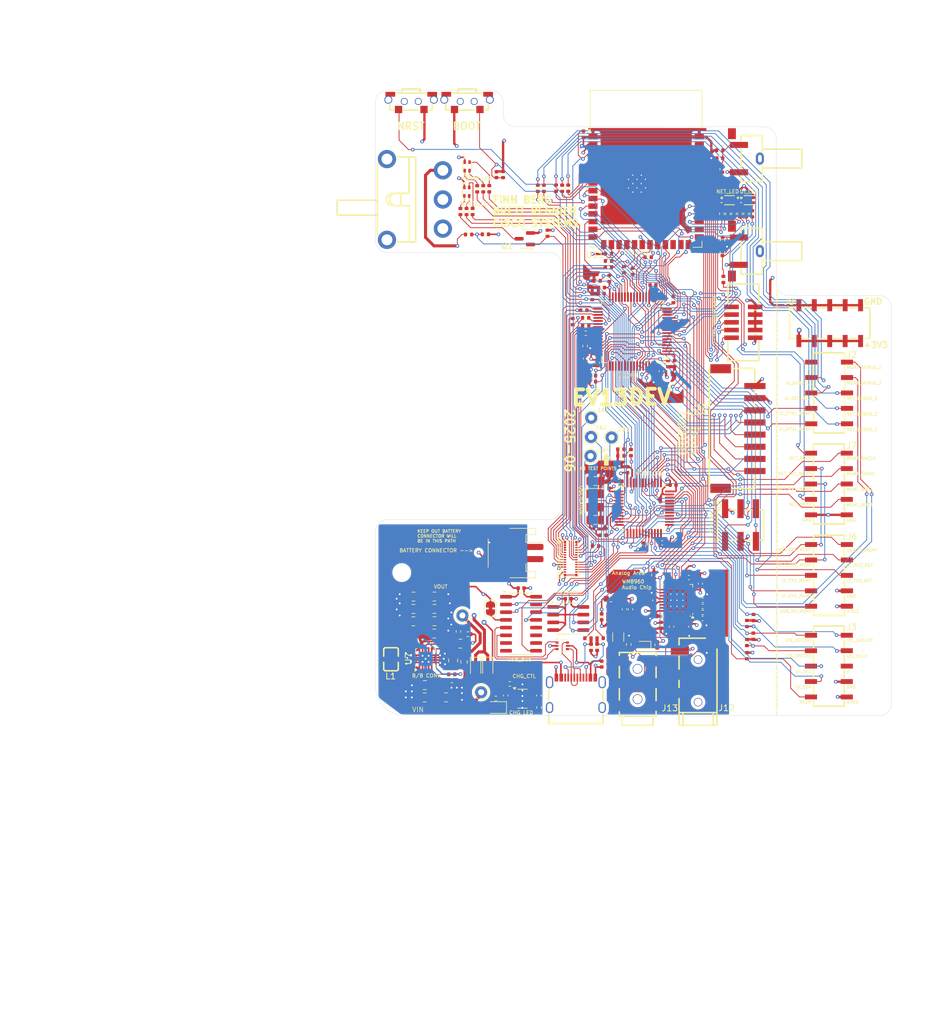
<source format=kicad_pcb>
(kicad_pcb (version 20241229) (generator "pcbnew") (generator_version "9.0")
  (title_block (title "Hactar PCB - Finn Berg, Brett Regnier") (date "2025-06-10") (rev "EV13") (company "CISCO SYSTEMS INC"))
  (layers (0 "F.Cu" signal) (4 "In1.Cu" power) (6 "In2.Cu" power) (2 "B.Cu" signal) (13 "F.Paste" user) (15 "B.Paste" user) (5 "F.SilkS" user "F.Silkscreen") (7 "B.SilkS" user "B.Silkscreen") (1 "F.Mask" user) (3 "B.Mask" user) (25 "Edge.Cuts" user))
  (net 0 "")
  (net 1 "+3.3VA")
  (net 2 "+3.3V")
  (net 3 "VBUS")
  (net 4 "GND")
  (net 5 "Net-(U6-LINPUT2)")
  (net 6 "/UI_BOOT0")
  (net 7 "Net-(U7-VIN)")
  (net 8 "Net-(U6-MICBIAS)")
  (net 9 "/MCLK")
  (net 10 "/MGMT_BOOT")
  (net 11 "/MGMT_NRST")
  (net 12 "Net-(U6-HP_L)")
  (net 13 "/MIC_P")
  (net 14 "/LEDA_R")
  (net 15 "Net-(U6-AMID)")
  (net 16 "/DISP_BL")
  (net 17 "/LEDA_G")
  (net 18 "/BATTERY_MON")
  (net 19 "/LEDA_B")
  (net 20 "/KB_COL3")
  (net 21 "/KB_COL4")
  (net 22 "/DISP_DC")
  (net 23 "/DISP_CS")
  (net 24 "/KB_ROW5")
  (net 25 "/KB_ROW1")
  (net 26 "/KB_ROW2")
  (net 27 "/KB_ROW3")
  (net 28 "/KB_ROW4")
  (net 29 "/KB_ROW6")
  (net 30 "/KB_ROW7")
  (net 31 "/LEDB_R")
  (net 32 "/LEDB_G")
  (net 33 "Net-(U7-VAUX)")
  (net 34 "Net-(J9-CC1)")
  (net 36 "Net-(J9-CC2)")
  (net 38 "/LEDB_B")
  (net 40 "Net-(D8-K)")
  (net 41 "/HP_L")
  (net 42 "/KB_COL5")
  (net 43 "/KB_COL2")
  (net 44 "/MIC_N")
  (net 45 "Net-(U11-IO46)")
  (net 46 "/KB_COL1")
  (net 47 "Net-(U7-FB)")
  (net 48 "/NET_LED_B")
  (net 49 "/NET_LED_G")
  (net 52 "Net-(C22-Pad1)")
  (net 53 "Net-(C27-Pad1)")
  (net 54 "/UI_RTS1_MGMT")
  (net 56 "/NET_LED_R")
  (net 60 "/UI_CTS1_MGMT")
  (net 61 "/UI_CTS2_NET")
  (net 62 "/NET_STAT")
  (net 65 "/NET_BOOT")
  (net 66 "Net-(U7-L1)")
  (net 67 "/MGMT_SWDIO")
  (net 68 "/MGMT_SWCLK")
  (net 69 "/I2S_DACLRC")
  (net 70 "Net-(D1-A)")
  (net 71 "/UI_BOOT1")
  (net 72 "Net-(U2-TS)")
  (net 73 "/I2S_BCLK")
  (net 74 "/I2S_ADCDAT")
  (net 75 "Net-(U7-L2)")
  (net 78 "/I2S_DACDAT")
  (net 79 "/USB_TX1_MGMT")
  (net 80 "/USB_RX1_MGMT")
  (net 82 "/UI_READY")
  (net 84 "Net-(U1-PC2)")
  (net 86 "Net-(U1-PC3)")
  (net 87 "/NET_READY")
  (net 88 "/SPI1_MISO")
  (net 95 "Net-(D2-A)")
  (net 96 "Net-(U7-EN)")
  (net 97 "Net-(U1-VCAP_1)")
  (net 98 "Net-(U1-VCAP_2)")
  (net 99 "Net-(U2-ISET)")
  (net 100 "/NET_TX1_MGMT")
  (net 101 "/NET_RX1_MGMT")
  (net 104 "/PTT_BTN")
  (net 105 "/PTT_AI_BTN")
  (net 106 "/SPI1_CLK")
  (net 107 "/SPI1_MOSI")
  (net 108 "/UI_RTS2_NET")
  (net 109 "Net-(U6-LINPUT1)")
  (net 110 "/USB_CTS_MGMT")
  (net 111 "/NET_MTDI")
  (net 112 "/NET_MTCK")
  (net 113 "/NET_MTDO")
  (net 114 "/NET_MTMS")
  (net 115 "/USB_RTS_MGMT")
  (net 116 "/USB_DTR_MGMT")
  (net 117 "/NET_RTS1_MGMT")
  (net 118 "/NET_CTS1_MGMT")
  (net 119 "/RCC_OSC_IN")
  (net 120 "/RCC_OSC_OUT")
  (net 121 "Net-(U1-PB10)")
  (net 122 "/NET_NRST")
  (net 123 "Net-(D3---Pad1)")
  (net 124 "Net-(D3---Pad3)")
  (net 125 "Net-(D3---Pad4)")
  (net 126 "Net-(D4---Pad3)")
  (net 127 "Net-(D4---Pad4)")
  (net 128 "Net-(D4---Pad1)")
  (net 129 "Net-(D5---Pad3)")
  (net 130 "Net-(D5---Pad4)")
  (net 131 "Net-(D5---Pad1)")
  (net 132 "Net-(D7---Pad4)")
  (net 133 "Net-(D7---Pad1)")
  (net 134 "Net-(D7---Pad3)")
  (net 135 "Net-(D2-K)")
  (net 136 "Net-(D1-K)")
  (net 137 "/USB_CC2_DETECT")
  (net 138 "/USB_CC1_DETECT")
  (net 139 "/DISP_RST")
  (net 141 "/NET_DEBUG_3")
  (net 142 "/NET_DEBUG_2")
  (net 143 "/NET_DEBUG_1")
  (net 144 "Net-(J9-D--PadA7)")
  (net 145 "Net-(J9-D+-PadA6)")
  (net 146 "Net-(U7-PG)")
  (net 147 "/UI_NRST")
  (net 148 "/UI_SWCLK")
  (net 149 "/UI_SWDIO")
  (net 150 "/UI_SCL")
  (net 151 "/UI_SDA")
  (net 152 "/UI_TX2_NET")
  (net 153 "/UI_TX1_MGMT")
  (net 154 "/UI_RX2_NET")
  (net 155 "/UI_RX1_MGMT")
  (net 156 "/UI_LED_B")
  (net 157 "/UI_LED_G")
  (net 158 "/UI_LED_R")
  (net 159 "/UI_DEBUG_1")
  (net 160 "/UI_DEBUG_2")
  (net 161 "/UI_STAT")
  (net 163 "Net-(U3-UD-)")
  (net 164 "Net-(U3-UD+)")
  (net 166 "GNDA")
  (net 167 "/KB_MIC")
  (net 168 "Net-(JP3-A)")
  (net 169 "Net-(SW6-C)")
  (net 170 "/KB_LEDK_2&3")
  (net 171 "/KB_LEDK_1&4")
  (net 172 "/KB_LEDA_1&2")
  (net 173 "/KB_LEDA_3&4")
  (net 174 "Net-(U8-PB1)")
  (net 175 "Net-(U8-PC13)")
  (net 176 "Net-(J2-Pin_8)")
  (net 177 "Net-(J2-Pin_7)")
  (net 178 "Net-(J2-Pin_6)")
  (net 181 "Net-(U8-PB7)")
  (net 182 "Net-(U8-PB9)")
  (net 183 "Net-(U1-PC6)")
  (net 184 "Net-(U1-PC7)")
  (net 185 "Net-(U1-PC9)")
  (net 186 "Net-(U1-PB15)")
  (net 187 "Net-(U1-PB13)")
  (net 188 "/MIC_IO")
  (net 189 "Net-(U1-PA6)")
  (net 190 "Net-(Q1-D)")
  (net 191 "Net-(J2-Pin_3)")
  (net 192 "Net-(J2-Pin_2)")
  (net 193 "/MGMT_DEBUG_2")
  (net 194 "/MGMT_DEBUG_1")
  (net 195 "/DISP_CLK")
  (net 196 "/DISP_MOSI")
  (footprint "Capacitor_SMD:C_0805_2012Metric" (layer "F.Cu") (at 120.28 125.69 180)
    (property "Reference" "C45" (hide yes))
    (property "Value" "10u" (hide yes))
  )
  (footprint "Capacitor_SMD:C_0402_1005Metric" (layer "F.Cu") (at 150.53 87.18 -90)
    (property "Reference" "C13" (hide yes))
    (property "Value" "100n" (hide yes))
  )
  (footprint "Resistor_SMD:R_0402_1005Metric" (layer "F.Cu") (at 141.75 58.45 90)
    (property "Reference" "R40" (hide yes))
    (property "Value" "1k0")
  )
  (footprint "Capacitor_SMD:C_0402_1005Metric" (layer "F.Cu") (at 151.26 136.79 -90)
    (property "Reference" "C1" (hide yes))
    (property "Value" "10u" (hide yes))
  )
  (footprint "Capacitor_SMD:C_0805_2012Metric" (layer "F.Cu") (at 126.81 136.21 -90)
    (property "Reference" "C40" (hide yes))
    (property "Value" "100n" (hide yes))
  )
  (footprint "Hactar_Footprints:SW-SMD_YIYUAN_YTS1C003XXX" (layer "F.Cu") (at 129.1 44.87 180)
    (property "Reference" "SW4" (hide yes))
    (property "Value" "SW_Push" (hide yes))
  )
  (footprint "TestPoint:TestPoint_THTPad_D2.0mm_Drill1.0mm" (layer "F.Cu") (at 131.41 141.44)
    (property "Reference" "TP2" (hide yes))
    (property "Value" "TestPoint" (hide yes))
  )
  (footprint "Capacitor_SMD:C_0402_1005Metric" (layer "F.Cu") (at 148.61 86.49 90)
    (property "Reference" "C19" (hide yes))
    (property "Value" "2u2" (hide yes))
  )
  (footprint "Capacitor_SMD:C_0805_2012Metric" (layer "F.Cu") (at 125.63 142.28)
    (property "Reference" "C39" (hide yes))
    (property "Value" "10u" (hide yes))
  )
  (footprint "MountingHole:MountingHole_2.7mm_M2.5" (layer "F.Cu") (at 165.19 72.52)
    (property "Reference" "H2" (hide yes))
    (property "Value" "MountingHole" (hide yes))
  )
  (footprint "Resistor_SMD:R_0402_1005Metric" (layer "F.Cu") (at 155.73 133.56 -90)
    (property "Reference" "R71" (hide yes))
    (property "Value" "100k" (hide yes))
  )
  (footprint "Diode_SMD:D_SOD-523" (layer "F.Cu") (at 158.11 133.65 180)
    (property "Reference" "D8" (hide yes))
    (property "Value" "1N4148WT" (hide yes))
  )
  (footprint "Resistor_SMD:R_0402_1005Metric" (layer "F.Cu") (at 144.75 58.45 90)
    (property "Reference" "R37" (hide yes))
    (property "Value" "1k0")
  )
  (footprint "Resistor_SMD:R_0402_1005Metric" (layer "F.Cu") (at 126.59 139.48 180)
    (property "Reference" "R1" (hide yes))
    (property "Value" "100k" (hide yes))
  )
  (footprint "Capacitor_SMD:C_0805_2012Metric" (layer "F.Cu") (at 122.12 142.29 180)
    (property "Reference" "C38" (hide yes))
    (property "Value" "10u" (hide yes))
  )
  (footprint "Resistor_SMD:R_0402_1005Metric" (layer "F.Cu") (at 129.22 131.88 180)
    (property "Reference" "R20" (hide yes))
    (property "Value" "64k9" (hide yes))
  )
  (footprint "Resistor_SMD:R_0402_1005Metric" (layer "F.Cu") (at 176.27 129.13 90)
    (property "Reference" "R30" (hide yes))
    (property "Value" "4k7" (hide yes))
  )
  (footprint "Resistor_SMD:R_0402_1005Metric" (layer "F.Cu") (at 163.07 76.79 90)
    (property "Reference" "R61" (hide yes))
    (property "Value" "1k0" (hide yes))
  )
  (footprint "Capacitor_SMD:C_0805_2012Metric" (layer "F.Cu") (at 123.7 131.78)
    (property "Reference" "C42" (hide yes))
    (property "Value" "100n" (hide yes))
  )
  (footprint "Resistor_SMD:R_0402_1005Metric" (layer "F.Cu") (at 156.08 101.97 90)
    (property "Reference" "R62" (hide yes))
    (property "Value" "1k0" (hide yes))
  )
  (footprint "Resistor_SMD:R_0402_1005Metric" (layer "F.Cu") (at 176.23 132.21 90)
    (property "Reference" "R41" (hide yes))
    (property "Value" "4k7" (hide yes))
  )
  (footprint "TestPoint:TestPoint_THTPad_D2.0mm_Drill1.0mm" (layer "F.Cu") (at 128.335 128.79)
    (property "Reference" "TP1" (hide yes))
    (property "Value" "TestPoint" (hide yes))
  )
  (footprint "Capacitor_SMD:C_0402_1005Metric" (layer "F.Cu") (at 151.232428 74.800773 180)
    (property "Reference" "C14" (hide yes))
    (property "Value" "100n" (hide yes))
  )
  (footprint "Capacitor_SMD:C_0805_2012Metric" (layer "F.Cu") (at 150.2 106.6625 180)
    (property "Reference" "C4" (hide yes))
    (property "Value" "33p" (hide yes))
  )
  (footprint "Capacitor_SMD:C_0402_1005Metric" (layer "F.Cu") (at 161.02 130.4 -90)
    (property "Reference" "C3" (hide yes))
    (property "Value" "4u7" (hide yes))
  )
  (footprint "Resistor_SMD:R_0402_1005Metric" (layer "F.Cu") (at 152.52 73.3 90)
    (property "Reference" "R5" (hide yes))
    (property "Value" "4k7" (hide yes))
  )
  (footprint "Resistor_SMD:R_0402_1005Metric" (layer "F.Cu") (at 135.03 56.19 -90)
    (property "Reference" "R10" (hide yes))
    (property "Value" "4k7" (hide yes))
  )
  (footprint "Resistor_SMD:R_0402_1005Metric" (layer "F.Cu") (at 158.91 69.8)
    (property "Reference" "R72" (hide yes))
    (property "Value" "1k0" (hide yes))
  )
  (footprint "Hactar_Footprints:USB-C_SMD-TYPE-C-31-M-12" (layer "F.Cu") (at 147.01 141.49)
    (property "Reference" "J9" (hide yes))
    (property "Value" "USB_C_Receptacle" (hide yes))
  )
  (footprint "Package_TO_SOT_SMD:SOT-23-6" (layer "F.Cu") (at 138.2175 142.5)
    (property "Reference" "U2" (hide yes))
    (property "Value" "BQ21040DBV" (hide yes))
  )
  (footprint "Hactar_Footprints:BM14B(0.B)-24DS-0.4V(53)" (layer "F.Cu") (at 147.362653 122.391432 90)
    (property "Reference" "U13" (hide yes))
    (property "Value" "BM14B(0.8)-24DS-0.4V(53)" (hide yes))
  )
  (footprint "Resistor_SMD:R_0402_1005Metric" (layer "F.Cu") (at 151.01 132.54 180)
    (property "Reference" "R33" (hide yes))
    (property "Value" "1k0")
  )
  (footprint "Resistor_SMD:R_0402_1005Metric" (layer "F.Cu") (at 150.25 117.36)
    (property "Reference" "R44" (hide yes))
    (property "Value" "4k7" (hide yes))
  )
  (footprint "Capacitor_SMD:C_0402_1005Metric" (layer "F.Cu") (at 167.51 123.56 -90)
    (property "Reference" "C16" (hide yes))
    (property "Value" "100n" (hide yes))
  )
  (footprint "Resistor_SMD:R_0402_1005Metric" (layer "F.Cu") (at 154.92 71.85 90)
    (property "Reference" "R74" (hide yes))
    (property "Value" "1k0" (hide yes))
  )
  (footprint "Package_QFP:LQFP-64_10x10mm_P0.5mm" (layer "F.Cu") (at 156.34 82.045 180)
    (property "Reference" "U1" (hide yes))
    (property "Value" "STM32F405RGTx" (hide yes))
  )
  (footprint "Hactar_Footprints:JST_PH_S2B-PH-SM4-TB_1x02-1MP_P2.00mm_Horizontal" (layer "F.Cu") (at 137.08 118.51 -90)
    (property "Reference" "J1" (hide yes))
    (property "Value" "Conn_01x02_Socket" (hide yes))
  )
  (footprint "Diode_SMD:D_0805_2012Metric" (layer "F.Cu") (at 133.908901 143.951263 180)
    (property "Reference" "D1" (hide yes))
    (property "Value" "LED" (hide yes))
  )
  (footprint "NetTie:NetTie-4_SMD_Pad0.5mm" (layer "F.Cu") (at 152.76 129.04)
    (property "Reference" "NT1" (hide yes))
    (property "Value" "NetTie_4" (hide yes))
  )
  (footprint "Hactar_Footprints:HDR-SMD_6P-P2.54-V-M-R2-C3-LS7.5-2" (layer "F.Cu") (at 174.12 113.9 180)
    (property "Reference" "J5")
    (property "Value" "Conn_02x03_Odd_Even" (hide yes))
  )
  (footprint "Capacitor_SMD:C_0805_2012Metric" (layer "F.Cu") (at 123.74 127.71)
    (property "Reference" "C48" (hide yes))
    (property "Value" "10u" (hide yes))
  )
  (footprint "Package_QFP:LQFP-48_7x7mm_P0.5mm" (layer "F.Cu") (at 158.27 111.1225)
    (property "Reference" "U8" (hide yes))
    (property "Value" "STM32F072CBTx" (hide yes))
  )
  (footprint "Inductor_SMD:L_0603_1608Metric" (layer "F.Cu") (at 152.7975 126.04)
    (property "Reference" "L2" (hide yes))
    (property "Value" "120Ω" (hide yes))
  )
  (footprint "Resistor_SMD:R_0402_1005Metric" (layer "F.Cu") (at 160.41 133.64 -90)
    (property "Reference" "R29" (hide yes))
    (property "Value" "47k" (hide yes))
  )
  (footprint "Resistor_SMD:R_0402_1005Metric" (layer "F.Cu") (at 136.128744 140.052812 180)
    (property "Reference" "R22" (hide yes))
    (property "Value" "10k" (hide yes))
  )
  (footprint "Capacitor_SMD:C_0402_1005Metric" (layer "F.Cu") (at 163.26 87.31 -90)
    (property "Reference" "C56" (hide yes))
    (property "Value" "100n")
  )
  (footprint "Hactar_Footprints:CONN-SMD_8P-P2.00_S8B-PH-SM4-TB-LF-SN" (layer "F.Cu") (at 173.67 98.01 -90)
    (property "Reference" "J10")
    (property "Value" "Conn_01x08_Socket")
  )
  (footprint "Resistor_SMD:R_0402_1005Metric" (layer "F.Cu") (at 172.05 62.66 90)
    (property "Reference" "R17" (hide yes))
    (property "Value" "150R" (hide yes))
  )
  (footprint "Resistor_SMD:R_0402_1005Metric" (layer "F.Cu") (at 132.757326 58.523156 -90)
    (property "Reference" "R13" (hide yes))
    (property "Value" "180R" (hide yes))
  )
  (footprint "Resistor_SMD:R_0402_1005Metric" (layer "F.Cu") (at 127.68369 131.419153 90)
    (property "Reference" "R19" (hide yes))
    (property "Value" "360k" (hide yes))
  )
  (footprint "Capacitor_SMD:C_0402_1005Metric" (layer "F.Cu") (at 140.923996 141.977327 -90)
    (property "Reference" "C21" (hide yes))
    (property "Value" "10u")
  )
  (footprint "Capacitor_SMD:C_1206_3216Metric" (layer "F.Cu") (at 153.99 132.35 -90)
    (property "Reference" "C30" (hide yes))
    (property "Value" "100u" (hide yes))
  )
  (footprint "Resistor_SMD:R_0402_1005Metric" (layer "F.Cu") (at 148.64 80.99 180)
    (property "Reference" "R64" (hide yes))
    (property "Value" "680R" (hide yes))
  )
  (footprint "Resistor_SMD:R_0402_1005Metric" (layer "F.Cu") (at 148.26 49.54 -90)
    (property "Reference" "R4" (hide yes))
    (property "Value" "15k" (hide yes))
  )
  (footprint "MountingHole:MountingHole_2.7mm_M2.5" (layer "F.Cu") (at 118.35 121.73)
    (property "Reference" "H4" (hide yes))
    (property "Value" "MountingHole" (hide yes))
  )
  (footprint "Resistor_SMD:R_0402_1005Metric" (layer "F.Cu") (at 140.75 58.45 90)
    (property "Reference" "R39" (hide yes))
    (property "Value" "1k0")
  )
  (footprint "Resistor_SMD:R_0402_1005Metric" (layer "F.Cu") (at 154.42 101.43)
    (property "Reference" "R48" (hide yes))
    (property "Value" "4k7" (hide yes))
  )
  (footprint "Hactar_Footprints:HDR-SMD_10P-P2.54" (layer "F.Cu") (at 188.81 80.65)
    (property "Reference" "J8")
    (property "Value" "Conn_02x05_Counter_Clockwise" (hide yes))
  )
  (footprint "Resistor_SMD:R_0402_1005Metric" (layer "F.Cu") (at 142.34 65.85 90)
    (property "Reference" "R55" (hide yes))
    (property "Value" "47k" (hide yes))
  )
  (footprint "Resistor_SMD:R_0402_1005Metric" (layer "F.Cu") (at 149 132.54)
    (property "Reference" "R31" (hide yes))
    (property "Value" "1k0")
  )
  (footprint "Capacitor_SMD:C_0402_1005Metric" (layer "F.Cu") (at 171.16 66.99 -90)
    (property "Reference" "C27" (hide yes))
    (property "Value" "100n" (hide yes))
  )
  (footprint "Capacitor_SMD:C_0402_1005Metric" (layer "F.Cu") (at 156.01 127.77 -90)
    (property "Reference" "C8" (hide yes))
    (property "Value" "10n" (hide yes))
  )
  (footprint "Resistor_SMD:R_0402_1005Metric" (layer "F.Cu") (at 154.09 106.7)
    (property "Reference" "R58" (hide yes))
    (property "Value" "4k7" (hide yes))
  )
  (footprint "Capacitor_SMD:C_0805_2012Metric" (layer "F.Cu") (at 123.73 125.68)
    (property "Reference" "C46" (hide yes))
    (property "Value" "10u" (hide yes))
  )
  (footprint "Resistor_SMD:R_0402_1005Metric" (layer "F.Cu") (at 133.843901 142.464222 180)
    (property "Reference" "R27" (hide yes))
    (property "Value" "1k5" (hide yes))
  )
  (footprint "Resistor_SMD:R_0402_1005Metric" (layer "F.Cu") (at 129.01 62.28 -90)
    (property "Reference" "R11" (hide yes))
    (property "Value" "150R" (hide yes))
  )
  (footprint "Resistor_SMD:R_0402_1005Metric" (layer "F.Cu") (at 175.17 135.42 -90)
    (property "Reference" "R50" (hide yes))
    (property "Value" "47k" (hide yes))
  )
  (footprint "Resistor_SMD:R_0402_1005Metric" (layer "F.Cu") (at 162.19 87.33 -90)
    (property "Reference" "R54" (hide yes))
    (property "Value" "4k7" (hide yes))
  )
  (footprint "Capacitor_SMD:C_0402_1005Metric" (layer "F.Cu") (at 170.71 53.49 180)
    (property "Reference" "C22" (hide yes))
    (property "Value" "100n" (hide yes))
  )
  (footprint "Capacitor_SMD:C_0402_1005Metric" (layer "F.Cu") (at 151.188244 75.798099)
    (property "Reference" "C17" (hide yes))
    (property "Value" "2u2" (hide yes))
  )
  (footprint "Resistor_SMD:R_0402_1005Metric" (layer "F.Cu") (at 130.010891 62.275114 -90)
    (property "Reference" "R6" (hide yes))
    (property "Value" "180R" (hide yes))
  )
  (footprint "Hactar_Footprints:LED-ARRAY-SMD_4P-L1.6-W1.5-TL_NH-B1515RGBA" (layer "F.Cu") (at 172.3 60.41)
    (property "Reference" "D5" (hide yes))
    (property "Value" "NH-B1515RGBA-HF" (hide yes))
  )
  (footprint "Hactar_Footprints:AUDIO-SMD_PJ-320D" (layer "F.Cu") (at 167.13 137.51 180)
    (property "Reference" "J12")
    (property "Value" "AudioJack4")
  )
  (footprint "Resistor_SMD:R_0402_1005Metric" (layer "F.Cu") (at 175.17 133.24 -90)
    (property "Reference" "R46" (hide yes))
    (property "Value" "4k7" (hide yes))
  )
  (footprint "Resistor_SMD:R_0402_1005Metric" (layer "F.Cu") (at 158.11 117.38 90)
    (property "Reference" "R57" (hide yes))
    (property "Value" "4k7" (hide yes))
  )
  (footprint "Resistor_SMD:R_0402_1005Metric" (layer "F.Cu") (at 171.11 55.29 90)
    (property "Reference" "R51" (hide yes))
    (property "Value" "1k0" (hide yes))
  )
  (footprint "Resistor_SMD:R_0402_1005Metric" (layer "F.Cu") (at 173.05 62.65 90)
    (property "Reference" "R16" (hide yes))
    (property "Value" "180R" (hide yes))
  )
  (footprint "NetTie:NetTie-2_SMD_Pad0.5mm" (layer "F.Cu") (at 169.26 125.79 90)
    (property "Reference" "JP1" (hide yes))
    (property "Value" "SolderJumper_2_Bridged" (hide yes))
  )
  (footprint "Resistor_SMD:R_0402_1005Metric" (layer "F.Cu") (at 126.58 138.49)
    (property "Reference" "R21" (hide yes))
    (property "Value" "100k" (hide yes))
  )
  (footprint "Diode_SMD:D_SOD-323" (layer "F.Cu") (at 130.51 137.29 -90)
    (property "Reference" "D2" (hide yes))
    (property "Value" "1N5819WS" (hide yes))
  )
  (footprint "Capacitor_SMD:C_0402_1005Metric" (layer "F.Cu") (at 151.26 129.02 -90)
    (property "Reference" "C10" (hide yes))
    (property "Value" "1u" (hide yes))
  )
  (footprint "Resistor_SMD:R_0402_1005Metric" (layer "F.Cu") (at 175.05 62.65 90)
    (property "Reference" "R25" (hide yes))
    (property "Value" "150R" (hide yes))
  )
  (footprint "Resistor_SMD:R_0402_1005Metric" (layer "F.Cu") (at 145.75 58.44 90)
    (property "Reference" "R38" (hide yes))
    (property "Value" "1k0")
  )
  (footprint "Hactar_Footprints:SW-SMD_L7.5-W8.0-P4.50_TS-1045-A13B3-D2" (layer "F.Cu") (at 175.009 53.56 90)
    (property "Reference" "SW3" (hide yes))
    (property "Value" "SW_Push" (hide yes))
  )
  (footprint "Capacitor_SMD:C_0402_1005Metric" (layer "F.Cu") (at 133.94 56.21 -90)
    (property "Reference" "C36" (hide yes))
    (property "Value" "100n" (hide yes))
  )
  (footprint "Capacitor_SMD:C_0402_1005Metric" (layer "F.Cu") (at 145.76 126.04)
    (property "Reference" "C20" (hide yes))
    (property "Value" "100n" (hide yes))
  )
  (footprint "Hactar_Footprints:SW-SMD_L7.5-W8.0-P4.50_TS-1045-A13B3-D2" (layer "F.Cu") (at 175.01 68.8 90)
    (property "Reference" "SW1" (hide yes))
    (property "Value" "SW_Push" (hide yes))
  )
  (footprint "Capacitor_SMD:C_0402_1005Metric" (layer "F.Cu") (at 151.51 115.58 180)
    (property "Reference" "C35" (hide yes))
    (property "Value" "100n" (hide yes))
  )
  (footprint "Capacitor_SMD:C_0402_1005Metric" (layer "F.Cu") (at 161.09 88.56 -90)
    (property "Reference" "C12" (hide yes))
    (property "Value" "100n" (hide yes))
  )
  (footprint "Package_TO_SOT_SMD:SOT-23" (layer "F.Cu") (at 138.6025 66.76 180)
    (property "Reference" "Q1")
    (property "Value" "2N7002" (hide yes))
  )
  (footprint "Resistor_SMD:R_0402_1005Metric" (layer "F.Cu") (at 171.05 62.65 90)
    (property "Reference" "R18" (hide yes))
    (property "Value" "150R" (hide yes))
  )
  (footprint "Resistor_SMD:R_0402_1005Metric" (layer "F.Cu") (at 152.38 70.42)
    (property "Reference" "R68" (hide yes))
    (property "Value" "1k0" (hide yes))
  )
  (footprint "Resistor_SMD:R_0402_1005Metric" (layer "F.Cu") (at 148.63 79.78 180)
    (property "Reference" "R63" (hide yes))
    (property "Value" "680R" (hide yes))
  )
  (footprint "Capacitor_SMD:C_0402_1005Metric" (layer "F.Cu") (at 161.224411 116.836126)
    (property "Reference" "C25" (hide yes))
    (property "Value" "100n" (hide yes))
  )
  (footprint "Resistor_SMD:R_0402_1005Metric" (layer "F.Cu") (at 152.38 69.23 180)
    (property "Reference" "R32" (hide yes))
    (property "Value" "4k7" (hide yes))
  )
  (footprint "Resistor_SMD:R_0402_1005Metric" (layer "F.Cu") (at 128 62.28 -90)
    (property "Reference" "R12" (hide yes))
    (property "Value" "150R" (hide yes))
  )
  (footprint "TestPoint:TestPoint_THTPad_D2.0mm_Drill1.0mm" (layer "F.Cu") (at 149.54 96.23)
    (property "Reference" "TP4" (hide yes))
    (property "Value" "TestPoint" (hide yes))
  )
  (footprint "Hactar_Footprints:HDR-SMD_10P-P2.54" (layer "F.Cu") (at 188.67 107.14 -90)
    (property "Reference" "J7")
    (property "Value" "Conn_02x05_Counter_Clockwise" (hide yes))
  )
  (footprint "Hactar_Footprints:LED-ARRAY-SMD_4P-L1.6-W1.5-TL_NH-B1515RGBA" (layer "F.Cu") (at 129.11 54.84 90)
    (property "Reference" "D4" (hide yes))
    (property "Value" "NH-B1515RGBA-HF" (hide yes))
  )
  (footprint "Capacitor_SMD:C_0402_1005Metric" (layer "F.Cu") (at 165.6275 122.54 180)
    (property "Reference" "C15" (hide yes))
    (property "Value" "100n" (hide yes))
  )
  (footprint "Hactar_Footprints:IDC-SMD_10P-P1.27_X1270WVS-2X05B-6TV01" (layer "F.Cu") (at 174.59 80.52 90)
    (property "Reference" "CN2" (hide yes))
    (property "Value" "Conn_05x02_Female" (hide yes))
  )
  (footprint "Resistor_SMD:R_0402_1005Metric" (layer "F.Cu") (at 154.43 102.5)
    (property "Reference" "R45" (hide yes))
    (property "Value" "4k7" (hide yes))
  )
  (footprint "Resistor_SMD:R_0402_1005Metric" (layer "F.Cu") (at 130.765095 58.531837 -90)
    (property "Reference" "R15" (hide yes))
    (property "Value" "150R" (hide yes))
  )
  (footprint "Resistor_SMD:R_0402_1005Metric" (layer "F.Cu") (at 156.35 72.12 90)
    (property "Reference" "R73" (hide yes))
    (property "Value" "1k0" (hide yes))
  )
  (footprint "Resistor_SMD:R_0402_1005Metric" (layer "F.Cu") (at 175.18 130.12 -90)
    (property "Reference" "R35" (hide yes))
    (property "Value" "4k7" (hide yes))
  )
  (footprint "Capacitor_SMD:C_0805_2012Metric" (layer "F.Cu") (at 150.2 113.07)
    (property "Reference" "C23" (hide yes))
    (property "Value" "33p" (hide yes))
  )
  (footprint "Hactar_Footprints:HDR-SMD_10P-P2.54" (layer "F.Cu") (at 188.67 137.13 90)
    (property "Reference" "J3")
    (property "Value" "Conn_02x05_Counter_Clockwise" (hide yes))
  )
  (footprint "Resistor_SMD:R_0402_1005Metric" (layer "F.Cu") (at 167.8975 128.29 180)
    (property "Reference" "R9" (hide yes))
    (property "Value" "2k2" (hide yes))
  )
  (footprint "Resistor_SMD:R_0402_1005Metric" (layer "F.Cu") (at 131.76 58.53 -90)
    (property "Reference" "R14" (hide yes))
    (property "Value" "150R" (hide yes))
  )
  (footprint "Resistor_SMD:R_0402_1005Metric" (layer "F.Cu") (at 171.3 73.46 90)
    (property "Reference" "R28" (hide yes))
    (property "Value" "1k0")
  )
  (footprint "Diode_SMD:D_SOD-323" (layer "F.Cu") (at 132.51 137.29 -90)
    (property "Reference" "D6" (hide yes))
    (property "Value" "1N5819WS" (hide yes))
  )
  (footprint "MountingHole:MountingHole_2.7mm_M2.5" (layer "F.Cu") (at 139.09 52.79)
    (property "Reference" "H1" (hide yes))
    (property "Value" "MountingHole" (hide yes))
  )
  (footprint "Resistor_SMD:R_0402_1005Metric" (layer "F.Cu") (at 152.37 71.45)
    (property "Reference" "R69" (hide yes))
    (property "Value" "1k0" (hide yes))
  )
  (footprint "Resistor_SMD:R_0402_1005Metric" (layer "F.Cu") (at 176.05 62.65 90)
    (property "Reference" "R23" (hide yes))
    (property "Value" "180R" (hide yes))
  )
  (footprint "Resistor_SMD:R_0402_1005Metric" (layer "F.Cu") (at 149.51 134.04 90)
    (property "Reference" "R3" (hide yes))
    (property "Value" "5k1")
  )
  (footprint "Capacitor_SMD:C_0402_1005Metric" (layer "F.Cu") (at 163.025 107.32)
    (property "Reference" "C34" (hide yes))
    (property "Value" "100n" (hide yes))
  )
  (footprint "Hactar_Footprints:SW-TH_SS-12D11G5R" (layer "F.Cu") (at 120.51 60.29 90)
    (property "Reference" "SW6" (hide yes))
    (property "Value" "SW_SPDT" (hide yes))
  )
  (footprint "Resistor_SMD:R_0402_1005Metric" (layer "F.Cu") (at 146.5 80.41 -90)
    (property "Reference" "R66" (hide yes))
    (property "Value" "680R" (hide yes))
  )
  (footprint "Hactar_Footprints:HDR-SMD_10P-P2.54" (layer "F.Cu") (at 188.71 92.15 -90)
    (property "Reference" "J2")
    (property "Value" "Conn_02x05_Counter_Clockwise" (hide yes))
  )
  (footprint "RF_Module:ESP32-S3-WROOM-1" (layer "F.Cu") (at 158.58 55.22)
    (property "Reference" "U11")
    (property "Value" "ESP32-S3-WROOM-1")
  )
  (footprint "Hactar_Footprints:MCL2016A1R0MT" (layer "F.Cu") (at 116.575327 136.000688 90)
    (property "Reference" "L1")
    (property "Value" "1uH")
  )
  (footprint "Resistor_SMD:R_0402_1005Metric" (layer "F.Cu") (at 143.75 58.43 90)
    (property "Reference" "R36" (hide yes))
    (property "Value" "1k0")
  )
  (footprint "Resistor_SMD:R_0402_1005Metric" (layer "F.Cu") (at 132.12 66.03)
    (property "Reference" "R34" (hide yes))
    (property "Value" "15k" (hide yes))
  )
  (footprint "TestPoint:TestPoint_THTPad_D2.0mm_Drill1.0mm" (layer "F.Cu") (at 149.43 102.54)
    (property "Reference" "TP6" (hide yes))
    (property "Value" "TestPoint" (hide yes))
  )
  (footprint "Resistor_SMD:R_0402_1005Metric" (layer "F.Cu") (at 170.71 52.19)
    (property "Reference" "R53" (hide yes))
    (property "Value" "4k7" (hide yes))
  )
  (footprint "Hactar_Footprints:LED-ARRAY-SMD_4P-L1.6-W1.5-TL_NH-B1515RGBA" (layer "F.Cu") (at 175.52 60.41)
    (property "Reference" "D7" (hide yes))
    (property "Value" "NH-B1515RGBA-HF" (hide yes))
  )
  (footprint "Capacitor_SMD:C_0402_1005Metric" (layer "F.Cu") (at 167.8975 127.29)
    (property "Reference" "C18" (hide yes))
    (property "Value" "1u" (hide yes))
  )
  (footprint "Resistor_SMD:R_0402_1005Metric" (layer "F.Cu") (at 149.75 90.29)
    (property "Reference" "R8" (hide yes))
    (property "Value" "1k5")
  )
  (footprint "Hactar_Footprints:LED-ARRAY-SMD_4P-L1.6-W1.5-TL_NH-B1515RGBA" (layer "F.Cu") (at 129.053691 59.00382 90)
    (property "Reference" "D3" (hide yes))
    (property "Value" "NH-B1515RGBA-HF" (hide yes))
  )
  (footprint "Capacitor_SMD:C_0402_1005Metric" (layer "F.Cu") (at 135.471401 141.971263 90)
    (property "Reference" "C2" (hide yes))
    (property "Value" "10u" (hide yes))
  )
  (footprint "Resistor_SMD:R_0402_1005Metric" (layer "F.Cu") (at 129.36 66.06 180)
    (property "Reference" "R70" (hide yes))
    (property "Value" "4k7" (hide yes))
  )
  (footprint "Capacitor_SMD:C_0402_1005Metric" (layer "F.Cu") (at 160.02 126.3 90)
    (property "Reference" "C6" (hide yes))
    (property "Value" "4u7" (hide yes))
  )
  (footprint "Resistor_SMD:R_0402_1005Metric" (layer "F.Cu") (at 149.75 89.29)
    (property "Reference" "R7" (hide yes))
    (property "Value" "1k5")
  )
  (footprint "Capacitor_SMD:C_0805_2012Metric" (layer "F.Cu") (at 127.99 133.43)
    (property "Reference" "C41" (hide yes))
    (property "Value" "2p2" (hide yes))
  )
  (footprint "Resistor_SMD:R_0402_1005Metric" (layer "F.Cu") (at 140.971401 143.941263 90)
    (property "Reference" "R26" (hide yes))
    (property "Value" "680R" (hide yes))
  )
  (footprint "Resistor_SMD:R_0402_1005Metric" (layer "F.Cu") (at 150.51 73.69)
    (property "Reference" "R43" (hide yes))
    (property "Value" "4k7" (hide yes))
  )
  (footprint "Capacitor_SMD:C_0402_1005Metric" (layer "F.Cu") (at 165.95 130.64 90)
    (property "Reference" "C7" (hide yes))
    (property "Value" "100n" (hide yes))
  )
  (footprint "Resistor_SMD:R_0402_1005Metric" (layer "F.Cu") (at 171.15 69.02 -90)
    (property "Reference" "R52" (hide yes))
    (property "Value" "4k7" (hide yes))
  )
  (footprint "Jumper:SolderJumper-2_P1.3mm_Bridged_RoundedPad1.0x1.5mm" (layer "F.Cu") (at 132.96 127.64 90)
    (property "Reference" "JP3" (hide yes))
    (property "Value" "SolderJumper_2_Bridged" (hide yes))
  )
  (footprint "Capacitor_SMD:C_0402_1005Metric" (layer "F.Cu") (at 137.99 124.29 180)
    (property "Reference" "C32" (hide yes))
    (property "Value" "100n" (hide yes))
  )
  (footprint "Capacitor_SMD:C_0402_1005Metric" (layer "F.Cu") (at 162.76 130.64 -90)
    (property "Reference" "C31" (hide yes))
    (property "Value" "4u7" (hide yes))
  )
  (footprint "TestPoint:TestPoint_THTPad_D2.0mm_Drill1.0mm" (layer "F.Cu") (at 149.51 99.4)
    (property "Reference" "TP5" (hide yes))
    (property "Value" "TestPoint" (hide yes))
  )
  (footprint "Capacitor_SMD:C_0805_2012Metric" (layer "F.Cu") (at 120.26 129.75 180)
    (property "Reference" "C43" (hide yes))
    (property "Value" "10u" (hide yes))
  )
  (footprint "Capacitor_SMD:C_0402_1005Metric" (layer "F.Cu") (at 155.01 127.77 -90)
    (property "Reference" "C9" (hide yes))
    (property "Value" "1u" (hide yes))
  )
  (footprint "Resistor_SMD:R_0402_1005Metric" (layer "F.Cu") (at 148.53 84.43 90)
    (property "Reference" "R49" (hide yes))
    (property "Value" "4k7" (hide yes))
  )
  (footprint "Capacitor_SMD:C_0402_1005Metric" (layer "F.Cu") (at 152.51475 107.358126 -90)
    (property "Reference" "C24" (hide yes))
    (property "Value" "100n" (hide yes))
  )
  (footprint "TestPoint:TestPoint_THTPad_D2.0mm_Drill1.0mm" (layer "F.Cu") (at 152.9 99.48)
    (property "Reference" "TP3" (hide yes))
    (property "Value" "TestPoint" (hide yes))
  )
  (footprint "MountingHole:MountingHole_2.7mm_M2.5" (layer "F.Cu") (at 175.01 139.79)
    (property "Reference" "H3" (hide yes))
    (property "Value" "MountingHole" (hide yes))
  )
  (footprint "Resistor_SMD:R_0603_1608Metric" (layer "F.Cu") (at 128.606346 136.465 -90)
    (property "Reference" "R42" (hide yes))
    (property "Value" "0R1")
  )
  (footprint "Hactar_Footprints:SW-SMD_YIYUAN_YTS1C003XXX" (layer "F.Cu") (at 119.89 44.87 180)
    (property "Reference" "SW2" (hide yes))
    (property "Value" "SW_Push" (hide yes))
  )
  (footprint "Resistor_SMD:R_0402_1005Metric" (layer "F.Cu") (at 148.32 78.53)
    (property "Reference" "R67" (hide yes))
    (property "Value" "680R" (hide yes))
  )
  (footprint "Capacitor_SMD:C_0402_1005Metric" (layer "F.Cu") (at 167.9175 126.29)
    (property "Reference" "C5" (hide yes))
    (property "Value" "1u" (hide yes))
  )
  (footprint "Package_SO:SOIC-8_3.9x4.9mm_P1.27mm" (layer "F.Cu") (at 145.765 129.295)
    (property "Reference" "U5" (hide yes))
    (property "Value" "M24C02-RMN6TP" (hide yes))
  )
  (footprint "Hactar_Footprints:AUDIO-SMD_PJ-242" (layer "F.Cu") (at 157.17 139.98 180)
    (property "Reference" "J13")
    (property "Value" "AudioJack4")
  )
  (footprint "Capacitor_SMD:C_0402_1005Metric" (layer "F.Cu") (at 159.71 74.37)
    (property "Reference" "C11" (hide yes))
    (property "Value" "100n" (hide yes))
  )
  (footprint "Resistor_SMD:R_0402_1005Metric" (layer "F.Cu") (at 149.7 76.28 -90)
    (property "Reference" "R47" (hide yes))
    (property "Value" "4k7" (hide yes))
  )
  (footprint "Package_DFN_QFN:QFN-32-1EP_5x5mm_P0.5mm_EP3.45x3.45mm_ThermalVias" (layer "F.Cu") (at 163.6475 126.29 180)
    (property "Reference" "U6" (hide yes))
    (property "Value" "WM8960CGEFL/RV" (hide yes))
  )
  (footprint "Package_TO_SOT_SMD:SOT-666" (layer "F.Cu") (at 144.76 133.79)
    (property "Reference" "U4" (hide yes))
    (property "Value" "USBLC6-2P6" (hide yes))
  )
  (footprint "Package_SO:SOIC-16_3.9x9.9mm_P1.27mm" (layer "F.Cu") (at 137.985 130.155)
    (property "Reference" "U3" (hide yes))
    (property "Value" "CH340C" (hide yes))
  )
  (footprint "Hactar_Footprints:HDR-SMD_10P-P2.54" (layer "F.Cu") (at 188.69 122.19 90)
    (property "Reference" "J6")
    (property "Value" "Conn_02x05_Counter_Clockwise" (hide yes))
  )
  (footprint "Capacitor_SMD:C_0805_2012Metric" (layer "F.Cu") (at 122.14 140.26 180)
    (property "Reference" "C37" (hide yes))
    (property "Value" "100n" (hide yes))
  )
  (footprint "Capacitor_SMD:C_0402_1005Metric" (layer "F.Cu") (at 167.8775 129.29)
    (property "Reference" "C28" (hide yes))
    (property "Value" "4u7" (hide yes))
  )
  (footprint "Hactar_Footprints:Texas_S-PWSON-N10_ThermalVias" (layer "F.Cu") (at 122.27 135.93 90)
    (property "Reference" "U7")
    (property "Value" "TPS63060")
  )
  (footprint "Capacitor_SMD:C_0805_2012Metric" (layer "F.Cu") (at 123.73 129.74)
    (property "Reference" "C47" (hide yes))
    (property "Value" "10u" (hide yes))
  )
  (footprint "Capacitor_SMD:C_0805_2012Metric" (layer "F.Cu") (at 120.27 127.72 180)
    (property "Reference" "C44" (hide yes))
    (property "Value" "10u" (hide yes))
  )
  (footprint "Resistor_SMD:R_0402_1005Metric" (layer "F.Cu") (at 150.51 134.03 90)
    (property "Reference" "R2" (hide yes))
    (property "Value" "5k1")
  )
  (footprint "Resistor_SMD:R_0402_1005Metric" (layer "F.Cu") (at 148.64 82.32 180)
    (property "Reference" "R65" (hide yes))
    (property "Value" "680R" (hide yes))
  )
  (footprint "Resistor_SMD:R_0402_1005Metric" (layer "F.Cu") (at 159.86 122.16 -90)
    (property "Reference" "R56" (hide yes))
    (property "Value" "100k" (hide yes))
  )
  (footprint "Capacitor_SMD:C_0402_1005Metric" (layer "F.Cu") (at 155.51 104.79 -90)
    (property "Reference" "C26" (hide yes))
    (property "Value" "100n" (hide yes))
  )
  (footprint "Resistor_SMD:R_0402_1005Metric" (layer "F.Cu") (at 174.05 62.65 90)
    (property "Reference" "R24" (hide yes))
    (property "Value" "150R" (hide yes))
  )
  (footprint "Crystal:Crystal_SMD_3225-4Pin_3.2x2.5mm" (layer "F.Cu") (at 150.2 109.87 -90)
    (property "Reference" "Y1" (hide yes))
    (property "Value" "Crystal_GND24" (hide yes))
  )
  (gr_line (start 180.19 75.71) (end 180.19 145.02) (stroke (width 0.1) (type dash)) (layer "F.SilkS"))
  (gr_line (start 180.02 75.13) (end 180.01 145.21) (stroke (width 0.1) (type dash)) (layer "F.SilkS"))
  (gr_poly (pts (xy 151.69 104.06) (xy 151.7 102.83) (xy 151.28 102.96) (xy 152.05 102.11849) (xy 152.78 102.96) (xy 152.36 102.82) (xy 152.36 104.06)) (stroke (width 0.12)) (fill yes) (layer "F.SilkS"))
  (gr_arc (start 142.6 69) (mid 144.014214 69.585786) (end 144.6 71) (stroke (width 0.05)) (layer "Edge.Cuts"))
  (gr_arc (start 178.005786 48.334214) (mid 179.42 48.92) (end 180.005786 50.334214) (stroke (width 0.05)) (layer "Edge.Cuts"))
  (gr_arc (start 198.982522 143.29967) (mid 198.392315 144.718425) (end 196.97 145.3) (stroke (width 0.05)) (layer "Edge.Cuts"))
  (gr_arc (start 196.982123 76.12069) (mid 198.396354 76.706474) (end 198.982123 78.12069) (stroke (width 0.05)) (layer "Edge.Cuts"))
  (gr_line (start 135.065786 46.325786) (end 135.07 44.304214) (stroke (width 0.05)) (layer "Edge.Cuts"))
  (gr_line (start 196.97 145.3) (end 175 145.3) (stroke (width 0.05)) (layer "Edge.Cuts"))
  (gr_arc (start 119 145.3) (mid 115.464466 143.835534) (end 114 140.3) (stroke (width 0.05)) (layer "Edge.Cuts"))
  (gr_line (start 144.6 71) (end 144.6 111) (stroke (width 0.05)) (layer "Edge.Cuts"))
  (gr_arc (start 133.07 42.304214) (mid 134.484214 42.89) (end 135.07 44.304214) (stroke (width 0.05)) (layer "Edge.Cuts"))
  (gr_line (start 116 69) (end 142.6 69) (stroke (width 0.05)) (layer "Edge.Cuts"))
  (gr_arc (start 114 115) (mid 114.585785 113.585785) (end 116 113) (stroke (width 0.05)) (layer "Edge.Cuts"))
  (gr_line (start 180.01 74.1184) (end 180.005786 50.334214) (stroke (width 0.05)) (layer "Edge.Cuts"))
  (gr_arc (start 137.064214 48.325786) (mid 135.65 47.74) (end 135.064214 46.325786) (stroke (width 0.05)) (layer "Edge.Cuts"))
  (gr_arc (start 144.6 111) (mid 144.014214 112.414214) (end 142.6 113) (stroke (width 0.05)) (layer "Edge.Cuts"))
  (gr_line (start 142.6 113) (end 116 113) (stroke (width 0.05)) (layer "Edge.Cuts"))
  (gr_line (start 119 145.3) (end 175 145.3) (stroke (width 0.05)) (layer "Edge.Cuts"))
  (gr_arc (start 114.004214 44.304214) (mid 114.59 42.89) (end 116.004214 42.304214) (stroke (width 0.05)) (layer "Edge.Cuts"))
  (gr_arc (start 182.004214 76.112596) (mid 180.595586 75.530003) (end 180.01 74.122613) (stroke (width 0.05)) (layer "Edge.Cuts"))
  (gr_line (start 116.011697 42.304214) (end 133.07 42.304214) (stroke (width 0.05)) (layer "Edge.Cuts"))
  (gr_arc (start 116 69) (mid 114.585786 68.414214) (end 114 67) (stroke (width 0.05)) (layer "Edge.Cuts"))
  (gr_line (start 182.01 76.112592) (end 196.982123 76.12069) (stroke (width 0.05)) (layer "Edge.Cuts"))
  (gr_line (start 114 115) (end 114 140.3) (stroke (width 0.05)) (layer "Edge.Cuts"))
  (gr_line (start 198.982123 78.12634) (end 198.982122 143.29967) (stroke (width 0.05)) (layer "Edge.Cuts"))
  (gr_line (start 178.005786 48.334215) (end 137.064214 48.325785) (stroke (width 0.05)) (layer "Edge.Cuts"))
  (gr_line (start 114 44.304214) (end 114 67) (stroke (width 0.05)) (layer "Edge.Cuts"))
  (gr_text "VIN" (at 121.01 144.29 0) (layer "F.SilkS") (effects (font (size 0.8 0.8) (thickness 0.1))))
  (gr_text "NET_DEBUG_2" (at 191.55 95.91 0) (layer "F.SilkS") (effects (font (size 0.5 0.5) (thickness 0.1) (bold yes)) (justify left bottom)))
  (gr_text "GND" (at 194.28 77.68 0) (layer "F.SilkS") (effects (font (size 1 1) (thickness 0.2) (bold yes)) (justify left bottom)))
  (gr_text "+3V3" (at 191.51 128.4 0) (layer "F.SilkS") (effects (font (size 0.5 0.5) (thickness 0.1) (bold yes)) (justify left bottom)))
  (gr_text "UI_CTS1_MGMT" (at 180.37 95.84 0) (layer "F.SilkS") (effects (font (size 0.5 0.5) (thickness 0.1) (bold yes)) (justify left bottom)))
  (gr_text "FINN BERG\nBRETT REGNIER\nCISCO SYSTEMS" (at 133.13 64.9 0) (layer "F.SilkS") (effects (font (size 1.2 1.2) (thickness 0.3) (bold yes)) (justify left bottom)))
  (gr_text "NET_NRST" (at 182.11 110.82 0) (layer "F.SilkS") (effects (font (size 0.5 0.5) (thickness 0.1) (bold yes)) (justify left bottom)))
  (gr_text "UI ST-LINK" (at 169.67 116.58 90) (layer "F.SilkS") (effects (font (size 0.6 0.6) (thickness 0.1) (bold yes)) (justify left bottom)))
  (gr_text "UI_RX1_MGMT" (at 180.76 125.84 0) (layer "F.SilkS") (effects (font (size 0.5 0.5) (thickness 0.1) (bold yes)) (justify left bottom)))
  (gr_text "KEEP OUT BATTERY \nCONNECTOR WILL \nBE IN THIS PATH" (at 120.86 116.81 0) (layer "F.SilkS") (effects (font (size 0.5 0.5) (thickness 0.1) (bold yes)) (justify left bottom)))
  (gr_text "OSCILATOR" (at 147.87 109.83 -90) (layer "F.SilkS") (effects (font (size 0.6 0.6) (thickness 0.1))))
  (gr_text "MGMT_NRST" (at 191.5 108.34 0) (layer "F.SilkS") (effects (font (size 0.5 0.5) (thickness 0.1) (bold yes)) (justify left bottom)))
  (gr_text "UI_DEBUG_2" (at 181.29 93.29 0) (layer "F.SilkS") (effects (font (size 0.5 0.5) (thickness 0.1) (bold yes)) (justify left bottom)))
  (gr_text "NET_BOOT" (at 182.05 103.18 0) (layer "F.SilkS") (effects (font (size 0.5 0.5) (thickness 0.1) (bold yes)) (justify left bottom)))
  (gr_text "USB_BUS" (at 137.76 136.04 0) (layer "F.SilkS") (effects (font (size 0.6 0.6) (thickness 0.1))))
  (gr_text "MGMT_BOOT" (at 191.51 110.88 0) (layer "F.SilkS") (effects (font (size 0.5 0.5) (thickness 0.1) (bold yes)) (justify left bottom)))
  (gr_text "GND" (at 191.5 113.41 0) (layer "F.SilkS") (effects (font (size 0.5 0.5) (thickness 0.1) (bold yes)) (justify left bottom)))
  (gr_text "NET_LED" (at 170.07 59.33 0) (layer "F.SilkS") (effects (font (size 0.6 0.6) (thickness 0.1) (bold yes)) (justify left bottom)))
  (gr_text "Analog Area" (at 152.9 122.15 0) (layer "F.SilkS") (effects (font (size 0.6 0.6) (thickness 0.1) (bold yes)) (justify left bottom)))
  (gr_text "EV13" (at 146.03 94.4 0) (layer "F.SilkS") (effects (font (size 2.5 2.5) (thickness 0.625) (bold yes)) (justify left bottom)))
  (gr_text "KB CONNECTOR" (at 144.18 119.3 -90) (layer "F.SilkS") (effects (font (size 0.6 0.6) (thickness 0.1))))
  (gr_text "MGMT_SWCLK" (at 191.51 103.21 0) (layer "F.SilkS") (effects (font (size 0.5 0.5) (thickness 0.1) (bold yes)) (justify left bottom)))
  (gr_text "UI_SCL" (at 183.19 138.3 0) (layer "F.SilkS") (effects (font (size 0.5 0.5) (thickness 0.1) (bold yes)) (justify left bottom)))
  (gr_text "BOOT" (at 129.06 48.23 0) (layer "F.SilkS") (effects (font (size 1.2 1.2) (thickness 0.2) (bold yes))))
  (gr_text "MGMTB_LED" (at 128.01 57.21 0) (layer "F.SilkS") (effects (font (size 0.6 0.6) (thickness 0.1) (bold yes)) (justify left bottom)))
  (gr_text "GND\n" (at 191.51 140.84 0) (layer "F.SilkS") (effects (font (size 0.5 0.5) (thickness 0.1) (bold yes)) (justify left bottom)))
  (gr_text "WM8960\nAudio Chip" (at 154.55 124.52 0) (layer "F.SilkS") (effects (font (size 0.6 0.6) (thickness 0.1) (bold yes)) (justify left bottom)))
  (gr_text "USB_RX_MGMT" (at 180.49 128.38 0) (layer "F.SilkS") (effects (font (size 0.5 0.5) (thickness 0.1) (bold yes)) (justify left bottom)))
  (gr_text "X" (at 185.22 88.32 0) (layer "F.SilkS") (effects (font (size 0.5 0.5) (thickness 0.1) (bold yes)) (justify left bottom)))
  (gr_text "KB TEST POINTS" (at 147.56 104.88 0) (layer "F.SilkS") (effects (font (size 0.5 0.5) (thickness 0.1) (bold yes)) (justify left bottom)))
  (gr_text "UI_TX1_MGMT" (at 180.86 123.32 0) (layer "F.SilkS") (effects (font (size 0.5 0.5) (thickness 0.1) (bold yes)) (justify left bottom)))
  (gr_text "VOUT" (at 124.76 124.04 0) (layer "F.SilkS") (effects (font (size 0.6 0.6) (thickness 0.1))))
  (gr_text "CHG_CTL" (at 138.51 138.79 0) (layer "F.SilkS") (effects (font (size 0.6 0.6) (thickness 0.1))))
  (gr_text "Display_Conn" (at 163.58 95.77 0) (layer "F.SilkS") (effects (font (size 0.5 0.5) (thickness 0.1) (bold yes)) (justify left bottom)))
  (gr_text "1&2" (at 150.18 98.2 0) (layer "F.SilkS") (effects (font (size 0.6 0.6) (thickness 0.1) (bold yes)) (justify left bottom)))
  (gr_text "MGMTA_LED" (at 127.88 61.3 0) (layer "F.SilkS") (effects (font (size 0.6 0.6) (thickness 0.1) (bold yes)) (justify left bottom)))
  (gr_text "NET_DEBUG_3\n" (at 191.54 93.35 0) (layer "F.SilkS") (effects (font (size 0.5 0.5) (thickness 0.1) (bold yes)) (justify left bottom)))
  (gr_text "I2S_ADCDAT" (at 181.43 133.18 0) (layer "F.SilkS") (effects (font (size 0.5 0.5) (thickness 0.1) (bold yes)) (justify left bottom)))
  (gr_text "UI_LED" (at 173.93 59.33 0) (layer "F.SilkS") (effects (font (size 0.6 0.6) (thickness 0.1) (bold yes)) (justify left bottom)))
  (gr_text "I2S_DACDAT\n" (at 181.43 135.71 0) (layer "F.SilkS") (effects (font (size 0.5 0.5) (thickness 0.1) (bold yes)) (justify left bottom)))
  (gr_text "MCLK" (at 183.73 143.35 0) (layer "F.SilkS") (effects (font (size 0.5 0.5) (thickness 0.1) (bold yes)) (justify left bottom)))
  (gr_text "NET_TX1_MGMT" (at 180.27 118.23 0) (layer "F.SilkS") (effects (font (size 0.5 0.5) (thickness 0.1) (bold yes)) (justify left bottom)))
  (gr_text "MGMT_DEBUG_1" (at 191.55 88.23 0) (layer "F.SilkS") (effects (font (size 0.5 0.5) (thickness 0.1) (bold yes)) (justify left bottom)))
  (gr_text "UI_SDA" (at 183.14 140.84 0) (layer "F.SilkS") (effects (font (size 0.5 0.5) (thickness 0.1) (bold yes)) (justify left bottom)))
  (gr_text "MGMT_CPU" (at 159.14 105.4 0) (layer "F.SilkS") (effects (font (size 0.6 0.6) (thickness 0.1))))
  (gr_text "NET_RX1_MGMT" (at 180.16 108.25 0) (layer "F.SilkS") (effects (font (size 0.5 0.5) (thickness 0.1) (bold yes)) (justify left bottom)))
  (gr_text "DEV" (at 155.33 94.29 0) (layer "F.SilkS") (effects (font (size 2.5 2.5) (thickness 0.625) (bold yes)) (justify left bottom)))
  (gr_text "1&4" (at 150.51 95.28 0) (layer "F.SilkS") (effects (font (size 0.6 0.6) (thickness 0.1) (bold yes)) (justify left bottom)))
  (gr_text "UI_RX2_NET" (at 191.52 120.81 0) (layer "F.SilkS") (effects (font (size 0.5 0.5) (thickness 0.1) (bold yes)) (justify left bottom)))
  (gr_text "I2S_BCLK" (at 191.5 135.79 0) (layer "F.SilkS") (effects (font (size 0.5 0.5) (thickness 0.1) (bold yes)) (justify left bottom)))
  (gr_text "GND" (at 191.52 125.91 0) (layer "F.SilkS") (effects (font (size 0.5 0.5) (thickness 0.1) (bold yes)) (justify left bottom)))
  (gr_text "USB_TX_MGMT" (at 191.51 118.33 0) (layer "F.SilkS") (effects (font (size 0.5 0.5) (thickness 0.1) (bold yes)) (justify left bottom)))
  (gr_text "NET_RX1_MGMT" (at 180.19 120.77 0) (layer "F.SilkS") (effects (font (size 0.5 0.5) (thickness 0.1) (bold yes)) (justify left bottom)))
  (gr_text "+3V3" (at 194.24 84.84 0) (layer "F.SilkS") (effects (font (size 1 1) (thickness 0.2) (bold yes)) (justify left bottom)))
  (gr_text "UI_TX2_NET" (at 191.52 123.36 0) (layer "F.SilkS") (effects (font (size 0.5 0.5) (thickness 0.1) (bold yes)) (justify left bottom)))
  (gr_text "GND" (at 184.22 113.34 0) (layer "F.SilkS") (effects (font (size 0.5 0.5) (thickness 0.1) (bold yes)) (justify left bottom)))
  (gr_text "BATTERY CONNECTOR -->" (at 124.035 118.085 0) (layer "F.SilkS") (effects (font (size 0.6 0.6) (thickness 0.1))))
  (gr_text "NET_CPU" (at 156.88 69.04 0) (layer "F.SilkS") (effects (font (size 0.6 0.6) (thickness 0.1))))
  (gr_text "B/B CONV" (at 122.37 138.7 0) (layer "F.SilkS") (effects (font (size 0.6 0.6) (thickness 0.1))))
  (gr_text "UI_CPU\n" (at 155.56 89.27 0) (layer "F.SilkS") (effects (font (size 0.6 0.6) (thickness 0.1))))
  (gr_text "UI_DEBUG_1\n" (at 181.44 90.8 0) (layer "F.SilkS") (effects (font (size 0.5 0.5) (thickness 0.1) (bold yes)) (justify left bottom)))
  (gr_text "MGMT_DEBUG_2" (at 191.54 90.81 0) (layer "F.SilkS") (effects (font (size 0.5 0.5) (thickness 0.1) (bold yes)) (justify left bottom)))
  (gr_text "EEPROM" (at 145.68 125.01 0) (layer "F.SilkS") (effects (font (size 0.6 0.6) (thickness 0.1))))
  (gr_text "2025-06\n" (at 145.11 94.58 270) (layer "F.SilkS") (effects (font (size 1.5 1.5) (thickness 0.3) (bold yes)) (justify left bottom)))
  (gr_text "I2S_DACLRC\n" (at 191.5 133.19 0) (layer "F.SilkS") (effects (font (size 0.5 0.5) (thickness 0.1) (bold yes)) (justify left bottom)))
  (gr_text "MGMT_SWDIO" (at 191.51 105.75 0) (layer "F.SilkS") (effects (font (size 0.5 0.5) (thickness 0.1) (bold yes)) (justify left bottom)))
  (gr_text "CHG_LED" (at 138.01 144.79 0) (layer "F.SilkS") (effects (font (size 0.6 0.6) (thickness 0.1))))
  (gr_text "+3V3\n" (at 191.48 143.38 0) (layer "F.SilkS") (effects (font (size 0.5 0.5) (thickness 0.1) (bold yes)) (justify left bottom)))
  (gr_text "NET_DEBUG_1" (at 191.55 98.46 0) (layer "F.SilkS") (effects (font (size 0.5 0.5) (thickness 0.1) (bold yes)) (justify left bottom)))
  (gr_text "NET_TX1_MGMT" (at 180.23 105.74 0) (layer "F.SilkS") (effects (font (size 0.5 0.5) (thickness 0.1) (bold yes)) (justify left bottom)))
  (gr_text "2&3" (at 153.87 98.5 0) (layer "F.SilkS") (effects (font (size 0.6 0.6) (thickness 0.1) (bold yes)) (justify left bottom)))
  (gr_text "NRST" (at 119.85 48.23 0) (layer "F.SilkS") (effects (font (size 1.2 1.2) (thickness 0.2) (bold yes))))
  (gr_text "J-TAG DEBUGGER" (at 170.17 84.22 90) (layer "F.SilkS") (effects (font (size 0.6 0.6) (thickness 0.1) (bold yes)) (justify left bottom)))
  (gr_text "UI_RTS1_MGMT\n" (at 180.37 98.4 0) (layer "F.SilkS") (effects (font (size 0.5 0.5) (thickness 0.1) (bold yes)) (justify left bottom)))
  (gr_text "+3V3\nGND\nDISP_MOSI\nDISP_CLK\nDISP_CS\nDISP_DC\nDISP_RST\nDISP_BL" (at 163.66 102.31 0) (layer "F.SilkS") (effects (font (size 0.5 0.5) (thickness 0.1) (bold yes)) (justify left bottom)))
  (gr_text "X" (at 191.49 138.36 0) (layer "F.SilkS") (effects (font (size 0.5 0.5) (thickness 0.1) (bold yes)) (justify left bottom)))
  (gr_text "3&4" (at 150.61 101.9 0) (layer "F.SilkS") (effects (font (size 0.6 0.6) (thickness 0.1) (bold yes)) (justify left bottom)))
  (segment (start 162.3975 129.393694) (end 162.3975 128.7275) (width 0.254) (layer "F.Cu") (net 1))
  (segment (start 165.3975 128.7275) (end 165.3975 129.2375) (width 0.254) (layer "F.Cu") (net 1))
  (segment (start 161.57 129.94) (end 161.58 129.93) (width 0.254) (layer "F.Cu") (net 1))
  (segment (start 160.02 126.78) (end 160.35 126.78) (width 0.254) (layer "F.Cu") (net 1))
  (segment (start 161.58 129.93) (end 161.861194 129.93) (width 0.254) (layer "F.Cu") (net 1))
  (segment (start 160.76 129.94) (end 161.57 129.94) (width 0.254) (layer "F.Cu") (net 1))
  (segment (start 155.26 126.04) (end 155.51 126.04) (width 0.254) (layer "F.Cu") (net 1))
  (segment (start 153.585 126.04) (end 156.26 126.04) (width 0.254) (layer "F.Cu") (net 1))
  (segment (start 155.01 127.29) (end 155.01 126.29) (width 0.254) (layer "F.Cu") (net 1))
  (segment (start 161.861194 129.93) (end 162.3975 129.393694) (width 0.254) (layer "F.Cu") (net 1))
  (segment (start 155.01 126.29) (end 155.26 126.04) (width 0.254) (layer "F.Cu") (net 1))
  (segment (start 160.09 130.03) (end 160.67 130.03) (width 0.254) (layer "F.Cu") (net 1))
  (segment (start 156.01 126.29) (end 156.26 126.04) (width 0.254) (layer "F.Cu") (net 1))
  (segment (start 163.38 79.79) (end 162.01 79.79) (width 0.254) (layer "F.Cu") (net 1))
  (segment (start 160.67 130.03) (end 160.76 129.94) (width 0.254) (layer "F.Cu") (net 1))
  (segment (start 165.3975 129.2375) (end 165.95 129.79) (width 0.254) (layer "F.Cu") (net 1))
  (segment (start 160.59 126.54) (end 161.21 126.54) (width 0.254) (layer "F.Cu") (net 1))
  (segment (start 159.76 128.04) (end 160.01 127.79) (width 0.254) (layer "F.Cu") (net 1))
  (segment (start 166.91533 130.38467) (end 166.69066 130.16) (width 0.254) (layer "F.Cu") (net 1))
  (segment (start 160.01 127.79) (end 160.01 127) (width 0.254) (layer "F.Cu") (net 1))
  (segment (start 160.02149 127) (end 160.01 127) (width 0.254) (layer "F.Cu") (net 1))
  (segment (start 160.01 127) (end 160.01 126.79) (width 0.254) (layer "F.Cu") (net 1))
  (segment (start 166.69066 130.16) (end 165.95 130.16) (width 0.254) (layer "F.Cu") (net 1))
  (segment (start 165.95 129.79) (end 165.95 130.16) (width 0.254) (layer "F.Cu") (net 1))
  (segment (start 158.51 128.04) (end 159.76 128.04) (width 0.254) (layer "F.Cu") (net 1))
  (segment (start 160.35 126.78) (end 160.59 126.54) (width 0.254) (layer "F.Cu") (net 1))
  (segment (start 156.01 127.29) (end 156.01 126.29) (width 0.254) (layer "F.Cu") (net 1))
  (segment (start 163.57 79.6) (end 163.38 79.79) (width 0.254) (layer "F.Cu") (net 1))
  (segment (start 160.01 126.79) (end 160.02 126.78) (width 0.254) (layer "F.Cu") (net 1))
  (via (at 163.57 79.6) (size 0.6) (drill 0.3) (layers "F.Cu" "B.Cu") (net 1))
  (via (at 158.51 128.04) (size 0.6) (drill 0.3) (layers "F.Cu" "B.Cu") (net 1))
  (via (at 156.26 126.04) (size 0.6) (drill 0.3) (layers "F.Cu" "B.Cu") (net 1))
  (via (at 166.91533 130.38467) (size 0.6) (drill 0.3) (layers "F.Cu" "B.Cu") (net 1))
  (via (at 160.09 130.03) (size 0.6) (drill 0.3) (layers "F.Cu" "B.Cu") (net 1))
  (segment (start 163.432068 108.367932) (end 163.51 108.29) (width 0.254) (layer "F.Cu") (net 2))
  (segment (start 162.02 89.56) (end 161.86 89.4) (width 0.381) (layer "F.Cu") (net 2))
  (segment (start 121.77 134.455) (end 121.77 132.76) (width 0.254) (layer "F.Cu") (net 2))
  (segment (start 162.193874 116.836126) (end 161.704411 116.836126) (width 0.254) (layer "F.Cu") (net 2))
  (segment (start 160.720408 85.347416) (end 160.720408 85.2135) (width 0.254) (layer "F.Cu") (net 2))
  (segment (start 191.64 127.27) (end 190.03 127.27) (width 0.381) (layer "F.Cu") (net 2))
  (segment (start 150.66 85.79) (end 149.634677 85.79) (width 0.254) (layer "F.Cu") (net 2))
  (segment (start 161.09 88.08) (end 160.78 88.08) (width 0.381) (layer "F.Cu") (net 2))
  (segment (start 176.54 83.06) (end 176.54 83.77) (width 0.381) (layer "F.Cu") (net 2))
  (segment (start 144.32 123.61) (end 144.32 122.19) (width 0.2) (layer "F.Cu") (net 2))
  (segment (start 173.75 71.05) (end 173.86 70.94) (width 0.381) (layer "F.Cu") (net 2))
  (segment (start 176.22 59.59) (end 174.69 58.06) (width 0.381) (layer "F.Cu") (net 2))
  (segment (start 149.24 90.74) (end 149.24 90.29) (width 0.254) (layer "F.Cu") (net 2))
  (segment (start 152.597432 108.367932) (end 154.108633 108.367932) (width 0.254) (layer "F.Cu") (net 2))
  (segment (start 159.085 76.365) (end 159.085 75.305) (width 0.254) (layer "F.Cu") (net 2))
  (segment (start 177.62 89.88) (end 176.49 91.01) (width 0.381) (layer "F.Cu") (net 2))
  (segment (start 176.54 83.77) (end 176.35 83.96) (width 0.381) (layer "F.Cu") (net 2))
  (segment (start 122.01 124.29) (end 122.26 124.04) (width 0.254) (layer "F.Cu") (net 2))
  (segment (start 159.085 75.305) (end 159.22 75.17) (width 0.254) (layer "F.Cu") (net 2))
  (segment (start 161.361676 88.08) (end 161.09 88.08) (width 0.381) (layer "F.Cu") (net 2))
  (segment (start 173 60.01) (end 173 59.75) (width 0.381) (layer "F.Cu") (net 2))
  (segment (start 189.98 83.6) (end 193.89 83.6) (width 0.381) (layer "F.Cu") (net 2))
  (segment (start 162.59 116.185) (end 162.59 116.44) (width 0.254) (layer "F.Cu") (net 2))
  (segment (start 152.585 74.79) (end 152.585 76.365) (width 0.25) (layer "F.Cu") (net 2))
  (segment (start 165.1475 122.54) (end 165.1475 123.02) (width 0.254) (layer "F.Cu") (net 2))
  (segment (start 126.99 51.0765) (end 126.99 45.4) (width 0.381) (layer "F.Cu") (net 2))
  (segment (start 146.24 127.02) (end 146.605 127.385) (width 0.254) (layer "F.Cu") (net 2))
  (segment (start 121.77 132.17) (end 122.16 131.78) (width 0.254) (layer "F.Cu") (net 2))
  (segment (start 132.1475 125.29) (end 131.785 125.29) (width 0.254) (layer "F.Cu") (net 2))
  (segment (start 183.73 81.87) (end 183.785 81.815) (width 0.381) (layer "F.Cu") (net 2))
  (segment (start 183.73 83.6) (end 183.73 81.87) (width 0.381) (layer "F.Cu") (net 2))
  (segment (start 159.22 74.38) (end 159.23 74.37) (width 0.254) (layer "F.Cu") (net 2))
  (segment (start 174.69 58.06) (end 174.69 58.15) (width 0.381) (layer "F.Cu") (net 2))
  (segment (start 162.339669 105.719669) (end 162.374706 105.719669) (width 0.254) (layer "F.Cu") (net 2))
  (segment (start 166.43 120.65) (end 165.65 120.65) (width 0.254) (layer "F.Cu") (net 2))
  (segment (start 162.24565 105.62565) (end 162.339669 105.719669) (width 0.254) (layer "F.Cu") (net 2))
  (segment (start 128.653691 58.30382) (end 128.653691 57.433691) (width 0.254) (layer "F.Cu") (net 2))
  (segment (start 126.99 45.4) (end 126.96 45.37) (width 0.381) (layer "F.Cu") (net 2))
  (segment (start 150.51 86.79) (end 150.42 86.7) (width 0.254) (layer "F.Cu") (net 2))
  (segment (start 173 59.75) (end 174.69 58.06) (width 0.381) (layer "F.Cu") (net 2))
  (segment (start 162.374706 105.719669) (end 163.51 106.854963) (width 0.254) (layer "F.Cu") (net 2))
  (segment (start 126.270127 131.918) (end 126.262 131.918) (width 0.254) (layer "F.Cu") (net 2))
  (segment (start 151.712428 74.800773) (end 152.574227 74.800773) (width 0.25) (layer "F.Cu") (net 2))
  (segment (start 183.73 83.6) (end 189.98 83.6) (width 0.381) (layer "F.Cu") (net 2))
  (segment (start 144.32 122.19) (end 144.89 121.62) (width 0.2) (layer "F.Cu") (net 2))
  (segment (start 163.51 107.315) (end 163.505 107.32) (width 0.254) (layer "F.Cu") (net 2))
  (segment (start 138.47 125.25) (end 138.93 125.71) (width 0.254) (layer "F.Cu") (net 2))
  (segment (start 149 51.24) (end 149.86 51.24) (width 0.254) (layer "F.Cu") (net 2))
  (segment (start 155.51 106.944299) (end 155.521133 106.955432) (width 0.254) (layer "F.Cu") (net 2))
  (segment (start 144.89 121.62) (end 145.22 121.62) (width 0.2) (layer "F.Cu") (net 2))
  (segment (start 138.47 124.29) (end 138.47 125.25) (width 0.254) (layer "F.Cu") (net 2))
  (segment (start 153.26 107.54) (end 152.961874 107.838126) (width 0.254) (layer "F.Cu") (net 2))
  (segment (start 152.574227 74.800773) (end 152.585 74.79) (width 0.25) (layer "F.Cu") (net 2))
  (segment (start 143.203092 65.34) (end 143.212592 65.3495) (width 0.381) (layer "F.Cu") (net 2))
  (segment (start 162.885 115.89) (end 162.59 116.185) (width 0.254) (layer "F.Cu") (net 2))
  (segment (start 163.505 108.285) (end 163.505 107.32) (width 0.254) (layer "F.Cu") (net 2))
  (segment (start 160.4615 87.7615) (end 160.1315 87.7615) (width 0.381) (layer "F.Cu") (net 2))
  (segment (start 153.341973 114.621973) (end 152.687 113.967) (width 0.2) (layer "F.Cu") (net 2))
  (segment (start 162.144754 105.548238) (end 162.24565 105.447342) (width 0.254) (layer "F.Cu") (net 2))
  (segment (start 163.26 86) (end 163.05 85.79) (width 0.254) (layer "F.Cu") (net 2))
  (segment (start 126.262 131.918) (end 125.097 133.083) (width 0.254) (layer "F.Cu") (net 2))
  (segment (start 171.93 55.783372) (end 173.832372 55.783372) (width 0.381) (layer "F.Cu") (net 2))
  (segment (start 138.47 124.29) (end 139.51 124.29) (width 0.254) (layer "F.Cu") (net 2))
  (segment (start 161.704411 116.821808) (end 161.704411 116.836126) (width 0.254) (layer "F.Cu") (net 2))
  (segment (start 146.24 126.04) (end 146.24 127.02) (width 0.254) (layer "F.Cu") (net 2))
  (segment (start 127.76 53.3535) (end 128.5735 53.3535) (width 0.254) (layer "F.Cu") (net 2))
  (segment (start 128.01 56.79) (end 127.76 56.79) (width 0.254) (layer "F.Cu") (net 2))
  (segment (start 165.1475 123.02) (end 164.8975 123.27) (width 0.254) (layer "F.Cu") (net 2))
  (segment (start 159.09 77.54) (end 159.09 76.37) (width 0.254) (layer "F.Cu") (net 2))
  (segment (start 162.015 85.795) (end 161.167992 85.795) (width 0.254) (layer "F.Cu") (net 2))
  (segment (start 165.65 120.65) (end 165.1475 121.1525) (width 0.254) (layer "F.Cu") (net 2))
  (segment (start 149.597572 91.097572) (end 149.24 90.74) (width 0.254) (layer "F.Cu") (net 2))
  (segment (start 126.638 131.542) (end 126.638 131.550127) (width 0.254) (layer "F.Cu") (net 2))
  (segment (start 163.26 86.83) (end 163.26 86) (width 0.254) (layer "F.Cu") (net 2))
  (segment (start 132.96 126.94) (end 132.96 126.1025) (width 0.254) (layer "F.Cu") (net 2))
  (segment (start 177.69 89.87) (end 177.68 89.88) (width 0.381) (layer "F.Cu") (net 2))
  (segment (start 162.521133 108.367932) (end 163.432068 108.367932) (width 0.254) (layer "F.Cu") (net 2))
  (segment (start 152.687 113.967) (end 152.687 112.71687) (width 0.2) (layer "F.Cu") (net 2))
  (segment (start 149.24 90.29) (end 149.24 89.29) (width 0.254) (layer "F.Cu") (net 2))
  (segment (start 162.24565 105.447342) (end 162.24565 105.62565) (width 0.254) (layer "F.Cu") (net 2))
  (segment (start 152.53 74.735) (end 152.585 74.79) (width 0.25) (layer "F.Cu") (net 2))
  (segment (start 190.03 127.27) (end 190.01 127.29) (width 0.381) (layer "F.Cu") (net 2))
  (segment (start 164.8975 123.27) (end 164.8975 123.8525) (width 0.254) (layer "F.Cu") (net 2))
  (segment (start 172.37 111.41) (end 171.78 111.41) (width 0.381) (layer "F.Cu") (net 2))
  (segment (start 160.78 88.08) (end 160.4615 87.7615) (width 0.381) (layer "F.Cu") (net 2))
  (segment (start 171.78 111.41) (end 171.58 111.21) (width 0.381) (layer "F.Cu") (net 2))
  (segment (start 190.13 142.21) (end 190.11 142.19) (width 0.381) (layer "F.Cu") (net 2))
  (segment (start 159.026719 77.603281) (end 159.09 77.54) (width 0.254) (layer "F.Cu") (net 2))
  (segment (start 171.8165 71.05) (end 173.75 71.05) (width 0.381) (layer "F.Cu") (net 2))
  (segment (start 155.51 105.27) (end 155.51 106.944299) (width 0.254) (layer "F.Cu") (net 2))
  (segment (start 127.09 138.49) (end 127.133594 138.446406) (width 0.254) (layer "F.Cu") (net 2))
  (segment (start 127.68369 130.909153) (end 127.270847 130.909153) (width 0.254) (layer "F.Cu") (net 2))
  (segment (start 159.22 75.17) (end 159.22 74.38) (width 0.254) (layer "F.Cu") (net 2))
  (segment (start 159.026719 77.726371) (end 159.026719 77.603281) (width 0.254) (layer "F.Cu") (net 2))
  (segment (start 128.71 53.49) (end 128.71 54.14) (width 0.254) (layer "F.Cu") (net 2))
  (segment (start 130.535 124.04) (end 131.785 125.29) (width 0.254) (layer "F.Cu") (net 2))
  (segment (start 147.06 126.04) (end 146.24 126.04) (width 0.254) (layer "F.Cu") (net 2))
  (segment (start 176.22 60.01) (end 176.22 59.59) (width 0.381) (layer "F.Cu") (net 2))
  (segment (start 152.687 112.71687) (end 153.035938 112.367932) (width 0.2) (layer "F.Cu") (net 2))
  (segment (start 161.86 88.578324) (end 161.361676 88.08) (width 0.381) (layer "F.Cu") (net 2))
  (segment (start 159.23 74.37) (end 159.23 74.5) (width 0.254) (layer "F.Cu") (net 2))
  (segment (start 121.77 132.76) (end 121.77 132.17) (width 0.254) (layer "F.Cu") (net 2))
  (segment (start 125.097 133.083) (end 122.093 133.083) (width 0.254) (layer "F.Cu") (net 2))
  (segment (start 162.59 116.44) (end 162.193874 116.836126) (width 0.254) (layer "F.Cu") (net 2))
  (segment (start 122.26 124.04) (end 130.535 124.04) (width 0.254) (layer "F.Cu") (net 2))
  (segment (start 138.93 125.71) (end 140.46 125.71) (width 0.254) (layer "F.Cu") (net 2))
  (segment (start 146.605 127.385) (end 148.235 127.385) (width 0.254) (layer "F.Cu") (net 2))
  (segment (start 149.634677 85.79) (end 149.51 85.914677) (width 0.254) (layer "F.Cu") (net 2))
  (segment (start 152.51475 107.838126) (end 152.51475 108.28525) (width 0.254) (layer "F.Cu") (net 2))
  (segment (start 148.63 52.05) (end 148.63 51.61) (width 0.254) (layer "F.Cu") (net 2))
  (segment (start 148.2235 52.4565) (end 148.63 52.05) (width 0.254) (layer "F.Cu") (net 2))
  (segment (start 127.133594 138.446406) (end 128.01 138.446406) (width 0.254) (layer "F.Cu") (net 2))
  (segment (start 126.638 131.550127) (end 126.270127 131.918) (width 0.254) (layer "F.Cu") (net 2))
  (segment (start 151.26 127.79) (end 151.26 126.29) (width 0.254) (layer "F.Cu") (net 2))
  (segment (start 149.7365 91.097572) (end 149.597572 91.097572) (width 0.254) (layer "F.Cu") (net 2))
  (segment (start 128.5735 53.3535) (end 128.71 53.49) (width 0.254) (layer "F.Cu") (net 2))
  (segment (start 151.26 126.29) (end 151.51 126.04) (width 0.254) (layer "F.Cu") (net 2))
  (segment (start 153.771971 114.621973) (end 153.341973 114.621973) (width 0.2) (layer "F.Cu") (net 2))
  (segment (start 165.1475 121.1525) (end 165.1475 122.54) (width 0.254) (layer "F.Cu") (net 2))
  (segment (start 150.42 86.7) (end 149.67 86.7) (width 0.254) (layer "F.Cu") (net 2))
  (segment (start 163.51 106.854963) (end 163.51 107.315) (width 0.254) (layer "F.Cu") (net 2))
  (segment (start 132.96 126.1025) (end 132.1475 125.29) (width 0.254) (layer "F.Cu") (net 2))
  (segment (start 153.035938 112.367932) (end 154.108633 112.367932) (width 0.2) (layer "F.Cu") (net 2))
  (segment (start 163.05 85.79) (end 162.01 85.79) (width 0.254) (layer "F.Cu") (net 2))
  (segment (start 154.53 105.27) (end 154.411823 105.388177) (width 0.25) (layer "F.Cu") (net 2))
  (segment (start 166.085 124.54) (end 167.51 124.54) (width 0.254) (layer "F.Cu") (net 2))
  (segment (start 152.52 73.81) (end 152.53 73.82) (width 0.25) (layer "F.Cu") (net 2))
  (segment (start 149.51 85.914677) (end 149.51 86.54) (width 0.254) (layer "F.Cu") (net 2))
  (segment (start 161.86 89.4) (end 161.86 88.578324) (width 0.381) (layer "F.Cu") (net 2))
  (segment (start 148.2235 52.58) (end 148.2235 52.4565) (width 0.254) (layer "F.Cu") (net 2))
  (segment (start 172.84 111.88) (end 172.37 111.41) (width 0.381) (layer "F.Cu") (net 2))
  (segment (start 155.51 105.27) (end 154.53 105.27) (width 0.25) (layer "F.Cu") (net 2))
  (segment (start 151.26 127.79) (end 151.26 128.54) (width 0.254) (layer "F.Cu") (net 2))
  (segment (start 148.63 51.61) (end 149 51.24) (width 0.254) (layer "F.Cu") (net 2))
  (segment (start 127.270847 130.909153) (end 126.638 131.542) (width 0.254) (layer "F.Cu") (net 2))
  (segment (start 122.16 131.78) (end 122.75 131.78) (width 0.254) (layer "F.Cu") (net 2))
  (segment (start 142.34 65.34) (end 143.203092 65.34) (width 0.381) (layer "F.Cu") (net 2))
  (segment (start 151.51 126.04) (end 152.01 126.04) (width 0.254) (layer "F.Cu") (net 2))
  (segment (start 173.832372 55.783372) (end 173.859 55.81) (width 0.381) (layer "F.Cu") (net 2))
  (segment (start 167.51 124.04) (end 167.51 125.04) (width 0.254) (layer "F.Cu") (net 2))
  (segment (start 152.961874 107.838126) (end 152.51475 107.838126) (width 0.254) (layer "F.Cu") (net 2))
  (segment (start 152.53 73.82) (end 152.53 74.735) (width 0.25) (layer "F.Cu") (net 2))
  (segment (start 152.51475 108.28525) (end 152.597432 108.367932) (width 0.254) (layer "F.Cu") (net 2))
  (segment (start 161.021133 116.13853) (end 161.704411 116.821808) (width 0.254) (layer "F.Cu") (net 2))
  (segment (start 161.021133 115.280432) (end 161.021133 116.13853) (width 0.254) (layer "F.Cu") (net 2))
  (segment (start 122.093 133.083) (end 121.77 132.76) (width 0.254) (layer "F.Cu") (net 2))
  (segment (start 127.4 51.4865) (end 126.99 51.0765) (width 0.381) (layer "F.Cu") (net 2))
  (segment (start 128.653691 57.433691) (end 128.01 56.79) (width 0.254) (layer "F.Cu") (net 2))
  (segment (start 149.67 86.7) (end 149.51 86.54) (width 0.254) (layer "F.Cu") (net 2))
  (segment (start 161.167992 85.795) (end 160.720408 85.347416) (width 0.254) (layer "F.Cu") (net 2))
  (segment (start 191.62 142.21) (end 190.13 142.21) (width 0.381) (layer "F.Cu") (net 2))
  (segment (start 177.68 89.88) (end 177.62 89.88) (width 0.381) (layer "F.Cu") (net 2))
  (segment (start 163.51 108.29) (end 163.505 108.285) (width 0.254) (layer "F.Cu") (net 2))
  (via (at 149.7365 91.097572) (size 0.6) (drill 0.3) (layers "F.Cu" "B.Cu") (net 2))
  (via (at 172.84 111.88) (size 0.6) (drill 0.3) (layers "F.Cu" "B.Cu") (net 2))
  (via (at 121.77 132.76) (size 0.6) (drill 0.3) (layers "F.Cu" "B.Cu") (net 2))
  (via (at 166.43 120.65) (size 0.6) (drill 0.3) (layers "F.Cu" "B.Cu") (net 2))
  (via (at 176.35 83.96) (size 0.6) (drill 0.3) (layers "F.Cu" "B.Cu") (net 2))
  (via (at 139.51 124.29) (size 0.6) (drill 0.3) (layers "F.Cu" "B.Cu") (net 2))
  (via (at 167.51 125.04) (size 0.6) (drill 0.3) (layers "F.Cu" "B.Cu") (net 2))
  (via (at 127.76 56.79) (size 0.6) (drill 0.3) (layers "F.Cu" "B.Cu") (net 2))
  (via (at 171.93 55.783372) (size 0.6) (drill 0.3) (layers "F.Cu" "B.Cu") (net 2))
  (via (at 143.212592 65.3495) (size 0.6) (drill 0.3) (layers "F.Cu" "B.Cu") (net 2))
  (via (at 153.771971 114.621973) (size 0.6) (drill 0.3) (layers "F.Cu" "B.Cu") (net 2))
  (via (at 160.720408 85.2135) (size 0.6) (drill 0.3) (layers "F.Cu" "B.Cu") (net 2))
  (via (at 190.11 142.19) (size 0.6) (drill 0.3) (layers "F.Cu" "B.Cu") (net 2))
  (via (at 190.01 127.29) (size 0.6) (drill 0.3) (layers "F.Cu" "B.Cu") (net 2))
  (via (at 151.26 127.79) (size 0.6) (drill 0.3) (layers "F.Cu" "B.Cu") (net 2))
  (via (at 153.26 107.54) (size 0.6) (drill 0.3) (layers "F.Cu" "B.Cu") (net 2))
  (via (at 144.32 123.61) (size 0.6) (drill 0.3) (layers "F.Cu" "B.Cu") (net 2))
  (via (at 148.2235 52.58) (size 0.6) (drill 0.3) (layers "F.Cu" "B.Cu") (net 2))
  (via (at 183.785 81.815) (size 0.8) (drill 0.4) (layers "F.Cu" "B.Cu") (net 2))
  (via (at 131.785 125.29) (size 0.6) (drill 0.3) (layers "F.Cu" "B.Cu") (net 2))
  (via (at 128.01 138.446406) (size 0.6) (drill 0.3) (layers "F.Cu" "B.Cu") (net 2))
  (via (at 152.585 74.79) (size 0.6) (drill 0.3) (layers "F.Cu" "B.Cu") (net 2))
  (via (at 171.8165 71.05) (size 0.6) (drill 0.3) (layers "F.Cu" "B.Cu") (net 2))
  (via (at 147.06 126.04) (size 0.6) (drill 0.3) (layers "F.Cu" "B.Cu") (net 2))
  (via (at 127.76 53.3535) (size 0.6) (drill 0.3) (layers "F.Cu" "B.Cu") (net 2))
  (via (at 162.02 89.56) (size 0.6) (drill 0.3) (layers "F.Cu" "B.Cu") (net 2))
  (via (at 162.144754 105.548238) (size 0.6) (drill 0.3) (layers "F.Cu" "B.Cu") (net 2))
  (via (at 174.69 58.06) (size 0.6) (drill 0.3) (layers "F.Cu" "B.Cu") (net 2))
  (via (at 162.885 115.89) (size 0.6) (drill 0.3) (layers "F.Cu" "B.Cu") (net 2))
  (via (at 154.411823 105.388177) (size 0.6) (drill 0.3) (layers "F.Cu" "B.Cu") (net 2))
  (via (at 159.026719 77.726371) (size 0.6) (drill 0.3) (layers "F.Cu" "B.Cu") (net 2))
  (via (at 177.69 89.87) (size 0.6) (drill 0.3) (layers "F.Cu" "B.Cu") (net 2))
  (via (at 127.4 51.4865) (size 0.6) (drill 0.3) (layers "F.Cu" "B.Cu") (net 2))
  (via (at 149.51 86.54) (size 0.6) (drill 0.3) (layers "F.Cu" "B.Cu") (net 2))
  (segment (start 123.97 137.4) (end 123.97 134.52) (width 0.254) (layer "B.Cu") (net 2))
  (segment (start 125.016406 138.446406) (end 123.97 137.4) (width 0.254) (layer "B.Cu") (net 2))
  (segment (start 123.97 134.52) (end 122.21 132.76) (width 0.254) (layer "B.Cu") (net 2))
  (segment (start 122.21 132.76) (end 121.77 132.76) (width 0.254) (layer "B.Cu") (net 2))
  (segment (start 128.01 138.446406) (end 125.016406 138.446406) (width 0.254) (layer "B.Cu") (net 2))
  (segment (start 140.923996 141.497327) (end 141 141.421323) (width 0.254) (layer "F.Cu") (net 3))
  (segment (start 132.51 138.34) (end 132.51 138.89) (width 0.254) (layer "F.Cu") (net 3))
  (segment (start 149.010661 136.54) (end 149.45 136.979339) (width 0.254) (layer "F.Cu") (net 3))
  (segment (start 134.01 138.85) (end 134.01 137.1) (width 0.254) (layer "F.Cu") (net 3))
  (segment (start 141 136.55) (end 141.01 136.54) (width 0.254) (layer "F.Cu") (net 3))
  (segment (start 151.24 136.29) (end 149.949339 136.29) (width 0.254) (layer "F.Cu") (net 3))
  (segment (start 134.55 136.56) (end 140.99 136.56) (width 0.254) (layer "F.Cu") (net 3))
  (segment (start 140.99 136.56) (end 141.01 136.54) (width 0.254) (layer "F.Cu") (net 3))
  (segment (start 140.971401 141.471263) (end 139.551401 141.471263) (width 0.25) (layer "F.Cu") (net 3))
  (segment (start 132.51 138.89) (end 132.91 139.29) (width 0.254) (layer "F.Cu") (net 3))
  (segment (start 139.551401 141.471263) (end 139.471401 141.551263) (width 0.25) (layer "F.Cu") (net 3))
  (segment (start 147.1405 134.4205) (end 146.51 133.79) (width 0.2) (layer "F.Cu") (net 3))
  (segment (start 146.51 133.79) (end 145.685 133.79) (width 0.2) (layer "F.Cu") (net 3))
  (segment (start 144.55 136.54) (end 142.01 136.54) (width 0.254) (layer "F.Cu") (net 3))
  (segment (start 151.26 136.31) (end 151.24 136.29) (width 0.254) (layer "F.Cu") (net 3))
  (segment (start 133.57 139.29) (end 134.01 138.85) (width 0.254) (layer "F.Cu") (net 3))
  (segment (start 149.949339 136.29) (end 149.45 136.789339) (width 0.254) (layer "F.Cu") (net 3))
  (segment (start 134.01 137.1) (end 134.55 136.56) (width 0.254) (layer "F.Cu") (net 3))
  (segment (start 144.55 136.54) (end 144.55 139.001) (width 0.254) (layer "F.Cu") (net 3))
  (segment (start 149.45 136.979339) (end 149.45 139.001) (width 0.254) (layer "F.Cu") (net 3))
  (segment (start 147.1405 136.54) (end 147.1405 134.4205) (width 0.2) (layer "F.Cu") (net 3))
  (segment (start 149.45 136.789339) (end 149.45 136.979339) (width 0.254) (layer "F.Cu") (net 3))
  (segment (start 141 141.421323) (end 141 136.55) (width 0.254) (layer "F.Cu") (net 3))
  (segment (start 147.1405 136.54) (end 149.010661 136.54) (width 0.254) (layer "F.Cu") (net 3))
  (segment (start 142.01 136.54) (end 141.01 136.54) (width 0.254) (layer "F.Cu") (net 3))
  (segment (start 132.91 139.29) (end 133.57 139.29) (width 0.254) (layer "F.Cu") (net 3))
  (via (at 144.55 136.54) (size 0.6) (drill 0.3) (layers "F.Cu" "B.Cu") (net 3))
  (via (at 147.1405 136.54) (size 0.6) (drill 0.3) (layers "F.Cu" "B.Cu") (net 3))
  (segment (start 143.75 137.3) (end 143.75 139.001) (width 0.254) (layer "F.Cu") (net 4))
  (segment (start 147.1 122.125) (end 145.22 122.125) (width 0.127) (layer "F.Cu") (net 4))
  (segment (start 153.91 101.43) (end 153.91 103.909838) (width 0.381) (layer "F.Cu") (net 4))
  (segment (start 157.279564 117.89) (end 158.11 117.89) (width 0.381) (layer "F.Cu") (net 4))
  (segment (start 159.987236 75.12) (end 159.585 75.522236) (width 0.25) (layer "F.Cu") (net 4))
  (segment (start 147.650471 116.27283) (end 147.650471 116.537346) (width 0.2) (layer "F.Cu") (net 4))
  (segment (start 190.05 124.73) (end 190.01 124.69) (width 0.381) (layer "F.Cu") (net 4))
  (segment (start 160.44 75.12) (end 160.2 75.12) (width 0.25) (layer "F.Cu") (net 4))
  (segment (start 149.78 50.05) (end 149.86 49.97) (width 0.254) (layer "F.Cu") (net 4))
  (segment (start 123.695 135.33) (end 125.163331 135.33) (width 0.2) (layer "F.Cu") (net 4))
  (segment (start 136.257688 139.282812) (end 135.618744 139.921756) (width 0.254) (layer "F.Cu") (net 4))
  (segment (start 149.51 87.75) (end 149.51 88.29) (width 0.254) (layer "F.Cu") (net 4))
  (segment (start 167.51 121.79) (end 166.76 122.54) (width 0.254) (layer "F.Cu") (net 4))
  (segment (start 160.2 75.12) (end 160.19 75.11) (width 0.254) (layer "F.Cu") (net 4))
  (segment (start 145.28 128.79) (end 145.145 128.655) (width 0.254) (layer "F.Cu") (net 4))
  (segment (start 122.08 50.37) (end 122.08 45.3625) (width 0.381) (layer "F.Cu") (net 4))
  (segment (start 178.28 93.01) (end 179.01 93.74) (width 0.381) (layer "F.Cu") (net 4))
  (segment (start 152.930654 111.867932) (end 152.2 112.598586) (width 0.254) (layer "F.Cu") (net 4))
  (segment (start 176.31 132.8) (end 176.23 132.72) (width 0.381) (layer "F.Cu") (net 4))
  (segment (start 160.062992 89.04) (end 160.062992 90.129198) (width 0.254) (layer "F.Cu") (net 4))
  (segment (start 138.216401 142.501263) (end 139.353901 142.501263) (width 0.254) (layer "F.Cu") (net 4))
  (segment (start 171.4565 68.51) (end 171.9065 68.06) (width 0.381) (layer "F.Cu") (net 4))
  (segment (start 134.25 66.03) (end 134.26 66.04) (width 0.254) (layer "F.Cu") (net 4))
  (segment (start 143.41 120.42) (end 145.22 120.42) (width 0.19) (layer "F.Cu") (net 4))
  (segment (start 121.77 135.555) (end 121.71 135.495) (width 0.2) (layer "F.Cu") (net 4))
  (segment (start 160.521133 116.612848) (end 160.744411 116.836126) (width 0.254) (layer "F.Cu") (net 4))
  (segment (start 155.51 104.31) (end 155.819999 104.31) (width 0.254) (layer "F.Cu") (net 4))
  (segment (start 175.34 115.76) (end 175.34 115.94) (width 0.381) (layer "F.Cu") (net 4))
  (segment (start 119.326668 136.53) (end 119.102134 136.754534) (width 0.2) (layer "F.Cu") (net 4))
  (segment (start 150.26 135.54) (end 150.01 135.54) (width 0.254) (layer "F.Cu") (net 4))
  (segment (start 138.216401 143.977171) (end 138.216401 142.501263) (width 0.254) (layer "F.Cu") (net 4))
  (segment (start 176.54 77.98) (end 176.54 77.46) (width 0.381) (layer "F.Cu") (net 4))
  (segment (start 149.01 74.79) (end 150.741655 74.79) (width 0.254) (layer "F.Cu") (net 4))
  (segment (start 161.26 108.04) (end 161.26 108.610899) (width 0.254) (layer "F.Cu") (net 4))
  (segment (start 144.818376 115.5405) (end 144.818376 116.148376) (width 0.2) (layer "F.Cu") (net 4))
  (segment (start 149.51 135.04) (end 149.51 134.55) (width 0.254) (layer "F.Cu") (net 4))
  (segment (start 174.69 116.59) (end 174.12 116.59) (width 0.381) (layer "F.Cu") (net 4))
  (segment (start 162.521133 108.867932) (end 161.842569 108.867932) (width 0.254) (layer "F.Cu") (net 4))
  (segment (start 148.61 87.39) (end 148.61 86.97) (width 0.254) (layer "F.Cu") (net 4))
  (segment (start 166.76 122.54) (end 166.1075 122.54) (width 0.254) (layer "F.Cu") (net 4))
  (segment (start 150.51 135.29) (end 150.26 135.54) (width 0.254) (layer "F.Cu") (net 4))
  (segment (start 132.63 66.03) (end 134.25 66.03) (width 0.254) (layer "F.Cu") (net 4))
  (segment (start 149.1355 73.69) (end 149.01 73.8155) (width 0.127) (layer "F.Cu") (net 4))
  (segment (start 193.89 77.7) (end 183.73 77.7) (width 0.381) (layer "F.Cu") (net 4))
  (segment (start 154.190062 104.1899) (end 154.4099 104.1899) (width 0.254) (layer "F.Cu") (net 4))
  (segment (start 150.51 137.29) (end 151.24 137.29) (width 0.254) (layer "F.Cu") (net 4))
  (segment (start 147.9735 51.453455) (end 148.26 51.166955) (width 0.254) (layer "F.Cu") (net 4))
  (segment (start 149.63 114.53) (end 149.31 114.21) (width 0.254) (layer "F.Cu") (net 4))
  (segment (start 150.35 114.55) (end 150.37 114.53) (width 0.254) (layer "F.Cu") (net 4))
  (segment (start 137.51 125.29) (end 137.09 125.71) (width 0.254) (layer "F.Cu") (net 4))
  (segment (start 152.2 112.598586) (end 152.2 113.68) (width 0.254) (layer "F.Cu") (net 4))
  (segment (start 151.26 130.54) (end 151.76 130.54) (width 0.381) (layer "F.Cu") (net 4))
  (segment (start 120.845 136.13) (end 119.6 136.13) (width 0.2) (layer "F.Cu") (net 4))
  (segment (start 123.695 136.13) (end 125.05325 136.13) (width 0.2) (layer "F.Cu") (net 4))
  (segment (start 133.98 117.51) (end 139.93 117.51) (width 0.254) (layer "F.Cu") (net 4))
  (segment (start 120.845 136.53) (end 119.326668 136.53) (width 0.2) (layer "F.Cu") (net 4))
  (segment (start 120.845 135.73) (end 119.32 135.73) (width 0.2) (layer "F.Cu") (net 4))
  (segment (start 160.062992 90.129198) (end 159.81675 90.37544) (width 0.254) (layer "F.Cu") (net 4))
  (segment (start 145.22 122.632387) (end 144.92 122.932387) (width 0.2) (layer "F.Cu") (net 4))
  (segment (start 155.819999 104.31) (end 156.3 104.790001) (width 0.254) (layer "F.Cu") (net 4))
  (segment (start 163.883456 80.29) (end 162.01 80.29) (width 0.254) (layer "F.Cu") (net 4))
  (segment (start 121.77 136.43) (end 122.27 135.93) (width 0.2) (layer "F.Cu") (net 4))
  (segment (start 150.44 87.75) (end 149.51 87.75) (width 0.254) (layer "F.Cu") (net 4))
  (segment (start 171.15 68.51) (end 171.15 67.48) (width 0.381) (layer "F.Cu") (net 4))
  (segment (start 151.65 105.44) (end 151.65 106.1625) (width 0.254) (layer "F.Cu") (net 4))
  (segment (start 147.650471 116.537346) (end 147.472817 116.715) (width 0.2) (layer "F.Cu") (net 4))
  (segment (start 151.65 106.1625) (end 151.15 106.6625) (width 0.254) (layer "F.Cu") (net 4))
  (segment (start 149.51 87.75) (end 148.97 87.75) (width 0.254) (layer "F.Cu") (net 4))
  (segment (start 168.2005 121.85) (end 167.57 121.85) (width 0.254) (layer "F.Cu") (net 4))
  (segment (start 130.01 133.29) (end 130.26 133.29) (width 0.254) (layer "F.Cu") (net 4))
  (segment (start 176.32 129.69) (end 176.27 129.64) (width 0.381) (layer "F.Cu") (net 4))
  (segment (start 163.26 88.54) (end 163.26 87.79) (width 0.381) (layer "F.Cu") (net 4))
  (segment (start 160.19 75.11) (end 160.19 74.37) (width 0.254) (layer "F.Cu") (net 4))
  (segment (start 140.84 65.81) (end 141.19 65.46) (width 0.381) (layer "F.Cu") (net 4))
  (segment (start 151.66 105.44) (end 151.65 105.44) (width 0.254) (layer "F.Cu") (net 4))
  (segment (start 149.74 116.69777) (end 149.74 117.36) (width 0.381) (layer "F.Cu") (net 4))
  (segment (start 119.32 135.73) (end 119.26 135.79) (width 0.127) (layer "F.Cu") (net 4))
  (segment (start 165.92 123.15) (end 166.1075 122.9625) (width 0.254) (layer "F.Cu") (net 4))
  (segment (start 156.3 105.868473) (end 156.021133 106.14734) (width 0.254) (layer "F.Cu") (net 4))
  (segment (start 162.545 107.32) (end 161.98 107.32) (width 0.254) (layer "F.Cu") (net 4))
  (segment (start 149.518099 75.798099) (end 150.708244 75.798099) (width 0.254) (layer "F.Cu") (net 4))
  (segment (start 139.353901 142.501263) (end 140.901401 142.501263) (width 0.254) (layer "F.Cu") (net 4))
  (segment (start 179.55 77.7) (end 183.73 77.7) (width 0.381) (layer "F.Cu") (net 4))
  (segment (start 154.53 104.31) (end 155.51 104.31) (width 0.254) (layer "F.Cu") (net 4))
  (segment (start 144.818376 116.148376) (end 145.22 116.55) (width 0.2) (layer "F.Cu") (net 4))
  (segment (start 126.81 137.16) (end 125.799165 137.16) (width 0.254) (layer "F.Cu") (net 4))
  (segment (start 189.81 139.7) (end 191.59 139.7) (width 0.381) (layer "F.Cu") (net 4))
  (segment (start 122.77 135.555) (end 122.83 135.495) (width 0.2) (layer "F.Cu") (net 4))
  (segment (start 145.415 128.655) (end 148.235 128.655) (width 0.254) (layer "F.Cu") (net 4))
  (segment (start 150.26 137.04) (end 150.51 137.29) (width 0.254) (layer "F.Cu") (net 4))
  (segment (start 145.28 126.04) (end 145.28 127.79) (width 0.254) (layer "F.Cu") (net 4))
  (segment (start 136.01 123.54) (end 136.76 124.29) (width 0.254) (layer "F.Cu") (net 4))
  (segment (start 152.05375 105.83375) (end 151.66 105.44) (width 0.254) (layer "F.Cu") (net 4))
  (segment (start 163.3195 88.646742) (end 163.3195 88.5995) (width 0.381) (layer "F.Cu") (net 4))
  (segment (start 162.22 87.81) (end 162.79 87.81) (width 0.381) (layer "F.Cu") (net 4))
  (segment (start 162.261169 106.347669) (end 162.545 106.6315) (width 0.254) (layer "F.Cu") (net 4))
  (segment (start 175.18 129.61) (end 176.11 129.61) (width 0.381) (layer "F.Cu") (net 4))
  (segment (start 160.062992 89.04) (end 159.59 88.567008) (width 0.254) (layer "F.Cu") (net 4))
  (segment (start 145.28 128.79) (end 145.415 128.655) (width 0.254) (layer "F.Cu") (net 4))
  (segment (start 144.1965 126.04) (end 145.28 126.04) (width 0.254) (layer "F.Cu") (net 4))
  (segment (start 149.371031 84.783567) (end 149.244598 84.91) (width 0.381) (layer "F.Cu") (net 4))
  (segment (start 176.49 93.01) (end 178.28 93.01) (width 0.381) (layer "F.Cu") (net 4))
  (segment (start 150.64 115.58) (end 151.03 115.58) (width 0.254) (layer "F.Cu") (net 4))
  (segment (start 135.03 50.7895) (end 135.03 55.68) (width 0.381) (layer "F.Cu") (net 4))
  (segment (start 154.190062 104.1899) (end 154.22 104.159962) (width 0.127) (layer "F.Cu") (net 4))
  (segment (start 130.51 133.04) (end 130.51 132.04) (width 0.254) (layer "F.Cu") (net 4))
  (segment (start 143.835 133.79) (end 142.76 133.79) (width 0.254) (layer "F.Cu") (net 4))
  (segment (start 150 73.69) (end 149.1355 73.69) (width 0.127) (layer "F.Cu") (net 4))
  (segment (start 165.3975 123.4325) (end 165.68 123.15) (width 0.254) (layer "F.Cu") (net 4))
  (segment (start 120.845 136.13) (end 120.10618 136.13) (width 0.2) (layer "F.Cu") (net 4))
  (segment (start 171.15 68.51) (end 171.4565 68.51) (width 0.381) (layer "F.Cu") (net 4))
  (segment (start 130.51 132.04) (end 130.35 131.88) (width 0.254) (layer "F.Cu") (net 4))
  (segment (start 130.26 133.29) (end 130.51 133.04) (width 0.254) (layer "F.Cu") (net 4))
  (segment (start 149.73 69.26) (end 151.87 69.26) (width 0.381) (layer "F.Cu") (net 4))
  (segment (start 144.915 129.925) (end 143.285 129.925) (width 0.254) (layer "F.Cu") (net 4))
  (segment (start 152.2 113.68) (end 151.35 114.53) (width 0.254) (layer "F.Cu") (net 4))
  (segment (start 150.35 115.29) (end 150.35 114.55) (width 0.254) (layer "F.Cu") (net 4))
  (segment (start 149.25 113.07) (end 149.25 111.07) (width 0.381) (layer "F.Cu") (net 4))
  (segment (start 162.114579 106.347669) (end 162.261169 106.347669) (width 0.254) (layer "F.Cu") (net 4))
  (segment (start 153.92 101.44) (end 153.91 101.43) (width 0.381) (layer "F.Cu") (net 4))
  (segment (start 176.54 77.98) (end 176.54 81.79) (width 0.381) (layer "F.Cu") (net 4))
  (segment (start 148.26 50.05) (end 149.78 50.05) (width 0.254) (layer "F.Cu") (net 4))
  (segment (start 145.22 122.125) (end 145.22 122.632387) (width 0.2) (layer "F.Cu") (net 4))
  (segment (start 168.461 49.96) (end 169.31 50.809) (width 0.381) (layer "F.Cu") (net 4))
  (segment (start 138.216401 139.756263) (end 137.74295 139.282812) (width 0.254) (layer "F.Cu") (net 4))
  (segment (start 120.10618 136.13) (end 119.84158 136.3946) (width 0.2) (layer "F.Cu") (net 4))
  (segment (start 143.76 137.29) (end 143.75 137.3) (width 0.254) (layer "F.Cu") (net 4))
  (segment (start 169.31 50.809) (end 169.31 52.85) (width 0.381) (layer "F.Cu") (net 4))
  (segment (start 122.27 135.93) (end 122.77 136.43) (width 0.2) (layer "F.Cu") (net 4))
  (segment (start 191.62 112.22) (end 188.57 112.22) (width 0.381) (layer "F.Cu") (net 4))
  (segment (start 169.31 53.49) (end 169.31 52.85) (width 0.381) (layer "F.Cu") (net 4))
  (segment (start 130.01 133.29) (end 129.87 133.43) (width 0.254) (layer "F.Cu") (net 4))
  (segment (start 133.99 55.68) (end 133.94 55.73) (width 0.381) (layer "F.Cu") (net 4))
  (segment (start 119.97698 136.53) (end 119.84158 136.3946) (width 0.2) (layer "F.Cu") (net 4))
  (segment (start 161.517033 108.867932) (end 162.433633 108.867932) (width 0.254) (layer "F.Cu") (net 4))
  (segment (start 150.25 137.05) (end 150.25 139.001) (width 0.254) (layer "F.Cu") (net 4))
  (segment (start 160.521133 115.280432) (end 160.521133 116.612848) (width 0.254) (layer "F.Cu") (net 4))
  (segment (start 169.78 52.19) (end 170.2 52.19) (width 0.381) (layer "F.Cu") (net 4))
  (segment (start 154.108633 111.867932) (end 152.930654 111.867932) (width 0.254) (layer "F.Cu") (net 4))
  (segment (start 176.54 77.46) (end 175.99 76.91) (width 0.381) (layer "F.Cu") (net 4))
  (segment (start 129.87 133.43) (end 128.94 133.43) (width 0.254) (layer "F.Cu") (net 4))
  (segment (start 144.875 127.385) (end 143.285 127.385) (width 0.254) (layer "F.Cu") (net 4))
  (segment (start 150.35 115.29) (end 150.64 115.58) (width 0.254) (layer "F.Cu") (net 4))
  (segment (start 175.34 115.94) (end 174.69 116.59) (width 0.381) (layer "F.Cu") (net 4))
  (segment (start 152.622876 106.77) (end 152.51475 106.878126) (width 0.2) (layer "F.Cu") (net 4))
  (segment (start 125.799165 137.16) (end 125.470505 136.83134) (width 0.254) (layer "F.Cu") (net 4))
  (segment (start 137.09 125.71) (end 135.51 125.71) (width 0.254) (layer "F.Cu") (net 4))
  (segment (start 135.471401 140.200155) (end 135.618744 140.052812) (width 0.254) (layer "F.Cu") (net 4))
  (segment (start 125.06675 135.73) (end 125.26 135.92325) (width 0.2) (layer "F.Cu") (net 4))
  (segment (start 145.28 130.29) (end 144.915 129.925) (width 0.254) (layer "F.Cu") (net 4))
  (segment (start 160.744411 117.439497) (end 161.01 117.705086) (width 0.254) (layer "F.Cu") (net 4))
  (segment (start 149.31 114.21) (end 149.31 113.7775) (width 0.254) (layer "F.Cu") (net 4))
  (segment (start 137.51 125.29) (end 137.51 124.29) (width 0.254) (layer "F.Cu") (net 4))
  (segment (start 162.545 106.6315) (end 162.545 107.32) (width 0.254) (layer "F.Cu") (net 4))
  (segment (start 120.845 135.33) (end 119.377412 135.33) (width 0.2) (layer "F.Cu") (net 4))
  (segment (start 175.17 132.73) (end 176.04 132.73) (width 0.381) (layer "F.Cu") (net 4))
  (segment (start 148.97 87.75) (end 148.61 87.39) (width 0.254) (layer "F.Cu") (net 4))
  (segment (start 121.835 135.495) (end 121.77 135.43) (width 0.2) (layer "F.Cu") (net 4))
  (segment (start 132.76 116.76) (end 133.23 116.76) (width 0.254) (layer "F.Cu") (net 4))
  (segment (start 162.19 87.84) (end 162.22 87.81) (width 0.381) (layer "F.Cu") (net 4))
  (segment (start 151.35 114.53) (end 150.37 114.53) (width 0.254) (layer "F.Cu") (net 4))
  (segment (start 175.99 76.91) (end 175.19 76.91) (width 0.381) (layer "F.Cu") (net 4))
  (segment (start 149.01 75.29) (end 149.518099 75.798099) (width 0.254) (layer "F.Cu") (net 4))
  (segment (start 163.3195 88.5995) (end 163.26 88.54) (width 0.381) (layer "F.Cu") (net 4))
  (segment (start 145.145 128.655) (end 143.285 128.655) (width 0.254) (layer "F.Cu") (net 4))
  (segment (start 147.1 117.22) (end 147.1 116.715) (width 0.127) (layer "F.Cu") (net 4))
  (segment (start 153.91 103.909838) (end 154.190062 104.1899) (width 0.381) (layer "F.Cu") (net 4))
  (segment (start 119.377412 135.33) (end 119.022511 134.975099) (width 0.2) (layer "F.Cu") (net 4))
  (segment (start 122.83 135.495) (end 121.835 135.495) (width 0.2) (layer "F.Cu") (net 4))
  (segment (start 119.6 136.13) (end 119.26 135.79) (width 0.2) (layer "F.Cu") (net 4))
  (segment (start 156.3 104.790001) (end 156.3 105.868473) (width 0.254) (layer "F.Cu") (net 4))
  (segment (start 121.71 136.365) (end 121.835 136.365) (width 0.2) (layer "F.Cu") (net 4))
  (segment (start 145.22 117.22) (end 145.22 117.62) (width 0.127) (layer "F.Cu") (net 4))
  (segment (start 167.33 49.96) (end 168.461 49.96) (width 0.381) (layer "F.Cu") (net 4))
  (segment (start 152.05375 105.83375) (end 152.51475 106.29475) (width 0.254) (layer "F.Cu") (net 4))
  (segment (start 147.472817 116.715) (end 147.1 116.715) (width 0.2) (layer "F.Cu") (net 4))
  (segment (start 135.618744 139.921756) (end 135.618744 140.052812) (width 0.254) (layer "F.Cu") (net 4))
  (segment (start 161.98 107.32) (end 161.26 108.04) (width 0.254) (layer "F.Cu") (net 4))
  (segment (start 191.59 139.7) (end 191.62 139.67) (width 0.381) (layer "F.Cu") (net 4))
  (segment (start 163.915166 80.32171) (end 163.883456 80.29) (width 0.254) (layer "F.Cu") (net 4))
  (segment (start 159.88 121.052254) (end 159.712328 120.884582) (width 0.381) (layer "F.Cu") (net 4))
  (segment (start 151.26 129.5) (end 151.26 130.54) (width 0.254) (layer "F.Cu") (net 4))
  (segment (start 166.1075 122.9625) (end 166.1075 122.54) (width 0.254) (layer "F.Cu") (net 4))
  (segment (start 151.05 108.77) (end 151.05 106.635) (width 0.254) (layer "F.Cu") (net 4))
  (segment (start 160.2 75.12) (end 159.987236 75.12) (width 0.25) (layer "F.Cu") (net 4))
  (segment (start 175.17 134.91) (end 176.08 134.91) (width 0.381) (layer "F.Cu") (net 4))
  (segment (start 145.28 127.79) (end 144.875 127.385) (width 0.254) (layer "F.Cu") (net 4))
  (segment (start 171.15 67.48) (end 171.16 67.47) (width 0.381) (layer "F.Cu") (net 4))
  (segment (start 145.22 118.02) (end 145.22 117.62) (width 0.127) (layer "F.Cu") (net 4))
  (segment (start 145.22 116.715) (end 145.22 117.22) (width 0.127) (layer "F.Cu") (net 4))
  (segment (start 138.216401 140.133763) (end 138.216401 139.756263) (width 0.254) (layer "F.Cu") (net 4))
  (segment (start 121.835 136.365) (end 122.77 135.43) (width 0.2) (layer "F.Cu") (net 4))
  (segment (start 152.26 130.04) (end 151.76 130.54) (width 0.381) (layer "F.Cu") (net 4))
  (segment (start 161.26 108.610899) (end 161.517033 108.867932) (width 0.254) (layer "F.Cu") (net 4))
  (segment (start 123.695 135.73) (end 125.06675 135.73) (width 0.2) (layer "F.Cu") (net 4))
  (segment (start 137.74295 139.282812) (end 136.257688 139.282812) (width 0.254) (layer "F.Cu") (net 4))
  (segment (start 135.51 125.71) (end 136.09 125.71) (width 0.254) (layer "F.Cu") (net 4))
  (segment (start 150.741655 74.79) (end 150.752428 74.800773) (width 0.254) (layer "F.Cu") (net 4))
  (segment (start 122.77 135.435) (end 122.83 135.495) (width 0.2) (layer "F.Cu") (net 4))
  (segment (start 170.23 53.49) (end 169.31 53.49) (width 0.381) (layer "F.Cu") (net 4))
  (segment (start 145.28 128.79) (end 145.28 130.29) (width 0.254) (layer "F.Cu") (net 4))
  (segment (start 179.41 73.19) (end 179.01 73.59) (width 0.381) (layer "F.Cu") (net 4))
  (segment (start 149.7435 116.69427) (end 149.74 116.69777) (width 0.381) (layer "F.Cu") (net 4))
  (segment (start 179.01 77.16) (end 179.55 77.7) (width 0.381) (layer "F.Cu") (net 4))
  (segment (start 188.57 112.22) (end 185.72 112.22) (width 0.381) (layer "F.Cu") (net 4))
  (segment (start 139.54 65.81) (end 140.84 65.81) (width 0.381) (layer "F.Cu") (net 4))
  (segment (start 125.05325 136.13) (end 125.26 135.92325) (width 0.2) (layer "F.Cu") (net 4))
  (segment (start 135.22 50.5995) (end 135.03 50.7895) (width 0.381) (layer "F.Cu") (net 4))
  (segment (start 150.26 137.04) (end 150.25 137.05) (width 0.254) (layer "F.Cu") (net 4))
  (segment (start 169.31 52.66) (end 169.78 52.19) (width 0.381) (layer "F.Cu") (net 4))
  (segment (start 149.01 74.79) (end 149.01 75.29) (width 0.254) (layer "F.Cu") (net 4))
  (segment (start 157.257101 117.912463) (end 157.279564 117.89) (width 0.381) (layer "F.Cu") (net 4))
  (segment (start 167.51 121.79) (end 167.51 123.08) (width 0.254) (layer "F.Cu") (net 4))
  (segment (start 149.01 73.8155) (end 149.01 74.79) (width 0.254) (layer "F.Cu") (net 4))
  (segment (start 138.216401 140.133763) (end 138.216401 142.501263) (width 0.254) (layer "F.Cu") (net 4))
  (segment (start 152.51475 106.29475) (end 152.51475 106.878126) (width 0.254) (layer "F.Cu") (net 4))
  (segment (start 160.7065 75.468455) (end 160.7065 75.3865) (width 0.25) (layer "F.Cu") (net 4))
  (segment (start 120.845 135.73) (end 120.333139 135.73) (width 0.2) (layer "F.Cu") (net 4))
  (segment (start 167.57 121.85) (end 167.51 121.79) (width 0.254) (layer "F.Cu") (net 4))
  (segment (start 150.51 134.54) (end 150.51 135.29) (width 0.254) (layer "F.Cu") (net 4))
  (segment (start 121.7 50.75) (end 122.08 50.37) (width 0.381) (layer "F.Cu") (net 4))
  (segment (start 122.77 136.43) (end 122.77 135.555) (width 0.2) (layer "F.Cu") (net 4))
  (segment (start 130.35 131.88) (end 129.73 131.88) (width 0.254) (layer "F.Cu") (net 4))
  (segment (start 161.09 89.04) (end 160.062992 89.04) (width 0.254) (layer "F.Cu") (net 4))
  (segment (start 120.333139 135.73) (end 119.893139 135.29) (width 0.2) (layer "F.Cu") (net 4))
  (segment (start 165.68 123.15) (end 165.92 123.15) (width 0.254) (layer "F.Cu") (net 4))
  (segment (start 159.88 121.58) (end 159.88 121.052254) (width 0.381) (layer "F.Cu") (net 4))
  (segment (start 159.585 75.522236) (end 159.585 76.365) (width 0.25) (layer "F.Cu") (net 4))
  (segment (start 152.26 129.54) (end 152.26 130.04) (width 0.381) (layer "F.Cu") (net 4))
  (segment (start 179.01 73.59) (end 179.01 77.16) (width 0.381) (layer "F.Cu") (net 4))
  (segment (start 152.692876 106.7) (end 152.51475 106.878126) (width 0.381) (layer "F.Cu") (net 4))
  (segment (start 145.28 130.29) (end 144.375 131.195) (width 0.254) (layer "F.Cu") (net 4))
  (segment (start 121.77 136.43) (end 121.77 135.555) (width 0.2) (layer "F.Cu") (net 4))
  (segment (start 145.28 127.79) (end 145.28 128.79) (width 0.254) (layer "F.Cu") (net 4))
  (segment (start 153.58 106.7) (end 152.692876 106.7) (width 0.381) (layer "F.Cu") (net 4))
  (segment (start 136.76 124.29) (end 137.51 124.29) (width 0.254) (layer "F.Cu") (net 4))
  (segment (start 152.26 129.54) (end 152.26 128.54) (width 0.127) (layer "F.Cu") (net 4))
  (segment (start 154.4099 104.1899) (end 154.53 104.31) (width 0.254) (layer "F.Cu") (net 4))
  (segment (start 165.3975 123.8525) (end 165.3975 123.4325) (width 0.254) (layer "F.Cu") (net 4))
  (segment (start 140.901401 142.501263) (end 140.971401 142.571263) (width 0.254) (layer "F.Cu") (net 4))
  (segment (start 177.19 129.69) (end 176.32 129.69) (width 0.381) (layer "F.Cu") (net 4))
  (segment (start 162.79 87.81) (end 162.81 87.79) (width 0.381) (layer "F.Cu") (net 4))
  (segment (start 133.23 116.76) (end 133.98 117.51) (width 0.254) (layer "F.Cu") (net 4))
  (segment (start 150.53 87.66) (end 150.44 87.75) (width 0.254) (layer "F.Cu") (net 4))
  (segment (start 177.14 132.8) (end 176.31 132.8) (width 0.381) (layer "F.Cu") (net 4))
  (segment (start 145.22 116.55) (end 145.22 116.715) (width 0.2) (layer "F.Cu") (net 4))
  (segment (start 135.03 55.68) (end 133.99 55.68) (width 0.381) (layer "F.Cu") (net 4))
  (segment (start 176.08 134.91) (end 176.09 134.9) (width 0.381) (layer "F.Cu") (net 4))
  (segment (start 135.471401 141.491263) (end 135.471401 140.200155) (width 0.254) (layer "F.Cu") (net 4))
  (segment (start 149.244598 84.91) (end 148.56 84.91) (width 0.381) (layer "F.Cu") (net 4))
  (segment (start 151.24 137.29) (end 151.26 137.27) (width 0.254) (layer "F.Cu") (net 4))
  (segment (start 123.695 136.53) (end 125.169165 136.53) (width 0.2) (layer "F.Cu") (net 4))
  (segment (start 160.744411 116.836126) (end 160.744411 117.439497) (width 0.254) (layer "F.Cu") (net 4))
  (segment (start 156.021133 106.14734) (end 156.021133 106.955432) (width 0.254) (layer "F.Cu") (net 4))
  (segment (start 120.845 136.53) (end 119.97698 136.53) (width 0.2) (layer "F.Cu") (net 4))
  (segment (start 140.971401 142.571263) (end 140.971401 143.431263) (width 0.254) (layer "F.Cu") (net 4))
  (segment (start 125.163331 135.33) (end 125.427655 135.065676) (width 0.2) (layer "F.Cu") (net 4))
  (segment (start 150.37 114.53) (end 149.63 114.53) (width 0.254) (layer "F.Cu") (net 4))
  (segment (start 160.7065 75.3865) (end 160.44 75.12) (width 0.25) (layer "F.Cu") (net 4))
  (segment (start 138.199644 143.993928) (end 138.216401 143.977171) (width 0.254) (layer "F.Cu") (net 4))
  (segment (start 148.56 84.91) (end 148.53 84.94) (width 0.381) (layer "F.Cu") (net 4))
  (segment (start 144.375 131.195) (end 143.285 131.195) (width 0.254) (layer "F.Cu") (net 4))
  (segment (start 122.77 134.455) (end 122.77 135.435) (width 0.2) (layer "F.Cu") (net 4))
  (segment (start 122.77 137.405) (end 122.77 136.43) (width 0.254) (layer "F.Cu") (net 4))
  (segment (start 125.169165 136.53) (end 125.470505 136.83134) (width 0.2) (layer "F.Cu") (net 4))
  (segment (start 148.26 51.166955) (end 148.26 50.05) (width 0.254) (layer "F.Cu") (net 4))
  (segment (start 150.01 135.54) (end 149.51 135.04) (width 0.254) (layer "F.Cu") (net 4))
  (segment (start 122.77 135.43) (end 122.27 135.93) (width 0.2) (layer "F.Cu") (net 4))
  (segment (start 159.59 88.567008) (end 159.59 87.72) (width 0.254) (layer "F.Cu") (net 4))
  (segment (start 191.64 124.73) (end 190.05 124.73) (width 0.381) (layer "F.Cu") (net 4))
  (segment (start 169.31 52.85) (end 169.31 52.66) (width 0.381) (layer "F.Cu") (net 4))
  (segment (start 162.81 87.79) (end 163.26 87.79) (width 0.381) (layer "F.Cu") (net 4))
  (via (at 119.01 141.29) (size 0.6) (drill 0.3) (layers "F.Cu" "B.Cu") (net 4))
  (via (at 159.81675 90.37544) (size 0.6) (drill 0.3) (layers "F.Cu" "B.Cu") (net 4))
  (via (at 142.76 133.79) (size 0.6) (drill 0.3) (layers "F.Cu" "B.Cu") (net 4))
  (via (at 141.19 65.46) (size 0.6) (drill 0.3) (layers "F.Cu" "B.Cu") (net 4))
  (via (at 147.9735 51.453455) (size 0.6) (drill 0.3) (layers "F.Cu" "B.Cu") (net 4))
  (via (at 144.818376 115.5405) (size 0.6) (drill 0.3) (layers "F.Cu" "B.Cu") (net 4))
  (via (at 159.712328 120.884582) (size 0.6) (drill 0.3) (layers "F.Cu" "B.Cu") (net 4))
  (via (at 118.01 125.29) (size 0.6) (drill 0.3) (layers "F.Cu" "B.Cu") (net 4))
  (via (at 177.19 129.69) (size 0.6) (drill 0.3) (layers "F.Cu" "B.Cu") (net 4))
  (via (at 125.26 135.92325) (size 0.6) (drill 0.3) (layers "F.Cu" "B.Cu") (net 4))
  (via (at 143.41 120.42) (size 0.6) (drill 0.3) (layers "F.Cu" "B.Cu") (net 4))
  (via (at 177.14 132.8) (size 0.6) (drill 0.3) (layers "F.Cu" "B.Cu") (net 4))
  (via (at 160.7065 75.468455) (size 0.6) (drill 0.3) (layers "F.Cu" "B.Cu") (net 4))
  (via (at 120.01 141.29) (size 0.6) (drill 0.3) (layers "F.Cu" "B.Cu") (net 4))
  (via (at 128.261398 142.686062) (size 0.6) (drill 0.3) (layers "F.Cu" "B.Cu") (net 4))
  (via (at 151.26 130.54) (size 0.6) (drill 0.3) (layers "F.Cu" "B.Cu") (net 4))
  (via (at 149.51 88.29) (size 0.6) (drill 0.3) (layers "F.Cu" "B.Cu") (net 4))
  (via (at 162.114579 106.347669) (size 0.6) (drill 0.3) (layers "F.Cu" "B.Cu") (net 4))
  (via (at 138.199644 143.993928) (size 0.6) (drill 0.3) (layers "F.Cu" "B.Cu") (net 4))
  (via (at 136.01 123.54) (size 0.6) (drill 0.3) (layers "F.Cu" "B.Cu") (net 4))
  (via (at 176.09 134.9) (size 0.6) (drill 0.3) (layers "F.Cu" "B.Cu") (net 4))
  (via (at 171.9065 68.06) (size 0.6) (drill 0.3) (layers "F.Cu" "B.Cu") (net 4))
  (via (at 126.26 126.79) (size 0.6) (drill 0.3) (layers "F.Cu" "B.Cu") (net 4))
  (via (at 149.7435 116.69427) (size 0.6) (drill 0.3) (layers "F.Cu" "B.Cu") (net 4))
  (via (at 143.76 137.29) (size 0.6) (drill 0.3) (layers "F.Cu" "B.Cu") (net 4))
  (via (at 151.65 105.44) (size 0.6) (drill 0.3) (layers "F.Cu" "B.Cu") (net 4))
  (via (at 119.893139 135.29) (size 0.6) (drill 0.3) (layers "F.Cu" "B.Cu") (net 4))
  (via (at 119.022511 134.975099) (size 0.6) (drill 0.3) (layers "F.Cu" "B.Cu") (net 4))
  (via (at 127.42027 140.674873) (size 0.6) (drill 0.3) (layers "F.Cu" "B.Cu") (net 4))
  (via (at 121.7 50.75) (size 0.6) (drill 0.3) (layers "F.Cu" "B.Cu") (net 4))
  (via (at 150.37 114.53) (size 0.6) (drill 0.3) (layers "F.Cu" "B.Cu") (net 4))
  (via (at 132.76 116.76) (size 0.6) (drill 0.3) (layers "F.Cu" "B.Cu") (net 4))
  (via (at 169.31 53.49) (size 0.6) (drill 0.3) (layers "F.Cu" "B.Cu") (net 4))
  (via (at 163.915166 80.32171) (size 0.6) (drill 0.3) (layers "F.Cu" "B.Cu") (net 4))
  (via (at 120.01 142.29) (size 0.6) (drill 0.3) (layers "F.Cu" "B.Cu") (net 4))
  (via (at 138.216401 140.133763) (size 0.6) (drill 0.3) (layers "F.Cu" "B.Cu") (net 4))
  (via (at 119.84158 136.3946) (size 0.6) (drill 0.3) (layers "F.Cu" "B.Cu") (net 4))
  (via (at 117.501096 126.031811) (size 0.6) (drill 0.3) (layers "F.Cu" "B.Cu") (net 4))
  (via (at 144.1965 126.04) (size 0.6) (drill 0.3) (layers "F.Cu" "B.Cu") (net 4))
  (via (at 188.57 112.22) (size 0.6) (drill 0.3) (layers "F.Cu" "B.Cu") (net 4))
  (via (at 126.5392 140.686621) (size 0.6) (drill 0.3) (layers "F.Cu" "B.Cu") (net 4))
  (via (at 150.26 137.04) (size 0.6) (drill 0.3) (layers "F.Cu" "B.Cu") (net 4))
  (via (at 128.263748 140.681922) (size 0.6) (drill 0.3) (layers "F.Cu" "B.Cu") (net 4))
  (via (at 150.26 135.54) (size 0.6) (drill 0.3) (layers "F.Cu" "B.Cu") (net 4))
  (via (at 138.216401 142.883763) (size 0.6) (drill 0.3) (layers "F.Cu" "B.Cu") (net 4))
  (via (at 124.657571 135.353492) (size 0.6) (drill 0.3) (layers "F.Cu" "B.Cu") (net 4))
  (via (at 138.213558 142.054511) (size 0.6) (drill 0.3) (layers "F.Cu" "B.Cu") (net 4))
  (via (at 154.190062 104.1899) (size 0.6) (drill 0.3) (layers "F.Cu" "B.Cu") (net 4))
  (via (at 126.51 130.29) (size 0.6) (drill 0.3) (layers "F.Cu" "B.Cu") (net 4))
  (via (at 118.01 126.79) (size 0.6) (drill 0.3) (layers "F.Cu" "B.Cu") (net 4))
  (via (at 125.427655 135.065676) (size 0.6) (drill 0.3) (layers "F.Cu" "B.Cu") (net 4))
  (via (at 161.01 117.705086) (size 0.6) (drill 0.3) (layers "F.Cu" "B.Cu") (net 4))
  (via (at 126.01 131.29) (size 0.6) (drill 0.3) (layers "F.Cu" "B.Cu") (net 4))
  (via (at 144.92 122.932387) (size 0.6) (drill 0.3) (layers "F.Cu" "B.Cu") (net 4))
  (via (at 118.01 128.79) (size 0.6) (drill 0.3) (layers "F.Cu" "B.Cu") (net 4))
  (via (at 157.257101 117.912463) (size 0.6) (drill 0.3) (layers "F.Cu" "B.Cu") (net 4))
  (via (at 175.34 115.76) (size 0.6) (drill 0.3) (layers "F.Cu" "B.Cu") (net 4))
  (via (at 147.650471 116.27283) (size 0.6) (drill 0.3) (layers "F.Cu" "B.Cu") (net 4))
  (via (at 179.01 93.74) (size 0.6) (drill 0.3) (layers "F.Cu" "B.Cu") (net 4))
  (via (at 163.3195 88.646742) (size 0.6) (drill 0.3) (layers "F.Cu" "B.Cu") (net 4))
  (via (at 119.01 142.29) (size 0.6) (drill 0.3) (layers "F.Cu" "B.Cu") (net 4))
  (via (at 128.261398 141.57239) (size 0.6) (drill 0.3) (layers "F.Cu" "B.Cu") (net 4))
  (via (at 117.51 127.79) (size 0.6) (drill 0.3) (layers "F.Cu" "B.Cu") (net 4))
  (via (at 130.01 133.29) (size 0.6) (drill 0.3) (layers "F.Cu" "B.Cu") (net 4))
  (via (at 149.371031 84.783567) (size 0.6) (drill 0.3) (layers "F.Cu" "B.Cu") (net 4))
  (via (at 126.51 128.29) (size 0.6) (drill 0.3) (layers "F.Cu" "B.Cu") (net 4))
  (via (at 119.102134 136.754534) (size 0.6) (drill 0.3) (layers "F.Cu" "B.Cu") (net 4))
  (via (at 138.228495 141.131883) (size 0.6) (drill 0.3) (layers "F.Cu" "B.Cu") (net 4))
  (via (at 149.01 73.8155) (size 0.6) (drill 0.3) (layers "F.Cu" "B.Cu") (net 4))
  (via (at 175.19 76.91) (size 0.6) (drill 0.3) (layers "F.Cu" "B.Cu") (net 4))
  (via (at 189.81 139.7) (size 0.6) (drill 0.3) (layers "F.Cu" "B.Cu") (net 4))
  (via (at 134.26 66.04) (size 0.6) (drill 0.3) (layers "F.Cu" "B.Cu") (net 4))
  (via (at 125.470505 136.83134) (size 0.6) (drill 0.3) (layers "F.Cu" "B.Cu") (net 4))
  (via (at 126.01 125.29) (size 0.6) (drill 0.3) (layers "F.Cu" "B.Cu") (net 4))
  (via (at 149.73 69.26) (size 0.6) (drill 0.3) (layers "F.Cu" "B.Cu") (net 4))
  (via (at 190.01 124.69) (size 0.6) (drill 0.3) (layers "F.Cu" "B.Cu") (net 4))
  (via (at 135.22 50.5995) (size 0.6) (drill 0.3) (layers "F.Cu" "B.Cu") (net 4))
  (via (at 120.01 140.29) (size 0.6) (drill 0.3) (layers "F.Cu" "B.Cu") (net 4))
  (via (at 124.695164 136.598738) (size 0.6) (drill 0.3) (layers "F.Cu" "B.Cu") (net 4))
  (via (at 179.41 73.19) (size 0.6) (drill 0.3) (layers "F.Cu" "B.Cu") (net 4))
  (via (at 168.2005 121.85) (size 0.6) (drill 0.3) (layers "F.Cu" "B.Cu") (net 4))
  (via (at 119.26 135.79) (size 0.6) (drill 0.3) (layers "F.Cu" "B.Cu") (net 4))
  (via (at 126.01 129.29) (size 0.6) (drill 0.3) (layers "F.Cu" "B.Cu") (net 4))
  (segment (start 166.749177 127.04) (end 166.085 127.04) (width 0.127) (layer "F.Cu") (net 5))
  (segment (start 166.999177 127.29) (end 166.749177 127.04) (width 0.127) (layer "F.Cu") (net 5))
  (segment (start 167.4175 127.29) (end 166.999177 127.29) (width 0.127) (layer "F.Cu") (net 5))
  (segment (start 160.521133 105.208867) (end 160.521133 106.955432) (width 0.127) (layer "F.Cu") (net 6))
  (segment (start 158.09 86.87) (end 158.09 87.71) (width 0.127) (layer "F.Cu") (net 6))
  (segment (start 162.196007 103.976007) (end 161.975845 104.196169) (width 0.127) (layer "F.Cu") (net 6))
  (segment (start 175.07 111.21) (end 174.12 111.21) (width 0.127) (layer "F.Cu") (net 6))
  (segment (start 161.14 86.82) (end 160.87 86.55) (width 0.127) (layer "F.Cu") (net 6))
  (segment (start 160.87 86.55) (end 158.41 86.55) (width 0.127) (layer "F.Cu") (net 6))
  (segment (start 175.4065 110.17) (end 175.4065 110.8735) (width 0.127) (layer "F.Cu") (net 6))
  (segment (start 175.4065 110.8735) (end 175.07 111.21) (width 0.127) (layer "F.Cu") (net 6))
  (segment (start 161.533831 104.196169) (end 160.521133 105.208867) (width 0.127) (layer "F.Cu") (net 6))
  (segment (start 158.41 86.55) (end 158.09 86.87) (width 0.127) (layer "F.Cu") (net 6))
  (segment (start 158.09 87.71) (end 158.085 87.715) (width 0.127) (layer "F.Cu") (net 6))
  (segment (start 161.975845 104.196169) (end 161.533831 104.196169) (width 0.127) (layer "F.Cu") (net 6))
  (segment (start 162.19 86.82) (end 161.14 86.82) (width 0.127) (layer "F.Cu") (net 6))
  (via (at 175.4065 110.17) (size 0.6) (drill 0.3) (layers "F.Cu" "B.Cu") (net 6))
  (via (at 160.87 86.55) (size 0.6) (drill 0.3) (layers "F.Cu" "B.Cu") (net 6))
  (via (at 162.196007 103.976007) (size 0.6) (drill 0.3) (layers "F.Cu" "B.Cu") (net 6))
  (segment (start 175.25 102.386152) (end 175.241924 102.378076) (width 0.127) (layer "B.Cu") (net 6))
  (segment (start 175.25 110.0135) (end 175.25 102.386152) (width 0.127) (layer "B.Cu") (net 6))
  (segment (start 160.87 86.55) (end 160.87 86.59) (width 0.127) (layer "B.Cu") (net 6))
  (segment (start 162.196007 103.976007) (end 162.21 103.99) (width 0.127) (layer "B.Cu") (net 6))
  (segment (start 162.21 103.99) (end 163.21 103.99) (width 0.127) (layer "B.Cu") (net 6))
  (segment (start 174.32 94.85) (end 175.25 95.78) (width 0.127) (layer "B.Cu") (net 6))
  (segment (start 168.27309 94.85) (end 174.32 94.85) (width 0.127) (layer "B.Cu") (net 6))
  (segment (start 160.87 86.59) (end 162.72 88.44) (width 0.127) (layer "B.Cu") (net 6))
  (segment (start 162.72 89.29691) (end 168.27309 94.85) (width 0.127) (layer "B.Cu") (net 6))
  (segment (start 163.21 103.99) (end 164.4465 105.2265) (width 0.127) (layer "B.Cu") (net 6))
  (segment (start 175.25 102.378076) (end 175.241924 102.378076) (width 0.127) (layer "B.Cu") (net 6))
  (segment (start 162.72 88.44) (end 162.72 89.29691) (width 0.127) (layer "B.Cu") (net 6))
  (segment (start 172.3935 105.2265) (end 175.241924 102.378076) (width 0.127) (layer "B.Cu") (net 6))
  (segment (start 175.4065 110.17) (end 175.25 110.0135) (width 0.127) (layer "B.Cu") (net 6))
  (segment (start 175.25 95.78) (end 175.25 102.378076) (width 0.127) (layer "B.Cu") (net 6))
  (segment (start 164.4465 105.2265) (end 172.3935 105.2265) (width 0.127) (layer "B.Cu") (net 6))
  (segment (start 129.51 139.54) (end 129.51 143.79) (width 0.5) (layer "F.Cu") (net 7))
  (segment (start 129.01 144.29) (end 124.26 144.29) (width 0.5) (layer "F.Cu") (net 7))
  (segment (start 128.76 137.443654) (end 128.606346 137.29) (width 0.5) (layer "F.Cu") (net 7))
  (segment (start 128.76 138.79) (end 128.76 137.443654) (width 0.5) (layer "F.Cu") (net 7))
  (segment (start 128.351161 139.48) (end 127.1 139.48) (width 0.5) (layer "F.Cu") (net 7))
  (segment (start 121.77 138.46) (end 123.09 139.78) (width 0.2) (layer "F.Cu") (net 7))
  (segment (start 124.26 144.29) (end 123.76 143.79) (width 0.5) (layer "F.Cu") (net 7))
  (segment (start 131.41 141.89) (end 131.41 141.44) (width 0.5) (layer "F.Cu") (net 7))
  (segment (start 129.51 143.79) (end 131.41 141.89) (width 0.5) (layer "F.Cu") (net 7))
  (segment (start 121.77 137.405) (end 121.77 138.46) (width 0.2) (layer "F.Cu") (net 7))
  (segment (start 128.76 139.071161) (end 128.351161 139.48) (width 0.5) (layer "F.Cu") (net 7))
  (segment (start 123.09 139.78) (end 123.09 140.26) (width 0.2) (layer "F.Cu") (net 7))
  (segment (start 128.76 138.79) (end 128.76 139.071161) (width 0.5) (layer "F.Cu") (net 7))
  (segment (start 129.51 143.79) (end 129.01 144.29) (width 0.5) (layer "F.Cu") (net 7))
  (segment (start 128.76 138.79) (end 129.51 139.54) (width 0.5) (layer "F.Cu") (net 7))
  (segment (start 167.3975 128.3) (end 167.3875 128.29) (width 0.127) (layer "F.Cu") (net 8))
  (segment (start 166.697109 128.04) (end 166.947109 128.29) (width 0.127) (layer "F.Cu") (net 8))
  (segment (start 167.3975 129.29) (end 167.3975 128.3) (width 0.127) (layer "F.Cu") (net 8))
  (segment (start 166.085 128.04) (end 166.697109 128.04) (width 0.127) (layer "F.Cu") (net 8))
  (segment (start 166.947109 128.29) (end 167.3875 128.29) (width 0.127) (layer "F.Cu") (net 8))
  (segment (start 171.96 119.91) (end 165.78 119.91) (width 0.127) (layer "F.Cu") (net 9))
  (segment (start 167.399 106.636176) (end 167.4 106.635176) (width 0.127) (layer "F.Cu") (net 9))
  (segment (start 183.83 142.21) (end 185.72 142.21) (width 0.127) (layer "F.Cu") (net 9))
  (segment (start 175.17 135.93) (end 173.48 135.93) (width 0.127) (layer "F.Cu") (net 9))
  (segment (start 167.399 106.659) (end 167.399 106.636176) (width 0.127) (layer "F.Cu") (net 9))
  (segment (start 163.791545 111.883241) (end 163.785804 111.8775) (width 0.127) (layer "F.Cu") (net 9))
  (segment (start 182.37 137.18) (end 182.37 140.75) (width 0.127) (layer "F.Cu") (net 9))
  (segment (start 165.81 84.224416) (end 165.375584 83.79) (width 0.127) (layer "F.Cu") (net 9))
  (segment (start 172.63 120.58) (end 171.96 119.91) (width 0.127) (layer "F.Cu") (net 9))
  (segment (start 168.072 111.344082) (end 168.072 107.332) (width 0.127) (layer "F.Cu") (net 9))
  (segment (start 165.375584 83.79) (end 162.01 83.79) (width 0.127) (layer "F.Cu") (net 9))
  (segment (start 168.39 112.5665) (end 168.22 112.7365) (width 0.127) (layer "F.Cu") (net 9))
  (segment (start 163.785804 111.8775) (end 162.4225 111.8775) (width 0.127) (layer "F.Cu") (net 9))
  (segment (start 165.81 102.72) (end 165.81 84.224416) (width 0.127) (layer "F.Cu") (net 9))
  (segment (start 168.22 116.96) (end 165.525 119.655) (width 0.127) (layer "F.Cu") (net 9))
  (segment (start 181.12 135.93) (end 182.37 137.18) (width 0.127) (layer "F.Cu") (net 9))
  (segment (start 168.22 112.7365) (end 168.22 116.96) (width 0.127) (layer "F.Cu") (net 9))
  (segment (start 163.791545 112.1665) (end 163.791545 111.883241) (width 0.127) (layer "F.Cu") (net 9))
  (segment (start 165.78 119.91) (end 165.525 119.655) (width 0.127) (layer "F.Cu") (net 9))
  (segment (start 168.39 111.662082) (end 168.072 111.344082) (width 0.127) (layer "F.Cu") (net 9))
  (segment (start 164.3975 120.7825) (end 164.3975 123.8525) (width 0.127) (layer "F.Cu") (net 9))
  (segment (start 175.17 135.93) (end 181.12 135.93) (width 0.127) (layer "F.Cu") (net 9))
  (segment (start 182.37 140.75) (end 183.83 142.21) (width 0.127) (layer "F.Cu") (net 9))
  (segment (start 168.39 112.16) (end 168.39 112.5665) (width 0.127) (layer "F.Cu") (net 9))
  (segment (start 167.4 106.635176) (end 167.4 104.31) (width 0.127) (layer "F.Cu") (net 9))
  (segment (start 173.48 135.93) (end 172.63 135.08) (width 0.127) (layer "F.Cu") (net 9))
  (segment (start 168.39 112.16) (end 168.39 111.662082) (width 0.127) (layer "F.Cu") (net 9))
  (segment (start 165.525 119.655) (end 164.3975 120.7825) (width 0.127) (layer "F.Cu") (net 9))
  (segment (start 168.072 107.332) (end 167.399 106.659) (width 0.127) (layer "F.Cu") (net 9))
  (segment (start 172.63 135.08) (end 172.63 120.58) (width 0.127) (layer "F.Cu") (net 9))
  (segment (start 167.4 104.31) (end 165.81 102.72) (width 0.127) (layer "F.Cu") (net 9))
  (via (at 168.39 112.16) (size 0.6) (drill 0.3) (layers "F.Cu" "B.Cu") (net 9))
  (via (at 163.791545 112.1665) (size 0.6) (drill 0.3) (layers "F.Cu" "B.Cu") (net 9))
  (segment (start 168.39 112.16) (end 168.36 112.19) (width 0.127) (layer "B.Cu") (net 9))
  (segment (start 163.815045 112.19) (end 163.791545 112.1665) (width 0.127) (layer "B.Cu") (net 9))
  (segment (start 168.36 112.19) (end 163.815045 112.19) (width 0.127) (layer "B.Cu") (net 9))
  (segment (start 131.16 45.38) (end 131.16 51.76) (width 0.127) (layer "F.Cu") (net 10))
  (segment (start 160.4465 102.78) (end 160.2 102.78) (width 0.127) (layer "F.Cu") (net 10))
  (segment (start 167.93 106.24) (end 167.9635 106.2735) (width 0.127) (layer "F.Cu") (net 10))
  (segment (start 190.25 109.68) (end 191.62 109.68) (width 0.127) (layer "F.Cu") (net 10))
  (segment (start 188.96 110.97) (end 190.25 109.68) (width 0.127) (layer "F.Cu") (net 10))
  (segment (start 166.447368 77.688629) (end 166.95 78.191261) (width 0.127) (layer "F.Cu") (net 10))
  (segment (start 167.93 103.031948) (end 167.93 106.24) (width 0.127) (layer "F.Cu") (net 10))
  (segment (start 166.366997 77.608258) (end 166.447368 77.688629) (width 0.127) (layer "F.Cu") (net 10))
  (segment (start 157.521133 105.458867) (end 157.521133 106.867932) (width 0.127) (layer "F.Cu") (net 10))
  (segment (start 182.653192 109.413192) (end 184.21 110.97) (width 0.127) (layer "F.Cu") (net 10))
  (segment (start 131.15 45.37) (end 131.16 45.38) (width 0.127) (layer "F.Cu") (net 10))
  (segment (start 182.08 108.84) (end 174.08 108.84) (width 0.127) (layer "F.Cu") (net 10))
  (segment (start 168.4 106.71) (end 167.9635 106.2735) (width 0.127) (layer "F.Cu") (net 10))
  (segment (start 166.95 78.191261) (end 166.95 102.051948) (width 0.127) (layer "F.Cu") (net 10))
  (segment (start 184.21 110.97) (end 188.96 110.97) (width 0.127) (layer "F.Cu") (net 10))
  (segment (start 131.16 51.76) (end 133.94 54.54) (width 0.127) (layer "F.Cu") (net 10))
  (segment (start 135.02 56.69) (end 135.03 56.7) (width 0.381) (layer "F.Cu") (net 10))
  (segment (start 133.51 56.69) (end 133.94 56.69) (width 0.127) (layer "F.Cu") (net 10))
  (segment (start 133.17 55.31) (end 133.17 56.35) (width 0.127) (layer "F.Cu") (net 10))
  (segment (start 168.58 110.59) (end 168.4 110.41) (width 0.127) (layer "F.Cu") (net 10))
  (segment (start 168.4 110.41) (end 168.4 106.71) (width 0.127) (layer "F.Cu") (net 10))
  (segment (start 133.17 56.35) (end 133.51 56.69) (width 0.127) (layer "F.Cu") (net 10))
  (segment (start 133.94 54.54) (end 133.17 55.31) (width 0.127) (layer "F.Cu") (net 10))
  (segment (start 169.1435 110.59) (end 168.58 110.59) (width 0.127) (layer "F.Cu") (net 10))
  (segment (start 169.15 110.5965) (end 169.1435 110.59) (width 0.127) (layer "F.Cu") (net 10))
  (segment (start 166.95 102.051948) (end 167.93 103.031948) (width 0.127) (layer "F.Cu") (net 10))
  (segment (start 135.03 56.7) (end 133.95 56.7) (width 0.127) (layer "F.Cu") (net 10))
  (segment (start 182.653192 109.413192) (end 182.08 108.84) (width 0.127) (layer "F.Cu") (net 10))
  (segment (start 133.95 56.7) (end 133.94 56.69) (width 0.127) (layer "F.Cu") (net 10))
  (segment (start 160.2 102.78) (end 157.521133 105.458867) (width 0.127) (layer "F.Cu") (net 10))
  (via (at 160.4465 102.78) (size 0.6) (drill 0.3) (layers "F.Cu" "B.Cu") (net 10))
  (via (at 174.08 108.84) (size 0.6) (drill 0.3) (layers "F.Cu" "B.Cu") (net 10))
  (via (at 167.9635 106.2735) (size 0.6) (drill 0.3) (layers "F.Cu" "B.Cu") (net 10))
  (via (at 166.447368 77.688629) (size 0.6) (drill 0.3) (layers "F.Cu" "B.Cu") (net 10))
  (via (at 133.94 54.54) (size 0.6) (drill 0.3) (layers "F.Cu" "B.Cu") (net 10))
  (via (at 169.15 110.5965) (size 0.6) (drill 0.3) (layers "F.Cu" "B.Cu") (net 10))
  (segment (start 174.08 108.84) (end 172.05 108.84) (width 0.127) (layer "B.Cu") (net 10))
  (segment (start 161.74 107.06) (end 160.44 105.76) (width 0.127) (layer "B.Cu") (net 10))
  (segment (start 170.25 110.64) (end 169.385844 110.64) (width 0.127) (layer "B.Cu") (net 10))
  (segment (start 166.06 77) (end 166.447368 77.387368) (width 0.127) (layer "B.Cu") (net 10))
  (segment (start 167.177 107.06) (end 161.74 107.06) (width 0.127) (layer "B.Cu") (net 10))
  (segment (start 160.434897 73.9305) (end 163.504397 77) (width 0.127) (layer "B.Cu") (net 10))
  (segment (start 160.44 105.76) (end 160.44 102.89) (width 0.127) (layer "B.Cu") (net 10))
  (segment (start 134.26 54.54) (end 138.67 58.95) (width 0.127) (layer "B.Cu") (net 10))
  (segment (start 144.43 64.37) (end 146.97 66.91) (width 0.127) (layer "B.Cu") (net 10))
  (segment (start 158.685461 73.9305) (end 160.434897 73.9305) (width 0.127) (layer "B.Cu") (net 10))
  (segment (start 163.504397 77) (end 166.06 77) (width 0.127) (layer "B.Cu") (net 10))
  (segment (start 133.94 54.54) (end 134.26 54.54) (width 0.127) (layer "B.Cu") (net 10))
  (segment (start 144.43 60.09) (end 144.43 64.37) (width 0.127) (layer "B.Cu") (net 10))
  (segment (start 169.342344 110.5965) (end 169.15 110.5965) (width 0.127) (layer "B.Cu") (net 10))
  (segment (start 143.29 58.95) (end 144.43 60.09) (width 0.127) (layer "B.Cu") (net 10))
  (segment (start 138.67 58.95) (end 143.29 58.95) (width 0.127) (layer "B.Cu") (net 10))
  (segment (start 149.9 66.91) (end 156.402363 73.412363) (width 0.127) (layer "B.Cu") (net 10))
  (segment (start 172.05 108.84) (end 170.25 110.64) (width 0.127) (layer "B.Cu") (net 10))
  (segment (start 160.44 102.89) (end 160.33 102.78) (width 0.127) (layer "B.Cu") (net 10))
  (segment (start 158.167324 73.412363) (end 158.685461 73.9305) (width 0.127) (layer "B.Cu") (net 10))
  (segment (start 166.447368 77.387368) (end 166.447368 77.688629) (width 0.127) (layer "B.Cu") (net 10))
  (segment (start 166.447368 77.688629) (end 166.285039 77.5263) (width 0.127) (layer "B.Cu") (net 10))
  (segment (start 167.9635 106.2735) (end 167.177 107.06) (width 0.127) (layer "B.Cu") (net 10))
  (segment (start 146.97 66.91) (end 149.9 66.91) (width 0.127) (layer "B.Cu") (net 10))
  (segment (start 156.402363 73.412363) (end 158.167324 73.412363) (width 0.127) (layer "B.Cu") (net 10))
  (segment (start 169.385844 110.64) (end 169.342344 110.5965) (width 0.127) (layer "B.Cu") (net 10))
  (segment (start 160.33 102.78) (end 160.4465 102.78) (width 0.127) (layer "B.Cu") (net 10))
  (segment (start 155.346133 111.816133) (end 154.897932 111.367932) (width 0.127) (layer "F.Cu") (net 11))
  (segment (start 152.904106 115.032636) (end 152.904106 115.125894) (width 0.127) (layer "F.Cu") (net 11))
  (segment (start 183.041876 108.001876) (end 183.4 108.36) (width 0.127) (layer "F.Cu") (net 11))
  (segment (start 117.9 45.3725) (end 117.89 45.3625) (width 0.127) (layer "F.Cu") (net 11))
  (segment (start 190.23 107.14) (end 191.62 107.14) (width 0.127) (layer "F.Cu") (net 11))
  (segment (start 168.73 105.78) (end 168.73 109.7205) (width 0.127) (layer "F.Cu") (net 11))
  (segment (start 117.9 50.52) (end 117.9 45.3725) (width 0.127) (layer "F.Cu") (net 11))
  (segment (start 155.346133 111.869406) (end 155.346133 111.816133) (width 0.127) (layer "F.Cu") (net 11))
  (segment (start 167.31 101.9495) (end 168.26 102.8995) (width 0.127) (layer "F.Cu") (net 11))
  (segment (start 168.26 102.8995) (end 168.26 105.31) (width 0.127) (layer "F.Cu") (net 11))
  (segment (start 154.897932 111.367932) (end 154.108633 111.367932) (width 0.127) (layer "F.Cu") (net 11))
  (segment (start 167.167 77.29) (end 167.31 77.433) (width 0.127) (layer "F.Cu") (net 11))
  (segment (start 168.73 109.7205) (end 168.81975 109.81025) (width 0.127) (layer "F.Cu") (net 11))
  (segment (start 168.81975 109.81025) (end 168.9635 109.81025) (width 0.127) (layer "F.Cu") (net 11))
  (segment (start 174.1765 108.105127) (end 174.1765 108.001876) (width 0.127) (layer "F.Cu") (net 11))
  (segment (start 154.107068 111.367932) (end 154.0975 111.3775) (width 0.127) (layer "F.Cu") (net 11))
  (segment (start 189.01 108.36) (end 190.23 107.14) (width 0.127) (layer "F.Cu") (net 11))
  (segment (start 167.31 77.433) (end 167.31 101.9495) (width 0.127) (layer "F.Cu") (net 11))
  (segment (start 119.46 52.08) (end 117.9 50.52) (width 0.127) (layer "F.Cu") (net 11))
  (segment (start 168.26 105.31) (end 168.73 105.78) (width 0.127) (layer "F.Cu") (net 11))
  (segment (start 152.45 115.58) (end 151.99 115.58) (width 0.127) (layer "F.Cu") (net 11))
  (segment (start 117.89 45.3625) (end 117.89 45.559214) (width 0.127) (layer "F.Cu") (net 11))
  (segment (start 120.16 52.08) (end 119.46 52.08) (width 0.127) (layer "F.Cu") (net 11))
  (segment (start 152.904106 115.125894) (end 152.45 115.58) (width 0.127) (layer "F.Cu") (net 11))
  (segment (start 174.1765 108.001876) (end 183.041876 108.001876) (width 0.127) (layer "F.Cu") (net 11))
  (segment (start 183.4 108.36) (end 189.01 108.36) (width 0.127) (layer "F.Cu") (net 11))
  (segment (start 174.073249 108.001876) (end 174.1765 108.105127) (width 0.127) (layer "F.Cu") (net 11))
  (via (at 155.346133 111.869406) (size 0.6) (drill 0.3) (layers "F.Cu" "B.Cu") (net 11))
  (via (at 168.9635 109.81025) (size 0.6) (drill 0.3) (layers "F.Cu" "B.Cu") (net 11))
  (via (at 152.904106 115.032636) (size 0.6) (drill 0.3) (layers "F.Cu" "B.Cu") (net 11))
  (via (at 120.16 52.08) (size 0.6) (drill 0.3) (layers "F.Cu" "B.Cu") (net 11))
  (via (at 167.167 77.29) (size 0.6) (drill 0.3) (layers "F.Cu" "B.Cu") (net 11))
  (via (at 174.073249 108.001876) (size 0.6) (drill 0.3) (layers "F.Cu" "B.Cu") (net 11))
  (segment (start 152.904106 115.032636) (end 152.904106 114.465894) (width 0.127) (layer "B.Cu") (net 11))
  (segment (start 160.570759 73.6025) (end 158.821323 73.6025) (width 0.127) (layer "B.Cu") (net 11))
  (segment (start 138.76 57.78) (end 133.03 52.05) (width 0.127) (layer "B.Cu") (net 11))
  (segment (start 156.01 112.29) (end 155.541069 111.821069) (width 0.127) (layer "B.Cu") (net 11))
  (segment (start 152.904106 114.465894) (end 155.346133 112.023867) (width 0.127) (layer "B.Cu") (net 11))
  (segment (start 155.541069 111.821069) (end 155.39447 111.821069) (width 0.127) (layer "B.Cu") (net 11))
  (segment (start 171.61 108.03) (end 169.83 109.81) (width 0.127) (layer "B.Cu") (net 11))
  (segment (start 120.19 52.05) (end 120.16 52.08) (width 0.127) (layer "B.Cu") (net 11))
  (segment (start 169.55 109.81) (end 169.54975 109.81025) (width 0.127) (layer "B.Cu") (net 11))
  (segment (start 174.073249 108.001876) (end 174.045125 108.03) (width 0.127) (layer "B.Cu") (net 11))
  (segment (start 167.167 77.29) (end 166.527 76.65) (width 0.127) (layer "B.Cu") (net 11))
  (segment (start 155.39447 111.821069) (end 155.346133 111.869406) (width 0.127) (layer "B.Cu") (net 11))
  (segment (start 167.945221 110.687779) (end 160.399773 110.687779) (width 0.127) (layer "B.Cu") (net 11))
  (segment (start 149.86 66.26) (end 147.3 66.26) (width 0.127) (layer "B.Cu") (net 11))
  (segment (start 160.399773 110.687779) (end 158.797552 112.29) (width 0.127) (layer "B.Cu") (net 11))
  (segment (start 158.821323 73.6025) (end 158.303186 73.084363) (width 0.127) (layer "B.Cu") (net 11))
  (segment (start 168.82275 109.81025) (end 167.945221 110.687779) (width 0.127) (layer "B.Cu") (net 11))
  (segment (start 147.3 66.26) (end 145.47 64.43) (width 0.127) (layer "B.Cu") (net 11))
  (segment (start 166.527 76.65) (end 163.618259 76.65) (width 0.127) (layer "B.Cu") (net 11))
  (segment (start 133.03 52.05) (end 120.19 52.05) (width 0.127) (layer "B.Cu") (net 11))
  (segment (start 169.54975 109.81025) (end 168.9635 109.81025) (width 0.127) (layer "B.Cu") (net 11))
  (segment (start 169.83 109.81) (end 169.55 109.81) (width 0.127) (layer "B.Cu") (net 11))
  (segment (start 143.203862 57.78) (end 138.76 57.78) (width 0.127) (layer "B.Cu") (net 11))
  (segment (start 168.9635 109.81025) (end 168.82275 109.81025) (width 0.127) (layer "B.Cu") (net 11))
  (segment (start 158.303186 73.084363) (end 156.684363 73.084363) (width 0.127) (layer "B.Cu") (net 11))
  (segment (start 174.045125 108.03) (end 171.61 108.03) (width 0.127) (layer "B.Cu") (net 11))
  (segment (start 158.797552 112.29) (end 156.01 112.29) (width 0.127) (layer "B.Cu") (net 11))
  (segment (start 155.346133 112.023867) (end 155.346133 111.869406) (width 0.127) (layer "B.Cu") (net 11))
  (segment (start 145.47 60.046138) (end 143.203862 57.78) (width 0.127) (layer "B.Cu") (net 11))
  (segment (start 163.618259 76.65) (end 160.570759 73.6025) (width 0.127) (layer "B.Cu") (net 11))
  (segment (start 156.684363 73.084363) (end 149.86 66.26) (width 0.127) (layer "B.Cu") (net 11))
  (segment (start 145.47 64.43) (end 145.47 60.046138) (width 0.127) (layer "B.Cu") (net 11))
  (segment (start 164.8975 128.7275) (end 164.8975 131.9525) (width 0.127) (layer "F.Cu") (net 12))
  (segment (start 154.145 131.03) (end 153.99 130.875) (width 0.127) (layer "F.Cu") (net 12))
  (segment (start 158.515 130.875) (end 153.99 130.875) (width 0.127) (layer "F.Cu") (net 12))
  (segment (start 160.05 132.41) (end 158.515 130.875) (width 0.127) (layer "F.Cu") (net 12))
  (segment (start 164.8975 131.9525) (end 164.44 132.41) (width 0.127) (layer "F.Cu") (net 12))
  (segment (start 164.44 132.41) (end 160.05 132.41) (width 0.127) (layer "F.Cu") (net 12))
  (segment (start 158.3 139.91) (end 158.37 139.98) (width 0.127) (layer "F.Cu") (net 13))
  (segment (start 166.611138 133.11) (end 169.0745 130.646638) (width 0.127) (layer "F.Cu") (net 13))
  (segment (start 168.3775 127.29) (end 168.3775 128.26) (width 0.127) (layer "F.Cu") (net 13))
  (segment (start 160.07 138.89) (end 161.8 137.16) (width 0.127) (layer "F.Cu") (net 13))
  (segment (start 161.8 137.16) (end 161.8 134.22) (width 0.127) (layer "F.Cu") (net 13))
  (segment (start 156.85 133.87) (end 156.85 134.55) (width 0.127) (layer "F.Cu") (net 13))
  (segment (start 168.3775 128.26) (end 168.4075 128.29) (width 0.127) (layer "F.Cu") (net 13))
  (segment (start 168.78 128.29) (end 168.4075 128.29) (width 0.127) (layer "F.Cu") (net 13))
  (segment (start 158.3 136) (end 158.3 139.91) (width 0.127) (layer "F.Cu") (net 13))
  (segment (start 158.37 139.98) (end 160.07 139.98) (width 0.127) (layer "F.Cu") (net 13))
  (segment (start 156.85 134.55) (end 158.3 136) (width 0.127) (layer "F.Cu") (net 13))
  (segment (start 161.8 134.22) (end 162.91 133.11) (width 0.127) (layer "F.Cu") (net 13))
  (segment (start 157.07 133.65) (end 156.85 133.87) (width 0.127) (layer "F.Cu") (net 13))
  (segment (start 157.41 133.65) (end 157.07 133.65) (width 0.127) (layer "F.Cu") (net 13))
  (segment (start 162.91 133.11) (end 166.611138 133.11) (width 0.127) (layer "F.Cu") (net 13))
  (segment (start 160.07 139.98) (end 160.07 138.89) (width 0.127) (layer "F.Cu") (net 13))
  (segment (start 169.0745 128.5845) (end 168.78 128.29) (width 0.127) (layer "F.Cu") (net 13))
  (segment (start 169.0745 130.646638) (end 169.0745 128.5845) (width 0.127) (layer "F.Cu") (net 13))
  (segment (start 140.99 67.71) (end 142.34 66.36) (width 0.127) (layer "F.Cu") (net 14))
  (segment (start 144.88 76.41) (end 144.88 67.86) (width 0.127) (layer "F.Cu") (net 14))
  (segment (start 157.387 112.674133) (end 156.021133 114.04) (width 0.127) (layer "F.Cu") (net 14))
  (segment (start 139.54 67.71) (end 140.99 67.71) (width 0.127) (layer "F.Cu") (net 14))
  (segment (start 157.387 111.7265) (end 157.387 112.674133) (width 0.127) (layer "F.Cu") (net 14))
  (segment (start 156.021133 114.04) (end 156.021133 115.367932) (width 0.127) (layer "F.Cu") (net 14))
  (segment (start 144.88 67.86) (end 143.38 66.36) (width 0.127) (layer "F.Cu") (net 14))
  (segment (start 147.646851 77.363351) (end 145.833351 77.363351) (width 0.127) (layer "F.Cu") (net 14))
  (segment (start 143.38 66.36) (end 142.34 66.36) (width 0.127) (layer "F.Cu") (net 14))
  (segment (start 145.833351 77.363351) (end 144.88 76.41) (width 0.127) (layer "F.Cu") (net 14))
  (segment (start 147.696702 77.3135) (end 147.646851 77.363351) (width 0.127) (layer "F.Cu") (net 14))
  (segment (start 147.761622 77.3135) (end 147.696702 77.3135) (width 0.127) (layer "F.Cu") (net 14))
  (via (at 157.387 111.7265) (size 0.6) (drill 0.3) (layers "F.Cu" "B.Cu") (net 14))
  (via (at 147.761622 77.3135) (size 0.6) (drill 0.3) (layers "F.Cu" "B.Cu") (net 14))
  (segment (start 156.77 110.24909) (end 157.387 110.86609) (width 0.127) (layer "B.Cu") (net 14))
  (segment (start 157.387 110.86609) (end 157.387 111.7265) (width 0.127) (layer "B.Cu") (net 14))
  (segment (start 156.77 97.44) (end 156.77 110.24909) (width 0.127) (layer "B.Cu") (net 14))
  (segment (start 147.761622 77.3135) (end 151.030672 77.3135) (width 0.127) (layer "B.Cu") (net 14))
  (segment (start 151.030672 77.3135) (end 153.622 79.904828) (width 0.127) (layer "B.Cu") (net 14))
  (segment (start 153.622 79.904828) (end 153.622 94.292) (width 0.127) (layer "B.Cu") (net 14))
  (segment (start 153.622 94.292) (end 156.77 97.44) (width 0.127) (layer "B.Cu") (net 14))
  (segment (start 162.76 129.635064) (end 162.8975 129.497564) (width 0.2) (layer "F.Cu") (net 15))
  (segment (start 162.8975 129.497564) (end 162.8975 128.7275) (width 0.2) (layer "F.Cu") (net 15))
  (segment (start 162.76 130.16) (end 162.76 129.635064) (width 0.2) (layer "F.Cu") (net 15))
  (segment (start 175.75 105.01) (end 173.28 105.01) (width 0.127) (layer "F.Cu") (net 16))
  (segment (start 169.78 101.51) (end 169.78 95.8035) (width 0.127) (layer "F.Cu") (net 16))
  (segment (start 164.61 85.39) (end 164.01 84.79) (width 0.127) (layer "F.Cu") (net 16))
  (segment (start 173.28 105.01) (end 169.78 101.51) (width 0.127) (layer "F.Cu") (net 16))
  (segment (start 163.808325 91.491675) (end 164.61 90.69) (width 0.127) (layer "F.Cu") (net 16))
  (segment (start 164.61 90.69) (end 164.61 85.39) (width 0.127) (layer "F.Cu") (net 16))
  (segment (start 164.01 84.79) (end 162.01 84.79) (width 0.127) (layer "F.Cu") (net 16))
  (segment (start 163.663085 91.491675) (end 163.808325 91.491675) (width 0.127) (layer "F.Cu") (net 16))
  (via (at 163.663085 91.491675) (size 0.6) (drill 0.3) (layers "F.Cu" "B.Cu") (net 16))
  (via (at 169.78 95.8035) (size 0.6) (drill 0.3) (layers "F.Cu" "B.Cu") (net 16))
  (segment (start 169.61 95.9735) (end 169.78 95.8035) (width 0.127) (layer "B.Cu") (net 16))
  (segment (start 163.663085 91.503085) (end 168.05 95.89) (width 0.127) (layer "B.Cu") (net 16))
  (segment (start 168.05 95.89) (end 169.48 95.89) (width 0.127) (layer "B.Cu") (net 16))
  (segment (start 169.61 96.02) (end 169.61 95.9735) (width 0.127) (layer "B.Cu") (net 16))
  (segment (start 163.663085 91.491675) (end 163.663085 91.503085) (width 0.127) (layer "B.Cu") (net 16))
  (segment (start 169.48 95.89) (end 169.61 96.02) (width 0.127) (layer "B.Cu") (net 16))
  (segment (start 142.96 64.22) (end 129.92 64.22) (width 0.127) (layer "F.Cu") (net 17))
  (segment (start 145.97 76.75) (end 145.31 76.09) (width 0.127) (layer "F.Cu") (net 17))
  (segment (start 148.666373 76.75) (end 145.97 76.75) (width 0.127) (layer "F.Cu") (net 17))
  (segment (start 129.92 64.22) (end 129.01 63.31) (width 0.127) (layer "F.Cu") (net 17))
  (segment (start 158.01 113.04) (end 157.021133 114.028867) (width 0.127) (layer "F.Cu") (net 17))
  (segment (start 145.31 66.57) (end 142.96 64.22) (width 0.127) (layer "F.Cu") (net 17))
  (segment (start 157.021133 114.028867) (end 157.021133 115.367932) (width 0.127) (layer "F.Cu") (net 17))
  (segment (start 157.021133 115.278867) (end 157.01 115.29) (width 0.127) (layer "F.Cu") (net 17))
  (segment (start 148.722873 76.6935) (end 148.666373 76.75) (width 0.127) (layer "F.Cu") (net 17))
  (segment (start 145.31 76.09) (end 145.31 66.57) (width 0.127) (layer "F.Cu") (net 17))
  (segment (start 158.01 111.04) (end 158.01 113.04) (width 0.127) (layer "F.Cu") (net 17))
  (segment (start 129.01 63.31) (end 129.01 62.79) (width 0.127) (layer "F.Cu") (net 17))
  (via (at 158.01 111.04) (size 0.6) (drill 0.3) (layers "F.Cu" "B.Cu") (net 17))
  (via (at 148.722873 76.6935) (size 0.6) (drill 0.3) (layers "F.Cu" "B.Cu") (net 17))
  (segment (start 153.95 93.9) (end 157.1 97.05) (width 0.127) (layer "B.Cu") (net 17))
  (segment (start 153.95 79.768966) (end 153.95 93.9) (width 0.127) (layer "B.Cu") (net 17))
  (segment (start 150.874534 76.6935) (end 153.95 79.768966) (width 0.127) (layer "B.Cu") (net 17))
  (segment (start 157.1 97.05) (end 157.1 109.81) (width 0.127) (layer "B.Cu") (net 17))
  (segment (start 157.1 109.81) (end 158.01 110.72) (width 0.127) (layer "B.Cu") (net 17))
  (segment (start 158.01 110.72) (end 158.01 111.04) (width 0.127) (layer "B.Cu") (net 17))
  (segment (start 148.722873 76.6935) (end 150.874534 76.6935) (width 0.127) (layer "B.Cu") (net 17))
  (segment (start 156.59 77.62578) (end 156.665889 77.701669) (width 0.127) (layer "F.Cu") (net 18))
  (segment (start 156.59 76.37) (end 156.59 77.62578) (width 0.127) (layer "F.Cu") (net 18))
  (segment (start 130.74 66.04) (end 129.89 66.04) (width 0.127) (layer "F.Cu") (net 18))
  (segment (start 130.74 66.04) (end 131.287668 66.04) (width 0.127) (layer "F.Cu") (net 18))
  (segment (start 129.89 66.04) (end 129.87 66.06) (width 0.127) (layer "F.Cu") (net 18))
  (via (at 130.74 66.04) (size 0.6) (drill 0.3) (layers "F.Cu" "B.Cu") (net 18))
  (via (at 156.665889 77.701669) (size 0.6) (drill 0.3) (layers "F.Cu" "B.Cu") (net 18))
  (segment (start 130.74 66.04) (end 130.79 66.09) (width 0.127) (layer "B.Cu") (net 18))
  (segment (start 156.665889 74.225889) (end 156.665889 77.701669) (width 0.127) (layer "B.Cu") (net 18))
  (segment (start 130.79 66.57) (end 131.83 67.61) (width 0.127) (layer "B.Cu") (net 18))
  (segment (start 150.05 67.61) (end 156.665889 74.225889) (width 0.127) (layer "B.Cu") (net 18))
  (segment (start 130.79 66.09) (end 130.79 66.57) (width 0.127) (layer "B.Cu") (net 18))
  (segment (start 131.83 67.61) (end 150.05 67.61) (width 0.127) (layer "B.Cu") (net 18))
  (segment (start 158.630321 111.660321) (end 158.630321 112.919679) (width 0.127) (layer "F.Cu") (net 19))
  (segment (start 157.521133 115.278867) (end 157.51 115.29) (width 0.127) (layer "F.Cu") (net 19))
  (segment (start 147.684 76.19) (end 146.17 76.19) (width 0.127) (layer "F.Cu") (net 19))
  (segment (start 130.010891 63.240891) (end 130.010891 62.785114) (width 0.127) (layer "F.Cu") (net 19))
  (segment (start 147.7005 76.1735) (end 147.684 76.19) (width 0.127) (layer "F.Cu") (net 19))
  (segment (start 157.521133 114.028867) (end 157.521133 115.367932) (width 0.127) (layer "F.Cu") (net 19))
  (segment (start 158.630321 112.919679) (end 157.521133 114.028867) (width 0.127) (layer "F.Cu") (net 19))
  (segment (start 145.69 66.08) (end 143.23 63.62) (width 0.127) (layer "F.Cu") (net 19))
  (segment (start 145.69 75.71) (end 145.69 66.08) (width 0.127) (layer "F.Cu") (net 19))
  (segment (start 146.17 76.19) (end 145.69 75.71) (width 0.127) (layer "F.Cu") (net 19))
  (segment (start 143.23 63.62) (end 130.39 63.62) (width 0.127) (layer "F.Cu") (net 19))
  (segment (start 130.39 63.62) (end 130.010891 63.240891) (width 0.127) (layer "F.Cu") (net 19))
  (via (at 147.7005 76.1735) (size 0.6) (drill 0.3) (layers "F.Cu" "B.Cu") (net 19))
  (via (at 158.630321 111.660321) (size 0.6) (drill 0.3) (layers "F.Cu" "B.Cu") (net 19))
  (segment (start 154.29 79.645104) (end 154.29 93.43) (width 0.127) (layer "B.Cu") (net 19))
  (segment (start 147.7005 76.1735) (end 147.744 76.13) (width 0.127) (layer "B.Cu") (net 19))
  (segment (start 158.630321 110.410321) (end 158.630321 111.660321) (width 0.127) (layer "B.Cu") (net 19))
  (segment (start 157.43 96.57) (end 157.43 109.21) (width 0.127) (layer "B.Cu") (net 19))
  (segment (start 150.774896 76.13) (end 154.29 79.645104) (width 0.127) (layer "B.Cu") (net 19))
  (segment (start 157.43 109.21) (end 158.630321 110.410321) (width 0.127) (layer "B.Cu") (net 19))
  (segment (start 147.744 76.13) (end 150.774896 76.13) (width 0.127) (layer "B.Cu") (net 19))
  (segment (start 154.29 93.43) (end 157.43 96.57) (width 0.127) (layer "B.Cu") (net 19))
  (segment (start 147.41 80.64) (end 148.12 79.93) (width 0.127) (layer "F.Cu") (net 20))
  (segment (start 146.186 82.316276) (end 147.41 81.092276) (width 0.127) (layer "F.Cu") (net 20))
  (segment (start 144.18 116.14) (end 144.18 115.135) (width 0.127) (layer "F.Cu") (net 20))
  (segment (start 144.7555 118.3845) (end 144.7555 116.7155) (width 0.127) (layer "F.Cu") (net 20))
  (segment (start 146.186 113.129) (end 146.186 82.316276) (width 0.127) (layer "F.Cu") (net 20))
  (segment (start 144.18 115.135) (end 146.186 113.129) (width 0.127) (layer "F.Cu") (net 20))
  (segment (start 144.791 118.42) (end 144.7555 118.3845) (width 0.127) (layer "F.Cu") (net 20))
  (segment (start 144.7555 116.7155) (end 144.18 116.14) (width 0.127) (layer "F.Cu") (net 20))
  (segment (start 145.22 118.42) (end 144.791 118.42) (width 0.127) (layer "F.Cu") (net 20))
  (segment (start 148.12 79.93) (end 148.12 79.78) (width 0.127) (layer "F.Cu") (net 20))
  (segment (start 148.12 79.78) (end 148.12 79.92) (width 0.127) (layer "F.Cu") (net 20))
  (segment (start 147.41 81.092276) (end 147.41 80.64) (width 0.127) (layer "F.Cu") (net 20))
  (segment (start 148.13 80.99) (end 147.95 80.99) (width 0.127) (layer "F.Cu") (net 21))
  (segment (start 147.55 117.62) (end 147.1 117.62) (width 0.127) (layer "F.Cu") (net 21))
  (segment (start 146.514 114.339448) (end 148.26 116.085448) (width 0.127) (layer "F.Cu") (net 21))
  (segment (start 147.95 80.99) (end 148.262 81.302) (width 0.127) (layer "F.Cu") (net 21))
  (segment (start 148.26 116.085448) (end 148.26 116.91) (width 0.127) (layer "F.Cu") (net 21))
  (segment (start 148.26 116.91) (end 147.55 117.62) (width 0.127) (layer "F.Cu") (net 21))
  (segment (start 148.262 81.302) (end 147.664138 81.302) (width 0.127) (layer "F.Cu") (net 21))
  (segment (start 147.664138 81.302) (end 146.514 82.452138) (width 0.127) (layer "F.Cu") (net 21))
  (segment (start 146.514 82.452138) (end 146.514 114.339448) (width 0.127) (layer "F.Cu") (net 21))
  (segment (start 158.639431 89.287802) (end 159.085 88.842233) (width 0.127) (layer "F.Cu") (net 22))
  (segment (start 159.166018 87.796018) (end 159.085 87.715) (width 0.127) (layer "F.Cu") (net 22))
  (segment (start 158.639431 89.660569) (end 158.639431 89.287802) (width 0.127) (layer "F.Cu") (net 22))
  (segment (start 175.75 101.01) (end 173.28 101.01) (width 0.127) (layer "F.Cu") (net 22))
  (segment (start 171.56 99.29) (end 171.56 95.85) (width 0.127) (layer "F.Cu") (net 22))
  (segment (start 159.085 88.842233) (end 159.085 87.715) (width 0.127) (layer "F.Cu") (net 22))
  (segment (start 173.28 101.01) (end 171.56 99.29) (width 0.127) (layer "F.Cu") (net 22))
  (via (at 171.56 95.85) (size 0.6) (drill 0.3) (layers "F.Cu" "B.Cu") (net 22))
  (via (at 158.639431 89.660569) (size 0.6) (drill 0.3) (layers "F.Cu" "B.Cu") (net 22))
  (segment (start 171.56 95.85) (end 171.56 96.35) (width 0.127) (layer "B.Cu") (net 22))
  (segment (start 158.639431 90.249431) (end 158.639431 89.660569) (width 0.127) (layer "B.Cu") (net 22))
  (segment (start 171.56 96.35) (end 170.83 97.08) (width 0.127) (layer "B.Cu") (net 22))
  (segment (start 165.47 97.08) (end 158.639431 90.249431) (width 0.127) (layer "B.Cu") (net 22))
  (segment (start 170.83 97.08) (end 165.47 97.08) (width 0.127) (layer "B.Cu") (net 22))
  (segment (start 175.75 99.01) (end 173.25 99.01) (width 0.127) (layer "F.Cu") (net 23))
  (segment (start 172.55 98.31) (end 172.55 95.89) (width 0.127) (layer "F.Cu") (net 23))
  (segment (start 173.25 99.01) (end 172.55 98.31) (width 0.127) (layer "F.Cu") (net 23))
  (segment (start 158.084879 89.105121) (end 158.585 88.605) (width 0.127) (layer "F.Cu") (net 23))
  (segment (start 158.585 88.605) (end 158.585 87.715) (width 0.127) (layer "F.Cu") (net 23))
  (segment (start 157.950669 89.105121) (end 158.084879 89.105121) (width 0.127) (layer "F.Cu") (net 23))
  (via (at 157.9005 89.083608) (size 0.6) (drill 0.3) (layers "F.Cu" "B.Cu") (net 23))
  (via (at 172.55 95.89) (size 0.6) (drill 0.3) (layers "F.Cu" "B.Cu") (net 23))
  (segment (start 171.56 97.56) (end 165.31 97.56) (width 0.127) (layer "B.Cu") (net 23))
  (segment (start 165.31 97.56) (end 157.9005 90.1505) (width 0.127) (layer "B.Cu") (net 23))
  (segment (start 172.55 95.89) (end 172.55 96.57) (width 0.127) (layer "B.Cu") (net 23))
  (segment (start 157.9005 90.1505) (end 157.9005 89.083608) (width 0.127) (layer "B.Cu") (net 23))
  (segment (start 172.55 96.57) (end 171.56 97.56) (width 0.127) (layer "B.Cu") (net 23))
  (segment (start 155.59 76.37) (end 155.5045 76.2845) (width 0.127) (layer "F.Cu") (net 24))
  (segment (start 155.5045 75.527296) (end 155.49 75.512796) (width 0.127) (layer "F.Cu") (net 24))
  (segment (start 146.28 115.623815) (end 146.28 118.892862) (width 0.127) (layer "F.Cu") (net 24))
  (segment (start 146.28 118.892862) (end 146.607138 119.22) (width 0.127) (layer "F.Cu") (net 24))
  (segment (start 146.190696 115.534511) (end 146.28 115.623815) (width 0.127) (layer "F.Cu") (net 24))
  (segment (start 146.607138 119.22) (end 147.1 119.22) (width 0.127) (layer "F.Cu") (net 24))
  (segment (start 155.5045 76.2845) (end 155.5045 75.527296) (width 0.127) (layer "F.Cu") (net 24))
  (segment (start 154.92 72.95) (end 153.95 72.95) (width 0.127) (layer "F.Cu") (net 24))
  (segment (start 155.49 73.52) (end 154.92 72.95) (width 0.127) (layer "F.Cu") (net 24))
  (segment (start 155.49 75.512796) (end 155.49 73.52) (width 0.127) (layer "F.Cu") (net 24))
  (via (at 146.190696 115.534511) (size 0.6) (drill 0.3) (layers "F.Cu" "B.Cu") (net 24))
  (via (at 153.95 72.95) (size 0.6) (drill 0.3) (layers "F.Cu" "B.Cu") (net 24))
  (segment (start 145.44 73.23) (end 145.44 114.16) (width 0.127) (layer "B.Cu") (net 24))
  (segment (start 145.44 114.16) (end 146.190696 114.910696) (width 0.127) (layer "B.Cu") (net 24))
  (segment (start 153.95 72.833091) (end 152.846909 71.73) (width 0.127) (layer "B.Cu") (net 24))
  (segment (start 146.94 71.73) (end 145.44 73.23) (width 0.127) (layer "B.Cu") (net 24))
  (segment (start 152.846909 71.73) (end 146.94 71.73) (width 0.127) (layer "B.Cu") (net 24))
  (segment (start 146.190696 114.910696) (end 146.190696 115.534511) (width 0.127) (layer "B.Cu") (net 24))
  (segment (start 153.95 72.95) (end 153.95 72.833091) (width 0.127) (layer "B.Cu") (net 24))
  (segment (start 143.4435 117.4035) (end 142.46 116.42) (width 0.127) (layer "F.Cu") (net 25))
  (segment (start 144.874 78.386) (end 145.38 77.88) (width 0.127) (layer "F.Cu") (net 25))
  (segment (start 143.4435 119.4235) (end 143.4435 117.4035) (width 0.127) (layer "F.Cu") (net 25))
  (segment (start 142.46 114.47) (end 144.874 112.056) (width 0.127) (layer "F.Cu") (net 25))
  (segment (start 149.78 78.29) (end 150.66 78.29) (width 0.127) (layer "F.Cu") (net 25))
  (segment (start 144.04 120.02) (end 143.4435 119.4235) (width 0.127) (layer "F.Cu") (net 25))
  (segment (start 145.22 120.02) (end 144.04 120.02) (width 0.127) (layer "F.Cu") (net 25))
  (segment (start 145.38 77.88) (end 149.37 77.88) (width 0.127) (layer "F.Cu") (net 25))
  (segment (start 149.37 77.88) (end 149.78 78.29) (width 0.127) (layer "F.Cu") (net 25))
  (segment (start 142.46 116.42) (end 142.46 114.47) (width 0.127) (layer "F.Cu") (net 25))
  (segment (start 144.874 112.056) (end 144.874 78.386) (width 0.127) (layer "F.Cu") (net 25))
  (segment (start 143.35 116.32) (end 144.0995 117.0695) (width 0.127) (layer "F.Cu") (net 26))
  (segment (start 145.53 112.58) (end 143.35 114.76) (width 0.127) (layer "F.Cu") (net 26))
  (segment (start 145.22 119.1845) (end 145.22 119.22) (width 0.127) (layer "F.Cu") (net 26))
  (segment (start 144.7555 119.1845) (end 145.22 119.1845) (width 0.127) (layer "F.Cu") (net 26))
  (segment (start 145.87 79.14) (end 145.53 79.48) (width 0.127) (layer "F.Cu") (net 26))
  (segment (start 149.66 79.14) (end 145.87 79.14) (width 0.127) (layer "F.Cu") (net 26))
  (segment (start 144.0995 118.656224) (end 144.561276 119.118) (width 0.127) (layer "F.Cu") (net 26))
  (segment (start 150.655 79.295) (end 149.815 79.295) (width 0.127) (layer "F.Cu") (net 26))
  (segment (start 143.35 114.76) (end 143.35 116.32) (width 0.127) (layer "F.Cu") (net 26))
  (segment (start 150.66 79.29) (end 150.655 79.295) (width 0.127) (layer "F.Cu") (net 26))
  (segment (start 144.7555 119.118) (end 144.7555 119.1845) (width 0.127) (layer "F.Cu") (net 26))
  (segment (start 144.0995 117.0695) (end 144.0995 118.656224) (width 0.127) (layer "F.Cu") (net 26))
  (segment (start 149.815 79.295) (end 149.66 79.14) (width 0.127) (layer "F.Cu") (net 26))
  (segment (start 144.561276 119.118) (end 144.7555 119.118) (width 0.127) (layer "F.Cu") (net 26))
  (segment (start 145.53 79.48) (end 145.53 112.58) (width 0.127) (layer "F.Cu") (net 26))
  (segment (start 146.842 82.588) (end 146.842 114.203586) (width 0.127) (layer "F.Cu") (net 27))
  (segment (start 149.52 81.63) (end 147.8 81.63) (width 0.127) (layer "F.Cu") (net 27))
  (segment (start 150.66 81.29) (end 150.655 81.295) (width 0.127) (layer "F.Cu") (net 27))
  (segment (start 147.8 81.63) (end 146.842 82.588) (width 0.127) (layer "F.Cu") (net 27))
  (segment (start 147.85 118.02) (end 147.1055 118.02) (width 0.127) (layer "F.Cu") (net 27))
  (segment (start 148.6 115.961586) (end 148.6 117.27) (width 0.127) (layer "F.Cu") (net 27))
  (segment (start 147.1055 118.02) (end 147.07 117.9845) (width 0.127) (layer "F.Cu") (net 27))
  (segment (start 146.842 114.203586) (end 148.6 115.961586) (width 0.127) (layer "F.Cu") (net 27))
  (segment (start 148.6 117.27) (end 147.85 118.02) (width 0.127) (layer "F.Cu") (net 27))
  (segment (start 150.655 81.295) (end 149.855 81.295) (width 0.127) (layer "F.Cu") (net 27))
  (segment (start 149.855 81.295) (end 149.52 81.63) (width 0.127) (layer "F.Cu") (net 27))
  (segment (start 155.0965 78.367352) (end 155.0965 78.6535) (width 0.127) (layer "F.Cu") (net 28))
  (segment (start 155.0965 78.267352) (end 154.9965 78.267352) (width 0.127) (layer "F.Cu") (net 28))
  (segment (start 151.46 82.29) (end 150.66 82.29) (width 0.127) (layer "F.Cu") (net 28))
  (segment (start 146.61 116.28) (end 146.61 118.759) (width 0.127) (layer "F.Cu") (net 28))
  (segment (start 146.830434 116.059566) (end 146.61 116.28) (width 0.127) (layer "F.Cu") (net 28))
  (segment (start 146.61 118.759) (end 146.671 118.82) (width 0.127) (layer "F.Cu") (net 28))
  (segment (start 146.91 115.97) (end 146.830434 116.049566) (width 0.127) (layer "F.Cu") (net 28))
  (segment (start 155.0965 78.6535) (end 151.46 82.29) (width 0.127) (layer "F.Cu") (net 28))
  (segment (start 146.830434 116.049566) (end 146.830434 116.059566) (width 0.127) (layer "F.Cu") (net 28))
  (segment (start 146.671 118.82) (end 147.1 118.82) (width 0.127) (layer "F.Cu") (net 28))
  (segment (start 154.9965 78.267352) (end 155.0965 78.367352) (width 0.127) (layer "F.Cu") (net 28))
  (via (at 146.91 115.97) (size 0.6) (drill 0.3) (layers "F.Cu" "B.Cu") (net 28))
  (via (at 155.0965 78.267352) (size 0.6) (drill 0.3) (layers "F.Cu" "B.Cu") (net 28))
  (segment (start 146.03 114.21) (end 146.83 115.01) (width 0.127) (layer "B.Cu") (net 28))
  (segment (start 154.27 77.440852) (end 154.27 74.081441) (width 0.127) (layer "B.Cu") (net 28))
  (segment (start 155.0965 78.267352) (end 154.27 77.440852) (width 0.127) (layer "B.Cu") (net 28))
  (segment (start 146.83 115.89) (end 146.91 115.97) (width 0.127) (layer "B.Cu") (net 28))
  (segment (start 146.83 115.01) (end 146.83 115.89) (width 0.127) (layer "B.Cu") (net 28))
  (segment (start 152.488559 72.3) (end 147.14 72.3) (width 0.127) (layer "B.Cu") (net 28))
  (segment (start 147.14 72.3) (end 146.03 73.41) (width 0.127) (layer "B.Cu") (net 28))
  (segment (start 154.27 74.081441) (end 152.488559 72.3) (width 0.127) (layer "B.Cu") (net 28))
  (segment (start 146.03 73.41) (end 146.03 114.21) (width 0.127) (layer "B.Cu") (net 28))
  (segment (start 145.952 119.042) (end 146.53 119.62) (width 0.127) (layer "F.Cu") (net 29))
  (segment (start 155.09 76.37) (end 155.09 73.93) (width 0.127) (layer "F.Cu") (net 29))
  (segment (start 145.549108 115.991592) (end 145.549108 116.202594) (width 0.127) (layer "F.Cu") (net 29))
  (segment (start 145.549108 116.202594) (end 145.952 116.605486) (width 0.127) (layer "F.Cu") (net 29))
  (segment (start 145.952 116.605486) (end 145.952 119.042) (width 0.127) (layer "F.Cu") (net 29))
  (segment (start 145.50633 115.948814) (end 145.549108 115.991592) (width 0.127) (layer "F.Cu") (net 29))
  (segment (start 155.09 73.93) (end 154.78 73.62) (width 0.127) (layer "F.Cu") (net 29))
  (segment (start 146.53 119.62) (end 147.1 119.62) (width 0.127) (layer "F.Cu") (net 29))
  (via (at 154.78 73.62) (size 0.6) (drill 0.3) (layers "F.Cu" "B.Cu") (net 29))
  (via (at 145.50633 115.948814) (size 0.6) (drill 0.3) (layers "F.Cu" "B.Cu") (net 29))
  (segment (start 144.91 72.99) (end 146.73 71.17) (width 0.127) (layer "B.Cu") (net 29))
  (segment (start 154.78 72.864767) (end 154.78 73.62) (width 0.127) (layer "B.Cu") (net 29))
  (segment (start 145.50633 114.99633) (end 144.91 114.4) (width 0.127) (layer "B.Cu") (net 29))
  (segment (start 145.50633 115.948814) (end 145.50633 114.99633) (width 0.127) (layer "B.Cu") (net 29))
  (segment (start 153.085233 71.17) (end 154.78 72.864767) (width 0.127) (layer "B.Cu") (net 29))
  (segment (start 146.73 71.17) (end 153.085233 71.17) (width 0.127) (layer "B.Cu") (net 29))
  (segment (start 144.91 114.4) (end 144.91 72.99) (width 0.127) (layer "B.Cu") (net 29))
  (segment (start 147.8 118.9835) (end 148.032001 118.751499) (width 0.127) (layer "F.Cu") (net 30))
  (segment (start 148.318501 118.751499) (end 148.67 118.4) (width 0.127) (layer "F.Cu") (net 30))
  (segment (start 151.76 119.548414) (end 151.76 117.84) (width 0.127) (layer "F.Cu") (net 30))
  (segment (start 153.585 75.286462) (end 153.585 76.365) (width 0.127) (layer "F.Cu") (net 30))
  (segment (start 149.688414 121.62) (end 151.76 119.548414) (width 0.127) (layer "F.Cu") (net 30))
  (segment (start 153.34334 75.044802) (end 153.585 75.286462) (width 0.127) (layer "F.Cu") (net 30))
  (segment (start 148.67 118.4) (end 150.26 118.4) (width 0.127) (layer "F.Cu") (net 30))
  (segment (start 151.28 117.36) (end 150.76 117.36) (width 0.127) (layer "F.Cu") (net 30))
  (segment (start 150.26 118.4) (end 150.76 117.9) (width 0.127) (layer "F.Cu") (net 30))
  (segment (start 151.76 117.84) (end 151.28 117.36) (width 0.127) (layer "F.Cu") (net 30))
  (segment (start 150.76 117.9) (end 150.76 117.36) (width 0.127) (layer "F.Cu") (net 30))
  (segment (start 147.1 121.62) (end 149.688414 121.62) (width 0.127) (layer "F.Cu") (net 30))
  (segment (start 148.032001 118.751499) (end 148.318501 118.751499) (width 0.127) (layer "F.Cu") (net 30))
  (via (at 153.34334 75.044802) (size 0.6) (drill 0.3) (layers "F.Cu" "B.Cu") (net 30))
  (via (at 147.8 118.9835) (size 0.6) (drill 0.3) (layers "F.Cu" "B.Cu") (net 30))
  (segment (start 150.57 73.75) (end 152.343324 73.75) (width 0.127) (layer "B.Cu") (net 30))
  (segment (start 147.43 72.91) (end 149.73 72.91) (width 0.127) (layer "B.Cu") (net 30))
  (segment (start 148.32 115.94) (end 146.57 114.19) (width 0.127) (layer "B.Cu") (net 30))
  (segment (start 146.57 73.77) (end 147.43 72.91) (width 0.127) (layer "B.Cu") (net 30))
  (segment (start 153.383324 74.79) (end 153.383324 75.004818) (width 0.127) (layer "B.Cu") (net 30))
  (segment (start 153.383324 75.004818) (end 153.34334 75.044802) (width 0.127) (layer "B.Cu") (net 30))
  (segment (start 146.57 114.19) (end 146.57 73.77) (width 0.127) (layer "B.Cu") (net 30))
  (segment (start 148.32 118.61) (end 148.32 115.94) (width 0.127) (layer "B.Cu") (net 30))
  (segment (start 147.9465 118.9835) (end 148.32 118.61) (width 0.127) (layer "B.Cu") (net 30))
  (segment (start 149.73 72.91) (end 150.57 73.75) (width 0.127) (layer "B.Cu") (net 30))
  (segment (start 152.343324 73.75) (end 153.383324 74.79) (width 0.127) (layer "B.Cu") (net 30))
  (segment (start 147.8 118.9835) (end 147.9465 118.9835) (width 0.127) (layer "B.Cu") (net 30))
  (segment (start 146.81 75.61) (end 146.09 74.89) (width 0.127) (layer "F.Cu") (net 31))
  (segment (start 148.382434 75.5435) (end 148.315934 75.61) (width 0.127) (layer "F.Cu") (net 31))
  (segment (start 143.51 63.01) (end 133.38 63.01) (width 0.127) (layer "F.Cu") (net 31))
  (segment (start 130.765095 60.395095) (end 130.765095 59.041837) (width 0.127) (layer "F.Cu") (net 31))
  (segment (start 159.305321 110.985321) (end 159.305321 112.744679) (width 0.127) (layer "F.Cu") (net 31))
  (segment (start 133.38 63.01) (end 130.765095 60.395095) (width 0.127) (layer "F.Cu") (net 31))
  (segment (start 148.315934 75.61) (end 146.81 75.61) (width 0.127) (layer "F.Cu") (net 31))
  (segment (start 146.09 74.89) (end 146.09 65.59) (width 0.127) (layer "F.Cu") (net 31))
  (segment (start 159.305321 112.744679) (end 158.021133 114.028867) (width 0.127) (layer "F.Cu") (net 31))
  (segment (start 146.09 65.59) (end 143.51 63.01) (width 0.127) (layer "F.Cu") (net 31))
  (segment (start 158.021133 114.028867) (end 158.021133 115.367932) (width 0.127) (layer "F.Cu") (net 31))
  (segment (start 158.026864 115.273136) (end 158.01 115.29) (width 0.127) (layer "F.Cu") (net 31))
  (via (at 148.382434 75.5435) (size 0.6) (drill 0.3) (layers "F.Cu" "B.Cu") (net 31))
  (via (at 159.305321 110.985321) (size 0.6) (drill 0.3) (layers "F.Cu" "B.Cu") (net 31))
  (segment (start 148.382434 75.5435) (end 150.650844 75.5435) (width 0.127) (layer "B.Cu") (net 31))
  (segment (start 154.62 79.512656) (end 154.62 92.9) (width 0.127) (layer "B.Cu") (net 31))
  (segment (start 157.81 96.09) (end 157.81 108.89) (width 0.127) (layer "B.Cu") (net 31))
  (segment (start 154.62 92.9) (end 157.81 96.09) (width 0.127) (layer "B.Cu") (net 31))
  (segment (start 157.81 108.89) (end 159.305321 110.385321) (width 0.127) (layer "B.Cu") (net 31))
  (segment (start 150.650844 75.5435) (end 154.62 79.512656) (width 0.127) (layer "B.Cu") (net 31))
  (segment (start 159.305321 110.385321) (end 159.305321 110.985321) (width 0.127) (layer "B.Cu") (net 31))
  (segment (start 147.684 75.02) (end 147.115 75.02) (width 0.127) (layer "F.Cu") (net 32))
  (segment (start 143.75 62.38) (end 133.97 62.38) (width 0.127) (layer "F.Cu") (net 32))
  (segment (start 147.7005 75.0035) (end 147.684 75.02) (width 0.127) (layer "F.Cu") (net 32))
  (segment (start 158.585049 108.128139) (end 158.585049 107.875821) (width 0.127) (layer "F.Cu") (net 32))
  (segment (start 133.97 62.38) (end 131.76 60.17) (width 0.127) (layer "F.Cu") (net 32))
  (segment (start 158.585049 107.875821) (end 158.521133 107.811905) (width 0.127) (layer "F.Cu") (net 32))
  (segment (start 158.521133 107.811905) (end 158.521133 106.955432) (width 0.127) (layer "F.Cu") (net 32))
  (segment (start 147.115 75.02) (end 146.6 74.505) (width 0.127) (layer "F.Cu") (net 32))
  (segment (start 146.6 65.23) (end 143.75 62.38) (width 0.127) (layer "F.Cu") (net 32))
  (segment (start 131.76 60.17) (end 131.76 59.04) (width 0.127) (layer "F.Cu") (net 32))
  (segment (start 146.6 74.505) (end 146.6 65.23) (width 0.127) (layer "F.Cu") (net 32))
  (via (at 158.585049 108.128139) (size 0.6) (drill 0.3) (layers "F.Cu" "B.Cu") (net 32))
  (via (at 147.7005 75.0035) (size 0.6) (drill 0.3) (layers "F.Cu" "B.Cu") (net 32))
  (segment (start 154.95 79.380208) (end 154.95 92.33) (width 0.127) (layer "B.Cu") (net 32))
  (segment (start 158.585049 107.875821) (end 158.585049 108.128139) (width 0.127) (layer "B.Cu") (net 32))
  (segment (start 147.7005 75.0035) (end 147.724 74.98) (width 0.127) (layer "B.Cu") (net 32))
  (segment (start 158.2 107.490772) (end 158.585049 107.875821) (width 0.127) (layer "B.Cu") (net 32))
  (segment (start 154.95 92.33) (end 158.2 95.58) (width 0.127) (layer "B.Cu") (net 32))
  (segment (start 150.549792 74.98) (end 154.95 79.380208) (width 0.127) (layer "B.Cu") (net 32))
  (segment (start 147.724 74.98) (end 150.549792 74.98) (width 0.127) (layer "B.Cu") (net 32))
  (segment (start 158.2 95.58) (end 158.2 107.490772) (width 0.127) (layer "B.Cu") (net 32))
  (segment (start 123.27 134.455) (end 123.435 134.29) (width 0.2) (layer "F.Cu") (net 33))
  (segment (start 126.34 134.29) (end 126.81 134.76) (width 0.2) (layer "F.Cu") (net 33))
  (segment (start 126.81 134.76) (end 126.81 135.26) (width 0.2) (layer "F.Cu") (net 33))
  (segment (start 123.435 134.29) (end 126.34 134.29) (width 0.2) (layer "F.Cu") (net 33))
  (segment (start 145.3 137.29) (end 145.75 137.74) (width 0.127) (layer "F.Cu") (net 34))
  (segment (start 149.51 133.53) (end 148.52 133.53) (width 0.127) (layer "F.Cu") (net 34))
  (segment (start 148.52 133.53) (end 148.51 133.54) (width 0.127) (layer "F.Cu") (net 34))
  (segment (start 145.75 137.74) (end 145.75 139.001) (width 0.127) (layer "F.Cu") (net 34))
  (segment (start 149.51 132.54) (end 149.51 133.53) (width 0.5) (layer "F.Cu") (net 34))
  (via (at 145.3 137.29) (size 0.6) (drill 0.3) (layers "F.Cu" "B.Cu") (net 34))
  (via (at 148.51 133.54) (size 0.6) (drill 0.3) (layers "F.Cu" "B.Cu") (net 34))
  (segment (start 147.76 137.29) (end 148.51 136.54) (width 0.127) (layer "B.Cu") (net 34))
  (segment (start 148.51 136.54) (end 148.51 133.54) (width 0.127) (layer "B.Cu") (net 34))
  (segment (start 145.3 137.29) (end 147.76 137.29) (width 0.127) (layer "B.Cu") (net 34))
  (segment (start 150.5 133.51) (end 150.51 133.52) (width 0.5) (layer "F.Cu") (net 36))
  (segment (start 148.7 138.951) (end 148.75 139.001) (width 0.127) (layer "F.Cu") (net 36))
  (segment (start 150.53 133.54) (end 150.51 133.52) (width 0.127) (layer "F.Cu") (net 36))
  (segment (start 151.51 133.54) (end 150.53 133.54) (width 0.127) (layer "F.Cu") (net 36))
  (segment (start 150.5 132.54) (end 150.5 133.51) (width 0.5) (layer "F.Cu") (net 36))
  (segment (start 148.7 137.29) (end 148.7 138.951) (width 0.127) (layer "F.Cu") (net 36))
  (via (at 148.7 137.29) (size 0.6) (drill 0.3) (layers "F.Cu" "B.Cu") (net 36))
  (via (at 151.51 133.54) (size 0.6) (drill 0.3) (layers "F.Cu" "B.Cu") (net 36))
  (segment (start 149.7 136.29) (end 150.66533 136.29) (width 0.127) (layer "B.Cu") (net 36))
  (segment (start 148.7 137.29) (end 149.7 136.29) (width 0.127) (layer "B.Cu") (net 36))
  (segment (start 151.51 135.44533) (end 151.51 133.54) (width 0.127) (layer "B.Cu") (net 36))
  (segment (start 150.66533 136.29) (end 151.51 135.44533) (width 0.127) (layer "B.Cu") (net 36))
  (segment (start 160.45 112.44) (end 162.361565 112.44) (width 0.127) (layer "F.Cu") (net 38))
  (segment (start 148.367521 74.292181) (end 148.229702 74.43) (width 0.127) (layer "F.Cu") (net 38))
  (segment (start 162.361565 112.44) (end 162.433633 112.367932) (width 0.127) (layer "F.Cu") (net 38))
  (segment (start 159.87 111.86) (end 160.45 112.44) (width 0.127) (layer "F.Cu") (net 38))
  (segment (start 134.37 61.81) (end 132.757326 60.197326) (width 0.127) (layer "F.Cu") (net 38))
  (segment (start 159.87 110.311179) (end 159.87 111.86) (width 0.127) (layer "F.Cu") (net 38))
  (segment (start 148.229702 74.43) (end 147.34 74.43) (width 0.127) (layer "F.Cu") (net 38))
  (segment (start 147.11 74.2) (end 147.11 64.86) (width 0.127) (layer "F.Cu") (net 38))
  (segment (start 147.11 64.86) (end 144.06 61.81) (width 0.127) (layer "F.Cu") (net 38))
  (segment (start 132.757326 60.197326) (end 132.757326 59.033156) (width 0.127) (layer "F.Cu") (net 38))
  (segment (start 144.06 61.81) (end 134.37 61.81) (width 0.127) (layer "F.Cu") (net 38))
  (segment (start 159.868821 110.31) (end 159.87 110.311179) (width 0.127) (layer "F.Cu") (net 38))
  (segment (start 147.34 74.43) (end 147.11 74.2) (width 0.127) (layer "F.Cu") (net 38))
  (via (at 159.868821 110.31) (size 0.6) (drill 0.3) (layers "F.Cu" "B.Cu") (net 38))
  (via (at 148.367521 74.292181) (size 0.6) (drill 0.3) (layers "F.Cu" "B.Cu") (net 38))
  (segment (start 159.16 108.736548) (end 159.16 109.601179) (width 0.127) (layer "B.Cu") (net 38))
  (segment (start 148.367521 74.292181) (end 148.45534 74.38) (width 0.127) (layer "B.Cu") (net 38))
  (segment (start 155.286 91.856) (end 158.63 95.2) (width 0.127) (layer "B.Cu") (net 38))
  (segment (start 159.159 108.735548) (end 159.16 108.736548) (width 0.127) (layer "B.Cu") (net 38))
  (segment (start 158.63 107.123862) (end 159.16 107.653862) (width 0.127) (layer "B.Cu") (net 38))
  (segment (start 159.159 107.724452) (end 159.159 108.735548) (width 0.127) (layer "B.Cu") (net 38))
  (segment (start 159.16 107.653862) (end 159.16 107.723452) (width 0.127) (layer "B.Cu") (net 38))
  (segment (start 150.41224 74.38) (end 155.286 79.25376) (width 0.127) (layer "B.Cu") (net 38))
  (segment (start 159.16 109.601179) (end 159.868821 110.31) (width 0.127) (layer "B.Cu") (net 38))
  (segment (start 158.63 95.2) (end 158.63 107.123862) (width 0.127) (layer "B.Cu") (net 38))
  (segment (start 148.45534 74.38) (end 150.41224 74.38) (width 0.127) (layer "B.Cu") (net 38))
  (segment (start 155.286 79.25376) (end 155.286 91.856) (width 0.127) (layer "B.Cu") (net 38))
  (segment (start 159.16 107.723452) (end 159.159 107.724452) (width 0.127) (layer "B.Cu") (net 38))
  (segment (start 158.83 133.67) (end 159.93 133.67) (width 0.127) (layer "F.Cu") (net 40))
  (segment (start 159.93 133.67) (end 160.41 134.15) (width 0.127) (layer "F.Cu") (net 40))
  (segment (start 158.81 133.65) (end 158.83 133.67) (width 0.127) (layer "F.Cu") (net 40))
  (segment (start 166.24 134.25) (end 165.93 134.56) (width 0.127) (layer "F.Cu") (net 41))
  (segment (start 156.37 135.42) (end 155.71 134.76) (width 0.127) (layer "F.Cu") (net 41))
  (segment (start 155.71 134.2) (end 155.65 134.2) (width 0.127) (layer "F.Cu") (net 41))
  (segment (start 165.93 134.56) (end 164.06 134.56) (width 0.127) (layer "F.Cu") (net 41))
  (segment (start 155.71 134.76) (end 155.71 134.2) (width 0.127) (layer "F.Cu") (net 41))
  (segment (start 153.99 133.825) (end 155.485 133.825) (width 0.127) (layer "F.Cu") (net 41))
  (segment (start 164.06 134.56) (end 163.88 134.74) (width 0.127) (layer "F.Cu") (net 41))
  (segment (start 156.37 135.62) (end 156.37 135.42) (width 0.127) (layer "F.Cu") (net 41))
  (segment (start 155.71 134.05) (end 155.71 134.2) (width 0.127) (layer "F.Cu") (net 41))
  (segment (start 155.485 133.825) (end 155.71 134.05) (width 0.127) (layer "F.Cu") (net 41))
  (via (at 156.37 135.62) (size 0.6) (drill 0.3) (layers "F.Cu" "B.Cu") (net 41))
  (via (at 166.24 134.25) (size 0.6) (drill 0.3) (layers "F.Cu" "B.Cu") (net 41))
  (segment (start 165.82 134.25) (end 165.32 134.75) (width 0.127) (layer "B.Cu") (net 41))
  (segment (start 165.32 134.75) (end 157.24 134.75) (width 0.127) (layer "B.Cu") (net 41))
  (segment (start 157.24 134.75) (end 156.37 135.62) (width 0.127) (layer "B.Cu") (net 41))
  (segment (start 166.24 134.25) (end 165.82 134.25) (width 0.127) (layer "B.Cu") (net 41))
  (segment (start 148.96 117.53) (end 148.07 118.42) (width 0.127) (layer "F.Cu") (net 42))
  (segment (start 147.17 114.067724) (end 148.96 115.857724) (width 0.127) (layer "F.Cu") (net 42))
  (segment (start 148.96 115.857724) (end 148.96 117.53) (width 0.127) (layer "F.Cu") (net 42))
  (segment (start 148.07 82.33) (end 147.88 82.33) (width 0.127) (layer "F.Cu") (net 42))
  (segment (start 147.17 83.04) (end 147.17 114.067724) (width 0.127) (layer "F.Cu") (net 42))
  (segment (start 148.07 118.42) (end 147.1 118.42) (width 0.127) (layer "F.Cu") (net 42))
  (segment (start 147.88 82.33) (end 147.17 83.04) (width 0.127) (layer "F.Cu") (net 42))
  (segment (start 145.858 112.872) (end 143.74 114.99) (width 0.127) (layer "F.Cu") (net 43))
  (segment (start 146.5 79.9) (end 145.93 79.9) (width 0.127) (layer "F.Cu") (net 43))
  (segment (start 145.858 79.972) (end 145.858 112.872) (width 0.127) (layer "F.Cu") (net 43))
  (segment (start 144.697138 118.79) (end 145.22 118.79) (width 0.127) (layer "F.Cu") (net 43))
  (segment (start 144.4275 118.520362) (end 144.697138 118.79) (width 0.127) (layer "F.Cu") (net 43))
  (segment (start 143.74 114.99) (end 143.74 116.23) (width 0.127) (layer "F.Cu") (net 43))
  (segment (start 143.74 116.23) (end 144.4275 116.9175) (width 0.127) (layer "F.Cu") (net 43))
  (segment (start 145.93 79.9) (end 145.858 79.972) (width 0.127) (layer "F.Cu") (net 43))
  (segment (start 144.4275 116.9175) (end 144.4275 118.520362) (width 0.127) (layer "F.Cu") (net 43))
  (segment (start 145.22 118.79) (end 145.22 118.82) (width 0.127) (layer "F.Cu") (net 43))
  (segment (start 154.42 142.69) (end 155.74 141.37) (width 0.127) (layer "F.Cu") (net 44))
  (segment (start 169.78 126.81) (end 169.26 126.29) (width 0.127) (layer "F.Cu") (net 44))
  (segment (start 161.88 137.85) (end 162.78 136.95) (width 0.127) (layer "F.Cu") (net 44))
  (segment (start 154.42 143.68) (end 154.42 142.69) (width 0.127) (layer "F.Cu") (net 44))
  (segment (start 168.3975 126.29) (end 169.26 126.29) (width 0.127) (layer "F.Cu") (net 44))
  (segment (start 167.57 134.05) (end 167.57 133.09) (width 0.127) (layer "F.Cu") (net 44))
  (segment (start 162.78 136.95) (end 164.67 136.95) (width 0.127) (layer "F.Cu") (net 44))
  (segment (start 167.57 133.09) (end 169.78 130.88) (width 0.127) (layer "F.Cu") (net 44))
  (segment (start 161.67 141.37) (end 161.88 141.16) (width 0.127) (layer "F.Cu") (net 44))
  (segment (start 169.78 130.88) (end 169.78 126.81) (width 0.127) (layer "F.Cu") (net 44))
  (segment (start 164.67 136.95) (end 167.57 134.05) (width 0.127) (layer "F.Cu") (net 44))
  (segment (start 161.88 141.16) (end 161.88 137.85) (width 0.127) (layer "F.Cu") (net 44))
  (segment (start 155.74 141.37) (end 161.67 141.37) (width 0.127) (layer "F.Cu") (net 44))
  (segment (start 152.895 69.175) (end 152.895 67.73) (width 0.127) (layer "F.Cu") (net 45))
  (segment (start 153.01 69.29) (end 152.895 69.175) (width 0.127) (layer "F.Cu") (net 45))
  (segment (start 144.2745 119.5845) (end 145.22 119.5845) (width 0.127) (layer "F.Cu") (net 46))
  (segment (start 145.22 119.5845) (end 145.22 119.62) (width 0.127) (layer "F.Cu") (net 46))
  (segment (start 145.202 112.288) (end 142.92 114.57) (width 0.127) (layer "F.Cu") (net 46))
  (segment (start 152.453907 78.573907) (end 150.67 76.79) (width 0.127) (layer "F.Cu") (net 46))
  (segment (start 150.67 76.79) (end 149.7 76.79) (width 0.127) (layer "F.Cu") (net 46))
  (segment (start 142.92 116.39) (end 143.7715 117.2415) (width 0.127) (layer "F.Cu") (net 46))
  (segment (start 147.2285 78.540232) (end 147.799768 78.540232) (width 0.127) (layer "F.Cu") (net 46))
  (segment (start 145.202 78.898) (end 145.202 112.288) (width 0.127) (layer "F.Cu") (net 46))
  (segment (start 152.472956 80.167572) (end 152.453907 80.148523) (width 0.127) (layer "F.Cu") (net 46))
  (segment (start 152.508928 80.167572) (end 152.472956 80.167572) (width 0.127) (layer "F.Cu") (net 46))
  (segment (start 143.7715 117.2415) (end 143.7715 119.0815) (width 0.127) (layer "F.Cu") (net 46))
  (segment (start 145.559768 78.540232) (end 145.202 78.898) (width 0.127) (layer "F.Cu") (net 46))
  (segment (start 147.2285 78.540232) (end 145.559768 78.540232) (width 0.127) (layer "F.Cu") (net 46))
  (segment (start 142.92 114.57) (end 142.92 116.39) (width 0.127) (layer "F.Cu") (net 46))
  (segment (start 143.7715 119.0815) (end 144.2745 119.5845) (width 0.127) (layer "F.Cu") (net 46))
  (segment (start 147.799768 78.540232) (end 147.81 78.53) (width 0.127) (layer "F.Cu") (net 46))
  (segment (start 152.453907 80.148523) (end 152.453907 78.573907) (width 0.127) (layer "F.Cu") (net 46))
  (via (at 147.2285 78.540232) (size 0.6) (drill 0.3) (layers "F.Cu" "B.Cu") (net 46))
  (via (at 152.508928 80.167572) (size 0.6) (drill 0.3) (layers "F.Cu" "B.Cu") (net 46))
  (segment (start 147.398268 78.71) (end 147.2285 78.540232) (width 0.127) (layer "B.Cu") (net 46))
  (segment (start 152.472956 80.167572) (end 151.015384 78.71) (width 0.127) (layer "B.Cu") (net 46))
  (segment (start 151.015384 78.71) (end 147.398268 78.71) (width 0.127) (layer "B.Cu") (net 46))
  (segment (start 152.508928 80.167572) (end 152.472956 80.167572) (width 0.127) (layer "B.Cu") (net 46))
  (segment (start 128.660847 131.929153) (end 128.71 131.88) (width 0.2) (layer "F.Cu") (net 47))
  (segment (start 127.04 133.43) (end 127.04 132.16) (width 0.2) (layer "F.Cu") (net 47))
  (segment (start 126.96 133.51) (end 127.04 133.43) (width 0.2) (layer "F.Cu") (net 47))
  (segment (start 122.27 133.79) (end 122.55 133.51) (width 0.2) (layer "F.Cu") (net 47))
  (segment (start 127.68369 131.929153) (end 128.660847 131.929153) (width 0.2) (layer "F.Cu") (net 47))
  (segment (start 122.55 133.51) (end 126.96 133.51) (width 0.2) (layer "F.Cu") (net 47))
  (segment (start 127.04 132.16) (end 127.270847 131.929153) (width 0.2) (layer "F.Cu") (net 47))
  (segment (start 127.270847 131.929153) (end 127.68369 131.929153) (width 0.2) (layer "F.Cu") (net 47))
  (segment (start 122.27 134.455) (end 122.27 133.79) (width 0.2) (layer "F.Cu") (net 47))
  (segment (start 173.53678 63.5355) (end 173.1055 63.5355) (width 0.127) (layer "F.Cu") (net 48))
  (segment (start 165.780819 63.94) (end 167.36 63.94) (width 0.127) (layer "F.Cu") (net 48))
  (segment (start 173.05 63.48) (end 173.05 63.16) (width 0.127) (layer "F.Cu") (net 48))
  (segment (start 173.881932 63.958842) (end 173.881932 63.880652) (width 0.127) (layer "F.Cu") (net 48))
  (segment (start 165.76 63.960819) (end 165.780819 63.94) (width 0.127) (layer "F.Cu") (net 48))
  (segment (start 173.881932 63.880652) (end 173.53678 63.5355) (width 0.127) (layer "F.Cu") (net 48))
  (segment (start 173.1055 63.5355) (end 173.05 63.48) (width 0.127) (layer "F.Cu") (net 48))
  (via (at 165.76 63.960819) (size 0.6) (drill 0.3) (layers "F.Cu" "B.Cu") (net 48))
  (via (at 173.881932 63.958842) (size 0.6) (drill 0.3) (layers "F.Cu" "B.Cu") (net 48))
  (segment (start 173.82023 63.958842) (end 173.429072 64.35) (width 0.127) (layer "B.Cu") (net 48))
  (segment (start 173.881932 63.958842) (end 173.82023 63.958842) (width 0.127) (layer "B.Cu") (net 48))
  (segment (start 173.429072 64.35) (end 166.149181 64.35) (width 0.127) (layer "B.Cu") (net 48))
  (segment (start 166.149181 64.35) (end 165.76 63.960819) (width 0.127) (layer "B.Cu") (net 48))
  (segment (start 165.76 62.673134) (end 166.410766 62.673134) (width 0.127) (layer "F.Cu") (net 49))
  (segment (start 166.410766 62.673134) (end 166.4139 62.67) (width 0.127) (layer "F.Cu") (net 49))
  (segment (start 172.05 63.53) (end 172.05 63.17) (width 0.127) (layer "F.Cu") (net 49))
  (segment (start 171.79 63.53) (end 172.05 63.53) (width 0.127) (layer "F.Cu") (net 49))
  (segment (start 171.469148 63.850852) (end 171.79 63.53) (width 0.127) (layer "F.Cu") (net 49))
  (segment (start 166.4139 62.67) (end 167.36 62.67) (width 0.127) (layer "F.Cu") (net 49))
  (segment (start 171.469148 65.087849) (end 171.469148 63.850852) (width 0.127) (layer "F.Cu") (net 49))
  (via (at 165.76 62.673134) (size 0.6) (drill 0.3) (layers "F.Cu" "B.Cu") (net 49))
  (via (at 171.469148 65.087849) (size 0.6) (drill 0.3) (layers "F.Cu" "B.Cu") (net 49))
  (segment (start 165.08 63.353134) (end 165.08 64.24) (width 0.127) (layer "B.Cu") (net 49))
  (segment (start 165.76 62.673134) (end 165.08 63.353134) (width 0.127) (layer "B.Cu") (net 49))
  (segment (start 165.65 64.81) (end 171.191299 64.81) (width 0.127) (layer "B.Cu") (net 49))
  (segment (start 171.191299 64.81) (end 171.469148 65.087849) (width 0.127) (layer "B.Cu") (net 49))
  (segment (start 165.08 64.24) (end 165.65 64.81) (width 0.127) (layer "B.Cu") (net 49))
  (segment (start 171.11 54.19) (end 171.21 54.09) (width 0.127) (layer "F.Cu") (net 52))
  (segment (start 171.21 53.31) (end 171.19 53.29) (width 0.127) (layer "F.Cu") (net 52))
  (segment (start 171.21 54.09) (end 171.21 53.31) (width 0.127) (layer "F.Cu") (net 52))
  (segment (start 171.22 52.19) (end 171.5 52.19) (width 0.127) (layer "F.Cu") (net 52))
  (segment (start 172.38 51.31) (end 173.859 51.31) (width 0.127) (layer "F.Cu") (net 52))
  (segment (start 171.19 53.29) (end 171.19 52.22) (width 0.127) (layer "F.Cu") (net 52))
  (segment (start 171.11 54.78) (end 171.11 54.19) (width 0.127) (layer "F.Cu") (net 52))
  (segment (start 171.5 52.19) (end 172.38 51.31) (width 0.127) (layer "F.Cu") (net 52))
  (segment (start 171.19 52.22) (end 171.22 52.19) (width 0.127) (layer "F.Cu") (net 52))
  (segment (start 171.89 67.04) (end 172.47 67.62) (width 0.127) (layer "F.Cu") (net 53))
  (segment (start 172.47 67.62) (end 172.47 68.7) (width 0.127) (layer "F.Cu") (net 53))
  (segment (start 171.16 66.51) (end 171.2 66.55) (width 0.127) (layer "F.Cu") (net 53))
  (segment (start 173.75 66.55) (end 173.86 66.44) (width 0.127) (layer "F.Cu") (net 53))
  (segment (start 171.2 66.55) (end 173.75 66.55) (width 0.127) (layer "F.Cu") (net 53))
  (segment (start 171.32 71.92) (end 171.15 71.75) (width 0.127) (layer "F.Cu") (net 53))
  (segment (start 172.47 68.7) (end 171.64 69.53) (width 0.127) (layer "F.Cu") (net 53))
  (segment (start 171.15 71.75) (end 171.15 69.53) (width 0.127) (layer "F.Cu") (net 53))
  (segment (start 171.64 69.53) (end 171.15 69.53) (width 0.127) (layer "F.Cu") (net 53))
  (segment (start 171.32 72.93) (end 171.32 71.92) (width 0.127) (layer "F.Cu") (net 53))
  (segment (start 171.89 66.55) (end 171.89 67.04) (width 0.127) (layer "F.Cu") (net 53))
  (segment (start 157.220856 83.07) (end 152.647022 83.07) (width 0.127) (layer "F.Cu") (net 54))
  (segment (start 157.916217 83.765361) (end 157.220856 83.07) (width 0.127) (layer "F.Cu") (net 54))
  (segment (start 155.939019 110.6965) (end 155.939019 111.109019) (width 0.127) (layer "F.Cu") (net 54))
  (segment (start 178.64 97.99) (end 178.65 97.99) (width 0.127) (layer "F.Cu") (net 54))
  (segment (start 156.11 111.28) (end 156.11 112.42) (width 0.127) (layer "F.Cu") (net 54))
  (segment (start 152.557694 83.159328) (end 152.557694 83.262306) (width 0.127) (layer "F.Cu") (net 54))
  (segment (start 152.629711 83.087311) (end 152.557694 83.159328) (width 0.127) (layer "F.Cu") (net 54))
  (segment (start 154.93 100.556607) (end 154.93 101.43) (width 0.127) (layer "F.Cu") (net 54))
  (segment (start 155.6525 112.8775) (end 154.0975 112.8775) (width 0.127) (layer "F.Cu") (net 54))
  (segment (start 155.6165 99.870107) (end 154.93 100.556607) (width 0.127) (layer "F.Cu") (net 54))
  (segment (start 156.11 112.42) (end 155.6525 112.8775) (width 0.127) (layer "F.Cu") (net 54))
  (segment (start 152.557694 83.262306) (end 151.53 84.29) (width 0.127) (layer "F.Cu") (net 54))
  (segment (start 178.65 97.99) (end 179.41 97.23) (width 0.127) (layer "F.Cu") (net 54))
  (segment (start 152.647022 83.07) (end 152.629711 83.087311) (width 0.127) (layer "F.Cu") (net 54))
  (segment (start 155.939019 111.109019) (end 156.11 111.28) (width 0.127) (layer "F.Cu") (net 54))
  (segment (start 155.6165 99.870107) (end 155.569893 99.870107) (width 0.127) (layer "F.Cu") (net 54))
  (segment (start 179.41 97.23) (end 185.76 97.23) (width 0.127) (layer "F.Cu") (net 54))
  (segment (start 151.53 84.29) (end 150.66 84.29) (width 0.127) (layer "F.Cu") (net 54))
  (via (at 178.64 97.99) (size 0.6) (drill 0.3) (layers "F.Cu" "B.Cu") (net 54))
  (via (at 152.629711 83.087311) (size 0.6) (drill 0.3) (layers "F.Cu" "B.Cu") (net 54))
  (via (at 155.6165 99.870107) (size 0.6) (drill 0.3) (layers "F.Cu" "B.Cu") (net 54))
  (via (at 157.916217 83.765361) (size 0.6) (drill 0.3) (layers "F.Cu" "B.Cu") (net 54))
  (via (at 155.939019 110.6965) (size 0.6) (drill 0.3) (layers "F.Cu" "B.Cu") (net 54))
  (segment (start 155.338 100.148607) (end 155.338 110.095481) (width 0.127) (layer "B.Cu") (net 54))
  (segment (start 152.27 94.64) (end 152.27 83.447022) (width 0.127) (layer "B.Cu") (net 54))
  (segment (start 157.967927 83.765361) (end 157.916217 83.765361) (width 0.127) (layer "B.Cu") (net 54))
  (segment (start 161.883862 83.52) (end 158.213288 83.52) (width 0.127) (layer "B.Cu") (net 54))
  (segment (start 178.01 97.36) (end 178.01 95.425) (width 0.127) (layer "B.Cu") (net 54))
  (segment (start 178.64 97.99) (end 178.01 97.36) (width 0.127) (layer "B.Cu") (net 54))
  (segment (start 152.629711 83.172316) (end 152.62 83.182027) (width 0.127) (layer "B.Cu") (net 54))
  (segment (start 155.6165 99.870107) (end 155.338 100.148607) (width 0.127) (layer "B.Cu") (net 54))
  (segment (start 155.338 110.095481) (end 155.939019 110.6965) (width 0.127) (layer "B.Cu") (net 54))
  (segment (start 175.125 92.54) (end 170.903862 92.54) (width 0.127) (layer "B.Cu") (net 54))
  (segment (start 152.27 83.447022) (end 152.629711 83.087311) (width 0.127) (layer "B.Cu") (net 54))
  (segment (start 158.213288 83.52) (end 157.967927 83.765361) (width 0.127) (layer "B.Cu") (net 54))
  (segment (start 178.01 95.425) (end 175.125 92.54) (width 0.127) (layer "B.Cu") (net 54))
  (segment (start 155.6165 99.870107) (end 155.6165 97.9865) (width 0.127) (layer "B.Cu") (net 54))
  (segment (start 170.903862 92.54) (end 161.883862 83.52) (width 0.127) (layer "B.Cu") (net 54))
  (segment (start 155.6165 97.9865) (end 152.27 94.64) (width 0.127) (layer "B.Cu") (net 54))
  (segment (start 170.904648 65.52) (end 170.904648 64.335352) (width 0.127) (layer "F.Cu") (net 56))
  (segment (start 170.904648 64.335352) (end 171.05 64.19) (width 0.127) (layer "F.Cu") (net 56))
  (segment (start 165.76 61.4) (end 167.36 61.4) (width 0.127) (layer "F.Cu") (net 56))
  (segment (start 171.05 64.19) (end 171.05 63.16) (width 0.127) (layer "F.Cu") (net 56))
  (via (at 165.76 61.4) (size 0.6) (drill 0.3) (layers "F.Cu" "B.Cu") (net 56))
  (via (at 170.91 65.66) (size 0.6) (drill 0.3) (layers "F.Cu" "B.Cu") (net 56))
  (segment (start 165.76 61.4) (end 164.64 62.52) (width 0.127) (layer "B.Cu") (net 56))
  (segment (start 164.64 62.52) (end 164.64 64.36) (width 0.127) (layer "B.Cu") (net 56))
  (segment (start 164.64 64.36) (end 165.54 65.26) (width 0.127) (layer "B.Cu") (net 56))
  (segment (start 170.51 65.26) (end 170.91 65.66) (width 0.127) (layer "B.Cu") (net 56))
  (segment (start 165.54 65.26) (end 170.51 65.26) (width 0.127) (layer "B.Cu") (net 56))
  (segment (start 178.65 96.01) (end 178.65 95.67) (width 0.127) (layer "F.Cu") (net 60))
  (segment (start 148.53 83.92) (end 149.29 83.92) (width 0.127) (layer "F.Cu") (net 60))
  (segment (start 148.61 83.89) (end 148.58 83.92) (width 0.127) (layer "F.Cu") (net 60))
  (segment (start 179.63 94.69) (end 185.76 94.69) (width 0.127) (layer "F.Cu") (net 60))
  (segment (start 152.06 83.26) (end 152.06 82.48691) (width 0.127) (layer "F.Cu") (net 60))
  (segment (start 152.117475 82.429435) (end 157.418059 82.429435) (width 0.127) (layer "F.Cu") (net 60))
  (segment (start 156.8235 111.113897) (end 156.8235 112.5565) (width 0.127) (layer "F.Cu") (net 60))
  (segment (start 149.29 83.92) (end 149.42 83.79) (width 0.127) (layer "F.Cu") (net 60))
  (segment (start 178.65 95.67) (end 179.63 94.69) (width 0.127) (layer "F.Cu") (net 60))
  (segment (start 148.58 83.92) (end 148.53 83.92) (width 0.127) (layer "F.Cu") (net 60))
  (segment (start 149.42 83.79) (end 151.53 83.79) (width 0.127) (layer "F.Cu") (net 60))
  (segment (start 156.0025 113.3775) (end 154.0975 113.3775) (width 0.127) (layer "F.Cu") (net 60))
  (segment (start 151.53 83.79) (end 152.06 83.26) (width 0.127) (layer "F.Cu") (net 60))
  (segment (start 157.418059 82.429435) (end 157.898422 82.909798) (width 0.127) (layer "F.Cu") (net 60))
  (segment (start 152.06 82.48691) (end 152.117475 82.429435) (width 0.127) (layer "F.Cu") (net 60))
  (segment (start 156.8235 112.5565) (end 156.0025 113.3775) (width 0.127) (layer "F.Cu") (net 60))
  (via (at 178.65 96.01) (size 0.6) (drill 0.3) (layers "F.Cu" "B.Cu") (net 60))
  (via (at 156.8235 111.113897) (size 0.6) (drill 0.3) (layers "F.Cu" "B.Cu") (net 60))
  (via (at 152.117475 82.429435) (size 0.6) (drill 0.3) (layers "F.Cu" "B.Cu") (net 60))
  (via (at 157.898422 82.909798) (size 0.6) (drill 0.3) (layers "F.Cu" "B.Cu") (net 60))
  (segment (start 152.117475 82.429435) (end 151.93 82.61691) (width 0.127) (layer "B.Cu") (net 60))
  (segment (start 155.63 111.26) (end 155.704195 111.26) (width 0.127) (layer "B.Cu") (net 60))
  (segment (start 178.66 96) (end 178.66 95.2805) (width 0.127) (layer "B.Cu") (net 60))
  (segment (start 156.677397 111.26) (end 156.8235 111.113897) (width 0.127) (layer "B.Cu") (net 60))
  (segment (start 151.93 95.03) (end 155.01 98.11) (width 0.127) (layer "B.Cu") (net 60))
  (segment (start 156.173843 111.26) (end 156.677397 111.26) (width 0.127) (layer "B.Cu") (net 60))
  (segment (start 156.172843 111.261) (end 156.173843 111.26) (width 0.127) (layer "B.Cu") (net 60))
  (segment (start 155.01 110.64) (end 155.63 111.26) (width 0.127) (layer "B.Cu") (net 60))
  (segment (start 155.01 98.11) (end 155.01 110.64) (width 0.127) (layer "B.Cu") (net 60))
  (segment (start 171.04 91.96) (end 161.9945 82.9145) (width 0.127) (layer "B.Cu") (net 60))
  (segment (start 161.9945 82.9145) (end 157.903124 82.9145) (width 0.127) (layer "B.Cu") (net 60))
  (segment (start 178.65 96.01) (end 178.66 96) (width 0.127) (layer "B.Cu") (net 60))
  (segment (start 151.93 82.61691) (end 151.93 95.03) (width 0.127) (layer "B.Cu") (net 60))
  (segment (start 155.704195 111.26) (end 155.705195 111.261) (width 0.127) (layer "B.Cu") (net 60))
  (segment (start 157.903124 82.9145) (end 157.898422 82.909798) (width 0.127) (layer "B.Cu") (net 60))
  (segment (start 178.66 95.2805) (end 175.3395 91.96) (width 0.127) (layer "B.Cu") (net 60))
  (segment (start 175.3395 91.96) (end 171.04 91.96) (width 0.127) (layer "B.Cu") (net 60))
  (segment (start 155.705195 111.261) (end 156.172843 111.261) (width 0.127) (layer "B.Cu") (net 60))
  (segment (start 164.762738 69.127262) (end 164.11 69.78) (width 0.127) (layer "F.Cu") (net 61))
  (segment (start 162.442 73.306552) (end 162.442 73.850069) (width 0.127) (layer "F.Cu") (net 61))
  (segment (start 162.98 79.29) (end 162.01 79.29) (width 0.127) (layer "F.Cu") (net 61))
  (segment (start 151.78 65.5) (end 150.8 66.48) (width 0.127) (layer "F.Cu") (net 61))
  (segment (start 150.8 66.48) (end 149.86 66.48) (width 0.127) (layer "F.Cu") (net 61))
  (segment (start 164.11 69.78) (end 163.49 69.78) (width 0.127) (layer "F.Cu") (net 61))
  (segment (start 163.49 69.78) (end 162.162 71.108) (width 0.127) (layer "F.Cu") (net 61))
  (segment (start 162.162 73.026552) (end 162.442 73.306552) (width 0.127) (layer "F.Cu") (net 61))
  (segment (start 163.02 65.5) (end 151.78 65.5) (width 0.127) (layer "F.Cu") (net 61))
  (segment (start 165.13 68.970002) (end 164.97274 69.127262) (width 0.127) (layer "F.Cu") (net 61))
  (segment (start 166.075755 66.47) (end 163.99 66.47) (width 0.127) (layer "F.Cu") (net 61))
  (segment (start 164.19 78.08) (end 162.98 79.29) (width 0.127) (layer "F.Cu") (net 61))
  (segment (start 162.162 71.108) (end 162.162 73.026552) (width 0.127) (layer "F.Cu") (net 61))
  (segment (start 164.19 75.598069) (end 164.19 78.08) (width 0.127) (layer "F.Cu") (net 61))
  (segment (start 164.97274 69.127262) (end 164.762738 69.127262) (width 0.127) (layer "F.Cu") (net 61))
  (segment (start 162.442 73.850069) (end 164.19 75.598069) (width 0.127) (layer "F.Cu") (net 61))
  (segment (start 163.99 66.47) (end 163.02 65.5) (width 0.127) (layer "F.Cu") (net 61))
  (segment (start 166.079998 66.474243) (end 166.075755 66.47) (width 0.127) (layer "F.Cu") (net 61))
  (via (at 165.13 68.970002) (size 0.6) (drill 0.3) (layers "F.Cu" "B.Cu") (net 61))
  (via (at 166.079998 66.474243) (size 0.6) (drill 0.3) (layers "F.Cu" "B.Cu") (net 61))
  (segment (start 165.14 67.48) (end 166.079998 66.540002) (width 0.127) (layer "B.Cu") (net 61))
  (segment (start 165.14 68.960002) (end 165.14 67.48) (width 0.127) (layer "B.Cu") (net 61))
  (segment (start 166.079998 66.540002) (end 166.079998 66.474243) (width 0.127) (layer "B.Cu") (net 61))
  (segment (start 165.13 68.970002) (end 165.14 68.960002) (width 0.127) (layer "B.Cu") (net 61))
  (segment (start 161.506 70.574) (end 162.385 69.695) (width 0.127) (layer "F.Cu") (net 62))
  (segment (start 161.786 74.174414) (end 161.786 73.578276) (width 0.127) (layer "F.Cu") (net 62))
  (segment (start 162.385 69.215) (end 161.785 68.615) (width 0.127) (layer "F.Cu") (net 62))
  (segment (start 163.07 75.458414) (end 161.786 74.174414) (width 0.127) (layer "F.Cu") (net 62))
  (segment (start 161.785 68.615) (end 161.785 67.73) (width 0.127) (layer "F.Cu") (net 62))
  (segment (start 162.385 69.695) (end 162.385 69.215) (width 0.127) (layer "F.Cu") (net 62))
  (segment (start 161.506 73.298276) (end 161.506 70.574) (width 0.127) (layer "F.Cu") (net 62))
  (segment (start 163.07 76.27) (end 163.07 75.458414) (width 0.127) (layer "F.Cu") (net 62))
  (segment (start 161.786 73.578276) (end 161.506 73.298276) (width 0.127) (layer "F.Cu") (net 62))
  (segment (start 167.551295 75.76) (end 168.0575 75.76) (width 0.127) (layer "F.Cu") (net 65))
  (segment (start 159.021133 105.088867) (end 159.021133 106.955432) (width 0.127) (layer "F.Cu") (net 65))
  (segment (start 185.72 102.06) (end 184.51 102.06) (width 0.127) (layer "F.Cu") (net 65))
  (segment (start 184.51 102.06) (end 183.5865 101.1365) (width 0.127) (layer "F.Cu") (net 65))
  (segment (start 174.7 77.476138) (end 174.7 77.97) (width 0.127) (layer "F.Cu") (net 65))
  (segment (start 168.294 100.69) (end 168.0575 100.4535) (width 0.127) (layer "F.Cu") (net 65))
  (segment (start 167.53976 75.748465) (end 167.551295 75.76) (width 0.127) (layer "F.Cu") (net 65))
  (segment (start 168.0575 100.4535) (end 168.0575 75.76) (width 0.127) (layer "F.Cu") (net 65))
  (segment (start 168.0575 67.9475) (end 167.36 67.25) (width 0.127) (layer "F.Cu") (net 65))
  (segment (start 161.01 103.1) (end 159.021133 105.088867) (width 0.127) (layer "F.Cu") (net 65))
  (segment (start 171.273878 75.93858) (end 171.745298 76.41) (width 0.127) (layer "F.Cu") (net 65))
  (segment (start 171.22 75.992458) (end 171.273878 75.93858) (width 0.127) (layer "F.Cu") (net 65))
  (segment (start 183.5865 101.1365) (end 183.5865 100.73) (width 0.127) (layer "F.Cu") (net 65))
  (segment (start 168.0575 75.76) (end 168.0575 67.9475) (width 0.127) (layer "F.Cu") (net 65))
  (segment (start 174.7 83.9865) (end 174.8635 84.15) (width 0.127) (layer "F.Cu") (net 65))
  (segment (start 161.01 101.2265) (end 161.01 103.1) (width 0.127) (layer "F.Cu") (net 65))
  (segment (start 173.59 76.41) (end 173.633862 76.41) (width 0.127) (layer "F.Cu") (net 65))
  (segment (start 174.7 77.97) (end 174.7 83.9865) (width 0.127) (layer "F.Cu") (net 65))
  (segment (start 171.745298 76.41) (end 173.59 76.41) (width 0.127) (layer "F.Cu") (net 65))
  (segment (start 167.36 67.25) (end 167.36 66.48) (width 0.127) (layer "F.Cu") (net 65))
  (segment (start 173.633862 76.41) (end 174.7 77.476138) (width 0.127) (layer "F.Cu") (net 65))
  (via (at 161.01 101.2265) (size 0.6) (drill 0.3) (layers "F.Cu" "B.Cu") (net 65))
  (via (at 183.5865 100.73) (size 0.6) (drill 0.3) (layers "F.Cu" "B.Cu") (net 65))
  (via (at 174.8635 84.15) (size 0.6) (drill 0.3) (layers "F.Cu" "B.Cu") (net 65))
  (via (at 171.273878 75.93858) (size 0.6) (drill 0.3) (layers "F.Cu" "B.Cu") (net 65))
  (via (at 168.294 100.69) (size 0.6) (drill 0.3) (layers "F.Cu" "B.Cu") (net 65))
  (via (at 167.53976 75.748465) (size 0.6) (drill 0.3) (layers "F.Cu" "B.Cu") (net 65))
  (segment (start 173.53 84.95) (end 174.43 85.85) (width 0.127) (layer "B.Cu") (net 65))
  (segment (start 174.8635 84.15) (end 174.33 84.15) (width 0.127) (layer "B.Cu") (net 65))
  (segment (start 183.94 100.3765) (end 183.5865 100.73) (width 0.127) (layer "B.Cu") (net 65))
  (segment (start 161.01 101.2265) (end 161.0235 101.24) (width 0.127) (layer "B.Cu") (net 65))
  (segment (start 167.744 101.24) (end 168.294 100.69) (width 0.127) (layer "B.Cu") (net 65))
  (segment (start 174.33 84.15) (end 173.53 84.95) (width 0.127) (layer "B.Cu") (net 65))
  (segment (start 174.43 85.85) (end 182.41 85.85) (width 0.127) (layer "B.Cu") (net 65))
  (segment (start 161.0235 101.24) (end 167.744 101.24) (width 0.127) (layer "B.Cu") (net 65))
  (segment (start 171.2435 75.76) (end 171.2435 75.908202) (width 0.127) (layer "B.Cu") (net 65))
  (segment (start 171.2435 75.908202) (end 171.273878 75.93858) (width 0.127) (layer "B.Cu") (net 65))
  (segment (start 182.41 85.85) (end 183.94 87.38) (width 0.127) (layer "B.Cu") (net 65))
  (segment (start 167.53976 75.748465) (end 167.551295 75.76) (width 0.127) (layer "B.Cu") (net 65))
  (segment (start 183.94 87.38) (end 183.94 100.3765) (width 0.127) (layer "B.Cu") (net 65))
  (segment (start 167.551295 75.76) (end 171.2435 75.76) (width 0.127) (layer "B.Cu") (net 65))
  (segment (start 120.575 137.405) (end 120.57 137.41) (width 0.2) (layer "F.Cu") (net 66))
  (segment (start 120.57 137.41) (end 120.85 137.69) (width 0.2) (layer "F.Cu") (net 66))
  (segment (start 120.85 137.69) (end 121.27 137.69) (width 0.2) (layer "F.Cu") (net 66))
  (segment (start 121.27 137.405) (end 120.575 137.405) (width 0.2) (layer "F.Cu") (net 66))
  (segment (start 182.88 107.26) (end 184.25 105.89) (width 0.127) (layer "F.Cu") (net 67))
  (segment (start 174.1765 107.26) (end 182.88 107.26) (width 0.127) (layer "F.Cu") (net 67))
  (segment (start 190.4 104.6) (end 191.62 104.6) (width 0.127) (layer "F.Cu") (net 67))
  (segment (start 164.4505 108.1295) (end 163.206874 109.373126) (width 0.127) (layer "F.Cu") (net 67))
  (segment (start 184.25 105.89) (end 189.11 105.89) (width 0.127) (layer "F.Cu") (net 67))
  (segment (start 189.11 105.89) (end 190.4 104.6) (width 0.127) (layer "F.Cu") (net 67))
  (segment (start 163.206874 109.373126) (end 162.426874 109.373126) (width 0.127) (layer "F.Cu") (net 67))
  (segment (start 162.426874 109.373126) (end 162.4225 109.3775) (width 0.127) (layer "F.Cu") (net 67))
  (segment (start 164.4505 107.881822) (end 164.4505 108.1295) (width 0.127) (layer "F.Cu") (net 67))
  (segment (start 174.079758 107.198456) (end 174.1765 107.295198) (width 0.127) (layer "F.Cu") (net 67))
  (segment (start 174.1765 107.295198) (end 174.1765 107.26) (width 0.127) (layer "F.Cu") (net 67))
  (via (at 174.079758 107.198456) (size 0.6) (drill 0.3) (layers "F.Cu" "B.Cu") (net 67))
  (via (at 164.4505 107.881822) (size 0.6) (drill 0.3) (layers "F.Cu" "B.Cu") (net 67))
  (segment (start 174.079758 107.198456) (end 173.798214 107.48) (width 0.127) (layer "B.Cu") (net 67))
  (segment (start 173.798214 107.48) (end 164.923644 107.48) (width 0.127) (layer "B.Cu") (net 67))
  (segment (start 164.521822 107.881822) (end 164.4505 107.881822) (width 0.127) (layer "B.Cu") (net 67))
  (segment (start 164.923644 107.48) (end 164.521822 107.881822) (width 0.127) (layer "B.Cu") (net 67))
  (segment (start 161.021133 105.278867) (end 161.021133 106.953867) (width 0.127) (layer "F.Cu") (net 68))
  (segment (start 161.021133 106.953867) (end 161.01 106.965) (width 0.127) (layer "F.Cu") (net 68))
  (segment (start 190.28 102.06) (end 191.62 102.06) (width 0.127) (layer "F.Cu") (net 68))
  (segment (start 188.9 103.44) (end 190.28 102.06) (width 0.127) (layer "F.Cu") (net 68))
  (segment (start 161.540331 104.759669) (end 161.021133 105.278867) (width 0.127) (layer "F.Cu") (net 68))
  (segment (start 174.081545 106.398455) (end 174.174784 106.491694) (width 0.127) (layer "F.Cu") (net 68))
  (segment (start 162.01 104.759669) (end 161.540331 104.759669) (width 0.127) (layer "F.Cu") (net 68))
  (segment (start 174.174784 106.491694) (end 174.174784 106.398455) (width 0.127) (layer "F.Cu") (net 68))
  (segment (start 181.371545 106.398455) (end 184.33 103.44) (width 0.127) (layer "F.Cu") (net 68))
  (segment (start 184.33 103.44) (end 188.9 103.44) (width 0.127) (layer "F.Cu") (net 68))
  (segment (start 174.174784 106.398455) (end 181.371545 106.398455) (width 0.127) (layer "F.Cu") (net 68))
  (via (at 174.081545 106.398455) (size 0.6) (drill 0.3) (layers "F.Cu" "B.Cu") (net 68))
  (via (at 162.01 104.759669) (size 0.6) (drill 0.3) (layers "F.Cu" "B.Cu") (net 68))
  (segment (start 163.276579 104.759669) (end 162.01 104.759669) (width 0.127) (layer "B.Cu") (net 68))
  (segment (start 171.5 105.71) (end 164.22691 105.71) (width 0.127) (layer "B.Cu") (net 68))
  (segment (start 172.2 106.41) (end 171.5 105.71) (width 0.127) (layer "B.Cu") (net 68))
  (segment (start 164.22691 105.71) (end 163.276579 104.759669) (width 0.127) (layer "B.Cu") (net 68))
  (segment (start 174.07 106.41) (end 172.2 106.41) (width 0.127) (layer "B.Cu") (net 68))
  (segment (start 174.081545 106.398455) (end 174.07 106.41) (width 0.127) (layer "B.Cu") (net 68))
  (segment (start 165.551456 115.135106) (end 166.346 114.340562) (width 0.127) (layer "F.Cu") (net 69))
  (segment (start 166.346 114.340562) (end 166.346 108.626) (width 0.127) (layer "F.Cu") (net 69))
  (segment (start 162.81 101.46) (end 153.085 91.735) (width 0.127) (layer "F.Cu") (net 69))
  (segment (start 189.94 132.03) (end 189.96 132.05) (width 0.127) (layer "F.Cu") (net 69))
  (segment (start 175.203258 128.593258) (end 175.23 128.62) (width 0.127) (layer "F.Cu") (net 69))
  (segment (start 191.62 132.05) (end 191.85 131.82) (width 0.127) (layer "F.Cu") (net 69))
  (segment (start 164.96 116.06) (end 161.25 119.77) (width 0.127) (layer "F.Cu") (net 69))
  (segment (start 163.3975 122.0735) (end 163.3975 123.8525) (width 0.127) (layer "F.Cu") (net 69))
  (segment (start 160.48 120.58) (end 160.46 120.6) (width 0.127) (layer "F.Cu") (net 69))
  (segment (start 160.48 120.274768) (end 160.48 120.58) (width 0.127) (layer "F.Cu") (net 69))
  (segment (start 165.551456 115.135106) (end 164.96 115.726562) (width 0.127) (layer "F.Cu") (net 69))
  (segment (start 160.984768 119.77) (end 160.48 120.274768) (width 0.127) (layer "F.Cu") (net 69))
  (segment (start 166.346 108.626) (end 162.81 105.09) (width 0.127) (layer "F.Cu") (net 69))
  (segment (start 161.25 119.77) (end 160.984768 119.77) (width 0.127) (layer "F.Cu") (net 69))
  (segment (start 163.461 122.01) (end 163.3975 122.0735) (width 0.127) (layer "F.Cu") (net 69))
  (segment (start 175.23 128.62) (end 176.08 128.62) (width 0.127) (layer "F.Cu") (net 69))
  (segment (start 162.81 105.09) (end 162.81 101.46) (width 0.127) (layer "F.Cu") (net 69))
  (segment (start 189.96 132.05) (end 191.62 132.05) (width 0.127) (layer "F.Cu") (net 69))
  (segment (start 164.96 115.726562) (end 164.96 116.06) (width 0.127) (layer "F.Cu") (net 69))
  (segment (start 153.085 91.735) (end 153.085 87.715) (width 0.127) (layer "F.Cu") (net 69))
  (via (at 160.46 120.6) (size 0.6) (drill 0.3) (layers "F.Cu" "B.Cu") (net 69))
  (via (at 165.551456 115.135106) (size 0.6) (drill 0.3) (layers "F.Cu" "B.Cu") (net 69))
  (via (at 175.203258 128.593258) (size 0.6) (drill 0.3) (layers "F.Cu" "B.Cu") (net 69))
  (via (at 163.461 122.01) (size 0.6) (drill 0.3) (layers "F.Cu" "B.Cu") (net 69))
  (via (at 189.94 132.03) (size 0.6) (drill 0.3) (layers "F.Cu" "B.Cu") (net 69))
  (segment (start 189.36 131.45) (end 189.94 132.03) (width 0.127) (layer "B.Cu") (net 69))
  (segment (start 175.203258 128.593258) (end 175.17 128.56) (width 0.127) (layer "B.Cu") (net 69))
  (segment (start 169.63 115.04) (end 165.552912 115.04) (width 0.127) (layer "B.Cu") (net 69))
  (segment (start 175.203258 128.593258) (end 176.943258 128.593258) (width 0.127) (layer "B.Cu") (net 69))
  (segment (start 173.924 127.524) (end 173.924 119.334) (width 0.127) (layer "B.Cu") (net 69))
  (segment (start 165.551456 115.038544) (end 165.551456 115.135106) (width 0.127) (layer "B.Cu") (net 69))
  (segment (start 173.924 119.334) (end 169.63 115.04) (width 0.127) (layer "B.Cu") (net 69))
  (segment (start 163.461 122.01) (end 163.461 121.381) (width 0.127) (layer "B.Cu") (net 69))
  (segment (start 165.552912 115.04) (end 165.551456 115.038544) (width 0.127) (layer "B.Cu") (net 69))
  (segment (start 179.8 131.45) (end 189.36 131.45) (width 0.127) (layer "B.Cu") (net 69))
  (segment (start 174.96 128.56) (end 173.924 127.524) (width 0.127) (layer "B.Cu") (net 69))
  (segment (start 163.461 121.381) (end 163.2 121.12) (width 0.127) (layer "B.Cu") (net 69))
  (segment (start 163.2 121.12) (end 160.98 121.12) (width 0.127) (layer "B.Cu") (net 69))
  (segment (start 160.98 121.12) (end 160.46 120.6) (width 0.127) (layer "B.Cu") (net 69))
  (segment (start 176.943258 128.593258) (end 179.8 131.45) (width 0.127) (layer "B.Cu") (net 69))
  (segment (start 175.17 128.56) (end 174.96 128.56) (width 0.127) (layer "B.Cu") (net 69))
  (segment (start 133.333901 142.691162) (end 132.971401 143.053662) (width 0.254) (layer "F.Cu") (net 70))
  (segment (start 132.971401 143.053662) (end 132.971401 143.951263) (width 0.254) (layer "F.Cu") (net 70))
  (segment (start 133.333901 142.464222) (end 133.333901 142.691162) (width 0.254) (layer "F.Cu") (net 70))
  (segment (start 166.43 102.344) (end 167.1125 103.0265) (width 0.127) (layer "F.Cu") (net 71))
  (segment (start 154.585 74.385) (end 153.01 72.81) (width 0.127) (layer "F.Cu") (net 71))
  (segment (start 160.360145 101.7925) (end 159.9875 101.7925) (width 0.127) (layer "F.Cu") (net 71))
  (segment (start 157.021133 104.758867) (end 157.021133 106.867932) (width 0.127) (layer "F.Cu") (net 71))
  (segment (start 154.585 77.365) (end 154.585 74.385) (width 0.127) (layer "F.Cu") (net 71))
  (segment (start 154.8 77.58) (end 154.585 77.365) (width 0.127) (layer "F.Cu") (net 71))
  (segment (start 153.01 72.81) (end 152.54 72.81) (width 0.127) (layer "F.Cu") (net 71))
  (segment (start 155.66 80.02) (end 155.66 78.032528) (width 0.127) (layer "F.Cu") (net 71))
  (segment (start 157.01 106.24671) (end 157.01 106.965) (width 0.127) (layer "F.Cu") (net 71))
  (segment (start 166.365997 79.680374) (end 166.43 79.744377) (width 0.127) (layer "F.Cu") (net 71))
  (segment (start 155.66 78.032528) (end 155.207472 77.58) (width 0.127) (layer "F.Cu") (net 71))
  (segment (start 157.27 81.63) (end 155.66 80.02) (width 0.127) (layer "F.Cu") (net 71))
  (segment (start 166.43 79.744377) (end 166.43 102.344) (width 0.127) (layer "F.Cu") (net 71))
  (segment (start 159.9875 101.7925) (end 157.021133 104.758867) (width 0.127) (layer "F.Cu") (net 71))
  (segment (start 155.207472 77.58) (end 154.8 77.58) (width 0.127) (layer "F.Cu") (net 71))
  (segment (start 160.4465 101.878855) (end 160.360145 101.7925) (width 0.127) (layer "F.Cu") (net 71))
  (segment (start 152.54 72.81) (end 152.52 72.79) (width 0.127) (layer "F.Cu") (net 71))
  (via (at 167.1125 103.0265) (size 0.6) (drill 0.3) (layers "F.Cu" "B.Cu") (net 71))
  (via (at 157.27 81.63) (size 0.6) (drill 0.3) (layers "F.Cu" "B.Cu") (net 71))
  (via (at 160.4465 101.878855) (size 0.6) (drill 0.3) (layers "F.Cu" "B.Cu") (net 71))
  (via (at 166.365997 79.680374) (size 0.6) (drill 0.3) (layers "F.Cu" "B.Cu") (net 71))
  (segment (start 160.4465 101.878855) (end 160.535355 101.79) (width 0.127) (layer "B.Cu") (net 71))
  (segment (start 160.535355 101.79) (end 165.876 101.79) (width 0.127) (layer "B.Cu") (net 71))
  (segment (start 157.596705 81.593295) (end 157.306705 81.593295) (width 0.127) (layer "B.Cu") (net 71))
  (segment (start 165.876 101.79) (end 167.1125 103.0265) (width 0.127) (layer "B.Cu") (net 71))
  (segment (start 166.365997 79.680374) (end 166.130374 79.680374) (width 0.127) (layer "B.Cu") (net 71))
  (segment (start 165 78.55) (end 160.64 78.55) (width 0.127) (layer "B.Cu") (net 71))
  (segment (start 160.64 78.55) (end 157.596705 81.593295) (width 0.127) (layer "B.Cu") (net 71))
  (segment (start 166.130374 79.680374) (end 165 78.55) (width 0.127) (layer "B.Cu") (net 71))
  (segment (start 157.306705 81.593295) (end 157.27 81.63) (width 0.127) (layer "B.Cu") (net 71))
  (segment (start 137.078901 141.088901) (end 137.078901 141.551263) (width 0.5) (layer "F.Cu") (net 72))
  (segment (start 136.638744 140.648744) (end 137.078901 141.088901) (width 0.5) (layer "F.Cu") (net 72))
  (segment (start 136.638744 140.052812) (end 136.638744 140.648744) (width 0.5) (layer "F.Cu") (net 72))
  (segment (start 191.62 134.59) (end 191.84 134.81) (width 0.127) (layer "F.Cu") (net 73))
  (segment (start 166.674 108.324) (end 163.31 104.96) (width 0.127) (layer "F.Cu") (net 73))
  (segment (start 163.31 104.96) (end 163.31 100.83) (width 0.127) (layer "F.Cu") (net 73))
  (segment (start 163.834 120.957091) (end 164.0245 121.147591) (width 0.127) (layer "F.Cu") (net 73))
  (segment (start 164.0245 123.0255) (end 163.8975 123.1525) (width 0.127) (layer "F.Cu") (net 73))
  (segment (start 176.09 130.63) (end 175.18 130.63) (width 0.127) (layer "F.Cu") (net 73))
  (segment (start 165.603419 115.933419) (end 166.674 114.862838) (width 0.127) (layer "F.Cu") (net 73))
  (segment (start 166.674 114.862838) (end 166.674 108.324) (width 0.127) (layer "F.Cu") (net 73))
  (segment (start 163.8975 123.1525) (end 163.8975 123.8525) (width 0.127) (layer "F.Cu") (net 73))
  (segment (start 190 134.63) (end 190.04 134.59) (width 0.127) (layer "F.Cu") (net 73))
  (segment (start 165.603419 116.096581) (end 161.248408 120.451592) (width 0.127) (layer "F.Cu") (net 73))
  (segment (start 163.31 100.83) (end 153.585 91.105) (width 0.127) (layer "F.Cu") (net 73))
  (segment (start 153.585 91.105) (end 153.585 87.715) (width 0.127) (layer "F.Cu") (net 73))
  (segment (start 176.13 130.59) (end 176.09 130.63) (width 0.127) (layer "F.Cu") (net 73))
  (segment (start 164.0245 121.147591) (end 164.0245 123.0255) (width 0.127) (layer "F.Cu") (net 73))
  (segment (start 190.04 134.59) (end 191.62 134.59) (width 0.127) (layer "F.Cu") (net 73))
  (segment (start 165.603419 115.933419) (end 165.603419 116.096581) (width 0.127) (layer "F.Cu") (net 73))
  (segment (start 176.27 130.59) (end 176.13 130.59) (width 0.127) (layer "F.Cu") (net 73))
  (segment (start 161.248408 120.451592) (end 161.248408 120.464302) (width 0.127) (layer "F.Cu") (net 73))
  (via (at 190 134.63) (size 0.6) (drill 0.3) (layers "F.Cu" "B.Cu") (net 73))
  (via (at 176.27 130.59) (size 0.6) (drill 0.3) (layers "F.Cu" "B.Cu") (net 73))
  (via (at 163.834 120.957091) (size 0.6) (drill 0.3) (layers "F.Cu" "B.Cu") (net 73))
  (via (at 165.603419 115.933419) (size 0.6) (drill 0.3) (layers "F.Cu" "B.Cu") (net 73))
  (via (at 161.248408 120.464302) (size 0.6) (drill 0.3) (layers "F.Cu" "B.Cu") (net 73))
  (segment (start 163.834 120.957091) (end 163.834 120.894) (width 0.127) (layer "B.Cu") (net 73))
  (segment (start 173.596 129.786) (end 173.596 119.586) (width 0.127) (layer "B.Cu") (net 73))
  (segment (start 189.35 133.98) (end 190 134.63) (width 0.127) (layer "B.Cu") (net 73))
  (segment (start 165.636581 115.933419) (end 165.603419 115.933419) (width 0.127) (layer "B.Cu") (net 73))
  (segment (start 169.88 115.87) (end 165.7 115.87) (width 0.127) (layer "B.Cu") (net 73))
  (segment (start 176.4 130.59) (end 179.79 133.98) (width 0.127) (layer "B.Cu") (net 73))
  (segment (start 173.596 119.586) (end 169.88 115.87) (width 0.127) (layer "B.Cu") (net 73))
  (segment (start 161.248408 120.368563) (end 161.248408 120.464302) (width 0.127) (layer "B.Cu") (net 73))
  (segment (start 163.3 120.36) (end 161.256971 120.36) (width 0.127) (layer "B.Cu") (net 73))
  (segment (start 165.7 115.87) (end 165.636581 115.933419) (width 0.127) (layer "B.Cu") (net 73))
  (segment (start 161.256971 120.36) (end 161.248408 120.368563) (width 0.127) (layer "B.Cu") (net 73))
  (segment (start 176.22 130.5) (end 174.31 130.5) (width 0.127) (layer "B.Cu") (net 73))
  (segment (start 174.31 130.5) (end 173.596 129.786) (width 0.127) (layer "B.Cu") (net 73))
  (segment (start 176.27 130.59) (end 176.4 130.59) (width 0.127) (layer "B.Cu") (net 73))
  (segment (start 179.79 133.98) (end 189.35 133.98) (width 0.127) (layer "B.Cu") (net 73))
  (segment (start 176.27 130.55) (end 176.22 130.5) (width 0.127) (layer "B.Cu") (net 73))
  (segment (start 163.834 120.894) (end 163.3 120.36) (width 0.127) (layer "B.Cu") (net 73))
  (segment (start 176.27 130.59) (end 176.27 130.55) (width 0.127) (layer "B.Cu") (net 73))
  (segment (start 166.175488 116.914512) (end 161.8975 121.1925) (width 0.127) (layer "F.Cu") (net 74))
  (segment (start 183.02 131.7) (end 183.37 132.05) (width 0.127) (layer "F.Cu") (net 74))
  (segment (start 167.416 107.796) (end 164.31 104.69) (width 0.127) (layer "F.Cu") (net 74))
  (segment (start 175.41 131.74) (end 176.01 131.74) (width 0.127) (layer "F.Cu") (net 74))
  (segment (start 164.31 99.39) (end 156.085 91.165) (width 0.127) (layer "F.Cu") (net 74))
  (segment (start 156.085 91.165) (end 156.085 87.715) (width 0.127) (layer "F.Cu") (net 74))
  (segment (start 167.416 115.716072) (end 167.416 107.796) (width 0.127) (layer "F.Cu") (net 74))
  (segment (start 176.23 131.7) (end 183.02 131.7) (width 0.127) (layer "F.Cu") (net 74))
  (segment (start 164.31 104.69) (end 164.31 99.39) (width 0.127) (layer "F.Cu") (net 74))
  (segment (start 183.37 132.05) (end 185.72 132.05) (width 0.127) (layer "F.Cu") (net 74))
  (segment (start 166.21756 116.914512) (end 167.416 115.716072) (width 0.127) (layer "F.Cu") (net 74))
  (segment (start 161.8975 121.1925) (end 161.8975 123.8525) (width 0.127) (layer "F.Cu") (net 74))
  (segment (start 166.21756 116.914512) (end 166.175488 116.914512) (width 0.127) (layer "F.Cu") (net 74))
  (via (at 175.21 131.75) (size 0.6) (drill 0.3) (layers "F.Cu" "B.Cu") (net 74))
  (via (at 166.21756 116.914512) (size 0.6) (drill 0.3) (layers "F.Cu" "B.Cu") (net 74))
  (segment (start 174.61 131.08) (end 174.16 131.08) (width 0.127) (layer "B.Cu") (net 74))
  (segment (start 166.223048 116.92) (end 166.21756 116.914512) (width 0.127) (layer "B.Cu") (net 74))
  (segment (start 174.17 131.07) (end 174.11 131.07) (width 0.127) (layer "B.Cu") (net 74))
  (segment (start 170.33 116.92) (end 166.223048 116.92) (width 0.127) (layer "B.Cu") (net 74))
  (segment (start 175.21 131.68) (end 174.61 131.08) (width 0.127) (layer "B.Cu") (net 74))
  (segment (start 173.268 130.228) (end 173.268 119.858) (width 0.127) (layer "B.Cu") (net 74))
  (segment (start 174.11 131.07) (end 173.268 130.228) (width 0.127) (layer "B.Cu") (net 74))
  (segment (start 173.268 119.858) (end 170.33 116.92) (width 0.127) (layer "B.Cu") (net 74))
  (segment (start 174.16 131.08) (end 174.17 131.07) (width 0.127) (layer "B.Cu") (net 74))
  (segment (start 175.21 131.75) (end 175.21 131.68) (width 0.127) (layer "B.Cu") (net 74))
  (segment (start 120.32 134.17) (end 121.27 134.17) (width 0.2) (layer "F.Cu") (net 75))
  (segment (start 121.27 134.455) (end 120.605 134.455) (width 0.2) (layer "F.Cu") (net 75))
  (segment (start 120.605 134.455) (end 120.32 134.17) (width 0.2) (layer "F.Cu") (net 75))
  (segment (start 166.34 117.705086) (end 167.744 116.301086) (width 0.127) (layer "F.Cu") (net 78))
  (segment (start 164.81 104.64) (end 164.81 98.58) (width 0.127) (layer "F.Cu") (net 78))
  (segment (start 176.19 133.81) (end 178.01 133.81) (width 0.127) (layer "F.Cu") (net 78))
  (segment (start 156.585 90.355) (end 156.585 87.715) (width 0.127) (layer "F.Cu") (net 78))
  (segment (start 166.34 117.705086) (end 166.094914 117.705086) (width 0.127) (layer "F.Cu") (net 78))
  (segment (start 175.18 133.74) (end 175.17 133.75) (width 0.127) (layer "F.Cu") (net 78))
  (segment (start 176.19 133.81) (end 176.12 133.74) (width 0.127) (layer "F.Cu") (net 78))
  (segment (start 167.744 116.301086) (end 167.744 107.574) (width 0.127) (layer "F.Cu") (net 78))
  (segment (start 185.54 134.77) (end 185.72 134.59) (width 0.127) (layer "F.Cu") (net 78))
  (segment (start 167.744 107.574) (end 164.81 104.64) (width 0.127) (layer "F.Cu") (net 78))
  (segment (start 178.01 133.81) (end 178.79 134.59) (width 0.127) (layer "F.Cu") (net 78))
  (segment (start 178.79 134.59) (end 185.72 134.59) (width 0.127) (layer "F.Cu") (net 78))
  (segment (start 166.094914 117.705086) (end 162.8975 120.9025) (width 0.127) (layer "F.Cu") (net 78))
  (segment (start 176.12 133.74) (end 175.18 133.74) (width 0.127) (layer "F.Cu") (net 78))
  (segment (start 162.8975 120.9025) (end 162.8975 123.8525) (width 0.127) (layer "F.Cu") (net 78))
  (segment (start 164.81 98.58) (end 156.585 90.355) (width 0.127) (layer "F.Cu") (net 78))
  (via (at 176.19 133.81) (size 0.6) (drill 0.3) (layers "F.Cu" "B.Cu") (net 78))
  (via (at 166.34 117.705086) (size 0.6) (drill 0.3) (layers "F.Cu" "B.Cu") (net 78))
  (segment (start 172.94 120.08) (end 170.51 117.65) (width 0.127) (layer "B.Cu") (net 78))
  (segment (start 166.395086 117.65) (end 166.34 117.705086) (width 0.127) (layer "B.Cu") (net 78))
  (segment (start 176.19 133.81) (end 172.94 130.56) (width 0.127) (layer "B.Cu") (net 78))
  (segment (start 170.51 117.65) (end 166.395086 117.65) (width 0.127) (layer "B.Cu") (net 78))
  (segment (start 172.94 130.56) (end 172.94 120.08) (width 0.127) (layer "B.Cu") (net 78))
  (segment (start 145.361545 123.563455) (end 145.361545 123.5995) (width 0.127) (layer "F.Cu") (net 79))
  (segment (start 153.19 117.151425) (end 153.19 118.582276) (width 0.127) (layer "F.Cu") (net 79))
  (segment (start 135.51 126.98) (end 137.202728 126.98) (width 0.127) (layer "F.Cu") (net 79))
  (segment (start 146.225 122.7) (end 145.361545 123.563455) (width 0.127) (layer "F.Cu") (net 79))
  (segment (start 137.202728 126.98) (end 137.262807 126.919921) (width 0.127) (layer "F.Cu") (net 79))
  (segment (start 175.4 116.98) (end 175.45 117.03) (width 0.127) (layer "F.Cu") (net 79))
  (segment (start 160.618061 111.342231) (end 161.09236 110.867932) (width 0.127) (layer "F.Cu") (net 79))
  (segment (start 183.35 115.91) (end 189.07 115.91) (width 0.127) (layer "F.Cu") (net 79))
  (segment (start 160.542231 111.342231) (end 160.618061 111.342231) (width 0.127) (layer "F.Cu") (net 79))
  (segment (start 175.45 117.03) (end 175.45 118.08) (width 0.127) (layer "F.Cu") (net 79))
  (segment (start 153.209925 117.1315) (end 153.19 117.151425) (width 0.127) (layer "F.Cu") (net 79))
  (segment (start 149.072276 122.7) (end 146.225 122.7) (width 0.127) (layer "F.Cu") (net 79))
  (segment (start 190.27 117.11) (end 191.64 117.11) (width 0.127) (layer "F.Cu") (net 79))
  (segment (start 175.95 118.58) (end 180.68 118.58) (width 0.127) (layer "F.Cu") (net 79))
  (segment (start 189.07 115.91) (end 190.27 117.11) (width 0.127) (layer "F.Cu") (net 79))
  (segment (start 153.19 118.582276) (end 149.072276 122.7) (width 0.127) (layer "F.Cu") (net 79))
  (segment (start 180.68 118.58) (end 183.35 115.91) (width 0.127) (layer "F.Cu") (net 79))
  (segment (start 175.45 118.08) (end 175.95 118.58) (width 0.127) (layer "F.Cu") (net 79))
  (segment (start 161.09236 110.867932) (end 162.521133 110.867932) (width 0.127) (layer "F.Cu") (net 79))
  (via (at 145.361545 123.5995) (size 0.6) (drill 0.3) (layers "F.Cu" "B.Cu") (net 79))
  (via (at 137.262807 126.919921) (size 0.6) (drill 0.3) (layers "F.Cu" "B.Cu") (net 79))
  (via (at 175.4 116.98) (size 0.6) (drill 0.3) (layers "F.Cu" "B.Cu") (net 79))
  (via (at 153.209925 117.1315) (size 0.6) (drill 0.3) (layers "F.Cu" "B.Cu") (net 79))
  (via (at 160.542231 111.342231) (size 0.6) (drill 0.3) (layers "F.Cu" "B.Cu") (net 79))
  (segment (start 175.37 116.98) (end 175.4 116.98) (width 0.127) (layer "B.Cu") (net 79))
  (segment (start 155.727855 113.463) (end 158.267 113.463) (width 0.127) (layer "B.Cu") (net 79))
  (segment (start 153.23 117.111425) (end 153.23 115.960855) (width 0.127) (layer "B.Cu") (net 79))
  (segment (start 153.209925 117.1315) (end 153.23 117.111425) (width 0.127) (layer "B.Cu") (net 79))
  (segment (start 169.55 111.16) (end 160.724462 111.16) (width 0.127) (layer "B.Cu") (net 79))
  (segment (start 160.223308 111.506692) (end 160.37777 111.506692) (width 0.127) (layer "B.Cu") (net 79))
  (segment (start 145.3255 123.5995) (end 142.212 126.713) (width 0.127) (layer "B.Cu") (net 79))
  (segment (start 145.361545 123.5995) (end 145.3255 123.5995) (width 0.127) (layer "B.Cu") (net 79))
  (segment (start 142.212 126.713) (end 137.469728 126.713) (width 0.127) (layer "B.Cu") (net 79))
  (segment (start 160.37777 111.506692) (end 160.542231 111.342231) (width 0.127) (layer "B.Cu") (net 79))
  (segment (start 160.724462 111.16) (end 160.542231 111.342231) (width 0.127) (layer "B.Cu") (net 79))
  (segment (start 169.55 111.16) (end 175.37 116.98) (width 0.127) (layer "B.Cu") (net 79))
  (segment (start 137.469728 126.713) (end 137.262807 126.919921) (width 0.127) (layer "B.Cu") (net 79))
  (segment (start 158.267 113.463) (end 160.223308 111.506692) (width 0.127) (layer "B.Cu") (net 79))
  (segment (start 153.23 115.960855) (end 155.727855 113.463) (width 0.127) (layer "B.Cu") (net 79))
  (segment (start 153.92 117.5) (end 153.92 118.316138) (width 0.127) (layer "F.Cu") (net 80))
  (segment (start 161.09 111.698299) (end 161.09 111.652216) (width 0.127) (layer "F.Cu") (net 80))
  (segment (start 176.87 127.34) (end 185.67 127.34) (width 0.127) (layer "F.Cu") (net 80))
  (segment (start 161.374284 111.367932) (end 162.521133 111.367932) (width 0.127) (layer "F.Cu") (net 80))
  (segment (start 185.67 127.34) (end 185.74 127.27) (width 0.127) (layer "F.Cu") (net 80))
  (segment (start 161.09 111.652216) (end 161.374284 111.367932) (width 0.127) (layer "F.Cu") (net 80))
  (segment (start 149.206138 123.03) (end 146.77 123.03) (width 0.127) (layer "F.Cu") (net 80))
  (segment (start 137.26 128.04) (end 137.05 128.25) (width 0.127) (layer "F.Cu") (net 80))
  (segment (start 153.92 118.316138) (end 149.206138 123.03) (width 0.127) (layer "F.Cu") (net 80))
  (segment (start 146.77 123.03) (end 146.31 123.49) (width 0.127) (layer "F.Cu") (net 80))
  (segment (start 146.31 123.49) (end 146.31 123.5995) (width 0.127) (layer "F.Cu") (net 80))
  (segment (start 176.319986 125.2935) (end 176.319986 126.789986) (width 0.127) (layer "F.Cu") (net 80))
  (segment (start 137.05 128.25) (end 135.51 128.25) (width 0.127) (layer "F.Cu") (net 80))
  (segment (start 161.16 111.87) (end 161.16 111.768299) (width 0.127) (layer "F.Cu") (net 80))
  (segment (start 161.16 111.768299) (end 161.09 111.698299) (width 0.127) (layer "F.Cu") (net 80))
  (segment (start 176.319986 126.789986) (end 176.87 127.34) (width 0.127) (layer "F.Cu") (net 80))
  (via (at 176.319986 125.2935) (size 0.6) (drill 0.3) (layers "F.Cu" "B.Cu") (net 80))
  (via (at 153.92 117.5) (size 0.6) (drill 0.3) (layers "F.Cu" "B.Cu") (net 80))
  (via (at 146.31 123.5995) (size 0.6) (drill 0.3) (layers "F.Cu" "B.Cu") (net 80))
  (via (at 161.16 111.87) (size 0.6) (drill 0.3) (layers "F.Cu" "B.Cu") (net 80))
  (via (at 137.26 128.04) (size 0.6) (drill 0.3) (layers "F.Cu" "B.Cu") (net 80))
  (segment (start 161.09 111.652216) (end 161.09 111.698299) (width 0.127) (layer "B.Cu") (net 80))
  (segment (start 143.9 127.54) (end 137.76 127.54) (width 0.127) (layer "B.Cu") (net 80))
  (segment (start 161.094432 111.804432) (end 161.16 111.87) (width 0.127) (layer "B.Cu") (net 80))
  (segment (start 158.31 114.06) (end 160.15 112.22) (width 0.127) (layer "B.Cu") (net 80))
  (segment (start 153.92 117.5) (end 153.92 116.01) (width 0.127) (layer "B.Cu") (net 80))
  (segment (start 176.319986 125.2935) (end 176.305 125.278514) (width 0.127) (layer "B.Cu") (net 80))
  (segment (start 153.92 116.01) (end 155.87 114.06) (width 0.127) (layer "B.Cu") (net 80))
  (segment (start 155.87 114.06) (end 158.31 114.06) (width 0.127) (layer "B.Cu") (net 80))
  (segment (start 137.76 127.54) (end 137.26 128.04) (width 0.127) (layer "B.Cu") (net 80))
  (segment (start 161.09 111.804432) (end 161.094432 111.804432) (width 0.127) (layer "B.Cu") (net 80))
  (segment (start 176.305 118.758862) (end 169.126138 111.58) (width 0.127) (layer "B.Cu") (net 80))
  (segment (start 144.76 125.1495) (end 144.76 126.68) (width 0.127) (layer "B.Cu") (net 80))
  (segment (start 161.16 111.768299) (end 161.16 111.87) (width 0.127) (layer "B.Cu") (net 80))
  (segment (start 160.15 112.22) (end 160.674432 112.22) (width 0.127) (layer "B.Cu") (net 80))
  (segment (start 161.162216 111.58) (end 161.09 111.652216) (width 0.127) (layer "B.Cu") (net 80))
  (segment (start 176.305 125.278514) (end 176.305 118.758862) (width 0.127) (layer "B.Cu") (net 80))
  (segment (start 144.76 126.68) (end 143.9 127.54) (width 0.127) (layer "B.Cu") (net 80))
  (segment (start 146.31 123.5995) (end 144.76 125.1495) (width 0.127) (layer "B.Cu") (net 80))
  (segment (start 160.674432 112.22) (end 161.09 111.804432) (width 0.127) (layer "B.Cu") (net 80))
  (segment (start 169.126138 111.58) (end 161.162216 111.58) (width 0.127) (layer "B.Cu") (net 80))
  (segment (start 161.09 111.698299) (end 161.16 111.768299) (width 0.127) (layer "B.Cu") (net 80))
  (segment (start 154.135 67.72) (end 154.135 68.875) (width 0.127) (layer "F.Cu") (net 82))
  (segment (start 152.4545 69.8355) (end 151.87 70.42) (width 0.127) (layer "F.Cu") (net 82))
  (segment (start 153.1745 69.8355) (end 152.4545 69.8355) (width 0.127) (layer "F.Cu") (net 82))
  (segment (start 154.135 68.875) (end 153.1745 69.8355) (width 0.127) (layer "F.Cu") (net 82))
  (segment (start 153.5895 70.42) (end 152.89 70.42) (width 0.127) (layer "F.Cu") (net 84))
  (segment (start 154.6985 69.175308) (end 154.6985 69.311) (width 0.127) (layer "F.Cu") (net 84))
  (segment (start 154.642693 69.119501) (end 154.6985 69.175308) (width 0.127) (layer "F.Cu") (net 84))
  (segment (start 165.802497 76.574515) (end 165.802497 80.827503) (width 0.127) (layer "F.Cu") (net 84))
  (segment (start 163.166305 81.295) (end 162.015 81.295) (width 0.127) (layer "F.Cu") (net 84))
  (segment (start 166.475007 75.902005) (end 165.802497 76.574515) (width 0.127) (layer "F.Cu") (net 84))
  (segment (start 165.802497 80.827503) (end 165.25 81.38) (width 0.127) (layer "F.Cu") (net 84))
  (segment (start 163.251305 81.38) (end 163.166305 81.295) (width 0.127) (layer "F.Cu") (net 84))
  (segment (start 154.6985 69.311) (end 153.5895 70.42) (width 0.127) (layer "F.Cu") (net 84))
  (segment (start 165.25 81.38) (end 163.251305 81.38) (width 0.127) (layer "F.Cu") (net 84))
  (via (at 166.630512 75.7465) (size 0.6) (drill 0.3) (layers "F.Cu" "B.Cu") (net 84))
  (via (at 154.642693 69.119501) (size 0.6) (drill 0.3) (layers "F.Cu" "B.Cu") (net 84))
  (segment (start 154.712593 69.119501) (end 154.642693 69.119501) (width 0.127) (layer "B.Cu") (net 84))
  (segment (start 166.630512 75.7465) (end 166.678506 75.698506) (width 0.127) (layer "B.Cu") (net 84))
  (segment (start 160.978345 72.6185) (end 159.228909 72.6185) (width 0.127) (layer "B.Cu") (net 84))
  (segment (start 155.0895 69.2495) (end 154.842592 69.2495) (width 0.127) (layer "B.Cu") (net 84))
  (segment (start 166.1 75.12) (end 163.479845 75.12) (width 0.127) (layer "B.Cu") (net 84))
  (segment (start 163.479845 75.12) (end 160.978345 72.6185) (width 0.127) (layer "B.Cu") (net 84))
  (segment (start 157.940363 72.100363) (end 155.0895 69.2495) (width 0.127) (layer "B.Cu") (net 84))
  (segment (start 154.842592 69.2495) (end 154.712593 69.119501) (width 0.127) (layer "B.Cu") (net 84))
  (segment (start 158.710772 72.100363) (end 157.940363 72.100363) (width 0.127) (layer "B.Cu") (net 84))
  (segment (start 159.228909 72.6185) (end 158.710772 72.100363) (width 0.127) (layer "B.Cu") (net 84))
  (segment (start 166.678506 75.698506) (end 166.1 75.12) (width 0.127) (layer "B.Cu") (net 84))
  (segment (start 164.7535 75.7465) (end 164.811597 75.7465) (width 0.127) (layer "F.Cu") (net 86))
  (segment (start 164.811597 75.7465) (end 165.384 76.318903) (width 0.127) (layer "F.Cu") (net 86))
  (segment (start 164.97 80.89) (end 163.47 80.89) (width 0.127) (layer "F.Cu") (net 86))
  (segment (start 153.29 71.45) (end 152.88 71.45) (width 0.127) (layer "F.Cu") (net 86))
  (segment (start 163.375 80.795) (end 162.015 80.795) (width 0.127) (layer "F.Cu") (net 86))
  (segment (start 165.384 80.476) (end 164.97 80.89) (width 0.127) (layer "F.Cu") (net 86))
  (segment (start 165.384 76.318903) (end 165.384 80.476) (width 0.127) (layer "F.Cu") (net 86))
  (segment (start 163.47 80.89) (end 163.375 80.795) (width 0.127) (layer "F.Cu") (net 86))
  (segment (start 154.22 70.52) (end 153.29 71.45) (width 0.127) (layer "F.Cu") (net 86))
  (segment (start 155.497409 70.5205) (end 155.496909 70.52) (width 0.127) (layer "F.Cu") (net 86))
  (segment (start 155.496909 70.52) (end 154.22 70.52) (width 0.127) (layer "F.Cu") (net 86))
  (via (at 164.7535 75.7465) (size 0.6) (drill 0.3) (layers "F.Cu" "B.Cu") (net 86))
  (via (at 155.497409 70.5205) (size 0.6) (drill 0.3) (layers "F.Cu" "B.Cu") (net 86))
  (segment (start 164.7535 75.7465) (end 164.707 75.7) (width 0.127) (layer "B.Cu") (net 86))
  (segment (start 164.707 75.7) (end 163.595983 75.7) (width 0.127) (layer "B.Cu") (net 86))
  (segment (start 155.743455 70.673455) (end 155.650363 70.673455) (width 0.127) (layer "B.Cu") (net 86))
  (segment (start 160.842483 72.9465) (end 159.093047 72.9465) (width 0.127) (layer "B.Cu") (net 86))
  (segment (start 159.093047 72.9465) (end 158.57491 72.428363) (width 0.127) (layer "B.Cu") (net 86))
  (segment (start 157.498363 72.428363) (end 155.743455 70.673455) (width 0.127) (layer "B.Cu") (net 86))
  (segment (start 163.595983 75.7) (end 160.842483 72.9465) (width 0.127) (layer "B.Cu") (net 86))
  (segment (start 158.57491 72.428363) (end 157.498363 72.428363) (width 0.127) (layer "B.Cu") (net 86))
  (segment (start 155.650363 70.673455) (end 155.497409 70.5205) (width 0.127) (layer "B.Cu") (net 86))
  (segment (start 148.953 63.93) (end 148.47 64.413) (width 0.127) (layer "F.Cu") (net 87))
  (segment (start 148.47 64.413) (end 148.47 70.3) (width 0.127) (layer "F.Cu") (net 87))
  (segment (start 151.76 71.55) (end 151.86 71.45) (width 0.127) (layer "F.Cu") (net 87))
  (segment (start 149.83 63.93) (end 148.953 63.93) (width 0.127) (layer "F.Cu") (net 87))
  (segment (start 148.47 70.3) (end 149.72 71.55) (width 0.127) (layer "F.Cu") (net 87))
  (segment (start 149.72 71.55) (end 151.76 71.55) (width 0.127) (layer "F.Cu") (net 87))
  (segment (start 156.35 71.61) (end 157.1 70.86) (width 0.127) (layer "F.Cu") (net 88))
  (segment (start 157.1 69.79) (end 157.87 69.02) (width 0.127) (layer "F.Cu") (net 88))
  (segment (start 159.215 68.815) (end 159.215 67.72) (width 0.127) (layer "F.Cu") (net 88))
  (segment (start 157.87 69.02) (end 159.01 69.02) (width 0.127) (layer "F.Cu") (net 88))
  (segment (start 159.01 69.02) (end 159.215 68.815) (width 0.127) (layer "F.Cu") (net 88))
  (segment (start 157.1 70.86) (end 157.1 69.79) (width 0.127) (layer "F.Cu") (net 88))
  (segment (start 131.335 139.64) (end 130.51 138.815) (width 0.254) (layer "F.Cu") (net 95))
  (segment (start 136.911401 142.451263) (end 136.961401 142.501263) (width 0.254) (layer "F.Cu") (net 95))
  (segment (start 132.08 119.51) (end 131.01 118.44) (width 0.25) (layer "F.Cu") (net 95))
  (segment (start 131.895613 129.927387) (end 133.2945 131.326274) (width 0.25) (layer "F.Cu") (net 95))
  (segment (start 139.93 119.51) (end 132.08 119.51) (width 0.25) (layer "F.Cu") (net 95))
  (segment (start 131.01 137.29) (end 130.51 137.79) (width 0.25) (layer "F.Cu") (net 95))
  (segment (start 135.471401 142.451263) (end 134.36686 142.451263) (width 0.254) (layer "F.Cu") (net 95))
  (segment (start 132.36 139.64) (end 131.335 139.64) (width 0.254) (layer "F.Cu") (net 95))
  (segment (start 130.51 137.79) (end 130.51 138.34) (width 0.25) (layer "F.Cu") (net 95))
  (segment (start 134.36686 142.451263) (end 134.353901 142.464222) (width 0.254) (layer "F.Cu") (net 95))
  (segment (start 133.2945 131.326274) (end 133.2945 136.5055) (width 0.25) (layer "F.Cu") (net 95))
  (segment (start 134.36686 141.64686) (end 132.36 139.64) (width 0.254) (layer "F.Cu") (net 95))
  (segment (start 130.51 138.815) (end 130.51 138.34) (width 0.254) (layer "F.Cu") (net 95))
  (segment (start 133.2945 136.5055) (end 132.51 137.29) (width 0.25) (layer "F.Cu") (net 95))
  (segment (start 132.51 137.29) (end 131.01 137.29) (width 0.25) (layer "F.Cu") (net 95))
  (segment (start 135.471401 142.451263) (end 136.911401 142.451263) (width 0.254) (layer "F.Cu") (net 95))
  (segment (start 134.36686 142.451263) (end 134.36686 141.64686) (width 0.254) (layer "F.Cu") (net 95))
  (via (at 131.01 118.44) (size 0.6) (drill 0.3) (layers "F.Cu" "B.Cu") (net 95))
  (via (at 131.895613 129.927387) (size 0.8) (drill 0.4) (layers "F.Cu" "B.Cu") (net 95))
  (segment (start 122.27 137.405) (end 122.27 137.997) (width 0.127) (layer "F.Cu") (net 96))
  (segment (start 124.49 138.84) (end 125.13 139.48) (width 0.127) (layer "F.Cu") (net 96))
  (segment (start 123.113 138.84) (end 124.49 138.84) (width 0.127) (layer "F.Cu") (net 96))
  (segment (start 122.27 137.997) (end 123.113 138.84) (width 0.127) (layer "F.Cu") (net 96))
  (segment (start 125.13 139.48) (end 126.08 139.48) (width 0.127) (layer "F.Cu") (net 96))
  (segment (start 152.23 77.68) (end 151.668244 77.118244) (width 0.127) (layer "F.Cu") (net 97))
  (segment (start 153.085 76.365) (end 153.085 77.505) (width 0.127) (layer "F.Cu") (net 97))
  (segment (start 151.668244 77.118244) (end 151.668244 75.948244) (width 0.127) (layer "F.Cu") (net 97))
  (segment (start 153.085 77.505) (end 152.91 77.68) (width 0.127) (layer "F.Cu") (net 97))
  (segment (start 152.91 77.68) (end 152.23 77.68) (width 0.127) (layer "F.Cu") (net 97))
  (segment (start 149.46 85.34) (end 149.06 85.74) (width 0.127) (layer "F.Cu") (net 98))
  (segment (start 149.06 85.74) (end 149.06 85.96) (width 0.127) (layer "F.Cu") (net 98))
  (segment (start 150.66 85.29) (end 150.61 85.34) (width 0.127) (layer "F.Cu") (net 98))
  (segment (start 149.01 86.01) (end 148.61 86.01) (width 0.127) (layer "F.Cu") (net 98))
  (segment (start 149.06 85.96) (end 149.01 86.01) (width 0.127) (layer "F.Cu") (net 98))
  (segment (start 150.61 85.34) (end 149.46 85.34) (width 0.127) (layer "F.Cu") (net 98))
  (segment (start 139.471401 143.971401) (end 139.471401 143.451263) (width 0.254) (layer "F.Cu") (net 99))
  (segment (start 140.971401 144.451263) (end 139.951263 144.451263) (width 0.254) (layer "F.Cu") (net 99))
  (segment (start 139.951263 144.451263) (end 139.471401 143.971401) (width 0.254) (layer "F.Cu") (net 99))
  (segment (start 170.078 118.148) (end 170.078 109.635862) (width 0.127) (layer "F.Cu") (net 100))
  (segment (start 169.198 95.132) (end 173.73 90.6) (width 0.127) (layer "F.Cu") (net 100))
  (segment (start 160.084633 117.68) (end 160.021133 117.6165) (width 0.127) (layer "F.Cu") (net 100))
  (segment (start 160.01 115.29) (end 160.021133 115.301133) (width 0.127) (layer "F.Cu") (net 100))
  (segment (start 170.0195 83.6695) (end 170.0195 55.5625) (width 0.127) (layer "F.Cu") (net 100))
  (segment (start 170.0195 55.5625) (end 168.237 53.78) (width 0.127) (layer "F.Cu") (net 100))
  (segment (start 173.73 87.38) (end 170.0195 83.6695) (width 0.127) (layer "F.Cu") (net 100))
  (segment (start 169.198 102.538) (end 169.198 95.132) (width 0.127) (layer "F.Cu") (net 100))
  (segment (start 170.078 109.635862) (end 170.473862 109.24) (width 0.127) (layer "F.Cu") (net 100))
  (segment (start 182.261554 118.94) (end 184.091554 117.11) (width 0.127) (layer "F.Cu") (net 100))
  (segment (start 184.091554 117.11) (end 185.74 117.11) (width 0.127) (layer "F.Cu") (net 100))
  (segment (start 187.35 117.11) (end 185.74 117.11) (width 0.127) (layer "F.Cu") (net 100))
  (segment (start 173.73 90.6) (end 173.73 87.38) (width 0.127) (layer "F.Cu") (net 100))
  (segment (start 173.03 109.24) (end 173.3955 108.8745) (width 0.127) (layer "F.Cu") (net 100))
  (segment (start 173.3955 106.7355) (end 169.198 102.538) (width 0.127) (layer "F.Cu") (net 100))
  (segment (start 170.473862 109.24) (end 173.03 109.24) (width 0.127) (layer "F.Cu") (net 100))
  (segment (start 185.72 104.6) (end 187.51 104.6) (width 0.127) (layer "F.Cu") (net 100))
  (segment (start 160.021133 117.6165) (end 160.021133 115.367932) (width 0.127) (layer "F.Cu") (net 100))
  (segment (start 170.54 118.61) (end 170.078 118.148) (width 0.127) (layer "F.Cu") (net 100))
  (segment (start 170.78 118.67) (end 171.05 118.94) (width 0.127) (layer "F.Cu") (net 100))
  (segment (start 187.38 117.14) (end 187.35 117.11) (width 0.127) (layer "F.Cu") (net 100))
  (segment (start 170.67309 118.61) (end 170.54 118.61) (width 0.127) (layer "F.Cu") (net 100))
  (segment (start 173.3955 108.8745) (end 173.3955 106.7355) (width 0.127) (layer "F.Cu") (net 100))
  (segment (start 168.237 53.78) (end 167.36 53.78) (width 0.127) (layer "F.Cu") (net 100))
  (segment (start 171.05 118.94) (end 182.261554 118.94) (width 0.127) (layer "F.Cu") (net 100))
  (via (at 170.756545 118.693455) (size 0.6) (drill 0.3) (layers "F.Cu" "B.Cu") (net 100))
  (via (at 160.084633 117.68) (size 0.6) (drill 0.3) (layers "F.Cu" "B.Cu") (net 100))
  (via (at 187.51 104.6) (size 0.6) (drill 0.3) (layers "F.Cu" "B.Cu") (net 100))
  (via (at 187.38 117.14) (size 0.6) (drill 0.3) (layers "F.Cu" "B.Cu") (net 100))
  (segment (start 170.756545 118.693455) (end 170.331676 118.268586) (width 0.127) (layer "B.Cu") (net 100))
  (segment (start 187.51 104.6) (end 187.38 104.73) (width 0.127) (layer "B.Cu") (net 100))
  (segment (start 187.38 104.73) (end 187.38 117.14) (width 0.127) (layer "B.Cu") (net 100))
  (segment (start 170.331676 118.268586) (end 160.321133 118.268586) (width 0.127) (layer "B.Cu") (net 100))
  (segment (start 160.321133 118.268586) (end 160.084633 118.032086) (width 0.127) (layer "B.Cu") (net 100))
  (segment (start 160.084633 118.032086) (end 160.084633 117.68) (width 0.127) (layer "B.Cu") (net 100))
  (segment (start 183.85 119.65) (end 185.74 119.65) (width 0.127) (layer "F.Cu") (net 101))
  (segment (start 170.34 108.91) (end 169.75 109.5) (width 0.127) (layer "F.Cu") (net 101))
  (segment (start 167.36 55.05) (end 168.27 55.05) (width 0.127) (layer "F.Cu") (net 101))
  (segment (start 169.982303 118.894835) (end 169.964835 118.894835) (width 0.127) (layer "F.Cu") (net 101))
  (segment (start 169.75 118.69) (end 169.954835 118.894835) (width 0.127) (layer "F.Cu") (net 101))
  (segment (start 188.0735 107.12) (end 188.0535 107.14) (width 0.127) (layer "F.Cu") (net 101))
  (segment (start 168.8585 94.4315) (end 168.8585 102.9185) (width 0.127) (layer "F.Cu") (net 101))
  (segment (start 172.91 106.97) (end 172.91 108.85) (width 0.127) (layer "F.Cu") (net 101))
  (segment (start 170.41 119.34) (end 174.87 119.34) (width 0.127) (layer "F.Cu") (net 101))
  (segment (start 172.85 108.91) (end 170.34 108.91) (width 0.127) (layer "F.Cu") (net 101))
  (segment (start 169.954835 118.894835) (end 169.982303 118.894835) (width 0.127) (layer "F.Cu") (net 101))
  (segment (start 169.75 109.5) (end 169.75 118.69) (width 0.127) (layer "F.Cu") (net 101))
  (segment (start 187.91 119.65) (end 185.74 119.65) (width 0.127) (layer "F.Cu") (net 101))
  (segment (start 159.457633 116.919367) (end 159.521133 116.855867) (width 0.127) (layer "F.Cu") (net 101))
  (segment (start 169.6925 56.4725) (end 169.6925 83.9325) (width 0.127) (layer "F.Cu") (net 101))
  (segment (start 169.964835 118.894835) (end 170.41 119.34) (width 0.127) (layer "F.Cu") (net 101))
  (segment (start 169.6925 83.9325) (end 173.1 87.34) (width 0.127) (layer "F.Cu") (net 101))
  (segment (start 175.85 120.32) (end 183.18 120.32) (width 0.127) (layer "F.Cu") (net 101))
  (segment (start 168.8585 102.9185) (end 172.91 106.97) (width 0.127) (layer "F.Cu") (net 101))
  (segment (start 174.87 119.34) (end 175.85 120.32) (width 0.127) (layer "F.Cu") (net 101))
  (segment (start 168.27 55.05) (end 169.6925 56.4725) (width 0.127) (layer "F.Cu") (net 101))
  (segment (start 187.98 119.58) (end 187.91 119.65) (width 0.127) (layer "F.Cu") (net 101))
  (segment (start 188.0535 107.14) (end 185.72 107.14) (width 0.127) (layer "F.Cu") (net 101))
  (segment (start 173.1 90.19) (end 168.8585 94.4315) (width 0.127) (layer "F.Cu") (net 101))
  (segment (start 173.1 87.34) (end 173.1 90.19) (width 0.127) (layer "F.Cu") (net 101))
  (segment (start 159.521133 116.855867) (end 159.521133 115.367932) (width 0.127) (layer "F.Cu") (net 101))
  (segment (start 159.51 115.29) (end 159.521133 115.301133) (width 0.127) (layer "F.Cu") (net 101))
  (segment (start 172.91 108.85) (end 172.85 108.91) (width 0.127) (layer "F.Cu") (net 101))
  (segment (start 183.18 120.32) (end 183.85 119.65) (width 0.127) (layer "F.Cu") (net 101))
  (via (at 159.457633 116.919367) (size 0.6) (drill 0.3) (layers "F.Cu" "B.Cu") (net 101))
  (via (at 187.98 119.58) (size 0.6) (drill 0.3) (layers "F.Cu" "B.Cu") (net 101))
  (via (at 188.0735 107.12) (size 0.6) (drill 0.3) (layers "F.Cu" "B.Cu") (net 101))
  (via (at 169.982303 118.894835) (size 0.6) (drill 0.3) (layers "F.Cu" "B.Cu") (net 101))
  (segment (start 160.204835 118.894835) (end 159.457633 118.147633) (width 0.127) (layer "B.Cu") (net 101))
  (segment (start 187.98 107.2135) (end 187.98 119.58) (width 0.127) (layer "B.Cu") (net 101))
  (segment (start 159.457633 118.147633) (end 159.457633 116.919367) (width 0.127) (layer "B.Cu") (net 101))
  (segment (start 188.0735 107.12) (end 187.98 107.2135) (width 0.127) (layer "B.Cu") (net 101))
  (segment (start 169.982303 118.894835) (end 160.204835 118.894835) (width 0.127) (layer "B.Cu") (net 101))
  (segment (start 171.29 73.98) (end 171.3 73.97) (width 0.127) (layer "F.Cu") (net 104))
  (segment (start 164.086018 82.570195) (end 164.055823 82.54) (width 0.127) (layer "F.Cu") (net 104))
  (segment (start 163.315194 82.570195) (end 163.034999 82.29) (width 0.127) (layer "F.Cu") (net 104))
  (segment (start 173.187684 74.75) (end 171.29 74.75) (width 0.127) (layer "F.Cu") (net 104))
  (segment (start 173.3815 74.943816) (end 173.187684 74.75) (width 0.127) (layer "F.Cu") (net 104))
  (segment (start 164.055823 82.54) (end 164.01 82.54) (width 0.127) (layer "F.Cu") (net 104))
  (segment (start 171.29 74.75) (end 171.29 73.98) (width 0.127) (layer "F.Cu") (net 104))
  (segment (start 164.086018 82.570195) (end 163.315194 82.570195) (width 0.127) (layer "F.Cu") (net 104))
  (segment (start 163.034999 82.29) (end 162.01 82.29) (width 0.127) (layer "F.Cu") (net 104))
  (via (at 173.3815 74.943816) (size 0.6) (drill 0.3) (layers "F.Cu" "B.Cu") (net 104))
  (via (at 164.086018 82.570195) (size 0.6) (drill 0.3) (layers "F.Cu" "B.Cu") (net 104))
  (segment (start 168.071603 79.57) (end 165.070408 82.571195) (width 0.127) (layer "B.Cu") (net 104))
  (segment (start 173.613816 74.943816) (end 174.12 75.45) (width 0.127) (layer "B.Cu") (net 104))
  (segment (start 165.070408 82.571195) (end 164.60276 82.571195) (width 0.127) (layer "B.Cu") (net 104))
  (segment (start 174.12 75.45) (end 174.12 75.91) (width 0.127) (layer "B.Cu") (net 104))
  (segment (start 174.12 75.91) (end 170.46 79.57) (width 0.127) (layer "B.Cu") (net 104))
  (segment (start 164.60176 82.570195) (end 164.086018 82.570195) (width 0.127) (layer "B.Cu") (net 104))
  (segment (start 173.3815 74.943816) (end 173.613816 74.943816) (width 0.127) (layer "B.Cu") (net 104))
  (segment (start 164.60276 82.571195) (end 164.60176 82.570195) (width 0.127) (layer "B.Cu") (net 104))
  (segment (start 170.46 79.57) (end 168.071603 79.57) (width 0.127) (layer "B.Cu") (net 104))
  (segment (start 170.3475 74.8375) (end 170.3475 73.09) (width 0.127) (layer "F.Cu") (net 105))
  (segment (start 173.3815 75.77) (end 172.9515 75.34) (width 0.127) (layer "F.Cu") (net 105))
  (segment (start 172.9515 75.34) (end 170.85 75.34) (width 0.127) (layer "F.Cu") (net 105))
  (segment (start 163.071669 81.79) (end 162.01 81.79) (width 0.127) (layer "F.Cu") (net 105))
  (segment (start 164.836584 82.006695) (end 163.288364 82.006695) (width 0.127) (layer "F.Cu") (net 105))
  (segment (start 170.85 75.34) (end 170.3475 74.8375) (width 0.127) (layer "F.Cu") (net 105))
  (segment (start 163.288364 82.006695) (end 163.071669 81.79) (width 0.127) (layer "F.Cu") (net 105))
  (segment (start 171.11 56.3) (end 171.11 55.8) (width 0.127) (layer "F.Cu") (net 105))
  (segment (start 170.3465 73.1265) (end 170.3465 57.0635) (width 0.127) (layer "F.Cu") (net 105))
  (segment (start 170.3465 57.0635) (end 171.11 56.3) (width 0.127) (layer "F.Cu") (net 105))
  (via (at 164.836584 82.006695) (size 0.6) (drill 0.3) (layers "F.Cu" "B.Cu") (net 105))
  (via (at 173.3815 75.77) (size 0.6) (drill 0.3) (layers "F.Cu" "B.Cu") (net 105))
  (segment (start 173.3815 76.0685) (end 170.3 79.15) (width 0.127) (layer "B.Cu") (net 105))
  (segment (start 170.3 79.15) (end 167.693279 79.15) (width 0.127) (layer "B.Cu") (net 105))
  (segment (start 173.3815 75.77) (end 173.3815 76.0685) (width 0.127) (layer "B.Cu") (net 105))
  (segment (start 167.693279 79.15) (end 164.836584 82.006695) (width 0.127) (layer "B.Cu") (net 105))
  (segment (start 157.945 66.785) (end 157.945 67.72) (width 0.127) (layer "F.Cu") (net 106))
  (segment (start 159.74 69.1195) (end 159.74 69.49) (width 0.127) (layer "F.Cu") (net 106))
  (segment (start 159.54 69.68) (end 159.42 69.8) (width 0.127) (layer "F.Cu") (net 106))
  (segment (start 159.74 69.49) (end 159.55 69.68) (width 0.127) (layer "F.Cu") (net 106))
  (segment (start 157.64 66.48) (end 157.945 66.785) (width 0.127) (layer "F.Cu") (net 106))
  (segment (start 159.55 69.68) (end 159.54 69.68) (width 0.127) (layer "F.Cu") (net 106))
  (via (at 157.64 66.48) (size 0.6) (drill 0.3) (layers "F.Cu" "B.Cu") (net 106))
  (via (at 159.74 69.1195) (size 0.6) (drill 0.3) (layers "F.Cu" "B.Cu") (net 106))
  (segment (start 159.6305 69.01) (end 159.579998 69.01) (width 0.127) (layer "B.Cu") (net 106))
  (segment (start 159.579998 69.01) (end 159.5 68.930002) (width 0.127) (layer "B.Cu") (net 106))
  (segment (start 159.5 68.34) (end 157.64 66.48) (width 0.127) (layer "B.Cu") (net 106))
  (segment (start 159.74 69.1195) (end 159.6305 69.01) (width 0.127) (layer "B.Cu") (net 106))
  (segment (start 159.5 68.930002) (end 159.5 68.34) (width 0.127) (layer "B.Cu") (net 106))
  (segment (start 156.675 70.141233) (end 156.675 67.72) (width 0.127) (layer "F.Cu") (net 107))
  (segment (start 155.476233 71.34) (end 156.675 70.141233) (width 0.127) (layer "F.Cu") (net 107))
  (segment (start 154.92 71.34) (end 155.476233 71.34) (width 0.127) (layer "F.Cu") (net 107))
  (segment (start 164.46462 65.9065) (end 164.46462 65.491641) (width 0.127) (layer "F.Cu") (net 108))
  (segment (start 163.620068 69.169932) (end 161.834 70.956) (width 0.127) (layer "F.Cu") (net 108))
  (segment (start 162.114 73.442414) (end 162.114 74.034) (width 0.127) (layer "F.Cu") (net 108))
  (segment (start 163.8 75.72) (end 163.8 77.82) (width 0.127) (layer "F.Cu") (net 108))
  (segment (start 149.85 65.2) (end 149.86 65.21) (width 0.127) (layer "F.Cu") (net 108))
  (segment (start 161.834 70.956) (end 161.834 73.162414) (width 0.127) (layer "F.Cu") (net 108))
  (segment (start 163.942979 64.97) (end 151.26 64.97) (width 0.127) (layer "F.Cu") (net 108))
  (segment (start 163.65007 69.169932) (end 163.620068 69.169932) (width 0.127) (layer "F.Cu") (net 108))
  (segment (start 163.85 68.970002) (end 163.65007 69.169932) (width 0.127) (layer "F.Cu") (net 108))
  (segment (start 151.26 64.97) (end 151.03 65.2) (width 0.127) (layer "F.Cu") (net 108))
  (segment (start 162.83 78.79) (end 162.01 78.79) (width 0.127) (layer "F.Cu") (net 108))
  (segment (start 163.8 77.82) (end 162.83 78.79) (width 0.127) (layer "F.Cu") (net 108))
  (segment (start 151.03 65.2) (end 149.83 65.2) (width 0.127) (layer "F.Cu") (net 108))
  (segment (start 162.114 74.034) (end 163.8 75.72) (width 0.127) (layer "F.Cu") (net 108))
  (segment (start 149.83 65.2) (end 149.85 65.2) (width 0.127) (layer "F.Cu") (net 108))
  (segment (start 161.834 73.162414) (end 162.114 73.442414) (width 0.127) (layer "F.Cu") (net 108))
  (segment (start 164.46462 65.491641) (end 163.942979 64.97) (width 0.127) (layer "F.Cu") (net 108))
  (via (at 163.85 68.970002) (size 0.6) (drill 0.3) (layers "F.Cu" "B.Cu") (net 108))
  (via (at 164.46462 65.9065) (size 0.6) (drill 0.3) (layers "F.Cu" "B.Cu") (net 108))
  (segment (start 163.952979 66.418141) (end 164.46462 65.9065) (width 0.127) (layer "B.Cu") (net 108))
  (segment (start 163.952979 68.867023) (end 163.952979 66.418141) (width 0.127) (layer "B.Cu") (net 108))
  (segment (start 163.85 68.970002) (end 163.952979 68.867023) (width 0.127) (layer "B.Cu") (net 108))
  (segment (start 166.961597 126.29) (end 167.4375 126.29) (width 0.127) (layer "F.Cu") (net 109))
  (segment (start 166.711597 126.54) (end 166.961597 126.29) (width 0.127) (layer "F.Cu") (net 109))
  (segment (start 166.085 126.54) (end 166.711597 126.54) (width 0.127) (layer "F.Cu") (net 109))
  (segment (start 164.284 114.266) (end 164.284 115.346) (width 0.127) (layer "F.Cu") (net 110))
  (segment (start 165.69 112.86) (end 164.284 114.266) (width 0.127) (layer "F.Cu") (net 110))
  (segment (start 164.865 108.85) (end 165.287862 108.85) (width 0.127) (layer "F.Cu") (net 110))
  (segment (start 164.284 115.346) (end 160.71 118.92) (width 0.127) (layer "F.Cu") (net 110))
  (segment (start 162.445701 110.38) (end 163.335 110.38) (width 0.127) (layer "F.Cu") (net 110))
  (segment (start 165.287862 108.85) (end 165.69 109.252138) (width 0.127) (layer "F.Cu") (net 110))
  (segment (start 160.71 118.92) (end 154.266138 118.92) (width 0.127) (layer "F.Cu") (net 110))
  (segment (start 142.30079 126.34) (end 139.24 126.34) (width 0.127) (layer "F.Cu") (net 110))
  (segment (start 162.433633 110.367932) (end 162.445701 110.38) (width 0.127) (layer "F.Cu") (net 110))
  (segment (start 139.12 134.6) (end 140.46 134.6) (width 0.127) (layer "F.Cu") (net 110))
  (segment (start 143.50329 125.1375) (end 142.30079 126.34) (width 0.127) (layer "F.Cu") (net 110))
  (segment (start 165.69 109.252138) (end 165.69 112.86) (width 0.127) (layer "F.Cu") (net 110))
  (segment (start 163.335 110.38) (end 164.865 108.85) (width 0.127) (layer "F.Cu") (net 110))
  (segment (start 138.15 133.63) (end 139.12 134.6) (width 0.127) (layer "F.Cu") (net 110))
  (segment (start 139.24 126.34) (end 138.15 127.43) (width 0.127) (layer "F.Cu") (net 110))
  (segment (start 138.15 127.43) (end 138.15 133.63) (width 0.127) (layer "F.Cu") (net 110))
  (segment (start 154.266138 118.92) (end 148.048638 125.1375) (width 0.127) (layer "F.Cu") (net 110))
  (segment (start 148.048638 125.1375) (end 143.50329 125.1375) (width 0.127) (layer "F.Cu") (net 110))
  (segment (start 171.33 79.25) (end 172.64 79.25) (width 0.127) (layer "F.Cu") (net 111))
  (segment (start 169.0385 58.3915) (end 168.237 57.59) (width 0.127) (layer "F.Cu") (net 111))
  (segment (start 169.279344 85.036775) (end 169.0385 84.795931) (width 0.127) (layer "F.Cu") (net 111))
  (segment (start 170.583 80.54) (end 170.583 79.997) (width 0.127) (layer "F.Cu") (net 111))
  (segment (start 170.583 79.997) (end 171.33 79.25) (width 0.127) (layer "F.Cu") (net 111))
  (segment (start 168.237 57.59) (end 167.36 57.59) (width 0.127) (layer "F.Cu") (net 111))
  (segment (start 169.0385 84.795931) (end 169.0385 58.3915) (width 0.127) (layer "F.Cu") (net 111))
  (via (at 169.279344 85.036775) (size 0.6) (drill 0.3) (layers "F.Cu" "B.Cu") (net 111))
  (via (at 170.583 80.54) (size 0.6) (drill 0.3) (layers "F.Cu" "B.Cu") (net 111))
  (segment (start 169.39 81.65) (end 169.39 84.926119) (width 0.127) (layer "B.Cu") (net 111))
  (segment (start 170.583 80.54) (end 170.5 80.54) (width 0.127) (layer "B.Cu") (net 111))
  (segment (start 170.5 80.54) (end 169.39 81.65) (width 0.127) (layer "B.Cu") (net 111))
  (segment (start 169.39 84.926119) (end 169.279344 85.036775) (width 0.127) (layer "B.Cu") (net 111))
  (segment (start 170.583 82.16) (end 170.953 81.79) (width 0.127) (layer "F.Cu") (net 112))
  (segment (start 170.953 81.79) (end 172.64 81.79) (width 0.127) (layer "F.Cu") (net 112))
  (segment (start 169.236085 86.730119) (end 169.236085 86.716085) (width 0.127) (layer "F.Cu") (net 112))
  (segment (start 168.3845 60.3945) (end 168.12 60.13) (width 0.127) (layer "F.Cu") (net 112))
  (segment (start 168.12 60.13) (end 167.36 60.13) (width 0.127) (layer "F.Cu") (net 112))
  (segment (start 169.236085 86.716085) (end 168.3845 85.8645) (width 0.127) (layer "F.Cu") (net 112))
  (segment (start 168.3845 85.8645) (end 168.3845 60.3945) (width 0.127) (layer "F.Cu") (net 112))
  (via (at 169.236085 86.730119) (size 0.6) (drill 0.3) (layers "F.Cu" "B.Cu") (net 112))
  (via (at 170.583 82.16) (size 0.6) (drill 0.3) (layers "F.Cu" "B.Cu") (net 112))
  (segment (start 170.5 85.466204) (end 169.236085 86.730119) (width 0.127) (layer "B.Cu") (net 112))
  (segment (start 170.5 82.243) (end 170.5 85.466204) (width 0.127) (layer "B.Cu") (net 112))
  (segment (start 170.583 82.16) (end 170.5 82.243) (width 0.127) (layer "B.Cu") (net 112))
  (segment (start 168.22 58.86) (end 167.36 58.86) (width 0.127) (layer "F.Cu") (net 113))
  (segment (start 170.583 81.340003) (end 171.403003 80.52) (width 0.127) (layer "F.Cu") (net 113))
  (segment (start 169.21497 85.86497) (end 168.7115 85.3615) (width 0.127) (layer "F.Cu") (net 113))
  (segment (start 168.7115 85.3615) (end 168.7115 59.3515) (width 0.127) (layer "F.Cu") (net 113))
  (segment (start 169.21497 85.898059) (end 169.21497 85.86497) (width 0.127) (layer "F.Cu") (net 113))
  (segment (start 171.403003 80.52) (end 172.64 80.52) (width 0.127) (layer "F.Cu") (net 113))
  (segment (start 168.7115 59.3515) (end 168.22 58.86) (width 0.127) (layer "F.Cu") (net 113))
  (via (at 169.21497 85.898059) (size 0.6) (drill 0.3) (layers "F.Cu" "B.Cu") (net 113))
  (via (at 170.583 81.340003) (size 0.6) (drill 0.3) (layers "F.Cu" "B.Cu") (net 113))
  (segment (start 169.916045 85.196984) (end 169.21497 85.898059) (width 0.127) (layer "B.Cu") (net 113))
  (segment (start 170.569997 81.340003) (end 169.916045 81.993955) (width 0.127) (layer "B.Cu") (net 113))
  (segment (start 169.916045 81.993955) (end 169.916045 85.196984) (width 0.127) (layer "B.Cu") (net 113))
  (segment (start 170.583 81.340003) (end 170.569997 81.340003) (width 0.127) (layer "B.Cu") (net 113))
  (segment (start 170.26 85) (end 169.3655 84.1055) (width 0.127) (layer "F.Cu") (net 114))
  (segment (start 171.143455 83.206545) (end 171.29 83.06) (width 0.127) (layer "F.Cu") (net 114))
  (segment (start 171.29 83.06) (end 172.64 83.06) (width 0.127) (layer "F.Cu") (net 114))
  (segment (start 171.143455 83.996545) (end 171.143455 83.206545) (width 0.127) (layer "F.Cu") (net 114))
  (segment (start 169.3655 84.1055) (end 169.3655 57.4485) (width 0.127) (layer "F.Cu") (net 114))
  (segment (start 168.237 56.32) (end 167.36 56.32) (width 0.127) (layer "F.Cu") (net 114))
  (segment (start 170.26 86.69) (end 170.26 85) (width 0.127) (layer "F.Cu") (net 114))
  (segment (start 169.3655 57.4485) (end 168.237 56.32) (width 0.127) (layer "F.Cu") (net 114))
  (via (at 171.143455 83.996545) (size 0.6) (drill 0.3) (layers "F.Cu" "B.Cu") (net 114))
  (via (at 170.26 86.69) (size 0.6) (drill 0.3) (layers "F.Cu" "B.Cu") (net 114))
  (segment (start 171.143455 83.996545) (end 171.143455 85.686545) (width 0.127) (layer "B.Cu") (net 114))
  (segment (start 171.143455 85.686545) (end 170.26 86.57) (width 0.127) (layer "B.Cu") (net 114))
  (segment (start 170.26 86.57) (end 170.26 86.69) (width 0.127) (layer "B.Cu") (net 114))
  (segment (start 140.854652 128.25) (end 140.46 128.25) (width 0.127) (layer "F.Cu") (net 115))
  (segment (start 166.018 109.017138) (end 166.018 113.170176) (width 0.127) (layer "F.Cu") (net 115))
  (segment (start 154.29 119.36) (end 148.1845 125.4655) (width 0.127) (layer "F.Cu") (net 115))
  (segment (start 166.018 113.170176) (end 164.612 114.576176) (width 0.127) (layer "F.Cu") (net 115))
  (segment (start 148.1845 125.4655) (end 143.639152 125.4655) (width 0.127) (layer "F.Cu") (net 115))
  (segment (start 164.612 114.576176) (end 164.612 115.678) (width 0.127) (layer "F.Cu") (net 115))
  (segment (start 160.93 119.36) (end 154.29 119.36) (width 0.127) (layer "F.Cu") (net 115))
  (segment (start 163.312068 109.867932) (end 164.75 108.43) (width 0.127) (layer "F.Cu") (net 115))
  (segment (start 162.509 109.791) (end 163.01 109.791) (width 0.127) (layer "F.Cu") (net 115))
  (segment (start 164.75 108.43) (end 165.430862 108.43) (width 0.127) (layer "F.Cu") (net 115))
  (segment (start 164.612 115.678) (end 160.93 119.36) (width 0.127) (layer "F.Cu") (net 115))
  (segment (start 143.639152 125.4655) (end 140.854652 128.25) (width 0.127) (layer "F.Cu") (net 115))
  (segment (start 165.430862 108.43) (end 166.018 109.017138) (width 0.127) (layer "F.Cu") (net 115))
  (segment (start 162.433633 109.867932) (end 163.312068 109.867932) (width 0.127) (layer "F.Cu") (net 115))
  (segment (start 158.6 118.48) (end 158.893133 118.186867) (width 0.127) (layer "F.Cu") (net 116))
  (segment (start 159.021133 116.557543) (end 159.021133 115.280432) (width 0.127) (layer "F.Cu") (net 116))
  (segment (start 149.15 123.55) (end 154.22 118.48) (width 0.127) (layer "F.Cu") (net 116))
  (segment (start 138.82 129.52) (end 138.77 129.57) (width 0.127) (layer "F.Cu") (net 116))
  (segment (start 140.46 129.52) (end 138.82 129.52) (width 0.127) (layer "F.Cu") (net 116))
  (segment (start 158.893133 116.685543) (end 159.021133 116.557543) (width 0.127) (layer "F.Cu") (net 116))
  (segment (start 158.893133 118.186867) (end 158.893133 116.685543) (width 0.127) (layer "F.Cu") (net 116))
  (segment (start 154.22 118.48) (end 158.6 118.48) (width 0.127) (layer "F.Cu") (net 116))
  (segment (start 147.221722 123.55) (end 149.15 123.55) (width 0.127) (layer "F.Cu") (net 116))
  (segment (start 147.172222 123.5995) (end 147.221722 123.55) (width 0.127) (layer "F.Cu") (net 116))
  (via (at 138.77 129.57) (size 0.6) (drill 0.3) (layers "F.Cu" "B.Cu") (net 116))
  (via (at 147.172222 123.5995) (size 0.6) (drill 0.3) (layers "F.Cu" "B.Cu") (net 116))
  (segment (start 145.9 126.66) (end 145.9 124.871722) (width 0.127) (layer "B.Cu") (net 116))
  (segment (start 139.99 128.35) (end 142.42 128.35) (width 0.127) (layer "B.Cu") (net 116))
  (segment (start 145.9 124.871722) (end 147.172222 123.5995) (width 0.127) (layer "B.Cu") (net 116))
  (segment (start 142.42 128.35) (end 144.21 128.35) (width 0.127) (layer "B.Cu") (net 116))
  (segment (start 144.21 128.35) (end 145.9 126.66) (width 0.127) (layer "B.Cu") (net 116))
  (segment (start 138.77 129.57) (end 139.99 128.35) (width 0.127) (layer "B.Cu") (net 116))
  (segment (start 164.49 112.27) (end 163.892068 112.867932) (width 0.127) (layer "F.Cu") (net 117))
  (segment (start 157.37 72.41) (end 158.53 71.25) (width 0.127) (layer "F.Cu") (net 117))
  (segment (start 148.43 59.62) (end 148.43 59.23) (width 0.127) (layer "F.Cu") (net 117))
  (segment (start 158.0265 74.72573) (end 157.81573 74.72573) (width 0.127) (layer "F.Cu") (net 117))
  (segment (start 164.49 110.287935) (end 164.49 112.27) (width 0.127) (layer "F.Cu") (net 117))
  (segment (start 157.81573 74.72573) (end 157.37 74.28) (width 0.127) (layer "F.Cu") (net 117))
  (segment (start 148.43 59.23) (end 148.8 58.86) (width 0.127) (layer "F.Cu") (net 117))
  (segment (start 148.8 58.86) (end 149.86 58.86) (width 0.127) (layer "F.Cu") (net 117))
  (segment (start 164.493705 110.0735) (end 164.544484 110.124279) (width 0.127) (layer "F.Cu") (net 117))
  (segment (start 157.37 74.28) (end 157.37 72.41) (width 0.127) (layer "F.Cu") (net 117))
  (segment (start 158.489997 70.776908) (end 158.489997 70.6305) (width 0.127) (layer "F.Cu") (net 117))
  (segment (start 158.0665 74.76573) (end 158.0265 74.72573) (width 0.127) (layer "F.Cu") (net 117))
  (segment (start 164.544484 110.124279) (end 164.653656 110.124279) (width 0.127) (layer "F.Cu") (net 117))
  (segment (start 158.53 70.816911) (end 158.489997 70.776908) (width 0.127) (layer "F.Cu") (net 117))
  (segment (start 163.892068 112.867932) (end 162.433633 112.867932) (width 0.127) (layer "F.Cu") (net 117))
  (segment (start 158.53 71.25) (end 158.53 70.816911) (width 0.127) (layer "F.Cu") (net 117))
  (via (at 158.0665 74.76573) (size 0.6) (drill 0.3) (layers "F.Cu" "B.Cu") (net 117))
  (via (at 164.493705 110.0735) (size 0.6) (drill 0.3) (layers "F.Cu" "B.Cu") (net 117))
  (via (at 158.489997 70.6305) (size 0.6) (drill 0.3) (layers "F.Cu" "B.Cu") (net 117))
  (via (at 148.43 59.62) (size 0.6) (drill 0.3) (layers "F.Cu" "B.Cu") (net 117))
  (segment (start 159.488 108.600686) (end 159.488 108.818) (width 0.127) (layer "B.Cu") (net 117))
  (segment (start 159.05 94.79) (end 159.05 106.84) (width 0.127) (layer "B.Cu") (net 117))
  (segment (start 150.3 60.84) (end 150.3 62.46) (width 0.127) (layer "B.Cu") (net 117))
  (segment (start 158.0265 74.80573) (end 158.0265 77.2935) (width 0.127) (layer "B.Cu") (net 117))
  (segment (start 159.488 108.818) (end 160.78 110.11) (width 0.127) (layer "B.Cu") (net 117))
  (segment (start 155.614 91.354) (end 159.05 94.79) (width 0.127) (layer "B.Cu") (net 117))
  (segment (start 150.3 62.46) (end 158.436022 70.596022) (width 0.127) (layer "B.Cu") (net 117))
  (segment (start 159.488 107.278) (end 159.488 107.859314) (width 0.127) (layer "B.Cu") (net 117))
  (segment (start 160.78 110.11) (end 164.457205 110.11) (width 0.127) (layer "B.Cu") (net 117))
  (segment (start 148.43 59.62) (end 149.08 59.62) (width 0.127) (layer "B.Cu") (net 117))
  (segment (start 149.08 59.62) (end 150.3 60.84) (width 0.127) (layer "B.Cu") (net 117))
  (segment (start 158.0665 74.76573) (end 158.0265 74.80573) (width 0.127) (layer "B.Cu") (net 117))
  (segment (start 159.488 107.859314) (end 159.487 107.860314) (width 0.127) (layer "B.Cu") (net 117))
  (segment (start 158.436022 70.596022) (end 158.455519 70.596022) (width 0.127) (layer "B.Cu") (net 117))
  (segment (start 155.614 79.706) (end 155.614 91.354) (width 0.127) (layer "B.Cu") (net 117))
  (segment (start 158.0265 77.2935) (end 155.614 79.706) (width 0.127) (layer "B.Cu") (net 117))
  (segment (start 159.487 107.860314) (end 159.487 108.599686) (width 0.127) (layer "B.Cu") (net 117))
  (segment (start 164.457205 110.11) (end 164.493705 110.0735) (width 0.127) (layer "B.Cu") (net 117))
  (segment (start 158.455519 70.596022) (end 158.489997 70.6305) (width 0.127) (layer "B.Cu") (net 117))
  (segment (start 159.487 108.599686) (end 159.488 108.600686) (width 0.127) (layer "B.Cu") (net 117))
  (segment (start 159.05 106.84) (end 159.488 107.278) (width 0.127) (layer "B.Cu") (net 117))
  (segment (start 159.29 71.38) (end 159.29 70.6305) (width 0.127) (layer "F.Cu") (net 118))
  (segment (start 149.95 60.22) (end 149.86 60.13) (width 0.127) (layer "F.Cu") (net 118))
  (segment (start 151.44 60.47) (end 151.19 60.22) (width 0.127) (layer "F.Cu") (net 118))
  (segment (start 158.13 73.877) (end 158.13 72.54) (width 0.127) (layer "F.Cu") (net 118))
  (segment (start 158.030137 73.976863) (end 158.13 73.877) (width 0.127) (layer "F.Cu") (net 118))
  (segment (start 165.116597 112.403403) (end 164.152068 113.367932) (width 0.127) (layer "F.Cu") (net 118))
  (segment (start 165.116597 109.5715) (end 165.116597 112.403403) (width 0.127) (layer "F.Cu") (net 118))
  (segment (start 151.44 60.57) (end 151.44 60.47) (width 0.127) (layer "F.Cu") (net 118))
  (segment (start 151.19 60.22) (end 149.95 60.22) (width 0.127) (layer "F.Cu") (net 118))
  (segment (start 164.152068 113.367932) (end 162.433633 113.367932) (width 0.127) (layer "F.Cu") (net 118))
  (segment (start 158.13 72.54) (end 159.29 71.38) (width 0.127) (layer "F.Cu") (net 118))
  (segment (start 157.9335 73.976863) (end 158.030137 73.976863) (width 0.127) (layer "F.Cu") (net 118))
  (via (at 165.116597 109.5715) (size 0.6) (drill 0.3) (layers "F.Cu" "B.Cu") (net 118))
  (via (at 159.29 70.6305) (size 0.6) (drill 0.3) (layers "F.Cu" "B.Cu") (net 118))
  (via (at 151.44 60.57) (size 0.6) (drill 0.3) (layers "F.Cu" "B.Cu") (net 118))
  (via (at 157.9335 73.976863) (size 0.6) (drill 0.3) (layers "F.Cu" "B.Cu") (net 118))
  (segment (start 158.63 77.28) (end 155.942 79.968) (width 0.127) (layer "B.Cu") (net 118))
  (segment (start 159.49 94.38) (end 159.49 106.49) (width 0.127) (layer "B.Cu") (net 118))
  (segment (start 159.29 70.53) (end 151.44 62.68) (width 0.127) (layer "B.Cu") (net 118))
  (segment (start 159.29 70.6305) (end 159.29 70.53) (width 0.127) (layer "B.Cu") (net 118))
  (segment (start 159.49 106.49) (end 159.816 106.816) (width 0.127) (layer "B.Cu") (net 118))
  (segment (start 155.942 79.968) (end 155.942 90.832) (width 0.127) (layer "B.Cu") (net 118))
  (segment (start 159.816 108.682138) (end 160.643862 109.51) (width 0.127) (layer "B.Cu") (net 118))
  (segment (start 151.44 62.68) (end 151.44 60.57) (width 0.127) (layer "B.Cu") (net 118))
  (segment (start 160.643862 109.51) (end 165.055097 109.51) (width 0.127) (layer "B.Cu") (net 118))
  (segment (start 159.815 108.463824) (end 159.816 108.464824) (width 0.127) (layer "B.Cu") (net 118))
  (segment (start 158.63 74.407) (end 158.63 77.28) (width 0.127) (layer "B.Cu") (net 118))
  (segment (start 159.816 107.995176) (end 159.815 107.996176) (width 0.127) (layer "B.Cu") (net 118))
  (segment (start 157.9335 73.976863) (end 157.996863 73.9135) (width 0.127) (layer "B.Cu") (net 118))
  (segment (start 159.816 108.464824) (end 159.816 108.682138) (width 0.127) (layer "B.Cu") (net 118))
  (segment (start 155.942 90.832) (end 159.49 94.38) (width 0.127) (layer "B.Cu") (net 118))
  (segment (start 157.996863 73.9135) (end 158.1365 73.9135) (width 0.127) (layer "B.Cu") (net 118))
  (segment (start 159.816 106.816) (end 159.816 107.995176) (width 0.127) (layer "B.Cu") (net 118))
  (segment (start 165.055097 109.51) (end 165.116597 109.5715) (width 0.127) (layer "B.Cu") (net 118))
  (segment (start 158.1365 73.9135) (end 158.63 74.407) (width 0.127) (layer "B.Cu") (net 118))
  (segment (start 159.815 107.996176) (end 159.815 108.463824) (width 0.127) (layer "B.Cu") (net 118))
  (segment (start 151.78 109.86) (end 152.2925 110.3725) (width 0.127) (layer "F.Cu") (net 119))
  (segment (start 150.13 109.86) (end 151.78 109.86) (width 0.127) (layer "F.Cu") (net 119))
  (segment (start 149.35 108.77) (end 149.35 106.835) (width 0.2) (layer "F.Cu") (net 119))
  (segment (start 149.35 109.08) (end 150.13 109.86) (width 0.127) (layer "F.Cu") (net 119))
  (segment (start 149.35 108.77) (end 149.35 109.08) (width 0.127) (layer "F.Cu") (net 119))
  (segment (start 152.2925 110.3725) (end 154.1075 110.3725) (width 0.127) (layer "F.Cu") (net 119))
  (segment (start 151.1475 110.8725) (end 151.05 110.97) (width 0.127) (layer "F.Cu") (net 120))
  (segment (start 151.05 110.97) (end 151.05 112.67) (width 0.25) (layer "F.Cu") (net 120))
  (segment (start 154.1075 110.8725) (end 151.1475 110.8725) (width 0.127) (layer "F.Cu") (net 120))
  (segment (start 154.085 74.985) (end 154.085 76.365) (width 0.127) (layer "F.Cu") (net 121))
  (segment (start 153.702683 74.602683) (end 154.085 74.985) (width 0.127) (layer "F.Cu") (net 121))
  (segment (start 153.702683 74.312448) (end 153.702683 74.602683) (width 0.127) (layer "F.Cu") (net 121))
  (segment (start 151.560014 72.8635) (end 151.560014 73.149986) (width 0.127) (layer "F.Cu") (net 121))
  (segment (start 151.560014 73.149986) (end 151.02 73.69) (width 0.127) (layer "F.Cu") (net 121))
  (via (at 151.560014 72.8635) (size 0.6) (drill 0.3) (layers "F.Cu" "B.Cu") (net 121))
  (via (at 153.702683 74.312448) (size 0.6) (drill 0.3) (layers "F.Cu" "B.Cu") (net 121))
  (segment (start 152.250235 72.86) (end 153.702683 74.312448) (width 0.127) (layer "B.Cu") (net 121))
  (segment (start 151.560014 72.8635) (end 151.563514 72.86) (width 0.127) (layer "B.Cu") (net 121))
  (segment (start 151.563514 72.86) (end 152.250235 72.86) (width 0.127) (layer "B.Cu") (net 121))
  (segment (start 184.37 109.68) (end 185.72 109.68) (width 0.127) (layer "F.Cu") (net 122))
  (segment (start 183.94 109.25) (end 184.37 109.68) (width 0.127) (layer "F.Cu") (net 122))
  (segment (start 170.583 76.59) (end 170.863 76.87) (width 0.127) (layer "F.Cu") (net 122))
  (segment (start 148.04 53.61) (end 147.41 52.98) (width 0.127) (layer "F.Cu") (net 122))
  (segment (start 147.82 49.03) (end 148.26 49.03) (width 0.127) (layer "F.Cu") (net 122))
  (segment (start 170.583 76.5425) (end 170.53 76.4895) (width 0.127) (layer "F.Cu") (net 122))
  (segment (start 167.7305 76.974286) (end 167.7305 101.57309) (width 0.127) (layer "F.Cu") (net 122))
  (segment (start 149.58 52.79) (end 149.86 52.51) (width 0.127) (layer "F.Cu") (net 122))
  (segment (start 161.5735 103.1265) (end 159.521133 105.178867) (width 0.127) (layer "F.Cu") (net 122))
  (segment (start 183.94 109.07) (end 183.94 109.25) (width 0.127) (layer "F.Cu") (net 122))
  (segment (start 174.3 77.54) (end 174.3 84.73) (width 0.127) (layer "F.Cu") (net 122))
  (segment (start 170.583 76.59) (end 170.583 76.5425) (width 0.127) (layer "F.Cu") (net 122))
  (segment (start 147.41 49.44) (end 147.82 49.03) (width 0.127) (layer "F.Cu") (net 122))
  (segment (start 173.63 76.87) (end 174.3 77.54) (width 0.127) (layer "F.Cu") (net 122))
  (segment (start 170.863 76.87) (end 173.63 76.87) (width 0.127) (layer "F.Cu") (net 122))
  (segment (start 149 52.79) (end 149.58 52.79) (width 0.127) (layer "F.Cu") (net 122))
  (segment (start 167.7305 101.57309) (end 167.978705 101.821295) (width 0.127) (layer "F.Cu") (net 122))
  (segment (start 174.3 84.73) (end 174.52 84.95) (width 0.127) (layer "F.Cu") (net 122))
  (segment (start 167.250591 76.494377) (end 167.7305 76.974286) (width 0.127) (layer "F.Cu") (net 122))
  (segment (start 148.18 53.61) (end 149 52.79) (width 0.127) (layer "F.Cu") (net 122))
  (segment (start 159.521133 105.178867) (end 159.521133 106.955432) (width 0.127) (layer "F.Cu") (net 122))
  (segment (start 147.41 52.98) (end 147.41 49.44) (width 0.127) (layer "F.Cu") (net 122))
  (segment (start 161.5735 102.3535) (end 161.5735 103.1265) (width 0.127) (layer "F.Cu") (net 122))
  (segment (start 148.18 53.61) (end 148.04 53.61) (width 0.127) (layer "F.Cu") (net 122))
  (via (at 167.250591 76.494377) (size 0.6) (drill 0.3) (layers "F.Cu" "B.Cu") (net 122))
  (via (at 183.94 109.07) (size 0.6) (drill 0.3) (layers "F.Cu" "B.Cu") (net 122))
  (via (at 174.52 84.95) (size 0.6) (drill 0.3) (layers "F.Cu" "B.Cu") (net 122))
  (via (at 148.18 53.61) (size 0.6) (drill 0.3) (layers "F.Cu" "B.Cu") (net 122))
  (via (at 170.583 76.59) (size 0.6) (drill 0.3) (layers "F.Cu" "B.Cu") (net 122))
  (via (at 161.5735 102.3535) (size 0.6) (drill 0.3) (layers "F.Cu" "B.Cu") (net 122))
  (via (at 167.978705 101.821295) (size 0.6) (drill 0.3) (layers "F.Cu" "B.Cu") (net 122))
  (segment (start 164.933 103.59) (end 167.34591 103.59) (width 0.127) (layer "B.Cu") (net 122))
  (segment (start 168.14591 101.9885) (end 167.978705 101.821295) (width 0.127) (layer "B.Cu") (net 122))
  (segment (start 170.5695 76.45) (end 167.294968 76.45) (width 0.127) (layer "B.Cu") (net 122))
  (segment (start 167.294968 76.45) (end 167.250591 76.494377) (width 0.127) (layer "B.Cu") (net 122))
  (segment (start 167.066214 76.31) (end 163.742121 76.31) (width 0.127) (layer "B.Cu") (net 122))
  (segment (start 174.52 84.95) (end 174.52 85.1) (width 0.127) (layer "B.Cu") (net 122))
  (segment (start 161.5735 102.3535) (end 163.6965 102.3535) (width 0.127) (layer "B.Cu") (net 122))
  (segment (start 170.583 76.4635) (end 170.5695 76.45) (width 0.127) (layer "B.Cu") (net 122))
  (segment (start 184.47 109.07) (end 183.94 109.07) (width 0.127) (layer "B.Cu") (net 122))
  (segment (start 146.51 54.79) (end 147.69 53.61) (width 0.127) (layer "B.Cu") (net 122))
  (segment (start 156.936363 72.756363) (end 149.86 65.68) (width 0.127) (layer "B.Cu") (net 122))
  (segment (start 167.34591 103.59) (end 168.14591 102.79) (width 0.127) (layer "B.Cu") (net 122))
  (segment (start 147.83 65.68) (end 146.51 64.36) (width 0.127) (layer "B.Cu") (net 122))
  (segment (start 160.706621 73.2745) (end 158.957185 73.2745) (width 0.127) (layer "B.Cu") (net 122))
  (segment (start 146.51 64.36) (end 146.51 54.79) (width 0.127) (layer "B.Cu") (net 122))
  (segment (start 163.742121 76.31) (end 160.706621 73.2745) (width 0.127) (layer "B.Cu") (net 122))
  (segment (start 184.6 86.97) (end 184.6 108.94) (width 0.127) (layer "B.Cu") (net 122))
  (segment (start 170.583 76.59) (end 170.583 76.4635) (width 0.127) (layer "B.Cu") (net 122))
  (segment (start 163.6965 102.3535) (end 164.933 103.59) (width 0.127) (layer "B.Cu") (net 122))
  (segment (start 174.8 85.38) (end 183.01 85.38) (width 0.127) (layer "B.Cu") (net 122))
  (segment (start 158.439048 72.756363) (end 156.936363 72.756363) (width 0.127) (layer "B.Cu") (net 122))
  (segment (start 158.957185 73.2745) (end 158.439048 72.756363) (width 0.127) (layer "B.Cu") (net 122))
  (segment (start 174.52 85.1) (end 174.8 85.38) (width 0.127) (layer "B.Cu") (net 122))
  (segment (start 149.86 65.68) (end 147.83 65.68) (width 0.127) (layer "B.Cu") (net 122))
  (segment (start 167.250591 76.494377) (end 167.066214 76.31) (width 0.127) (layer "B.Cu") (net 122))
  (segment (start 168.14591 102.79) (end 168.14591 101.9885) (width 0.127) (layer "B.Cu") (net 122))
  (segment (start 184.6 108.94) (end 184.47 109.07) (width 0.127) (layer "B.Cu") (net 122))
  (segment (start 147.69 53.61) (end 148.18 53.61) (width 0.127) (layer "B.Cu") (net 122))
  (segment (start 183.01 85.38) (end 184.6 86.97) (width 0.127) (layer "B.Cu") (net 122))
  (segment (start 128.013933 61.769493) (end 128.013933 61.286067) (width 0.127) (layer "F.Cu") (net 123))
  (segment (start 128.013933 61.286067) (end 128.658156 60.641844) (width 0.127) (layer "F.Cu") (net 123))
  (segment (start 128.658156 60.641844) (end 128.658156 59.703659) (width 0.127) (layer "F.Cu") (net 123))
  (segment (start 129.453691 58.30382) (end 129.453691 57.596309) (width 0.127) (layer "F.Cu") (net 124))
  (segment (start 130.003564 57.54) (end 130.07 57.606436) (width 0.127) (layer "F.Cu") (net 124))
  (segment (start 129.453691 57.596309) (end 129.51 57.54) (width 0.127) (layer "F.Cu") (net 124))
  (segment (start 130.07 61.706005) (end 130.010891 61.765114) (width 0.127) (layer "F.Cu") (net 124))
  (segment (start 130.07 57.606436) (end 130.07 61.706005) (width 0.127) (layer "F.Cu") (net 124))
  (segment (start 129.51 57.54) (end 130.003564 57.54) (width 0.127) (layer "F.Cu") (net 124))
  (segment (start 129.01 61.77) (end 129.01 61.04) (width 0.127) (layer "F.Cu") (net 125))
  (segment (start 129.01 61.04) (end 129.453691 60.596309) (width 0.127) (layer "F.Cu") (net 125))
  (segment (start 129.453691 60.596309) (end 129.453691 59.708124) (width 0.127) (layer "F.Cu") (net 125))
  (segment (start 129.453691 59.708124) (end 129.458156 59.703659) (width 0.127) (layer "F.Cu") (net 125))
  (segment (start 129.51 54.17) (end 130.65 54.17) (width 0.127) (layer "F.Cu") (net 126))
  (segment (start 132.757326 56.277326) (end 132.757326 58.013156) (width 0.127) (layer "F.Cu") (net 126))
  (segment (start 130.65 54.17) (end 132.757326 56.277326) (width 0.127) (layer "F.Cu") (net 126))
  (segment (start 129.51 56.06) (end 129.51 55.54) (width 0.127) (layer "F.Cu") (net 127))
  (segment (start 131.76 58.02) (end 131.76 57.54) (width 0.127) (layer "F.Cu") (net 127))
  (segment (start 129.99 56.54) (end 129.51 56.06) (width 0.127) (layer "F.Cu") (net 127))
  (segment (start 131.76 57.54) (end 130.76 56.54) (width 0.127) (layer "F.Cu") (net 127))
  (segment (start 130.76 56.54) (end 129.99 56.54) (width 0.127) (layer "F.Cu") (net 127))
  (segment (start 128.71 55.54) (end 128.71 56.49) (width 0.127) (layer "F.Cu") (net 128))
  (segment (start 129.26 57.04) (end 130.26 57.04) (width 0.127) (layer "F.Cu") (net 128))
  (segment (start 130.26 57.04) (end 130.765095 57.545095) (width 0.127) (layer "F.Cu") (net 128))
  (segment (start 128.71 56.49) (end 129.26 57.04) (width 0.127) (layer "F.Cu") (net 128))
  (segment (start 130.765095 57.545095) (end 130.765095 58.021837) (width 0.127) (layer "F.Cu") (net 128))
  (segment (start 173 60.81) (end 173 62.09) (width 0.127) (layer "F.Cu") (net 129))
  (segment (start 173 62.09) (end 173.05 62.14) (width 0.127) (layer "F.Cu") (net 129))
  (segment (start 171.6 61.355) (end 172.05 61.805) (width 0.127) (layer "F.Cu") (net 130))
  (segment (start 172.05 62.15) (end 172.05 61.805) (width 0.127) (layer "F.Cu") (net 130))
  (segment (start 171.6 60.81) (end 171.6 61.355) (width 0.127) (layer "F.Cu") (net 130))
  (segment (start 171.02 62.11) (end 171.02 60.2) (width 0.127) (layer "F.Cu") (net 131))
  (segment (start 171.21 60.01) (end 171.6 60.01) (width 0.127) (layer "F.Cu") (net 131))
  (segment (start 171.05 62.14) (end 171.02 62.11) (width 0.127) (layer "F.Cu") (net 131))
  (segment (start 171.02 60.2) (end 171.21 60.01) (width 0.127) (layer "F.Cu") (net 131))
  (segment (start 174.82 61.09) (end 174.82 60.81) (width 0.127) (layer "F.Cu") (net 132))
  (segment (start 175.05 61.32) (end 174.82 61.09) (width 0.127) (layer "F.Cu") (net 132))
  (segment (start 175.05 62.14) (end 175.05 61.32) (width 0.127) (layer "F.Cu") (net 132))
  (segment (start 174.737 60.01) (end 174.82 60.01) (width 0.127) (layer "F.Cu") (net 133))
  (segment (start 174.05 60.697) (end 174.737 60.01) (width 0.127) (layer "F.Cu") (net 133))
  (segment (start 174.05 62.14) (end 174.05 60.697) (width 0.127) (layer "F.Cu") (net 133))
  (segment (start 176.22 61.19) (end 176.22 60.81) (width 0.127) (layer "F.Cu") (net 134))
  (segment (start 176.05 62.14) (end 176.05 61.36) (width 0.127) (layer "F.Cu") (net 134))
  (segment (start 176.05 61.36) (end 176.22 61.19) (width 0.127) (layer "F.Cu") (net 134))
  (segment (start 131.96 134.79) (end 132.51 135.34) (width 0.5) (layer "F.Cu") (net 135))
  (segment (start 131.01 134.79) (end 130.51 135.29) (width 0.5) (layer "F.Cu") (net 135))
  (segment (start 130.26 128.79) (end 130.26 129.493856) (width 0.5) (layer "F.Cu") (net 135))
  (segment (start 131.96 131.193856) (end 131.96 134.79) (width 0.5) (layer "F.Cu") (net 135))
  (segment (start 130.51 135.29) (end 130.51 136.24) (width 0.5) (layer "F.Cu") (net 135))
  (segment (start 130.26 129.493856) (end 131.96 131.193856) (width 0.5) (layer "F.Cu") (net 135))
  (segment (start 132.51 135.34) (end 132.51 136.24) (width 0.5) (layer "F.Cu") (net 135))
  (segment (start 131.96 134.79) (end 131.01 134.79) (width 0.5) (layer "F.Cu") (net 135))
  (via (at 130.26 128.79) (size 0.8) (drill 0.4) (layers "F.Cu" "B.Cu") (net 135))
  (segment (start 136.230884 143.451263) (end 136.961401 143.451263) (width 0.25) (layer "F.Cu") (net 136))
  (segment (start 134.846401 143.951263) (end 135.730884 143.951263) (width 0.25) (layer "F.Cu") (net 136))
  (segment (start 135.730884 143.951263) (end 136.230884 143.451263) (width 0.25) (layer "F.Cu") (net 136))
  (segment (start 152.763612 108.993612) (end 153.137932 109.367932) (width 0.127) (layer "F.Cu") (net 137))
  (segment (start 151.116742 123.623258) (end 149.94 124.8) (width 0.127) (layer "F.Cu") (net 137))
  (segment (start 149.94 124.8) (end 149.94 131.11) (width 0.127) (layer "F.Cu") (net 137))
  (segment (start 148.51 132.54) (end 148.49 132.54) (width 0.127) (layer "F.Cu") (net 137))
  (segment (start 153.137932 109.367932) (end 154.108633 109.367932) (width 0.127) (layer "F.Cu") (net 137))
  (segment (start 149.94 131.11) (end 148.51 132.54) (width 0.127) (layer "F.Cu") (net 137))
  (segment (start 152.556766 108.993612) (end 152.763612 108.993612) (width 0.127) (layer "F.Cu") (net 137))
  (via (at 152.556766 108.993612) (size 0.6) (drill 0.3) (layers "F.Cu" "B.Cu") (net 137))
  (via (at 151.116742 123.623258) (size 0.6) (drill 0.3) (layers "F.Cu" "B.Cu") (net 137))
  (segment (start 152.011606 109.358394) (end 152.011606 122.728394) (width 0.127) (layer "B.Cu") (net 137))
  (segment (start 152.376388 108.993612) (end 152.011606 109.358394) (width 0.127) (layer "B.Cu") (net 137))
  (segment (start 152.011606 122.728394) (end 151.116742 123.623258) (width 0.127) (layer "B.Cu") (net 137))
  (segment (start 152.556766 108.993612) (end 152.376388 108.993612) (width 0.127) (layer "B.Cu") (net 137))
  (segment (start 150.275862 131.105862) (end 151.52 132.35) (width 0.127) (layer "F.Cu") (net 138))
  (segment (start 150.275862 125.614138) (end 150.275862 131.105862) (width 0.127) (layer "F.Cu") (net 138))
  (segment (start 152.835158 109.867932) (end 152.847226 109.88) (width 0.127) (layer "F.Cu") (net 138))
  (segment (start 152.847226 109.88) (end 154.096565 109.88) (width 0.127) (layer "F.Cu") (net 138))
  (segment (start 151.34 124.55) (end 150.275862 125.614138) (width 0.127) (layer "F.Cu") (net 138))
  (segment (start 152.78 109.809) (end 152.735093 109.809) (width 0.127) (layer "F.Cu") (net 138))
  (segment (start 154.096565 109.88) (end 154.108633 109.867932) (width 0.127) (layer "F.Cu") (net 138))
  (segment (start 152.735093 109.809) (end 152.657074 109.887019) (width 0.127) (layer "F.Cu") (net 138))
  (segment (start 151.52 132.35) (end 151.52 132.54) (width 0.127) (layer "F.Cu") (net 138))
  (via (at 151.34 124.55) (size 0.6) (drill 0.3) (layers "F.Cu" "B.Cu") (net 138))
  (via (at 152.78 109.809) (size 0.6) (drill 0.3) (layers "F.Cu" "B.Cu") (net 138))
  (segment (start 152.679891 109.909836) (end 152.679891 110.023199) (width 0.127) (layer "B.Cu") (net 138))
  (segment (start 152.78 109.809) (end 152.78 109.809727) (width 0.127) (layer "B.Cu") (net 138))
  (segment (start 152.339606 123.550394) (end 151.34 124.55) (width 0.127) (layer "B.Cu") (net 138))
  (segment (start 152.339606 110.363484) (end 152.339606 123.550394) (width 0.127) (layer "B.Cu") (net 138))
  (segment (start 152.679891 110.023199) (end 152.339606 110.363484) (width 0.127) (layer "B.Cu") (net 138))
  (segment (start 152.78 109.809727) (end 152.679891 109.909836) (width 0.127) (layer "B.Cu") (net 138))
  (segment (start 163.76 85.29) (end 162.01 85.29) (width 0.127) (layer "F.Cu") (net 139))
  (segment (start 173.27 103.01) (end 170.68 100.42) (width 0.127) (layer "F.Cu") (net 139))
  (segment (start 164.11 90.00066) (end 164.11 85.64) (width 0.127) (layer "F.Cu") (net 139))
  (segment (start 163.00066 91.11) (end 164.11 90.00066) (width 0.127) (layer "F.Cu") (net 139))
  (segment (start 170.68 100.42) (end 170.68 95.82) (width 0.127) (layer "F.Cu") (net 139))
  (segment (start 162.96 91.11) (end 163.00066 91.11) (width 0.127) (layer "F.Cu") (net 139))
  (segment (start 175.75 103.01) (end 173.27 103.01) (width 0.127) (layer "F.Cu") (net 139))
  (segment (start 164.11 85.64) (end 163.76 85.29) (width 0.127) (layer "F.Cu") (net 139))
  (via (at 170.68 95.82) (size 0.6) (drill 0.3) (layers "F.Cu" "B.Cu") (net 139))
  (via (at 162.96 91.11) (size 0.6) (drill 0.3) (layers "F.Cu" "B.Cu") (net 139))
  (segment (start 170.68 96.21) (end 170.68 95.82) (width 0.127) (layer "B.Cu") (net 139))
  (segment (start 162.96 91.11) (end 162.96 92.16) (width 0.127) (layer "B.Cu") (net 139))
  (segment (start 167.31 96.51) (end 170.38 96.51) (width 0.127) (layer "B.Cu") (net 139))
  (segment (start 162.96 92.16) (end 167.31 96.51) (width 0.127) (layer "B.Cu") (net 139))
  (segment (start 170.38 96.51) (end 170.68 96.21) (width 0.127) (layer "B.Cu") (net 139))
  (segment (start 149.005 57.58) (end 149.83 57.58) (width 0.127) (layer "F.Cu") (net 141))
  (segment (start 144.17 60.3) (end 146.285 60.3) (width 0.127) (layer "F.Cu") (net 141))
  (segment (start 143.75 58.94) (end 143.75 59.88) (width 0.127) (layer "F.Cu") (net 141))
  (segment (start 146.285 60.3) (end 149.005 57.58) (width 0.127) (layer "F.Cu") (net 141))
  (segment (start 143.75 59.88) (end 144.17 60.3) (width 0.127) (layer "F.Cu") (net 141))
  (segment (start 148.13 57.9) (end 146.11 59.92) (width 0.127) (layer "F.Cu") (net 142))
  (segment (start 146.11 59.92) (end 145 59.92) (width 0.127) (layer "F.Cu") (net 142))
  (segment (start 148.13 57.09) (end 148.13 57.9) (width 0.127) (layer "F.Cu") (net 142))
  (segment (start 145 59.92) (end 144.75 59.67) (width 0.127) (layer "F.Cu") (net 142))
  (segment (start 148.9 56.32) (end 148.13 57.09) (width 0.127) (layer "F.Cu") (net 142))
  (segment (start 144.75 59.67) (end 144.75 58.96) (width 0.127) (layer "F.Cu") (net 142))
  (segment (start 149.86 56.32) (end 148.9 56.32) (width 0.127) (layer "F.Cu") (net 142))
  (segment (start 145.75 58.95) (end 145.74 58.96) (width 0.127) (layer "F.Cu") (net 143))
  (segment (start 148.6 55.05) (end 149.86 55.05) (width 0.127) (layer "F.Cu") (net 143))
  (segment (start 145.97 59.53) (end 147.53 57.97) (width 0.127) (layer "F.Cu") (net 143))
  (segment (start 145.74 59.42) (end 145.85 59.53) (width 0.127) (layer "F.Cu") (net 143))
  (segment (start 145.85 59.53) (end 145.97 59.53) (width 0.127) (layer "F.Cu") (net 143))
  (segment (start 145.74 58.96) (end 145.74 59.42) (width 0.127) (layer "F.Cu") (net 143))
  (segment (start 147.53 57.97) (end 147.53 56.12) (width 0.127) (layer "F.Cu") (net 143))
  (segment (start 147.53 56.12) (end 148.6 55.05) (width 0.127) (layer "F.Cu") (net 143))
  (segment (start 144.76 133.54) (end 145.0475 133.2525) (width 0.127) (layer "F.Cu") (net 144))
  (segment (start 146.25 136.53) (end 144.76 135.04) (width 0.127) (layer "F.Cu") (net 144))
  (segment (start 147.25 140.026) (end 147.25 139.001) (width 0.127) (layer "F.Cu") (net 144))
  (segment (start 144.76 135.04) (end 144.76 133.54) (width 0.127) (layer "F.Cu") (net 144))
  (segment (start 145.0475 133.2525) (end 145.61 133.2525) (width 0.127) (layer "F.Cu") (net 144))
  (segment (start 146.25 139.001) (end 146.25 136.53) (width 0.127) (layer "F.Cu") (net 144))
  (segment (start 146.514 140.29) (end 146.986 140.29) (width 0.127) (layer "F.Cu") (net 144))
  (segment (start 146.25 140.026) (end 146.514 140.29) (width 0.127) (layer "F.Cu") (net 144))
  (segment (start 146.986 140.29) (end 147.25 140.026) (width 0.127) (layer "F.Cu") (net 144))
  (segment (start 146.25 139.001) (end 146.25 140.026) (width 0.127) (layer "F.Cu") (net 144))
  (segment (start 146.751022 137.540735) (end 147.625742 137.540735) (width 0.127) (layer "F.Cu") (net 145))
  (segment (start 147.625742 137.540735) (end 147.75 137.664993) (width 0.127) (layer "F.Cu") (net 145))
  (segment (start 147.75 137.664993) (end 147.75 139.001) (width 0.127) (layer "F.Cu") (net 145))
  (segment (start 146.577 137.366713) (end 146.751022 137.540735) (width 0.127) (layer "F.Cu") (net 145))
  (segment (start 145.61 134.3275) (end 146.2975 134.3275) (width 0.127) (layer "F.Cu") (net 145))
  (segment (start 146.75 139.001) (end 146.75 138.099) (width 0.127) (layer "F.Cu") (net 145))
  (segment (start 146.2975 134.3275) (end 146.577 134.607) (width 0.127) (layer "F.Cu") (net 145))
  (segment (start 146.751022 138.097978) (end 146.751022 137.540735) (width 0.127) (layer "F.Cu") (net 145))
  (segment (start 146.577 134.607) (end 146.577 137.366713) (width 0.127) (layer "F.Cu") (net 145))
  (segment (start 146.75 138.099) (end 146.751022 138.097978) (width 0.127) (layer "F.Cu") (net 145))
  (segment (start 123.67 138.49) (end 126.07 138.49) (width 0.127) (layer "F.Cu") (net 146))
  (segment (start 123.27 137.405) (end 123.27 138.09) (width 0.127) (layer "F.Cu") (net 146))
  (segment (start 123.27 138.09) (end 123.67 138.49) (width 0.127) (layer "F.Cu") (net 146))
  (segment (start 165.31 103.43) (end 166.53 104.65) (width 0.127) (layer "F.Cu") (net 147))
  (segment (start 163.403395 83.1805) (end 163.012895 82.79) (width 0.127) (layer "F.Cu") (net 147))
  (segment (start 162.137 103.110808) (end 162.085104 103.162704) (width 0.127) (layer "F.Cu") (net 147))
  (segment (start 165.046092 84.39) (end 165.31 84.653908) (width 0.127) (layer "F.Cu") (net 147))
  (segment (start 175.32 112.7) (end 175.32 111.77) (width 0.127) (layer "F.Cu") (net 147))
  (segment (start 165.31 84.653908) (end 165.31 103.43) (width 0.127) (layer "F.Cu") (net 147))
  (segment (start 165.01 84.39) (end 165.046092 84.39) (width 0.127) (layer "F.Cu") (net 147))
  (segment (start 163.012895 82.79) (end 162.01 82.79) (width 0.127) (layer "F.Cu") (net 147))
  (segment (start 175.88 111.21) (end 176.66 111.21) (width 0.127) (layer "F.Cu") (net 147))
  (segment (start 173.01 105.59) (end 172.136091 104.716091) (width 0.127) (layer "F.Cu") (net 147))
  (segment (start 164.76 83.1805) (end 163.403395 83.1805) (width 0.127) (layer "F.Cu") (net 147))
  (segment (start 173.69 105.59) (end 173.01 105.59) (width 0.127) (layer "F.Cu") (net 147))
  (segment (start 162.085104 103.162704) (end 162.037296 103.162704) (width 0.127) (layer "F.Cu") (net 147))
  (segment (start 175.32 111.77) (end 175.88 111.21) (width 0.127) (layer "F.Cu") (net 147))
  (segment (start 172.136091 104.716091) (end 172.136091 104.663) (width 0.127) (layer "F.Cu") (net 147))
  (segment (start 162.037296 103.162704) (end 160.021133 105.178867) (width 0.127) (layer "F.Cu") (net 147))
  (segment (start 160.021133 105.178867) (end 160.021133 106.955432) (width 0.127) (layer "F.Cu") (net 147))
  (via (at 173.69 105.59) (size 0.6) (drill 0.3) (layers "F.Cu" "B.Cu") (net 147))
  (via (at 162.137 103.110808) (size 0.6) (drill 0.3) (layers "F.Cu" "B.Cu") (net 147))
  (via (at 166.53 104.65) (size 0.6) (drill 0.3) (layers "F.Cu" "B.Cu") (net 147))
  (via (at 172.136091 104.663) (size 0.6) (drill 0.3) (layers "F.Cu" "B.Cu") (net 147))
  (via (at 164.76 83.1805) (size 0.6) (drill 0.3) (layers "F.Cu" "B.Cu") (net 147))
  (via (at 175.32 112.7) (size 0.6) (drill 0.3) (layers "F.Cu" "B.Cu") (net 147))
  (via (at 165.01 84.39) (size 0.6) (drill 0.3) (layers "F.Cu" "B.Cu") (net 147))
  (segment (start 172.136091 104.663) (end 166.6015 104.663) (width 0.127) (layer "B.Cu") (net 147))
  (segment (start 162.137 103.110808) (end 162.226192 103.2) (width 0.127) (layer "B.Cu") (net 147))
  (segment (start 162.226192 103.2) (end 163.42 103.2) (width 0.127) (layer "B.Cu") (net 147))
  (segment (start 174.07 105.59) (end 173.69 105.59) (width 0.127) (layer "B.Cu") (net 147))
  (segment (start 165.01 83.4305) (end 164.76 83.1805) (width 0.127) (layer "B.Cu") (net 147))
  (segment (start 175.32 112.7) (end 174.74 112.12) (width 0.127) (layer "B.Cu") (net 147))
  (segment (start 166.517 104.663) (end 166.53 104.65) (width 0.127) (layer "B.Cu") (net 147))
  (segment (start 163.42 103.2) (end 164.883 104.663) (width 0.127) (layer "B.Cu") (net 147))
  (segment (start 174.74 106.26) (end 174.07 105.59) (width 0.127) (layer "B.Cu") (net 147))
  (segment (start 174.74 112.12) (end 174.74 106.26) (width 0.127) (layer "B.Cu") (net 147))
  (segment (start 165.01 84.39) (end 165.01 83.4305) (width 0.127) (layer "B.Cu") (net 147))
  (segment (start 166.6015 104.663) (end 166.53 104.7345) (width 0.127) (layer "B.Cu") (net 147))
  (segment (start 166.53 104.7345) (end 166.53 104.65) (width 0.127) (layer "B.Cu") (net 147))
  (segment (start 164.883 104.663) (end 166.517 104.663) (width 0.127) (layer "B.Cu") (net 147))
  (segment (start 171.58 114.36) (end 171.58 116.59) (width 0.127) (layer "F.Cu") (net 148))
  (segment (start 152.42 86.7) (end 152.585 86.865) (width 0.127) (layer "F.Cu") (net 148))
  (segment (start 152.93 84.92) (end 152.42 85.43) (width 0.127) (layer "F.Cu") (net 148))
  (segment (start 172.07 113.87) (end 171.58 114.36) (width 0.127) (layer "F.Cu") (net 148))
  (segment (start 157.3765 85.692169) (end 154.842169 85.692169) (width 0.127) (layer "F.Cu") (net 148))
  (segment (start 154.07 84.92) (end 152.93 84.92) (width 0.127) (layer "F.Cu") (net 148))
  (segment (start 152.42 85.43) (end 152.42 86.7) (width 0.127) (layer "F.Cu") (net 148))
  (segment (start 154.842169 85.692169) (end 154.07 84.92) (width 0.127) (layer "F.Cu") (net 148))
  (segment (start 152.585 86.865) (end 152.585 87.715) (width 0.127) (layer "F.Cu") (net 148))
  (segment (start 175.35 113.87) (end 172.07 113.87) (width 0.127) (layer "F.Cu") (net 148))
  (via (at 157.3765 85.692169) (size 0.6) (drill 0.3) (layers "F.Cu" "B.Cu") (net 148))
  (via (at 175.35 113.87) (size 0.6) (drill 0.3) (layers "F.Cu" "B.Cu") (net 148))
  (segment (start 170.13 94.28) (end 161.628 85.778) (width 0.127) (layer "B.Cu") (net 148))
  (segment (start 175.35 113.87) (end 175.97 113.25) (width 0.127) (layer "B.Cu") (net 148))
  (segment (start 161.628 85.778) (end 160.486584 85.778) (width 0.127) (layer "B.Cu") (net 148))
  (segment (start 175.97 95.8) (end 174.45 94.28) (width 0.127) (layer "B.Cu") (net 148))
  (segment (start 157.758669 85.31) (end 157.3765 85.692169) (width 0.127) (layer "B.Cu") (net 148))
  (segment (start 160.486584 85.778) (end 160.018584 85.31) (width 0.127) (layer "B.Cu") (net 148))
  (segment (start 175.97 113.25) (end 175.97 95.8) (width 0.127) (layer "B.Cu") (net 148))
  (segment (start 174.45 94.28) (end 170.13 94.28) (width 0.127) (layer "B.Cu") (net 148))
  (segment (start 160.018584 85.31) (end 157.758669 85.31) (width 0.127) (layer "B.Cu") (net 148))
  (segment (start 155.31 83.69) (end 152.66 83.69) (width 0.127) (layer "F.Cu") (net 149))
  (segment (start 151.56 84.79) (end 150.66 84.79) (width 0.127) (layer "F.Cu") (net 149))
  (segment (start 176.63 113.9) (end 176.66 113.93) (width 0.127) (layer "F.Cu") (net 149))
  (segment (start 155.7065 84.0865) (end 155.31 83.69) (width 0.127) (layer "F.Cu") (net 149))
  (segment (start 157.1835 84.0865) (end 155.7065 84.0865) (width 0.127) (layer "F.Cu") (net 149))
  (segment (start 176.66 113.93) (end 176.66 116.59) (width 0.127) (layer "F.Cu") (net 149))
  (segment (start 152.66 83.69) (end 151.56 84.79) (width 0.127) (layer "F.Cu") (net 149))
  (via (at 176.63 113.9) (size 0.6) (drill 0.3) (layers "F.Cu" "B.Cu") (net 149))
  (via (at 157.1835 84.0865) (size 0.6) (drill 0.3) (layers "F.Cu" "B.Cu") (net 149))
  (segment (start 174.67 93.71) (end 170.55 93.71) (width 0.127) (layer "B.Cu") (net 149))
  (segment (start 157.1945 84.0975) (end 157.1835 84.0865) (width 0.127) (layer "B.Cu") (net 149))
  (segment (start 161.49 84.65) (end 157.653092 84.65) (width 0.127) (layer "B.Cu") (net 149))
  (segment (start 176.58 95.62) (end 174.67 93.71) (width 0.127) (layer "B.Cu") (net 149))
  (segment (start 157.653092 84.65) (end 157.1945 84.191408) (width 0.127) (layer "B.Cu") (net 149))
  (segment (start 176.58 113.85) (end 176.58 95.62) (width 0.127) (layer "B.Cu") (net 149))
  (segment (start 170.55 93.71) (end 161.49 84.65) (width 0.127) (layer "B.Cu") (net 149))
  (segment (start 176.63 113.9) (end 176.58 113.85) (width 0.127) (layer "B.Cu") (net 149))
  (segment (start 157.1945 84.191408) (end 157.1945 84.0975) (width 0.127) (layer "B.Cu") (net 149))
  (segment (start 152.09 85.28) (end 152.84 84.53) (width 0.127) (layer "F.Cu") (net 150))
  (segment (start 146.645 129.925) (end 148.235 129.925) (width 0.127) (layer "F.Cu") (net 150))
  (segment (start 151.38 89.2635) (end 151.38 89.92) (width 0.127) (layer "F.Cu") (net 150))
  (segment (start 154.54 84.53) (end 155.06 85.05) (width 0.127) (layer "F.Cu") (net 150))
  (segment (start 157.97 85.961413) (end 157.085 86.846413) (width 0.127) (layer "F.Cu") (net 150))
  (segment (start 151.01 90.29) (end 150.26 90.29) (width 0.127) (layer "F.Cu") (net 150))
  (segment (start 160.51 124.54) (end 161.21 124.54) (width 0.127) (layer "F.Cu") (net 150))
  (segment (start 152.84 84.53) (end 154.54 84.53) (width 0.127) (layer "F.Cu") (net 150))
  (segment (start 158.846545 120.156545) (end 159.01 120.32) (width 0.127) (layer "F.Cu") (net 150))
  (segment (start 152.09 88.5265) (end 152.09 85.28) (width 0.127) (layer "F.Cu") (net 150))
  (segment (start 155.06 85.05) (end 157.532655 85.05) (width 0.127) (layer "F.Cu") (net 150))
  (segment (start 159.01 123.04) (end 160.51 124.54) (width 0.127) (layer "F.Cu") (net 150))
  (segment (start 157.085 86.846413) (end 157.085 87.715) (width 0.127) (layer "F.Cu") (net 150))
  (segment (start 185.7 137.15) (end 185.72 137.13) (width 0.127) (layer "F.Cu") (net 150))
  (segment (start 157.085 87.715) (end 157.11 87.69) (width 0.127) (layer "F.Cu") (net 150))
  (segment (start 187.4 137.13) (end 185.72 137.13) (width 0.127) (layer "F.Cu") (net 150))
  (segment (start 157.97 85.487345) (end 157.97 85.961413) (width 0.127) (layer "F.Cu") (net 150))
  (segment (start 151.38 89.92) (end 151.01 90.29) (width 0.127) (layer "F.Cu") (net 150))
  (segment (start 151.3665 89.25) (end 152.09 88.5265) (width 0.127) (layer "F.Cu") (net 150))
  (segment (start 157.532655 85.05) (end 157.97 85.487345) (width 0.127) (layer "F.Cu") (net 150))
  (segment (start 187.41 137.14) (end 187.4 137.13) (width 0.127) (layer "F.Cu") (net 150))
  (segment (start 151.3665 89.25) (end 151.38 89.2635) (width 0.127) (layer "F.Cu") (net 150))
  (segment (start 159.01 120.32) (end 159.01 123.04) (width 0.127) (layer "F.Cu") (net 150))
  (via (at 187.41 137.14) (size 0.6) (drill 0.3) (layers "F.Cu" "B.Cu") (net 150))
  (via (at 151.3665 89.25) (size 0.6) (drill 0.3) (layers "F.Cu" "B.Cu") (net 150))
  (via (at 158.846545 120.156545) (size 0.6) (drill 0.3) (layers "F.Cu" "B.Cu") (net 150))
  (via (at 146.645 129.925) (size 0.6) (drill 0.3) (layers "F.Cu" "B.Cu") (net 150))
  (segment (start 148.97 126.01) (end 146.63 128.35) (width 0.127) (layer "B.Cu") (net 150))
  (segment (start 175.8 135.84) (end 182.46 135.84) (width 0.127) (layer "B.Cu") (net 150))
  (segment (start 183.76 137.14) (end 187.41 137.14) (width 0.127) (layer "B.Cu") (net 150))
  (segment (start 148.998 125.905862) (end 148.97 125.933862) (width 0.127) (layer "B.Cu") (net 150))
  (segment (start 156.25 120.46) (end 150.01 126.7) (width 0.127) (layer "B.Cu") (net 150))
  (segment (start 151.338 89.2785) (end 151.338 91.802) (width 0.127) (layer "B.Cu") (net 150))
  (segment (start 172.59 121) (end 172.59 132.63) (width 0.127) (layer "B.Cu") (net 150))
  (segment (start 150.01 126.7) (end 150.01 129.21) (width 0.127) (layer "B.Cu") (net 150))
  (segment (start 147.58 114.136138) (end 148.998 115.554138) (width 0.127) (layer "B.Cu") (net 150))
  (segment (start 159.340665 119.459335) (end 171.049335 119.459335) (width 0.127) (layer "B.Cu") (net 150))
  (segment (start 158.846545 119.953455) (end 159.340665 119.459335) (width 0.127) (layer "B.Cu") (net 150))
  (segment (start 171.049335 119.459335) (end 172.59 121) (width 0.127) (layer "B.Cu") (net 150))
  (segment (start 158.846545 120.156545) (end 158.846545 119.953455) (width 0.127) (layer "B.Cu") (net 150))
  (segment (start 151.338 91.802) (end 147.58 95.56) (width 0.127) (layer "B.Cu") (net 150))
  (segment (start 146.63 129.91) (end 146.645 129.925) (width 0.127) (layer "B.Cu") (net 150))
  (segment (start 148.998 115.554138) (end 148.998 125.905862) (width 0.127) (layer "B.Cu") (net 150))
  (segment (start 149.295 129.925) (end 146.645 129.925) (width 0.127) (layer "B.Cu") (net 150))
  (segment (start 172.59 132.63) (end 175.8 135.84) (width 0.127) (layer "B.Cu") (net 150))
  (segment (start 158.643455 120.156545) (end 158.34 120.46) (width 0.127) (layer "B.Cu") (net 150))
  (segment (start 151.3665 89.25) (end 151.338 89.2785) (width 0.127) (layer "B.Cu") (net 150))
  (segment (start 148.97 125.933862) (end 148.97 126.01) (width 0.127) (layer "B.Cu") (net 150))
  (segment (start 158.34 120.46) (end 156.25 120.46) (width 0.127) (layer "B.Cu") (net 150))
  (segment (start 147.58 95.56) (end 147.58 114.136138) (width 0.127) (layer "B.Cu") (net 150))
  (segment (start 158.846545 120.156545) (end 158.643455 120.156545) (width 0.127) (layer "B.Cu") (net 150))
  (segment (start 150.01 129.21) (end 149.295 129.925) (width 0.127) (layer "B.Cu") (net 150))
  (segment (start 146.63 128.35) (end 146.63 129.91) (width 0.127) (layer "B.Cu") (net 150))
  (segment (start 182.46 135.84) (end 183.76 137.14) (width 0.127) (layer "B.Cu") (net 150))
  (segment (start 160.51 125.04) (end 161.21 125.04) (width 0.127) (layer "F.Cu") (net 151))
  (segment (start 151.762 87.758) (end 151.762 85.118) (width 0.127) (layer "F.Cu") (net 151))
  (segment (start 158.26 121.05) (end 158.26 122.79) (width 0.127) (layer "F.Cu") (net 151))
  (segment (start 158.42 85.36) (end 158.42 86.07) (width 0.127) (layer "F.Cu") (net 151))
  (segment (start 157.71 84.65) (end 158.42 85.36) (width 0.127) (layer "F.Cu") (net 151))
  (segment (start 148.14 131.29) (end 148.235 131.195) (width 0.127) (layer "F.Cu") (net 151))
  (segment (start 154.992 84.202) (end 155.44 84.65) (width 0.127) (layer "F.Cu") (net 151))
  (segment (start 151.762 85.118) (end 152.678 84.202) (width 0.127) (layer "F.Cu") (net 151))
  (segment (start 150.301182 88.437969) (end 150.26 88.479151) (width 0.127) (layer "F.Cu") (net 151))
  (segment (start 187.44 139.48) (end 187.25 139.67) (width 0.127) (layer "F.Cu") (net 151))
  (segment (start 157.59 86.9) (end 157.59 87.71) (width 0.127) (layer "F.Cu") (net 151))
  (segment (start 158.26 122.79) (end 160.51 125.04) (width 0.127) (layer "F.Cu") (net 151))
  (segment (start 150.26 88.479151) (end 150.26 89.29) (width 0.127) (layer "F.Cu") (net 151))
  (segment (start 187.44 138.78) (end 187.44 139.48) (width 0.127) (layer "F.Cu") (net 151))
  (segment (start 158.42 86.07) (end 157.59 86.9) (width 0.127) (layer "F.Cu") (net 151))
  (segment (start 155.44 84.65) (end 157.71 84.65) (width 0.127) (layer "F.Cu") (net 151))
  (segment (start 187.25 139.67) (end 185.72 139.67) (width 0.127) (layer "F.Cu") (net 151))
  (segment (start 146.51 131.29) (end 148.14 131.29) (width 0.127) (layer "F.Cu") (net 151))
  (segment (start 157.59 87.71) (end 157.585 87.715) (width 0.127) (layer "F.Cu") (net 151))
  (segment (start 152.678 84.202) (end 154.992 84.202) (width 0.127) (layer "F.Cu") (net 151))
  (segment (start 150.301182 88.437969) (end 151.082031 88.437969) (width 0.127) (layer "F.Cu") (net 151))
  (segment (start 151.082031 88.437969) (end 151.762 87.758) (width 0.127) (layer "F.Cu") (net 151))
  (via (at 187.44 138.78) (size 0.6) (drill 0.3) (layers "F.Cu" "B.Cu") (net 151))
  (via (at 158.26 121.05) (size 0.6) (drill 0.3) (layers "F.Cu" "B.Cu") (net 151))
  (via (at 146.51 131.29) (size 0.6) (drill 0.3) (layers "F.Cu" "B.Cu") (net 151))
  (via (at 150.301182 88.437969) (size 0.6) (drill 0.3) (layers "F.Cu" "B.Cu") (net 151))
  (segment (start 149 131.29) (end 150.56 129.73) (width 0.127) (layer "B.Cu") (net 151))
  (segment (start 158.26 121.01) (end 158.26 121.05) (width 0.127) (layer "B.Cu") (net 151))
  (segment (start 158.75 121.05) (end 159.96 119.84) (width 0.127) (layer "B.Cu") (net 151))
  (segment (start 172.22 133) (end 175.7 136.48) (width 0.127) (layer "B.Cu") (net 151))
  (segment (start 146.01 128.43) (end 148.67 125.77) (width 0.127) (layer "B.Cu") (net 151))
  (segment (start 150.3 88.439151) (end 150.301182 88.437969) (width 0.127) (layer "B.Cu") (net 151))
  (segment (start 150.3 91.54) (end 150.3 88.439151) (width 0.127) (layer "B.Cu") (net 151))
  (segment (start 146.01 130.79) (end 146.01 128.43) (width 0.127) (layer "B.Cu") (net 151))
  (segment (start 150.56 127.05) (end 156.6 121.01) (width 0.127) (layer "B.Cu") (net 151))
  (segment (start 183.06 138.78) (end 187.44 138.78) (width 0.127) (layer "B.Cu") (net 151))
  (segment (start 156.6 121.01) (end 158.26 121.01) (width 0.127) (layer "B.Cu") (net 151))
  (segment (start 180.76 136.48) (end 183.06 138.78) (width 0.127) (layer "B.Cu") (net 151))
  (segment (start 148.67 125.77) (end 148.67 115.69) (width 0.127) (layer "B.Cu") (net 151))
  (segment (start 175.7 136.48) (end 180.76 136.48) (width 0.127) (layer "B.Cu") (net 151))
  (segment (start 150.56 129.73) (end 150.56 127.05) (width 0.127) (layer "B.Cu") (net 151))
  (segment (start 147.05 114.07) (end 147.05 94.79) (width 0.127) (layer "B.Cu") (net 151))
  (segment (start 147.05 94.79) (end 150.3 91.54) (width 0.127) (layer "B.Cu") (net 151))
  (segment (start 148.67 115.69) (end 147.05 114.07) (width 0.127) (layer "B.Cu") (net 151))
  (segment (start 172.22 121.41) (end 172.22 133) (width 0.127) (layer "B.Cu") (net 151))
  (segment (start 158.26 121.05) (end 158.75 121.05) (width 0.127) (layer "B.Cu") (net 151))
  (segment (start 170.65 119.84) (end 172.22 121.41) (width 0.127) (layer "B.Cu") (net 151))
  (segment (start 146.51 131.29) (end 149 131.29) (width 0.127) (layer "B.Cu") (net 151))
  (segment (start 146.51 131.29) (end 146.01 130.79) (width 0.127) (layer "B.Cu") (net 151))
  (segment (start 159.96 119.84) (end 170.65 119.84) (width 0.127) (layer "B.Cu") (net 151))
  (segment (start 161.458 73.714138) (end 161.458 74.350276) (width 0.127) (layer "F.Cu") (net 152))
  (segment (start 161.04 78.29) (end 160.65 78.68) (width 0.127) (layer "F.Cu") (net 152))
  (segment (start 161.458 74.350276) (end 161.926 74.818276) (width 0.127) (layer "F.Cu") (net 152))
  (segment (start 149.86 62.67) (end 148.643363 62.67) (width 0.127) (layer "F.Cu") (net 152))
  (segment (start 161.6595 69.4905) (end 161.178 69.972) (width 0.127) (layer "F.Cu") (net 152))
  (segment (start 161.178 73.434138) (end 161.458 73.714138) (width 0.127) (layer "F.Cu") (net 152))
  (segment (start 190.49 122.19) (end 191.64 122.19) (width 0.127) (layer "F.Cu") (net 152))
  (segment (start 161.926 74.818276) (end 161.926 76.864) (width 0.127) (layer "F.Cu") (net 152))
  (segment (start 161.178 69.972) (end 161.178 73.434138) (width 0.127) (layer "F.Cu") (net 152))
  (segment (start 162.015 78.29) (end 161.04 78.29) (width 0.127) (layer "F.Cu") (net 152))
  (segment (start 161.04 77.75) (end 161.04 78.29) (width 0.127) (layer "F.Cu") (net 152))
  (segment (start 176.8695 121.25) (end 189.55 121.25) (width 0.127) (layer "F.Cu") (net 152))
  (segment (start 161.8205 69.4905) (end 161.6595 69.4905) (width 0.127) (layer "F.Cu") (net 152))
  (segment (start 160.65 78.68) (end 160.65 82.35) (width 0.127) (layer "F.Cu") (net 152))
  (segment (start 161.926 76.864) (end 161.04 77.75) (width 0.127) (layer "F.Cu") (net 152))
  (segment (start 189.55 121.25) (end 190.49 122.19) (width 0.127) (layer "F.Cu") (net 152))
  (segment (start 161.667944 69.294852) (end 161.667944 69.337944) (width 0.127) (layer "F.Cu") (net 152))
  (segment (start 148.643363 62.67) (end 148.5735 62.739863) (width 0.127) (layer "F.Cu") (net 152))
  (segment (start 148.5735 62.739863) (end 148.606883 62.773246) (width 0.127) (layer "F.Cu") (net 152))
  (segment (start 161.667944 69.337944) (end 161.8205 69.4905) (width 0.127) (layer "F.Cu") (net 152))
  (segment (start 148.606883 62.773246) (end 148.606883 62.777514) (width 0.127) (layer "F.Cu") (net 152))
  (via (at 161.667944 69.294852) (size 0.6) (drill 0.3) (layers "F.Cu" "B.Cu") (net 152))
  (via (at 148.5735 62.739863) (size 0.6) (drill 0.3) (layers "F.Cu" "B.Cu") (net 152))
  (via (at 176.8695 121.25) (size 0.6) (drill 0.3) (layers "F.Cu" "B.Cu") (net 152))
  (via (at 160.65 82.35) (size 0.6) (drill 0.3) (layers "F.Cu" "B.Cu") (net 152))
  (segment (start 161.667944 69.337944) (end 161.75 69.42) (width 0.127) (layer "B.Cu") (net 152))
  (segment (start 158.17 71.2) (end 149.709863 62.739863) (width 0.127) (layer "B.Cu") (net 152))
  (segment (start 149.709863 62.739863) (end 148.5735 62.739863) (width 0.127) (layer "B.Cu") (net 152))
  (segment (start 175.7 91.36) (end 171.18 91.36) (width 0.127) (layer "B.Cu") (net 152))
  (segment (start 161.75 69.42) (end 161.75 70.998251) (width 0.127) (layer "B.Cu") (net 152))
  (segment (start 161.548251 71.2) (end 158.17 71.2) (width 0.127) (layer "B.Cu") (net 152))
  (segment (start 179.2145 96.243824) (end 179.2145 95.776176) (width 0.127) (layer "B.Cu") (net 152))
  (segment (start 171.18 91.36) (end 162.17 82.35) (width 0.127) (layer "B.Cu") (net 152))
  (segment (start 161.75 70.998251) (end 161.548251 71.2) (width 0.127) (layer "B.Cu") (net 152))
  (segment (start 179.21 96.248324) (end 179.2145 96.243824) (width 0.127) (layer "B.Cu") (net 152))
  (segment (start 179.2145 95.776176) (end 179.21 95.771676) (width 0.127) (layer "B.Cu") (net 152))
  (segment (start 179.21 95.771676) (end 179.21 94.87) (width 0.127) (layer "B.Cu") (net 152))
  (segment (start 179.21 118.96) (end 179.21 96.248324) (width 0.127) (layer "B.Cu") (net 152))
  (segment (start 179.21 94.87) (end 175.7 91.36) (width 0.127) (layer "B.Cu") (net 152))
  (segment (start 176.8695 121.25) (end 176.92 121.25) (width 0.127) (layer "B.Cu") (net 152))
  (segment (start 176.92 121.25) (end 179.21 118.96) (width 0.127) (layer "B.Cu") (net 152))
  (segment (start 162.17 82.35) (end 160.65 82.35) (width 0.127) (layer "B.Cu") (net 152))
  (segment (start 161.667944 69.294852) (end 161.667944 69.337944) (width 0.127) (layer "B.Cu") (net 152))
  (segment (start 149.825 82.795) (end 150.655 82.795) (width 0.127) (layer "F.Cu") (net 153))
  (segment (start 154.370862 116.893) (end 154.045862 116.568) (width 0.127) (layer "F.Cu") (net 153))
  (segment (start 149.658 82.962) (end 149.825 82.795) (width 0.127) (layer "F.Cu") (net 153))
  (segment (start 155.51 115.29) (end 155.51 116.54) (width 0.127) (layer "F.Cu") (net 153))
  (segment (start 147.974138 82.962) (end 149.658 82.962) (width 0.127) (layer "F.Cu") (net 153))
  (segment (start 147.498 113.651862) (end 147.498 83.438138) (width 0.127) (layer "F.Cu") (net 153))
  (segment (start 155.157 116.893) (end 154.76 116.893) (width 0.127) (layer "F.Cu") (net 153))
  (segment (start 175.178 122.21) (end 175.218 122.17) (width 0.127) (layer "F.Cu") (net 153))
  (segment (start 154.045862 116.568) (end 150.414138 116.568) (width 0.127) (layer "F.Cu") (net 153))
  (segment (start 185.72 122.17) (end 185.74 122.19) (width 0.127) (layer "F.Cu") (net 153))
  (segment (start 154.76 116.893) (end 154.370862 116.893) (width 0.127) (layer "F.Cu") (net 153))
  (segment (start 150.414138 116.568) (end 147.498 113.651862) (width 0.127) (layer "F.Cu") (net 153))
  (segment (start 147.498 83.438138) (end 147.974138 82.962) (width 0.127) (layer "F.Cu") (net 153))
  (segment (start 175.218 122.17) (end 185.72 122.17) (width 0.127) (layer "F.Cu") (net 153))
  (segment (start 155.51 116.54) (end 155.157 116.893) (width 0.127) (layer "F.Cu") (net 153))
  (segment (start 150.655 82.795) (end 150.66 82.79) (width 0.127) (layer "F.Cu") (net 153))
  (via (at 154.76 116.893) (size 0.6) (drill 0.3) (layers "F.Cu" "B.Cu") (net 153))
  (via (at 175.178 122.21) (size 0.6) (drill 0.3) (layers "F.Cu" "B.Cu") (net 153))
  (segment (start 160.51 113.33) (end 156.947 116.893) (width 0.127) (layer "B.Cu") (net 153))
  (segment (start 175.178 122.21) (end 175.19 122.198) (width 0.127) (layer "B.Cu") (net 153))
  (segment (start 175.19 122.198) (end 175.19 118.89) (width 0.127) (layer "B.Cu") (net 153))
  (segment (start 156.947 116.893) (end 154.76 116.893) (width 0.127) (layer "B.Cu") (net 153))
  (segment (start 169.63 113.33) (end 160.51 113.33) (width 0.127) (layer "B.Cu") (net 153))
  (segment (start 175.19 118.89) (end 169.63 113.33) (width 0.127) (layer "B.Cu") (net 153))
  (segment (start 148.65 61.4) (end 149.86 61.4) (width 0.127) (layer "F.Cu") (net 154))
  (segment (start 161.27 75.09) (end 161.27 76.51) (width 0.127) (layer "F.Cu") (net 154))
  (segment (start 148.189537 61.860463) (end 148.65 61.4) (width 0.127) (layer "F.Cu") (net 154))
  (segment (start 182.515 119.86) (end 183.635 118.74) (width 0.127) (layer "F.Cu") (net 154))
  (segment (start 160.1 76.35) (end 160.085 76.365) (width 0.127) (layer "F.Cu") (net 154))
  (segment (start 159.540408 83.957316) (end 159.42 83.836908) (width 0.127) (layer "F.Cu") (net 154))
  (segment (start 190.26 119.65) (end 191.64 119.65) (width 0.127) (layer "F.Cu") (net 154))
  (segment (start 189.35 118.74) (end 190.26 119.65) (width 0.127) (layer "F.Cu") (net 154))
  (segment (start 161.27 76.51) (end 160.315 77.465) (width 0.127) (layer "F.Cu") (net 154))
  (segment (start 159.42 83.836908) (end 159.42 78.13) (width 0.127) (layer "F.Cu") (net 154))
  (segment (start 160.231514 73.431514) (end 160.79 73.99) (width 0.127) (layer "F.Cu") (net 154))
  (segment (start 176.8695 119.6935) (end 177.036 119.86) (width 0.127) (layer "F.Cu") (net 154))
  (segment (start 160.053724 76.333724) (end 160.085 76.365) (width 0.127) (layer "F.Cu") (net 154))
  (segment (start 160.79 74.61) (end 161.27 75.09) (width 0.127) (layer "F.Cu") (net 154))
  (segment (start 159.540408 84.0835) (end 159.540408 83.957316) (width 0.127) (layer "F.Cu") (net 154))
  (segment (start 160.231514 72.055) (end 160.231514 73.431514) (width 0.127) (layer "F.Cu") (net 154))
  (segment (start 159.42 78.13) (end 160.085 77.465) (width 0.127) (layer "F.Cu") (net 154))
  (segment (start 177.036 119.86) (end 182.515 119.86) (width 0.127) (layer "F.Cu") (net 154))
  (segment (start 160.315 77.465) (end 160.085 77.465) (width 0.127) (layer "F.Cu") (net 154))
  (segment (start 147.798551 61.860463) (end 148.189537 61.860463) (width 0.127) (layer "F.Cu") (net 154))
  (segment (start 160.79 73.99) (end 160.79 74.61) (width 0.127) (layer "F.Cu") (net 154))
  (segment (start 183.635 118.74) (end 189.35 118.74) (width 0.127) (layer "F.Cu") (net 154))
  (segment (start 160.085 77.465) (end 160.085 76.365) (width 0.127) (layer "F.Cu") (net 154))
  (via (at 147.798551 61.860463) (size 0.6) (drill 0.3) (layers "F.Cu" "B.Cu") (net 154))
  (via (at 160.231514 72.055) (size 0.6) (drill 0.3) (layers "F.Cu" "B.Cu") (net 154))
  (via (at 159.540408 84.0835) (size 0.6) (drill 0.3) (layers "F.Cu" "B.Cu") (net 154))
  (via (at 176.8695 119.6935) (size 0.6) (drill 0.3) (layers "F.Cu" "B.Cu") (net 154))
  (segment (start 159.726514 71.55) (end 157.94 71.55) (width 0.127) (layer "B.Cu") (net 154))
  (segment (start 176.8695 119.6935) (end 176.8695 119.6505) (width 0.127) (layer "B.Cu") (net 154))
  (segment (start 157.94 71.55) (end 149.97 63.58) (width 0.127) (layer "B.Cu") (net 154))
  (segment (start 170.72 93.12) (end 161.6835 84.0835) (width 0.127) (layer "B.Cu") (net 154))
  (segment (start 177.38 95.61) (end 174.89 93.12) (width 0.127) (layer "B.Cu") (net 154))
  (segment (start 147.798551 63.098551) (end 147.798551 61.860463) (width 0.127) (layer "B.Cu") (net 154))
  (segment (start 160.231514 72.055) (end 159.726514 71.55) (width 0.127) (layer "B.Cu") (net 154))
  (segment (start 149.97 63.58) (end 148.28 63.58) (width 0.127) (layer "B.Cu") (net 154))
  (segment (start 177.38 119.14) (end 177.38 95.61) (width 0.127) (layer "B.Cu") (net 154))
  (segment (start 174.89 93.12) (end 170.72 93.12) (width 0.127) (layer "B.Cu") (net 154))
  (segment (start 176.8695 119.6505) (end 177.38 119.14) (width 0.127) (layer "B.Cu") (net 154))
  (segment (start 148.28 63.58) (end 147.798551 63.098551) (width 0.127) (layer "B.Cu") (net 154))
  (segment (start 161.6835 84.0835) (end 159.540408 84.0835) (width 0.127) (layer "B.Cu") (net 154))
  (segment (start 150.66 83.29) (end 148.11 83.29) (width 0.127) (layer "F.Cu") (net 155))
  (segment (start 148.11 83.29) (end 147.826 83.574) (width 0.127) (layer "F.Cu") (net 155))
  (segment (start 175.7415 124.1) (end 175.876486 124.234986) (width 0.127) (layer "F.Cu") (net 155))
  (segment (start 147.826 83.574) (end 147.826 113.516) (width 0.127) (layer "F.Cu") (net 155))
  (segment (start 150.55 116.24) (end 154.56 116.24) (width 0.127) (layer "F.Cu") (net 155))
  (segment (start 154.857932 113.867932) (end 154.021133 113.867932) (width 0.127) (layer "F.Cu") (net 155))
  (segment (start 175.876486 124.56) (end 176.046486 124.73) (width 0.127) (layer "F.Cu") (net 155))
  (segment (start 154.98 113.99) (end 154.857932 113.867932) (width 0.127) (layer "F.Cu") (net 155))
  (segment (start 176.046486 124.73) (end 185.74 124.73) (width 0.127) (layer "F.Cu") (net 155))
  (segment (start 154.56 116.24) (end 154.76 116.04) (width 0.127) (layer "F.Cu") (net 155))
  (segment (start 154.98 115.82) (end 154.98 113.99) (width 0.127) (layer "F.Cu") (net 155))
  (segment (start 147.826 113.516) (end 150.55 116.24) (width 0.127) (layer "F.Cu") (net 155))
  (segment (start 175.876486 124.234986) (end 175.876486 124.56) (width 0.127) (layer "F.Cu") (net 155))
  (segment (start 154.76 116.04) (end 154.98 115.82) (width 0.127) (layer "F.Cu") (net 155))
  (via (at 154.76 116.04) (size 0.6) (drill 0.3) (layers "F.Cu" "B.Cu") (net 155))
  (via (at 175.7415 124.1) (size 0.6) (drill 0.3) (layers "F.Cu" "B.Cu") (net 155))
  (segment (start 175.7415 124.1) (end 175.7415 118.8315) (width 0.127) (layer "B.Cu") (net 155))
  (segment (start 175.7415 118.8315) (end 169.64 112.73) (width 0.127) (layer "B.Cu") (net 155))
  (segment (start 154.7735 116.0265) (end 154.76 116.04) (width 0.127) (layer "B.Cu") (net 155))
  (segment (start 157.1635 116.0265) (end 154.7735 116.0265) (width 0.127) (layer "B.Cu") (net 155))
  (segment (start 169.64 112.73) (end 160.46 112.73) (width 0.127) (layer "B.Cu") (net 155))
  (segment (start 160.46 112.73) (end 157.1635 116.0265) (width 0.127) (layer "B.Cu") (net 155))
  (segment (start 156.833089 86.3) (end 156.06 86.3) (width 0.127) (layer "F.Cu") (net 156))
  (segment (start 156.06 86.3) (end 155.585 86.775) (width 0.127) (layer "F.Cu") (net 156))
  (segment (start 176.05 64.3) (end 176.05 63.16) (width 0.127) (layer "F.Cu") (net 156))
  (segment (start 155.585 86.775) (end 155.585 87.715) (width 0.127) (layer "F.Cu") (net 156))
  (segment (start 156.843943 86.289146) (end 156.833089 86.3) (width 0.127) (layer "F.Cu") (net 156))
  (via (at 176.05 64.3) (size 0.6) (drill 0.3) (layers "F.Cu" "B.Cu") (net 156))
  (via (at 156.843943 86.289146) (size 0.6) (drill 0.3) (layers "F.Cu" "B.Cu") (net 156))
  (segment (start 156.62 81.93) (end 156.7055 81.8445) (width 0.127) (layer "B.Cu") (net 156))
  (segment (start 172.818 75.952) (end 172.818 69.302) (width 0.127) (layer "B.Cu") (net 156))
  (segment (start 156.843943 86.289146) (end 156.62 86.065203) (width 0.127) (layer "B.Cu") (net 156))
  (segment (start 172.818 69.302) (end 176.04 66.08) (width 0.127) (layer "B.Cu") (net 156))
  (segment (start 156.7055 81.396176) (end 157.036176 81.0655) (width 0.127) (layer "B.Cu") (net 156))
  (segment (start 170.06 78.71) (end 172.818 75.952) (width 0.127) (layer "B.Cu") (net 156))
  (segment (start 156.62 86.065203) (end 156.62 81.93) (width 0.127) (layer "B.Cu") (net 156))
  (segment (start 176.04 66.08) (end 176.04 64.31) (width 0.127) (layer "B.Cu") (net 156))
  (segment (start 160.42 78.13) (end 165.293504 78.13) (width 0.127) (layer "B.Cu") (net 156))
  (segment (start 157.4845 81.0655) (end 160.42 78.13) (width 0.127) (layer "B.Cu") (net 156))
  (segment (start 157.036176 81.0655) (end 157.4845 81.0655) (width 0.127) (layer "B.Cu") (net 156))
  (segment (start 165.873504 78.71) (end 170.06 78.71) (width 0.127) (layer "B.Cu") (net 156))
  (segment (start 176.04 64.31) (end 176.05 64.3) (width 0.127) (layer "B.Cu") (net 156))
  (segment (start 156.7055 81.8445) (end 156.7055 81.396176) (width 0.127) (layer "B.Cu") (net 156))
  (segment (start 165.293504 78.13) (end 165.873504 78.71) (width 0.127) (layer "B.Cu") (net 156))
  (segment (start 157.9165 82.11) (end 158 82.0265) (width 0.127) (layer "F.Cu") (net 157))
  (segment (start 158 81.08) (end 156.085 79.165) (width 0.127) (layer "F.Cu") (net 157))
  (segment (start 156.085 79.165) (end 156.085 76.365) (width 0.127) (layer "F.Cu") (net 157))
  (segment (start 175.331548 63.948105) (end 175.06 63.676557) (width 0.127) (layer "F.Cu") (net 157))
  (segment (start 175.06 63.17) (end 175.05 63.16) (width 0.127) (layer "F.Cu") (net 157))
  (segment (start 175.06 63.676557) (end 175.06 63.17) (width 0.127) (layer "F.Cu") (net 157))
  (segment (start 164.79 77.5665) (end 164.8205 77.597) (width 0.127) (layer "F.Cu") (net 157))
  (segment (start 158 82.0265) (end 158 81.08) (width 0.127) (layer "F.Cu") (net 157))
  (segment (start 164.8205 77.597) (end 164.8205 79.2) (width 0.127) (layer "F.Cu") (net 157))
  (via (at 164.8205 79.2) (size 0.6) (drill 0.3) (layers "F.Cu" "B.Cu") (net 157))
  (via (at 157.9165 82.11) (size 0.6) (drill 0.3) (layers "F.Cu" "B.Cu") (net 157))
  (via (at 175.331548 63.948105) (size 0.6) (drill 0.3) (layers "F.Cu" "B.Cu") (net 157))
  (via (at 164.79 77.5665) (size 0.6) (drill 0.3) (layers "F.Cu" "B.Cu") (net 157))
  (segment (start 175.33 63.949653) (end 175.331548 63.948105) (width 0.127) (layer "B.Cu") (net 157))
  (segment (start 164.8205 79.2) (end 164.6405 79.02) (width 0.127) (layer "B.Cu") (net 157))
  (segment (start 172.38 69.12) (end 175.33 66.17) (width 0.127) (layer "B.Cu") (net 157))
  (segment (start 166.271828 78.31) (end 169.83 78.31) (width 0.127) (layer "B.Cu") (net 157))
  (segment (start 165.528328 77.5665) (end 166.271828 78.31) (width 0.127) (layer "B.Cu") (net 157))
  (segment (start 161.58 79.02) (end 158.49 82.11) (width 0.127) (layer "B.Cu") (net 157))
  (segment (start 164.79 77.5665) (end 165.528328 77.5665) (width 0.127) (layer "B.Cu") (net 157))
  (segment (start 158.49 82.11) (end 157.9165 82.11) (width 0.127) (layer "B.Cu") (net 157))
  (segment (start 172.38 75.76) (end 172.38 69.12) (width 0.127) (layer "B.Cu") (net 157))
  (segment (start 169.83 78.31) (end 172.38 75.76) (width 0.127) (layer "B.Cu") (net 157))
  (segment (start 175.33 66.17) (end 175.33 63.949653) (width 0.127) (layer "B.Cu") (net 157))
  (segment (start 164.6405 79.02) (end 161.58 79.02) (width 0.127) (layer "B.Cu") (net 157))
  (segment (start 158.59 75.541796) (end 158.59 76.37) (width 0.127) (layer "F.Cu") (net 158))
  (segment (start 158.64 75.491796) (end 158.59 75.541796) (width 0.127) (layer "F.Cu") (net 158))
  (segment (start 174.63109 64.334579) (end 174.63109 63.91109) (width 0.127) (layer "F.Cu") (net 158))
  (segment (start 174.63109 63.91109) (end 174.06 63.34) (width 0.127) (layer "F.Cu") (net 158))
  (segment (start 160.082404 70.5205) (end 160.082404 70.582904) (width 0.127) (layer "F.Cu") (net 158))
  (segment (start 174.06 63.34) (end 174.06 63.17) (width 0.127) (layer "F.Cu") (net 158))
  (segment (start 174.06 63.17) (end 174.05 63.16) (width 0.127) (layer "F.Cu") (net 158))
  (segment (start 158.64 72.76) (end 158.64 75.491796) (width 0.127) (layer "F.Cu") (net 158))
  (segment (start 160.283166 70.783666) (end 160.283166 71.116834) (width 0.127) (layer "F.Cu") (net 158))
  (segment (start 160.283166 71.116834) (end 158.64 72.76) (width 0.127) (layer "F.Cu") (net 158))
  (segment (start 160.082404 70.582904) (end 160.283166 70.783666) (width 0.127) (layer "F.Cu") (net 158))
  (via (at 174.63109 64.334579) (size 0.6) (drill 0.3) (layers "F.Cu" "B.Cu") (net 158))
  (via (at 160.082404 70.5205) (size 0.6) (drill 0.3) (layers "F.Cu" "B.Cu") (net 158))
  (segment (start 161.104444 68.165556) (end 164 65.27) (width 0.127) (layer "B.Cu") (net 158))
  (segment (start 172.665669 66.3) (end 174.63109 64.334579) (width 0.127) (layer "B.Cu") (net 158))
  (segment (start 169.87 65.64) (end 170.53 66.3) (width 0.127) (layer "B.Cu") (net 158))
  (segment (start 165.26 65.64) (end 169.87 65.64) (width 0.127) (layer "B.Cu") (net 158))
  (segment (start 164 65.27) (end 164.89 65.27) (width 0.127) (layer "B.Cu") (net 158))
  (segment (start 170.53 66.3) (end 172.665669 66.3) (width 0.127) (layer "B.Cu") (net 158))
  (segment (start 164.89 65.27) (end 165.26 65.64) (width 0.127) (layer "B.Cu") (net 158))
  (segment (start 160.082404 70.5205) (end 160.24 70.5205) (width 0.127) (layer "B.Cu") (net 158))
  (segment (start 160.24 70.5205) (end 161.104444 69.656056) (width 0.127) (layer "B.Cu") (net 158))
  (segment (start 161.104444 69.656056) (end 161.104444 68.165556) (width 0.127) (layer "B.Cu") (net 158))
  (segment (start 142.86 60.5) (end 142.94 60.5) (width 0.127) (layer "F.Cu") (net 159))
  (segment (start 161.13 74.486138) (end 161.598 74.954138) (width 0.127) (layer "F.Cu") (net 159))
  (segment (start 140.76 60.32) (end 140.75 60.31) (width 0.127) (layer "F.Cu") (net 159))
  (segment (start 160.67 84.29) (end 162.01 84.29) (width 0.127) (layer "F.Cu") (net 159))
  (segment (start 160.85 69.419936) (end 160.85 73.57) (width 0.127) (layer "F.Cu") (net 159))
  (segment (start 143.25 60.81) (end 148.06 60.81) (width 0.127) (layer "F.Cu") (net 159))
  (segment (start 161.13 73.85) (end 161.13 74.486138) (width 0.127) (layer "F.Cu") (net 159))
  (segment (start 160.85 73.57) (end 161.13 73.85) (width 0.127) (layer "F.Cu") (net 159))
  (segment (start 161.598 74.954138) (end 161.598 76.728138) (width 0.127) (layer "F.Cu") (net 159))
  (segment (start 140.75 60.31) (end 140.75 58.96) (width 0.127) (layer "F.Cu") (net 159))
  (segment (start 148.06 60.81) (end 148.19 60.68) (width 0.127) (layer "F.Cu") (net 159))
  (segment (start 159.93 83.55) (end 160.67 84.29) (width 0.127) (layer "F.Cu") (net 159))
  (segment (start 161.598 76.728138) (end 159.93 78.396138) (width 0.127) (layer "F.Cu") (net 159))
  (segment (start 142.94 60.5) (end 143.25 60.81) (width 0.127) (layer "F.Cu") (net 159))
  (segment (start 160.539944 69.10988) (end 160.85 69.419936) (width 0.127) (layer "F.Cu") (net 159))
  (segment (start 159.93 78.396138) (end 159.93 83.55) (width 0.127) (layer "F.Cu") (net 159))
  (via (at 142.86 60.5) (size 0.6) (drill 0.3) (layers "F.Cu" "B.Cu") (net 159))
  (via (at 148.19 60.68) (size 0.6) (drill 0.3) (layers "F.Cu" "B.Cu") (net 159))
  (via (at 160.539944 69.10988) (size 0.6) (drill 0.3) (layers "F.Cu" "B.Cu") (net 159))
  (via (at 140.76 60.32) (size 0.6) (drill 0.3) (layers "F.Cu" "B.Cu") (net 159))
  (segment (start 142.86 60.5) (end 142.67 60.31) (width 0.127) (layer "B.Cu") (net 159))
  (segment (start 140.77 60.31) (end 140.76 60.32) (width 0.127) (layer "B.Cu") (net 159))
  (segment (start 148.1 58.2) (end 147.62 58.68) (width 0.127) (layer "B.Cu") (net 159))
  (segment (start 160.539944 68.44162) (end 150.298324 58.2) (width 0.127) (layer "B.Cu") (net 159))
  (segment (start 160.539944 69.10988) (end 160.539944 68.44162) (width 0.127) (layer "B.Cu") (net 159))
  (segment (start 142.67 60.31) (end 140.77 60.31) (width 0.127) (layer "B.Cu") (net 159))
  (segment (start 150.298324 58.2) (end 148.1 58.2) (width 0.127) (layer "B.Cu") (net 159))
  (segment (start 147.62 60.11) (end 148.19 60.68) (width 0.127) (layer "B.Cu") (net 159))
  (segment (start 147.62 58.68) (end 147.62 60.11) (width 0.127) (layer "B.Cu") (net 159))
  (segment (start 144.29 61.23) (end 142.51 61.23) (width 0.127) (layer "F.Cu") (net 160))
  (segment (start 142.51 61.23) (end 141.75 60.47) (width 0.127) (layer "F.Cu") (net 160))
  (segment (start 153.058501 85.603716) (end 153.058501 85.505246) (width 0.127) (layer "F.Cu") (net 160))
  (segment (start 155.085 86.775) (end 155.085 87.715) (width 0.127) (layer "F.Cu") (net 160))
  (segment (start 147.62 73.8505) (end 147.62 64.56) (width 0.127) (layer "F.Cu") (net 160))
  (segment (start 153.812481 85.502481) (end 155.085 86.775) (width 0.127) (layer "F.Cu") (net 160))
  (segment (start 153.058501 85.505246) (end 153.061266 85.502481) (width 0.127) (layer "F.Cu") (net 160))
  (segment (start 141.75 60.47) (end 141.75 58.96) (width 0.127) (layer "F.Cu") (net 160))
  (segment (start 153.061266 85.502481) (end 153.812481 85.502481) (width 0.127) (layer "F.Cu") (net 160))
  (segment (start 147.7005 73.8505) (end 147.62 73.8505) (width 0.127) (layer "F.Cu") (net 160))
  (segment (start 147.62 64.56) (end 144.29 61.23) (width 0.127) (layer "F.Cu") (net 160))
  (via (at 147.7005 73.8505) (size 0.6) (drill 0.3) (layers "F.Cu" "B.Cu") (net 160))
  (via (at 153.058501 85.603716) (size 0.6) (drill 0.3) (layers "F.Cu" "B.Cu") (net 160))
  (segment (start 146.993826 77.50865) (end 146.993826 74.772348) (width 0.127) (layer "B.Cu") (net 160))
  (segment (start 153.058501 85.603716) (end 153.058501 85.505248) (width 0.127) (layer "B.Cu") (net 160))
  (segment (start 147.619674 74.1465) (end 147.619674 73.931326) (width 0.127) (layer "B.Cu") (net 160))
  (segment (start 147.515176 78.03) (end 146.993826 77.50865) (width 0.127) (layer "B.Cu") (net 160))
  (segment (start 153.058501 85.505248) (end 152.984429 85.431176) (width 0.127) (layer "B.Cu") (net 160))
  (segment (start 153.294 80.154) (end 151.17 78.03) (width 0.127) (layer "B.Cu") (net 160))
  (segment (start 152.984429 85.431176) (end 152.984429 85.335571) (width 0.127) (layer "B.Cu") (net 160))
  (segment (start 151.17 78.03) (end 147.515176 78.03) (width 0.127) (layer "B.Cu") (net 160))
  (segment (start 152.984429 85.335571) (end 153.294 85.026) (width 0.127) (layer "B.Cu") (net 160))
  (segment (start 153.294 85.026) (end 153.294 80.154) (width 0.127) (layer "B.Cu") (net 160))
  (segment (start 147.619674 73.931326) (end 147.7005 73.8505) (width 0.127) (layer "B.Cu") (net 160))
  (segment (start 146.993826 74.772348) (end 147.619674 74.1465) (width 0.127) (layer "B.Cu") (net 160))
  (segment (start 156.070578 100.586832) (end 156.07 100.58741) (width 0.127) (layer "F.Cu") (net 161))
  (segment (start 152.9835 86.400195) (end 152.9835 86.310597) (width 0.127) (layer "F.Cu") (net 161))
  (segment (start 152.9835 86.310597) (end 152.994505 86.299592) (width 0.127) (layer "F.Cu") (net 161))
  (segment (start 155.38 102.43) (end 155.31 102.5) (width 0.127) (layer "F.Cu") (net 161))
  (segment (start 154.085 86.940001) (end 154.085 87.715) (width 0.127) (layer "F.Cu") (net 161))
  (segment (start 156.07 100.58741) (end 156.07 101.45) (width 0.127) (layer "F.Cu") (net 161))
  (segment (start 155.31 102.5) (end 154.94 102.5) (width 0.127) (layer "F.Cu") (net 161))
  (segment (start 152.994505 86.299592) (end 153.444591 86.299592) (width 0.127) (layer "F.Cu") (net 161))
  (segment (start 153.444591 86.299592) (end 154.085 86.940001) (width 0.127) (layer "F.Cu") (net 161))
  (segment (start 156.07 101.45) (end 156.08 101.46) (width 0.127) (layer "F.Cu") (net 161))
  (segment (start 156.08 101.46) (end 156.02 101.46) (width 0.127) (layer "F.Cu") (net 161))
  (segment (start 155.38 102.1) (end 155.38 102.43) (width 0.127) (layer "F.Cu") (net 161))
  (segment (start 156.02 101.46) (end 155.38 102.1) (width 0.127) (layer "F.Cu") (net 161))
  (via (at 156.070578 100.586832) (size 0.6) (drill 0.3) (layers "F.Cu" "B.Cu") (net 161))
  (via (at 152.9835 86.400195) (size 0.6) (drill 0.3) (layers "F.Cu" "B.Cu") (net 161))
  (segment (start 152.82 94.39) (end 156.18 97.75) (width 0.127) (layer "B.Cu") (net 161))
  (segment (start 156.18 97.75) (end 156.18 100.47741) (width 0.127) (layer "B.Cu") (net 161))
  (segment (start 156.18 100.47741) (end 156.070578 100.586832) (width 0.127) (layer "B.Cu") (net 161))
  (segment (start 152.82 86.546384) (end 152.82 94.39) (width 0.127) (layer "B.Cu") (net 161))
  (segment (start 152.9835 86.400195) (end 152.966189 86.400195) (width 0.127) (layer "B.Cu") (net 161))
  (segment (start 152.966189 86.400195) (end 152.82 86.546384) (width 0.127) (layer "B.Cu") (net 161))
  (segment (start 143.784 133.1265) (end 142.485169 133.1265) (width 0.127) (layer "F.Cu") (net 163))
  (segment (start 134.01 135.54) (end 134.01 132.06) (width 0.127) (layer "F.Cu") (net 163))
  (segment (start 134.01 132.06) (end 135.51 132.06) (width 0.127) (layer "F.Cu") (net 163))
  (segment (start 143.91 133.2525) (end 143.784 133.1265) (width 0.127) (layer "F.Cu") (net 163))
  (segment (start 134.099776 135.629776) (end 134.01 135.54) (width 0.127) (layer "F.Cu") (net 163))
  (segment (start 142.485169 133.1265) (end 142.01 133.601669) (width 0.127) (layer "F.Cu") (net 163))
  (segment (start 141.570224 135.629776) (end 134.099776 135.629776) (width 0.127) (layer "F.Cu") (net 163))
  (segment (start 142.01 135.19) (end 141.570224 135.629776) (width 0.127) (layer "F.Cu") (net 163))
  (segment (start 142.01 133.601669) (end 142.01 135.19) (width 0.127) (layer "F.Cu") (net 163))
  (segment (start 133.683 135.675448) (end 133.683 131.117) (width 0.127) (layer "F.Cu") (net 164))
  (segment (start 143.3925 134.3275) (end 142.337 135.383) (width 0.127) (layer "F.Cu") (net 164))
  (segment (start 143.91 134.3275) (end 143.3925 134.3275) (width 0.127) (layer "F.Cu") (net 164))
  (segment (start 142.337 135.675448) (end 142.055672 135.956776) (width 0.127) (layer "F.Cu") (net 164))
  (segment (start 133.683 131.117) (end 134.01 130.79) (width 0.127) (layer "F.Cu") (net 164))
  (segment (start 142.055672 135.956776) (end 133.964328 135.956776) (width 0.127) (layer "F.Cu") (net 164))
  (segment (start 134.01 130.79) (end 135.51 130.79) (width 0.127) (layer "F.Cu") (net 164))
  (segment (start 133.964328 135.956776) (end 133.683 135.675448) (width 0.127) (layer "F.Cu") (net 164))
  (segment (start 142.337 135.383) (end 142.337 135.675448) (width 0.127) (layer "F.Cu") (net 164))
  (segment (start 160.39 125.82) (end 160.02 125.82) (width 0.254) (layer "F.Cu") (net 166))
  (segment (start 161.9 131.8) (end 161.88 131.82) (width 0.25) (layer "F.Cu") (net 166))
  (segment (start 162.76 131.12) (end 162.76 131.1495) (width 0.254) (layer "F.Cu") (net 166))
  (segment (start 161.88 131.82) (end 161.32 131.82) (width 0.25) (layer "F.Cu") (net 166))
  (segment (start 153.26 129.54) (end 154.76 129.54) (width 0.381) (layer "F.Cu") (net 166))
  (segment (start 166.085 127.54) (end 164.8975 127.54) (width 0.2) (layer "F.Cu") (net 166))
  (segment (start 144.198092 121.015) (end 144.395168 120.817924) (width 0.19) (layer "F.Cu") (net 166))
  (segment (start 168.51 130.412814) (end 168.3575 130.260314) (width 0.254) (layer "F.Cu") (net 166))
  (segment (start 155.01 128.25) (end 155.01 129.29) (width 0.254) (layer "F.Cu") (net 166))
  (segment (start 164.3975 125.54) (end 163.6475 126.29) (width 0.2) (layer "F.Cu") (net 166))
  (segment (start 161.21 126.04) (end 163.3975 126.04) (width 0.254) (layer "F.Cu") (net 166))
  (segment (start 160.51 128.04) (end 159.26 129.29) (width 0.254) (layer "F.Cu") (net 166))
  (segment (start 153.26 128.54) (end 153.26 129.54) (width 0.254) (layer "F.Cu") (net 166))
  (segment (start 168.3575 129.79) (end 168.3575 129.29) (width 0.254) (layer "F.Cu") (net 166))
  (segment (start 161.02 131.52) (end 161.02 130.88) (width 0.25) (layer "F.Cu") (net 166))
  (segment (start 163.3975 128.7275) (end 163.3975 131.12) (width 0.254) (layer "F.Cu") (net 166))
  (segment (start 168.66 125.29) (end 169.26 125.29) (width 0.381) (layer "F.Cu") (net 166))
  (segment (start 170.13 134.54) (end 170.13 133.46) (width 0.381) (layer "F.Cu") (net 166))
  (segment (start 161.32 131.82) (end 161.02 131.52) (width 0.25) (layer "F.Cu") (net 166))
  (segment (start 163.3975 128.7275) (end 163.3975 127.54) (width 0.2) (layer "F.Cu") (net 166))
  (segment (start 161.9 131.8) (end 161.91 131.81) (width 0.254) (layer "F.Cu") (net 166))
  (segment (start 159.48967 125.06033) (end 159.64033 125.06033) (width 0.254) (layer "F.Cu") (net 166))
  (segment (start 168.3575 130.260314) (end 168.3575 129.79) (width 0.254) (layer "F.Cu") (net 166))
  (segment (start 163.25 131.81) (end 163.3975 131.6625) (width 0.254) (layer "F.Cu") (net 166))
  (segment (start 161.261 127.989) (end 161.9485 127.989) (width 0.2) (layer "F.Cu") (net 166))
  (segment (start 144.395168 120.817924) (end 145.22 120.817924) (width 0.19) (layer "F.Cu") (net 166))
  (segment (start 161.21 128.04) (end 160.51 128.04) (width 0.254) (layer "F.Cu") (net 166))
  (segment (start 161.9485 127.989) (end 163.6475 126.29) (width 0.2) (layer "F.Cu") (net 166))
  (segment (start 166.085 125.54) (end 164.3975 125.54) (width 0.2) (layer "F.Cu") (net 166))
  (segment (start 163.3975 126.04) (end 163.6475 126.29) (width 0.254) (layer "F.Cu") (net 166))
  (segment (start 162.76 131.12) (end 163.3975 131.12) (width 0.254) (layer "F.Cu") (net 166))
  (segment (start 161.21 126.04) (end 160.61 126.04) (width 0.254) (layer "F.Cu") (net 166))
  (segment (start 159.01 129.54) (end 155.76 129.54) (width 0.381) (layer "F.Cu") (net 166))
  (segment (start 160.61 126.04) (end 160.39 125.82) (width 0.254) (layer "F.Cu") (net 166))
  (segment (start 165.9005 132.1495) (end 165.95 132.1) (width 0.254) (layer "F.Cu") (net 166))
  (segment (start 166.085 126.04) (end 166.085 125.54) (width 0.2) (layer "F.Cu") (net 166))
  (segment (start 154.76 129.54) (end 155.76 129.54) (width 0.381) (layer "F.Cu") (net 166))
  (segment (start 161.21 128.04) (end 161.261 127.989) (width 0.2) (layer "F.Cu") (net 166))
  (segment (start 160.02 125.44) (end 160.02 125.82) (width 0.254) (layer "F.Cu") (net 166))
  (segment (start 169.72 134.95) (end 170.13 134.54) (width 0.381) (layer "F.Cu") (net 166))
  (segment (start 163.3975 127.54) (end 163.6475 127.29) (width 0.2) (layer "F.Cu") (net 166))
  (segment (start 159.64033 125.06033) (end 160.02 125.44) (width 0.254) (layer "F.Cu") (net 166))
  (segment (start 156.01 128.25) (end 156.01 129.29) (width 0.254) (layer "F.Cu") (net 166))
  (segment (start 165.67 132.1495) (end 165.9005 132.1495) (width 0.254) (layer "F.Cu") (net 166))
  (segment (start 155.01 129.29) (end 154.76 129.54) (width 0.254) (layer "F.Cu") (net 166))
  (segment (start 168.64 125.31) (end 168.66 125.29) (width 0.381) (layer "F.Cu") (net 166))
  (segment (start 155.76 132.11) (end 155.76 133.14) (width 0.127) (layer "F.Cu") (net 166))
  (segment (start 161.91 131.81) (end 163.25 131.81) (width 0.254) (layer "F.Cu") (net 166))
  (segment (start 168.57 134.95) (end 169.72 134.95) (width 0.381) (layer "F.Cu") (net 166))
  (segment (start 165.95 132.1) (end 165.95 131.12) (width 0.254) (layer "F.Cu") (net 166))
  (segment (start 159.01 129.54) (end 159.26 129.29) (width 0.381) (layer "F.Cu") (net 166))
  (segment (start 162.76 131.12) (end 162.72 131.16) (width 0.254) (layer "F.Cu") (net 166))
  (segment (start 163.3975 131.6625) (end 163.3975 131.12) (width 0.254) (layer "F.Cu") (net 166))
  (segment (start 156.01 129.29) (end 155.76 129.54) (width 0.254) (layer "F.Cu") (net 166))
  (segment (start 166.085 125.04) (end 166.085 125.54) (width 0.2) (layer "F.Cu") (net 166))
  (segment (start 163.8975 126.54) (end 163.6475 126.29) (width 0.254) (layer "F.Cu") (net 166))
  (segment (start 164.8975 127.54) (end 163.6475 126.29) (width 0.2) (layer "F.Cu") (net 166))
  (segment (start 162.397499 127.29) (end 162.6475 127.29) (width 0.2) (layer "F.Cu") (net 166))
  (via (at 168.51 130.412814) (size 0.6) (drill 0.3) (layers "F.Cu" "B.Cu") (net 166))
  (via (at 159.26 129.29) (size 0.6) (drill 0.3) (layers "F.Cu" "B.Cu") (net 166))
  (via (at 168.64 125.31) (size 0.6) (drill 0.3) (layers "F.Cu" "B.Cu") (net 166))
  (via (at 165.67 132.1495) (size 0.6) (drill 0.3) (layers "F.Cu" "B.Cu") (net 166))
  (via (at 144.198092 121.015) (size 0.6) (drill 0.3) (layers "F.Cu" "B.Cu") (net 166))
  (via (at 159.48967 125.06033) (size 0.6) (drill 0.3) (layers "F.Cu" "B.Cu") (net 166))
  (via (at 161.9 131.8) (size 0.6) (drill 0.3) (layers "F.Cu" "B.Cu") (net 166))
  (via (at 168.57 134.95) (size 0.6) (drill 0.3) (layers "F.Cu" "B.Cu") (net 166))
  (via (at 155.76 132.11) (size 0.6) (drill 0.3) (layers "F.Cu" "B.Cu") (net 166))
  (segment (start 135.51 129.52) (end 133.74 129.52) (width 0.2) (layer "F.Cu") (net 168))
  (segment (start 133.74 129.52) (end 132.96 128.74) (width 0.2) (layer "F.Cu") (net 168))
  (segment (start 132.96 128.74) (end 132.96 128.29) (width 0.2) (layer "F.Cu") (net 168))
  (segment (start 131.26 131.80005) (end 128.335 128.87505) (width 0.5) (layer "F.Cu") (net 169))
  (segment (start 123.65 67.93) (end 122.26 66.54) (width 0.5) (layer "F.Cu") (net 169))
  (segment (start 127.51 67.94) (end 127.51 66.79) (width 0.127) (layer "F.Cu") (net 169))
  (segment (start 128.606346 135.64) (end 128.606346 135.112596) (width 0.5) (layer "F.Cu") (net 169))
  (segment (start 129.023711 134.695231) (end 129.854769 134.695231) (width 0.5) (layer "F.Cu") (net 169))
  (segment (start 122.26 66.54) (end 122.26 56.29) (width 0.5) (layer "F.Cu") (net 169))
  (segment (start 128.26 66.04) (end 128.83 66.04) (width 0.127) (layer "F.Cu") (net 169))
  (segment (start 127.5 67.93) (end 123.65 67.93) (width 0.5) (layer "F.Cu") (net 169))
  (segment (start 123.06 55.49) (end 125.11 55.49) (width 0.5) (layer "F.Cu") (net 169))
  (segment (start 128.83 66.04) (end 128.85 66.06) (width 0.127) (layer "F.Cu") (net 169))
  (segment (start 128.606346 135.112596) (end 129.023711 134.695231) (width 0.5) (layer "F.Cu") (net 169))
  (segment (start 128.335 128.79) (end 128.51 128.965) (width 0.5) (layer "F.Cu") (net 169))
  (segment (start 128.335 128.87505) (end 128.335 128.79) (width 0.5) (layer "F.Cu") (net 169))
  (segment (start 122.26 56.29) (end 123.06 55.49) (width 0.5) (layer "F.Cu") (net 169))
  (segment (start 131.26 133.29) (end 131.26 131.80005) (width 0.5) (layer "F.Cu") (net 169))
  (segment (start 127.51 67.94) (end 127.5 67.93) (width 0.5) (layer "F.Cu") (net 169))
  (segment (start 129.854769 134.695231) (end 131.26 133.29) (width 0.5) (layer "F.Cu") (net 169))
  (segment (start 127.51 66.79) (end 128.26 66.04) (width 0.127) (layer "F.Cu") (net 169))
  (via (at 127.51 67.94) (size 0.6) (drill 0.3) (layers "F.Cu" "B.Cu") (net 169))
  (segment (start 148.33 120.02) (end 149.31 119.04) (width 0.127) (layer "F.Cu") (net 170))
  (segment (start 150.42 119.04) (end 150.43 119.05) (width 0.127) (layer "F.Cu") (net 170))
  (segment (start 147.1 120.02) (end 148.33 120.02) (width 0.127) (layer "F.Cu") (net 170))
  (segment (start 149.31 119.04) (end 150.42 119.04) (width 0.127) (layer "F.Cu") (net 170))
  (via (at 150.43 119.05) (size 0.6) (drill 0.3) (layers "F.Cu" "B.Cu") (net 170))
  (segment (start 151.61 118.85) (end 151.61 106.86) (width 0.127) (layer "B.Cu") (net 170))
  (segment (start 150.43 119.05) (end 150.4745 119.0945) (width 0.127) (layer "B.Cu") (net 170))
  (segment (start 152.61 105.86) (end 152.61 99.4) (width 0.127) (layer "B.Cu") (net 170))
  (segment (start 150.4745 119.0945) (end 151.3655 119.0945) (width 0.127) (layer "B.Cu") (net 170))
  (segment (start 151.3655 119.0945) (end 151.61 118.85) (width 0.127) (layer "B.Cu") (net 170))
  (segment (start 151.61 106.86) (end 152.61 105.86) (width 0.127) (layer "B.Cu") (net 170))
  (segment (start 147.452076 120.817924) (end 147.1 120.817924) (width 0.127) (layer "F.Cu") (net 171))
  (segment (start 149.547953 120.486144) (end 149.214097 120.82) (width 0.127) (layer "F.Cu") (net 171))
  (segment (start 149.5615 120.486144) (end 149.547953 120.486144) (width 0.127) (layer "F.Cu") (net 171))
  (segment (start 149.214097 120.82) (end 147.454152 120.82) (width 0.127) (layer "F.Cu") (net 171))
  (segment (start 147.454152 120.82) (end 147.452076 120.817924) (width 0.127) (layer "F.Cu") (net 171))
  (via (at 149.5615 120.486144) (size 0.6) (drill 0.3) (layers "F.Cu" "B.Cu") (net 171))
  (segment (start 149.4 117.95) (end 150.308 117.042) (width 0.127) (layer "B.Cu") (net 171))
  (segment (start 148 97.77) (end 149.54 96.23) (width 0.127) (layer "B.Cu") (net 171))
  (segment (start 150.308 117.042) (end 150.308 116.078) (width 0.127) (layer "B.Cu") (net 171))
  (segment (start 148 113.77) (end 148 97.77) (width 0.127) (layer "B.Cu") (net 171))
  (segment (start 150.308 116.078) (end 148 113.77) (width 0.127) (layer "B.Cu") (net 171))
  (segment (start 149.5615 120.486144) (end 149.4 120.324644) (width 0.127) (layer "B.Cu") (net 171))
  (segment (start 149.4 120.324644) (end 149.4 117.95) (width 0.127) (layer "B.Cu") (net 171))
  (segment (start 151.14 118.64) (end 151.14 119.704552) (width 0.127) (layer "F.Cu") (net 172))
  (segment (start 149.624552 121.22) (end 147.1 121.22) (width 0.127) (layer "F.Cu") (net 172))
  (segment (start 151.0465 118.5465) (end 151.14 118.64) (width 0.127) (layer "F.Cu") (net 172))
  (segment (start 151.14 119.704552) (end 149.624552 121.22) (width 0.127) (layer "F.Cu") (net 172))
  (segment (start 151.0465 118.531) (end 151.0465 118.5465) (width 0.127) (layer "F.Cu") (net 172))
  (via (at 151.0465 118.531) (size 0.6) (drill 0.3) (layers "F.Cu" "B.Cu") (net 172))
  (segment (start 151.22 105.071676) (end 151.22 101.11) (width 0.127) (layer "B.Cu") (net 172))
  (segment (start 151.0855 105.206176) (end 151.22 105.071676) (width 0.127) (layer "B.Cu") (net 172))
  (segment (start 151.0855 105.673824) (end 151.0855 105.206176) (width 0.127) (layer "B.Cu") (net 172))
  (segment (start 151.22 101.11) (end 149.51 99.4) (width 0.127) (layer "B.Cu") (net 172))
  (segment (start 151.0465 118.531) (end 151.22 118.3575) (width 0.127) (layer "B.Cu") (net 172))
  (segment (start 151.22 118.3575) (end 151.22 105.808324) (width 0.127) (layer "B.Cu") (net 172))
  (segment (start 151.22 105.808324) (end 151.0855 105.673824) (width 0.127) (layer "B.Cu") (net 172))
  (segment (start 148.76 120.42) (end 147.1 120.42) (width 0.127) (layer "F.Cu") (net 173))
  (segment (start 149.259544 119.920456) (end 148.76 120.42) (width 0.127) (layer "F.Cu") (net 173))
  (segment (start 150.127186 119.920456) (end 149.259544 119.920456) (width 0.127) (layer "F.Cu") (net 173))
  (via (at 150.127186 119.920456) (size 0.6) (drill 0.3) (layers "F.Cu" "B.Cu") (net 173))
  (segment (start 150.75 115.92) (end 148.49 113.66) (width 0.127) (layer "B.Cu") (net 173))
  (segment (start 149.79 118.37) (end 150.75 117.41) (width 0.127) (layer "B.Cu") (net 173))
  (segment (start 150.127186 119.920456) (end 149.79 119.58327) (width 0.127) (layer "B.Cu") (net 173))
  (segment (start 148.49 103.48) (end 149.43 102.54) (width 0.127) (layer "B.Cu") (net 173))
  (segment (start 148.49 113.66) (end 148.49 103.48) (width 0.127) (layer "B.Cu") (net 173))
  (segment (start 150.75 117.41) (end 150.75 115.92) (width 0.127) (layer "B.Cu") (net 173))
  (segment (start 149.79 119.58327) (end 149.79 118.37) (width 0.127) (layer "B.Cu") (net 173))
  (segment (start 158.52 116.46) (end 158.11 116.87) (width 0.127) (layer "F.Cu") (net 174))
  (segment (start 158.52 115.285) (end 158.52 116.46) (width 0.127) (layer "F.Cu") (net 174))
  (segment (start 154.1075 108.8725) (end 154.844999 108.8725) (width 0.127) (layer "F.Cu") (net 175))
  (segment (start 154.844999 108.8725) (end 155.1095 108.607999) (width 0.127) (layer "F.Cu") (net 175))
  (segment (start 155.1095 107.769204) (end 154.6 107.259704) (width 0.127) (layer "F.Cu") (net 175))
  (segment (start 155.1095 108.607999) (end 155.1095 107.769204) (width 0.127) (layer "F.Cu") (net 175))
  (segment (start 154.6 107.259704) (end 154.6 106.7) (width 0.127) (layer "F.Cu") (net 175))
  (segment (start 190.06 92.15) (end 191.66 92.15) (width 0.127) (layer "F.Cu") (net 176))
  (segment (start 190.04 92.17) (end 190.06 92.15) (width 0.127) (layer "F.Cu") (net 176))
  (segment (start 143.75 57.92) (end 143.75 56.46) (width 0.127) (layer "F.Cu") (net 176))
  (via (at 143.75 56.46) (size 0.6) (drill 0.3) (layers "F.Cu" "B.Cu") (net 176))
  (via (at 190.04 92.17) (size 0.6) (drill 0.3) (layers "F.Cu" "B.Cu") (net 176))
  (segment (start 169.31 49.87) (end 147.59 49.87) (width 0.127) (layer "B.Cu") (net 176))
  (segment (start 178.75 77.68) (end 176.206 75.136) (width 0.127) (layer "B.Cu") (net 176))
  (segment (start 147.59 49.87) (end 143.75 53.71) (width 0.127) (layer "B.Cu") (net 176))
  (segment (start 183.24 77.68) (end 178.75 77.68) (width 0.127) (layer "B.Cu") (net 176))
  (segment (start 186.38 80.82) (end 183.24 77.68) (width 0.127) (layer "B.Cu") (net 176))
  (segment (start 176.206 75.136) (end 176.206 68.111724) (width 0.127) (layer "B.Cu") (net 176))
  (segment (start 186.38 91.05) (end 186.38 80.82) (width 0.127) (layer "B.Cu") (net 176))
  (segment (start 143.75 53.71) (end 143.75 56.46) (width 0.127) (layer "B.Cu") (net 176))
  (segment (start 177.72 66.597724) (end 177.72 58.28) (width 0.127) (layer "B.Cu") (net 176))
  (segment (start 177.72 58.28) (end 169.31 49.87) (width 0.127) (layer "B.Cu") (net 176))
  (segment (start 187.5 92.17) (end 186.38 91.05) (width 0.127) (layer "B.Cu") (net 176))
  (segment (start 190.04 92.17) (end 187.5 92.17) (width 0.127) (layer "B.Cu") (net 176))
  (segment (start 176.206 68.111724) (end 177.72 66.597724) (width 0.127) (layer "B.Cu") (net 176))
  (segment (start 190.01 94.66) (end 190.04 94.69) (width 0.127) (layer "F.Cu") (net 177))
  (segment (start 144.75 57.94) (end 144.75 56.93) (width 0.127) (layer "F.Cu") (net 177))
  (segment (start 144.75 56.93) (end 144.74 56.92) (width 0.127) (layer "F.Cu") (net 177))
  (segment (start 190.04 94.69) (end 191.66 94.69) (width 0.127) (layer "F.Cu") (net 177))
  (segment (start 144.8 57.89) (end 144.75 57.94) (width 0.127) (layer "F.Cu") (net 177))
  (via (at 144.74 56.92) (size 0.6) (drill 0.3) (layers "F.Cu" "B.Cu") (net 177))
  (via (at 190.01 94.66) (size 0.6) (drill 0.3) (layers "F.Cu" "B.Cu") (net 177))
  (segment (start 177.09 66.56) (end 175.71 67.94) (width 0.127) (layer "B.Cu") (net 177))
  (segment (start 168.79 50.31) (end 177.09 58.61) (width 0.127) (layer "B.Cu") (net 177))
  (segment (start 177.09 58.61) (end 177.09 66.56) (width 0.127) (layer "B.Cu") (net 177))
  (segment (start 144.74 56.92) (end 144.74 53.25) (width 0.127) (layer "B.Cu") (net 177))
  (segment (start 175.71 75.57) (end 178.27 78.13) (width 0.127) (layer "B.Cu") (net 177))
  (segment (start 182.71 78.13) (end 185.86 81.28) (width 0.127) (layer "B.Cu") (net 177))
  (segment (start 185.86 81.28) (end 185.86 92.3) (width 0.127) (layer "B.Cu") (net 177))
  (segment (start 188.22 94.66) (end 190.01 94.66) (width 0.127) (layer "B.Cu") (net 177))
  (segment (start 144.74 53.25) (end 147.68 50.31) (width 0.127) (layer "B.Cu") (net 177))
  (segment (start 178.27 78.13) (end 182.71 78.13) (width 0.127) (layer "B.Cu") (net 177))
  (segment (start 185.86 92.3) (end 188.22 94.66) (width 0.127) (layer "B.Cu") (net 177))
  (segment (start 175.71 67.94) (end 175.71 75.57) (width 0.127) (layer "B.Cu") (net 177))
  (segment (start 147.68 50.31) (end 168.79 50.31) (width 0.127) (layer "B.Cu") (net 177))
  (segment (start 145.75 56.48) (end 145.72 56.45) (width 0.127) (layer "F.Cu") (net 178))
  (segment (start 145.75 57.93) (end 145.75 56.48) (width 0.127) (layer "F.Cu") (net 178))
  (segment (start 190.02 97.27) (end 190.06 97.23) (width 0.127) (layer "F.Cu") (net 178))
  (segment (start 190.06 97.23) (end 191.66 97.23) (width 0.127) (layer "F.Cu") (net 178))
  (via (at 145.72 56.45) (size 0.6) (drill 0.3) (layers "F.Cu" "B.Cu") (net 178))
  (via (at 190.02 97.27) (size 0.6) (drill 0.3) (layers "F.Cu" "B.Cu") (net 178))
  (segment (start 147.77 50.77) (end 145.72 52.82) (width 0.127) (layer "B.Cu") (net 178))
  (segment (start 168.28 50.77) (end 147.77 50.77) (width 0.127) (layer "B.Cu") (net 178))
  (segment (start 185.36 81.67) (end 182.268 78.578) (width 0.127) (layer "B.Cu") (net 178))
  (segment (start 145.72 52.82) (end 145.72 56.45) (width 0.127) (layer "B.Cu") (net 178))
  (segment (start 185.36 94.13) (end 185.36 81.67) (width 0.127) (layer "B.Cu") (net 178))
  (segment (start 177.858 78.578) (end 175.22 75.94) (width 0.127) (layer "B.Cu") (net 178))
  (segment (start 176.6145 66.2855) (end 176.6145 59.1045) (width 0.127) (layer "B.Cu") (net 178))
  (segment (start 175.22 75.94) (end 175.22 67.68) (width 0.127) (layer "B.Cu") (net 178))
  (segment (start 190.02 97.27) (end 188.5 97.27) (width 0.127) (layer "B.Cu") (net 178))
  (segment (start 188.5 97.27) (end 185.36 94.13) (width 0.127) (layer "B.Cu") (net 178))
  (segment (start 176.6145 59.1045) (end 168.28 50.77) (width 0.127) (layer "B.Cu") (net 178))
  (segment (start 175.22 67.68) (end 176.6145 66.2855) (width 0.127) (layer "B.Cu") (net 178))
  (segment (start 182.268 78.578) (end 177.858 78.578) (width 0.127) (layer "B.Cu") (net 178))
  (segment (start 160.3795 108.817294) (end 160.146794 109.05) (width 0.127) (layer "F.Cu") (net 181))
  (segment (start 158.71 109.05) (end 158.021133 108.361133) (width 0.127) (layer "F.Cu") (net 181))
  (segment (start 158.021133 108.361133) (end 158.021133 106.955432) (width 0.127) (layer "F.Cu") (net 181))
  (segment (start 160.3795 108.23) (end 160.3795 108.817294) (width 0.127) (layer "F.Cu") (net 181))
  (segment (start 162.193108 77.550221) (end 162.809779 77.550221) (width 0.127) (layer "F.Cu") (net 181))
  (segment (start 160.146794 109.05) (end 158.71 109.05) (width 0.127) (layer "F.Cu") (net 181))
  (segment (start 162.809779 77.550221) (end 163.07 77.29) (width 0.127) (layer "F.Cu") (net 181))
  (via (at 160.3795 108.23) (size 0.6) (drill 0.3) (layers "F.Cu" "B.Cu") (net 181))
  (via (at 162.193108 77.550221) (size 0.6) (drill 0.3) (layers "F.Cu" "B.Cu") (net 181))
  (segment (start 156.27 81.65) (end 156.27 90.4) (width 0.127) (layer "B.Cu") (net 181))
  (segment (start 162.183329 77.56) (end 160.36 77.56) (width 0.127) (layer "B.Cu") (net 181))
  (segment (start 160.36 77.56) (end 157.1825 80.7375) (width 0.127) (layer "B.Cu") (net 181))
  (segment (start 156.900314 80.7375) (end 156.3775 81.260314) (width 0.127) (layer "B.Cu") (net 181))
  (segment (start 162.193108 77.550221) (end 162.183329 77.56) (width 0.127) (layer "B.Cu") (net 181))
  (segment (start 156.27 90.4) (end 159.88 94.01) (width 0.127) (layer "B.Cu") (net 181))
  (segment (start 156.3775 81.260314) (end 156.3775 81.5425) (width 0.127) (layer "B.Cu") (net 181))
  (segment (start 159.88 106) (end 160.3795 106.4995) (width 0.127) (layer "B.Cu") (net 181))
  (segment (start 157.1825 80.7375) (end 156.900314 80.7375) (width 0.127) (layer "B.Cu") (net 181))
  (segment (start 160.3795 106.4995) (end 160.3795 108.23) (width 0.127) (layer "B.Cu") (net 181))
  (segment (start 159.88 94.01) (end 159.88 106) (width 0.127) (layer "B.Cu") (net 181))
  (segment (start 156.3775 81.5425) (end 156.27 81.65) (width 0.127) (layer "B.Cu") (net 181))
  (segment (start 156.17 103.48) (end 156.17 103.0715) (width 0.127) (layer "F.Cu") (net 182))
  (segment (start 156.170447 108.394464) (end 156.521133 108.043778) (width 0.127) (layer "F.Cu") (net 182))
  (segment (start 156.08 102.9815) (end 156.08 102.48) (width 0.127) (layer "F.Cu") (net 182))
  (segment (start 156.17 103.0715) (end 156.08 102.9815) (width 0.127) (layer "F.Cu") (net 182))
  (segment (start 156.521133 108.043778) (end 156.521133 106.955432) (width 0.127) (layer "F.Cu") (net 182))
  (via (at 156.170447 108.394464) (size 0.6) (drill 0.3) (layers "F.Cu" "B.Cu") (net 182))
  (via (at 156.17 103.48) (size 0.6) (drill 0.3) (layers "F.Cu" "B.Cu") (net 182))
  (segment (start 156.17 103.48) (end 156.17 108.394017) (width 0.127) (layer "B.Cu") (net 182))
  (segment (start 156.17 108.394017) (end 156.170447 108.394464) (width 0.127) (layer "B.Cu") (net 182))
  (segment (start 150.665 80.295) (end 149.695 80.295) (width 0.127) (layer "F.Cu") (net 183))
  (segment (start 149.695 80.295) (end 149.32 79.92) (width 0.127) (layer "F.Cu") (net 183))
  (segment (start 149.32 79.92) (end 149.14 79.92) (width 0.127) (layer "F.Cu") (net 183))
  (segment (start 149.345 80.795) (end 149.15 80.99) (width 0.127) (layer "F.Cu") (net 184))
  (segment (start 150.665 80.795) (end 149.345 80.795) (width 0.127) (layer "F.Cu") (net 184))
  (segment (start 149.09 82.33) (end 149.29 82.33) (width 0.127) (layer "F.Cu") (net 185))
  (segment (start 149.29 82.33) (end 149.825 81.795) (width 0.127) (layer "F.Cu") (net 185))
  (segment (start 149.825 81.795) (end 150.665 81.795) (width 0.127) (layer "F.Cu") (net 185))
  (segment (start 151.94 80.23) (end 151.505 79.795) (width 0.127) (layer "F.Cu") (net 186))
  (segment (start 146.55 80.73) (end 146.54 80.72) (width 0.127) (layer "F.Cu") (net 186))
  (segment (start 147.359964 79.769964) (end 147.359964 80.145134) (width 0.127) (layer "F.Cu") (net 186))
  (segment (start 147.34 79.75) (end 147.359964 79.769964) (width 0.127) (layer "F.Cu") (net 186))
  (segment (start 147.359964 80.145134) (end 146.775098 80.73) (width 0.127) (layer "F.Cu") (net 186))
  (segment (start 151.94 80.73) (end 151.94 80.23) (width 0.127) (layer "F.Cu") (net 186))
  (segment (start 146.775098 80.73) (end 146.55 80.73) (width 0.127) (layer "F.Cu") (net 186))
  (segment (start 151.505 79.795) (end 150.665 79.795) (width 0.127) (layer "F.Cu") (net 186))
  (via (at 151.94 80.73) (size 0.6) (drill 0.3) (layers "F.Cu" "B.Cu") (net 186))
  (via (at 147.34 79.75) (size 0.6) (drill 0.3) (layers "F.Cu" "B.Cu") (net 186))
  (segment (start 147.34 79.75) (end 147.359964 79.769964) (width 0.127) (layer "B.Cu") (net 186))
  (segment (start 147.681902 80.73) (end 151.94 80.73) (width 0.127) (layer "B.Cu") (net 186))
  (segment (start 147.359964 80.408062) (end 147.681902 80.73) (width 0.127) (layer "B.Cu") (net 186))
  (segment (start 147.359964 79.769964) (end 147.359964 80.408062) (width 0.127) (layer "B.Cu") (net 186))
  (segment (start 150.665 78.795) (end 149.66 78.795) (width 0.127) (layer "F.Cu") (net 187))
  (segment (start 149.66 78.795) (end 149.395 78.53) (width 0.127) (layer "F.Cu") (net 187))
  (segment (start 149.395 78.53) (end 148.83 78.53) (width 0.127) (layer "F.Cu") (net 187))
  (segment (start 160.76 122.68) (end 159.87 122.68) (width 0.127) (layer "F.Cu") (net 188))
  (segment (start 161.1835 133.19) (end 160.47 133.19) (width 0.127) (layer "F.Cu") (net 188))
  (segment (start 161.5695 121.056638) (end 161.5695 121.8705) (width 0.127) (layer "F.Cu") (net 188))
  (segment (start 163.81 100.11) (end 163.81 104.81) (width 0.127) (layer "F.Cu") (net 188))
  (segment (start 159.87 122.68) (end 159.86 122.67) (width 0.127) (layer "F.Cu") (net 188))
  (segment (start 160.85 122.59) (end 160.76 122.68) (width 0.127) (layer "F.Cu") (net 188))
  (segment (start 161.5695 121.8705) (end 160.85 122.59) (width 0.127) (layer "F.Cu") (net 188))
  (segment (start 160.47 133.19) (end 160.41 133.13) (width 0.127) (layer "F.Cu") (net 188))
  (segment (start 167.03 108.03) (end 167.03 115.303748) (width 0.127) (layer "F.Cu") (net 188))
  (segment (start 154.59 87.72) (end 154.59 90.89) (width 0.127) (layer "F.Cu") (net 188))
  (segment (start 167.03 115.303748) (end 161.812908 120.52084) (width 0.127) (layer "F.Cu") (net 188))
  (segment (start 161.812908 120.52084) (end 161.812908 120.81323) (width 0.127) (layer "F.Cu") (net 188))
  (segment (start 161.4 132.9735) (end 161.1835 133.19) (width 0.127) (layer "F.Cu") (net 188))
  (segment (start 154.59 90.89) (end 163.81 100.11) (width 0.127) (layer "F.Cu") (net 188))
  (segment (start 161.812908 120.81323) (end 161.5695 121.056638) (width 0.127) (layer "F.Cu") (net 188))
  (segment (start 163.81 104.81) (end 167.03 108.03) (width 0.127) (layer "F.Cu") (net 188))
  (via (at 160.85 122.59) (size 0.6) (drill 0.3) (layers "F.Cu" "B.Cu") (net 188))
  (via (at 161.4 132.9735) (size 0.6) (drill 0.3) (layers "F.Cu" "B.Cu") (net 188))
  (segment (start 161.4 132.9735) (end 160.85 132.4235) (width 0.127) (layer "B.Cu") (net 188))
  (segment (start 160.85 132.4235) (end 160.85 122.59) (width 0.127) (layer "B.Cu") (net 188))
  (segment (start 156.35 72.63) (end 156.21 72.63) (width 0.127) (layer "F.Cu") (net 189))
  (segment (start 157.59 75.55) (end 156.35 74.31) (width 0.127) (layer "F.Cu") (net 189))
  (segment (start 157.59 76.37) (end 157.59 75.55) (width 0.127) (layer "F.Cu") (net 189))
  (segment (start 156.35 74.31) (end 156.35 72.63) (width 0.127) (layer "F.Cu") (net 189))
  (segment (start 136.73 66.76) (end 137.665 66.76) (width 0.127) (layer "F.Cu") (net 190))
  (segment (start 129.69 64.94) (end 134.91 64.94) (width 0.127) (layer "F.Cu") (net 190))
  (segment (start 128 63.25) (end 129.69 64.94) (width 0.127) (layer "F.Cu") (net 190))
  (segment (start 128 62.79) (end 128 63.25) (width 0.127) (layer "F.Cu") (net 190))
  (segment (start 134.91 64.94) (end 136.73 66.76) (width 0.127) (layer "F.Cu") (net 190))
  (segment (start 188.49 91.16) (end 187.5 92.15) (width 0.127) (layer "F.Cu") (net 191))
  (segment (start 141.75 57.94) (end 141.75 56.48) (width 0.127) (layer "F.Cu") (net 191))
  (segment (start 188.62 91.16) (end 188.55 91.23) (width 0.127) (layer "F.Cu") (net 191))
  (segment (start 188.62 91.16) (end 188.49 91.16) (width 0.127) (layer "F.Cu") (net 191))
  (segment (start 187.5 92.15) (end 185.76 92.15) (width 0.127) (layer "F.Cu") (net 191))
  (via (at 188.62 91.16) (size 0.6) (drill 0.3) (layers "F.Cu" "B.Cu") (net 191))
  (via (at 141.75 56.48) (size 0.6) (drill 0.3) (layers "F.Cu" "B.Cu") (net 191))
  (segment (start 186.88 90.29) (end 187.75 91.16) (width 0.127) (layer "B.Cu") (net 191))
  (segment (start 183.72 77.2) (end 186.88 80.36) (width 0.127) (layer "B.Cu") (net 191))
  (segment (start 186.88 80.36) (end 186.88 90.29) (width 0.127) (layer "B.Cu") (net 191))
  (segment (start 178.35 71.14) (end 177.922 71.568) (width 0.127) (layer "B.Cu") (net 191))
  (segment (start 178.35 57.84) (end 178.35 71.14) (width 0.127) (layer "B.Cu") (net 191))
  (segment (start 169.94 49.43) (end 178.35 57.84) (width 0.127) (layer "B.Cu") (net 191))
  (segment (start 141.75 55.07) (end 147.39 49.43) (width 0.127) (layer "B.Cu") (net 191))
  (segment (start 187.75 91.16) (end 188.62 91.16) (width 0.127) (layer "B.Cu") (net 191))
  (segment (start 179.16 77.2) (end 183.72 77.2) (width 0.127) (layer "B.Cu") (net 191))
  (segment (start 147.39 49.43) (end 169.94 49.43) (width 0.127) (layer "B.Cu") (net 191))
  (segment (start 188.62 91.16) (end 188.61 91.17) (width 0.127) (layer "B.Cu") (net 191))
  (segment (start 177.922 71.568) (end 177.922 75.962) (width 0.127) (layer "B.Cu") (net 191))
  (segment (start 177.922 75.962) (end 179.16 77.2) (width 0.127) (layer "B.Cu") (net 191))
  (segment (start 141.75 56.48) (end 141.75 55.07) (width 0.127) (layer "B.Cu") (net 191))
  (segment (start 187.8 90.073) (end 187.337 89.61) (width 0.127) (layer "F.Cu") (net 192))
  (segment (start 140.75 57.94) (end 140.75 56.94) (width 0.127) (layer "F.Cu") (net 192))
  (segment (start 187.337 89.61) (end 185.76 89.61) (width 0.127) (layer "F.Cu") (net 192))
  (via (at 140.75 56.94) (size 0.6) (drill 0.3) (layers "F.Cu" "B.Cu") (net 192))
  (via (at 187.8 90.073) (size 0.6) (drill 0.3) (layers "F.Cu" "B.Cu") (net 192))
  (segment (start 187.8 90.073) (end 187.673 90.073) (width 0.127) (layer "B.Cu") (net 192))
  (segment (start 187.43 89.83) (end 187.43 79.97) (width 0.127) (layer "B.Cu") (net 192))
  (segment (start 184.24 76.78) (end 179.69 76.78) (width 0.127) (layer "B.Cu") (net 192))
  (segment (start 178.39 71.95) (end 178.97 71.37) (width 0.127) (layer "B.Cu") (net 192))
  (segment (start 187.673 90.073) (end 187.43 89.83) (width 0.127) (layer "B.Cu") (net 192))
  (segment (start 140.75 55.47069) (end 140.75 56.94) (width 0.127) (layer "B.Cu") (net 192))
  (segment (start 147.23069 48.99) (end 140.75 55.47069) (width 0.127) (layer "B.Cu") (net 192))
  (segment (start 178.97 57.46) (end 170.5 48.99) (width 0.127) (layer "B.Cu") (net 192))
  (segment (start 179.69 76.78) (end 178.39 75.48) (width 0.127) (layer "B.Cu") (net 192))
  (segment (start 170.5 48.99) (end 147.23069 48.99) (width 0.127) (layer "B.Cu") (net 192))
  (segment (start 178.39 75.48) (end 178.39 71.95) (width 0.127) (layer "B.Cu") (net 192))
  (segment (start 178.97 71.37) (end 178.97 57.46) (width 0.127) (layer "B.Cu") (net 192))
  (segment (start 187.43 79.97) (end 184.24 76.78) (width 0.127) (layer "B.Cu") (net 192))
  (segment (start 194.9 108.26) (end 193.43 106.79) (width 0.127) (layer "F.Cu") (net 193))
  (segment (start 193.43 90.01) (end 193.03 89.61) (width 0.127) (layer "F.Cu") (net 193))
  (segment (start 162.1945 114.1105) (end 162.4325 113.8725) (width 0.127) (layer "F.Cu") (net 193))
  (segment (start 193.43 106.79) (end 193.43 90.01) (width 0.127) (layer "F.Cu") (net 193))
  (segment (start 193.03 89.61) (end 191.66 89.61) (width 0.127) (layer "F.Cu") (net 193))
  (segment (start 194.9 108.8) (end 194.9 108.26) (width 0.127) (layer "F.Cu") (net 193))
  (segment (start 162.1945 114.74) (end 162.1945 114.1105) (width 0.127) (layer "F.Cu") (net 193))
  (via (at 194.9 108.8) (size 0.6) (drill 0.3) (layers "F.Cu" "B.Cu") (net 193))
  (via (at 162.1945 114.74) (size 0.6) (drill 0.3) (layers "F.Cu" "B.Cu") (net 193))
  (segment (start 174.58 118.87) (end 169.59 113.88) (width 0.127) (layer "B.Cu") (net 193))
  (segment (start 163.0545 113.88) (end 162.1945 114.74) (width 0.127) (layer "B.Cu") (net 193))
  (segment (start 174.58 126.3) (end 174.58 118.87) (width 0.127) (layer "B.Cu") (net 193))
  (segment (start 184.38 126.86) (end 175.14 126.86) (width 0.127) (layer "B.Cu") (net 193))
  (segment (start 194.9 116.34) (end 184.38 126.86) (width 0.127) (layer "B.Cu") (net 193))
  (segment (start 175.14 126.86) (end 174.58 126.3) (width 0.127) (layer "B.Cu") (net 193))
  (segment (start 194.9 108.8) (end 194.9 116.34) (width 0.127) (layer "B.Cu") (net 193))
  (segment (start 169.59 113.88) (end 163.0545 113.88) (width 0.127) (layer "B.Cu") (net 193))
  (segment (start 195.71 108.17) (end 193.89 106.35) (width 0.127) (layer "F.Cu") (net 194))
  (segment (start 195.71 108.84) (end 195.71 108.17) (width 0.127) (layer "F.Cu") (net 194))
  (segment (start 192.95 87.07) (end 191.66 87.07) (width 0.127) (layer "F.Cu") (net 194))
  (segment (start 156.05 117.14) (end 156.52 116.67) (width 0.127) (layer "F.Cu") (net 194))
  (segment (start 193.89 88.01) (end 192.95 87.07) (width 0.127) (layer "F.Cu") (net 194))
  (segment (start 156.52 116.67) (end 156.52 115.285) (width 0.127) (layer "F.Cu") (net 194))
  (segment (start 193.89 106.35) (end 193.89 88.01) (width 0.127) (layer "F.Cu") (net 194))
  (segment (start 156.05 117.4565) (end 156.05 117.14) (width 0.127) (layer "F.Cu") (net 194))
  (via (at 156.05 117.4565) (size 0.6) (drill 0.3) (layers "F.Cu" "B.Cu") (net 194))
  (via (at 195.71 108.84) (size 0.6) (drill 0.3) (layers "F.Cu" "B.Cu") (net 194))
  (segment (start 195.71 108.84) (end 195.71 116.59) (width 0.127) (layer "B.Cu") (net 194))
  (segment (start 156.95 117.44) (end 156.0665 117.44) (width 0.127) (layer "B.Cu") (net 194))
  (segment (start 174.252 126.742) (end 174.252 119.082) (width 0.127) (layer "B.Cu") (net 194))
  (segment (start 195.71 116.59) (end 184.82 127.48) (width 0.127) (layer "B.Cu") (net 194))
  (segment (start 174.99 127.48) (end 174.252 126.742) (width 0.127) (layer "B.Cu") (net 194))
  (segment (start 163.27 114.49) (end 162.4555 115.3045) (width 0.127) (layer "B.Cu") (net 194))
  (segment (start 156.0665 117.44) (end 156.05 117.4565) (width 0.127) (layer "B.Cu") (net 194))
  (segment (start 169.66 114.49) (end 163.27 114.49) (width 0.127) (layer "B.Cu") (net 194))
  (segment (start 174.252 119.082) (end 169.66 114.49) (width 0.127) (layer "B.Cu") (net 194))
  (segment (start 184.82 127.48) (end 174.99 127.48) (width 0.127) (layer "B.Cu") (net 194))
  (segment (start 162.4555 115.3045) (end 159.0855 115.3045) (width 0.127) (layer "B.Cu") (net 194))
  (segment (start 159.0855 115.3045) (end 156.95 117.44) (width 0.127) (layer "B.Cu") (net 194))
  (segment (start 158.01 69.8) (end 158.4 69.8) (width 0.127) (layer "F.Cu") (net 195))
  (segment (start 173.83 97.01) (end 173.349921 96.529921) (width 0.127) (layer "F.Cu") (net 195))
  (segment (start 157 74.496138) (end 157 71.88) (width 0.127) (layer "F.Cu") (net 195))
  (segment (start 159.9 85.24) (end 158.93 84.27) (width 0.127) (layer "F.Cu") (net 195))
  (segment (start 157.63 71.25) (end 157.63 70.18) (width 0.127) (layer "F.Cu") (net 195))
  (segment (start 158.09 77.61) (end 158.09 76.37) (width 0.127) (layer "F.Cu") (net 195))
  (segment (start 175.75 97.01) (end 173.83 97.01) (width 0.127) (layer "F.Cu") (net 195))
  (segment (start 159.783331 85.8735) (end 159.9 85.756831) (width 0.127) (layer "F.Cu") (net 195))
  (segment (start 159.9 85.756831) (end 159.9 85.24) (width 0.127) (layer "F.Cu") (net 195))
  (segment (start 158.93 78.45) (end 158.09 77.61) (width 0.127) (layer "F.Cu") (net 195))
  (segment (start 157.63 70.18) (end 158.01 69.8) (width 0.127) (layer "F.Cu") (net 195))
  (segment (start 157 71.88) (end 157.63 71.25) (width 0.127) (layer "F.Cu") (net 195))
  (segment (start 158.93 84.27) (end 158.93 78.45) (width 0.127) (layer "F.Cu") (net 195))
  (segment (start 158.09 75.586138) (end 157 74.496138) (width 0.127) (layer "F.Cu") (net 195))
  (segment (start 158.09 76.37) (end 158.09 75.586138) (width 0.127) (layer "F.Cu") (net 195))
  (segment (start 173.349921 96.529921) (end 173.349921 95.878573) (width 0.127) (layer "F.Cu") (net 195))
  (via (at 173.349921 95.878573) (size 0.6) (drill 0.3) (layers "F.Cu" "B.Cu") (net 195))
  (via (at 159.783331 85.8735) (size 0.6) (drill 0.3) (layers "F.Cu" "B.Cu") (net 195))
  (segment (start 159.783331 85.8735) (end 159.783331 86.006669) (width 0.127) (layer "B.Cu") (net 195))
  (segment (start 159.783331 86.006669) (end 157.337 88.453) (width 0.127) (layer "B.Cu") (net 195))
  (segment (start 157.337 90.267) (end 165.29 98.22) (width 0.127) (layer "B.Cu") (net 195))
  (segment (start 157.337 88.453) (end 157.337 90.267) (width 0.127) (layer "B.Cu") (net 195))
  (segment (start 171.93 98.22) (end 173.349921 96.800079) (width 0.127) (layer "B.Cu") (net 195))
  (segment (start 173.349921 96.800079) (end 173.349921 95.878573) (width 0.127) (layer "B.Cu") (net 195))
  (segment (start 165.29 98.22) (end 171.93 98.22) (width 0.127) (layer "B.Cu") (net 195))
  (segment (start 157.09 77.33) (end 157.09 76.37) (width 0.127) (layer "F.Cu") (net 196))
  (segment (start 176.49 95.01) (end 174.64 95.01) (width 0.127) (layer "F.Cu") (net 196))
  (segment (start 176.5 95.02) (end 176.49 95.01) (width 0.127) (layer "F.Cu") (net 196))
  (segment (start 158.48 78.72) (end 157.09 77.33) (width 0.127) (layer "F.Cu") (net 196))
  (segment (start 157.09 75.612796) (end 157.09 76.37) (width 0.127) (layer "F.Cu") (net 196))
  (segment (start 159.090591 85.782909) (end 159.090591 84.950591) (width 0.127) (layer "F.Cu") (net 196))
  (segment (start 174.64 95.01) (end 174.149866 95.500134) (width 0.127) (layer "F.Cu") (net 196))
  (segment (start 174.149866 95.500134) (end 174.149866 95.869049) (width 0.127) (layer "F.Cu") (net 196))
  (segment (start 155.95 74.472796) (end 157.09 75.612796) (width 0.127) (layer "F.Cu") (net 196))
  (segment (start 158.48 84.34) (end 158.48 78.72) (width 0.127) (layer "F.Cu") (net 196))
  (segment (start 158.9835 85.89) (end 159.090591 85.782909) (width 0.127) (layer "F.Cu") (net 196))
  (segment (start 159.090591 84.950591) (end 158.48 84.34) (width 0.127) (layer "F.Cu") (net 196))
  (segment (start 155.95 73.39) (end 155.95 74.472796) (width 0.127) (layer "F.Cu") (net 196))
  (segment (start 154.92 72.36) (end 155.95 73.39) (width 0.127) (layer "F.Cu") (net 196))
  (via (at 158.9835 85.89) (size 0.6) (drill 0.3) (layers "F.Cu" "B.Cu") (net 196))
  (via (at 174.149866 95.869049) (size 0.6) (drill 0.3) (layers "F.Cu" "B.Cu") (net 196))
  (segment (start 157.01 88.04) (end 157.01 90.45) (width 0.127) (layer "B.Cu") (net 196))
  (segment (start 158.9835 86.0665) (end 157.01 88.04) (width 0.127) (layer "B.Cu") (net 196))
  (segment (start 174.149866 97.080134) (end 174.149866 95.869049) (width 0.127) (layer "B.Cu") (net 196))
  (segment (start 157.01 90.45) (end 165.43 98.87) (width 0.127) (layer "B.Cu") (net 196))
  (segment (start 172.36 98.87) (end 174.149866 97.080134) (width 0.127) (layer "B.Cu") (net 196))
  (segment (start 158.9835 85.89) (end 158.9835 86.0665) (width 0.127) (layer "B.Cu") (net 196))
  (segment (start 165.43 98.87) (end 172.36 98.87) (width 0.127) (layer "B.Cu") (net 196))
  (zone (net 75) (net_name "Net-(U7-L2)") (layer "F.Cu") (priority 2) (connect_pads yes (clearance 0.508)) (min_thickness 0.25) (fill yes (thermal_gap 0.5) (thermal_bridge_width 0.5))
    (polygon (pts (xy 121.453265 134.878475) (xy 120.403265 134.858475) (xy 119.993265 134.468475) (xy 118.643265 134.468475) (xy 118.203265 135.368475) (xy 114.733265 135.368475) (xy 114.733265 129.498475) (xy 117.533265 129.508475) (xy 121.513265 133.898475)))
  )
  (zone (net 4) (net_name "GND") (layer "F.Cu") (priority 11) (connect_pads (clearance 0.508)) (min_thickness 0.25) (fill yes (thermal_gap 0.5) (thermal_bridge_width 0.5))
    (polygon (pts (xy 168.51 48.29) (xy 168.51 67.79) (xy 149.01 68.29) (xy 149.01 48.29)))
  )
  (zone (net 4) (net_name "GND") (layer "F.Cu") (priority 8) (connect_pads yes (clearance 0.508)) (min_thickness 0.25) (fill yes (thermal_gap 0.5) (thermal_bridge_width 0.5))
    (polygon (pts (xy 125.91 143.55) (xy 125.89 139.93) (xy 128.85 139.93) (xy 128.87 143.58)))
  )
  (zone (net 7) (net_name "Net-(U7-VIN)") (layer "F.Cu") (priority 6) (connect_pads yes (clearance 0.508)) (min_thickness 0.25) (fill yes (thermal_gap 0.5) (thermal_bridge_width 0.5))
    (polygon (pts (xy 121.54 137.54) (xy 122.13 139.36) (xy 122.09 144.48) (xy 125.58 144.44) (xy 125.55 140.16) (xy 123.86 139.29) (xy 122.45 139.28) (xy 121.98 137.84) (xy 121.93 137.43)))
  )
  (zone (net 4) (net_name "GND") (layer "F.Cu") (priority 1) (connect_pads (clearance 0.508)) (min_thickness 0.25) (fill yes (thermal_gap 0.5) (thermal_bridge_width 0.5))
    (polygon (pts (xy 123.79 136.87) (xy 124.29 136.87) (xy 124.56 137.17) (xy 125.79 137.17) (xy 125.79 134.66) (xy 124.55 134.66) (xy 124.3 134.97) (xy 123.67 135) (xy 123.68 136.86)))
  )
  (zone (net 66) (net_name "Net-(U7-L1)") (layer "F.Cu") (priority 2) (connect_pads yes (clearance 0.508)) (min_thickness 0.25) (fill yes (thermal_gap 0.5) (thermal_bridge_width 0.5))
    (polygon (pts (xy 121.4 136.95) (xy 120.35 136.97) (xy 119.94 137.36) (xy 118.59 137.36) (xy 118.15 136.46) (xy 114.68 136.46) (xy 114.68 142.33) (xy 117.45 142.32) (xy 121.43 137.93)))
  )
  (zone (net 4) (net_name "GND") (layer "F.Cu") (priority 16) (connect_pads (clearance 0.508)) (min_thickness 0.25) (fill yes (thermal_gap 0.5) (thermal_bridge_width 0.5))
    (polygon (pts (xy 147.51 114.79) (xy 147.51 103.29) (xy 164.51 103.29) (xy 164.51 114.79)))
  )
  (zone (net 166) (net_name "GNDA") (layer "F.Cu") (priority 15) (connect_pads (clearance 0.508)) (min_thickness 0.25) (fill yes (thermal_gap 0.5) (thermal_bridge_width 0.5))
    (polygon (pts (xy 152.01 121.26) (xy 172.09 121.24) (xy 172.15 145.14) (xy 152.01 145.06)))
  )
  (zone (net 2) (net_name "+3.3V") (layer "F.Cu") (priority 3) (connect_pads yes (clearance 0.508)) (min_thickness 0.25) (fill yes (thermal_gap 0.5) (thermal_bridge_width 0.5))
    (polygon (pts (xy 121.61 134.16) (xy 120.51 130.94) (xy 120.52 123.71) (xy 123.32 123.72) (xy 123.28 132.78) (xy 121.97 133.21) (xy 121.92 134.23)))
  )
  (zone (net 4) (net_name "GND") (layer "F.Cu") (priority 17) (connect_pads (clearance 0.508)) (min_thickness 0.25) (fill yes (thermal_gap 0.5) (thermal_bridge_width 0.5))
    (polygon (pts (xy 145.01 70.79) (xy 166.01 70.79) (xy 166.01 93.79) (xy 145.01 93.79)))
  )
  (zone (net 4) (net_name "GND") (layer "F.Cu") (priority 1) (connect_pads (clearance 0.508)) (min_thickness 0.25) (fill yes (thermal_gap 0.5) (thermal_bridge_width 0.5))
    (polygon (pts (xy 120.71 136.86) (xy 120.21 136.86) (xy 119.94 137.16) (xy 118.71 137.16) (xy 118.71 134.65) (xy 119.95 134.65) (xy 120.2 134.96) (xy 120.83 134.99) (xy 120.82 136.85)))
  )
  (zone (net 4) (net_name "GND") (layer "F.Cu") (priority 4) (connect_pads yes (clearance 0.508)) (min_thickness 0.25) (fill yes (thermal_gap 0.5) (thermal_bridge_width 0.5))
    (polygon (pts (xy 119.98 130.72) (xy 120 124.77) (xy 117.01 124.75) (xy 117.03 128.53) (xy 118.75 130.76)))
  )
  (zone (net 4) (net_name "GND") (layer "F.Cu") (priority 12) (connect_pads (clearance 0.508)) (min_thickness 0.25) (fill yes (thermal_gap 0.5) (thermal_bridge_width 0.5))
    (polygon (pts (xy 130.01 145.29) (xy 130.01 140.79) (xy 133.51 140.79) (xy 133.51 136.29) (xy 141.51 136.29) (xy 141.51 145.29)))
  )
  (zone (net 4) (net_name "GND") (layer "F.Cu") (priority 7) (connect_pads yes (clearance 0.508)) (min_thickness 0.25) (fill yes (thermal_gap 0.5) (thermal_bridge_width 0.5))
    (polygon (pts (xy 121.82 139.26) (xy 121.75 143.65) (xy 118.15 143.66) (xy 118.18 140.45) (xy 120.31 139.25)))
  )
  (zone (net 4) (net_name "GND") (layer "F.Cu") (priority 5) (connect_pads yes (clearance 0.508)) (min_thickness 0.25) (fill yes (thermal_gap 0.5) (thermal_bridge_width 0.5))
    (polygon (pts (xy 123.99 132.76) (xy 123.99 124.7) (xy 127.35 124.67) (xy 127.06 131.44)))
  )
  (zone (net 166) (net_name "GNDA") (layer "B.Cu") (priority 13) (connect_pads (clearance 0.508)) (min_thickness 0.25) (fill yes (thermal_gap 0.5) (thermal_bridge_width 0.5))
    (polygon (pts (xy 152.08 121.29) (xy 172.18 121.21) (xy 172.23 145.19) (xy 152.1 145.19)))
  )
  (zone (net 4) (net_name "GND") (layer "B.Cu") (priority 16) (connect_pads (clearance 0.508)) (min_thickness 0.25) (fill yes (thermal_gap 0.5) (thermal_bridge_width 0.5))
    (polygon (pts (xy 147.51 118.29) (xy 147.51 103.29) (xy 164.51 103.29) (xy 164.51 118.29)))
  )
  (zone (net 4) (net_name "GND") (layer "B.Cu") (priority 19) (connect_pads (clearance 0.508)) (min_thickness 0.25) (fill yes (thermal_gap 0.5) (thermal_bridge_width 0.5))
    (polygon (pts (xy 129.01 136.29) (xy 133.51 136.29) (xy 141.51 136.29) (xy 141.51 145.29) (xy 129.01 145.29)))
  )
  (zone (net 4) (net_name "GND") (layer "B.Cu") (priority 18) (connect_pads (clearance 0.508)) (min_thickness 0.25) (fill yes (thermal_gap 0.5) (thermal_bridge_width 0.5))
    (polygon (pts (xy 114.51 113.79) (xy 114.51 142.29) (xy 118.51 145.29) (xy 130.01 145.29) (xy 129.51 123.29) (xy 139.01 123.29) (xy 139.01 113.79)))
  )
  (zone (net 4) (net_name "GND") (layer "B.Cu") (priority 14) (connect_pads (clearance 0.508)) (min_thickness 0.25) (fill yes (thermal_gap 0.5) (thermal_bridge_width 0.5))
    (polygon (pts (xy 147.51 49.24858) (xy 179.01 49.74858) (xy 179.01 69.29) (xy 147.51 68.79)))
  )
  (zone (net 4) (net_name "GND") (layer "B.Cu") (priority 17) (connect_pads (clearance 0.508)) (min_thickness 0.25) (fill yes (thermal_gap 0.5) (thermal_bridge_width 0.5))
    (polygon (pts (xy 145.01 70.79) (xy 166.01 70.79) (xy 166.01 93.79) (xy 145.01 93.79)))
  )
)
</source>
